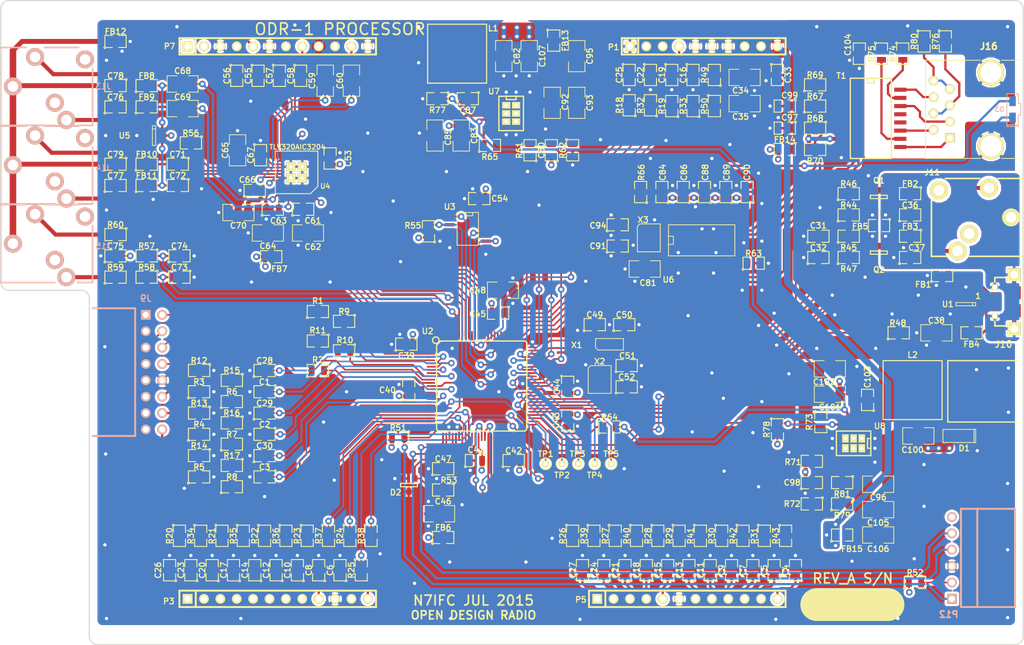
<source format=kicad_pcb>
(kicad_pcb (version 3) (host pcbnew "(2013-03-19 BZR 4004)-stable")
  (title_block (title "ODR-1 PROCESSOR BOARD") (rev A))
  (layers (15 Top.Cu signal) (2 Gnd.Cu signal hide) (1 Pwr.Cu signal hide) (0 Bot.Cu signal) (18 B.Paste user hide) (19 F.Paste user hide) (20 B.SilkS user) (21 F.SilkS user) (22 B.Mask user hide) (23 F.Mask user hide) (28 Edge.Cuts user))
  (net 0 "")
  (net 1 +3.3VD)
  (net 2 +BATT)
  (net 3 /Codec/RX_I+)
  (net 4 /Codec/RX_I-)
  (net 5 /Codec/RX_Q+)
  (net 6 /Codec/RX_Q-)
  (net 7 /Codec/TX_I)
  (net 8 /Codec/TX_Q)
  (net 9 /Processor//MCLR)
  (net 10 /Processor/ICSPCLK)
  (net 11 /Processor/ICSPDAT)
  (net 12 12V_EN)
  (net 13 AMP-BD01)
  (net 14 AMP-BD02)
  (net 15 AMP-BD03)
  (net 16 AMP-BD04)
  (net 17 AMP-BD05)
  (net 18 AMP-BD06)
  (net 19 AMP-BD07)
  (net 20 AMP-BD08)
  (net 21 AMP-BD09)
  (net 22 AMP-BD10)
  (net 23 AMP-BD11)
  (net 24 AMP-BD12)
  (net 25 AMP-BD13)
  (net 26 AMP-BD14)
  (net 27 AMP-BD15)
  (net 28 ATT_S0)
  (net 29 ATT_S1)
  (net 30 AUX_OUT)
  (net 31 BATT_V)
  (net 32 BPF_CS0)
  (net 33 BPF_CS1)
  (net 34 BPF_S0)
  (net 35 BPF_S1)
  (net 36 CODEC_INT1)
  (net 37 CODEC_RST)
  (net 38 COFS-WCLK)
  (net 39 CSCK-BCLK)
  (net 40 CSDI-DOUT)
  (net 41 CSDO-DIN)
  (net 42 GAIN_ENC_A)
  (net 43 GAIN_ENC_B)
  (net 44 GAIN_ENC_D)
  (net 45 GND)
  (net 46 INT3)
  (net 47 KEY_DOT)
  (net 48 KEY_DSH)
  (net 49 LCD_BL_PWM)
  (net 50 LCD_CS)
  (net 51 LCD_D-C)
  (net 52 LCD_MISO)
  (net 53 LCD_MOSI)
  (net 54 LCD_RST)
  (net 55 LCD_SCL)
  (net 56 MISO1)
  (net 57 MISO3)
  (net 58 MISO4)
  (net 59 MOSI1)
  (net 60 MOSI3)
  (net 61 MOSI4)
  (net 62 N-0000010)
  (net 63 N-00000113)
  (net 64 N-00000115)
  (net 65 N-00000116)
  (net 66 N-00000117)
  (net 67 N-00000123)
  (net 68 N-00000124)
  (net 69 N-00000125)
  (net 70 N-00000136)
  (net 71 N-00000137)
  (net 72 N-00000138)
  (net 73 N-00000139)
  (net 74 N-00000140)
  (net 75 N-00000141)
  (net 76 N-00000145)
  (net 77 N-00000146)
  (net 78 N-00000147)
  (net 79 N-00000150)
  (net 80 N-00000151)
  (net 81 N-00000152)
  (net 82 N-00000153)
  (net 83 N-00000154)
  (net 84 N-00000155)
  (net 85 N-00000156)
  (net 86 N-00000159)
  (net 87 N-0000016)
  (net 88 N-00000160)
  (net 89 N-00000161)
  (net 90 N-00000162)
  (net 91 N-00000169)
  (net 92 N-0000017)
  (net 93 N-00000170)
  (net 94 N-00000171)
  (net 95 N-00000172)
  (net 96 N-00000173)
  (net 97 N-00000174)
  (net 98 N-00000175)
  (net 99 N-00000176)
  (net 100 N-00000177)
  (net 101 N-00000178)
  (net 102 N-0000018)
  (net 103 N-00000183)
  (net 104 N-00000184)
  (net 105 N-00000185)
  (net 106 N-00000186)
  (net 107 N-00000187)
  (net 108 N-00000188)
  (net 109 N-00000189)
  (net 110 N-00000190)
  (net 111 N-00000191)
  (net 112 N-00000192)
  (net 113 N-00000193)
  (net 114 N-00000194)
  (net 115 N-00000195)
  (net 116 N-00000196)
  (net 117 N-00000197)
  (net 118 N-00000198)
  (net 119 N-00000199)
  (net 120 N-0000020)
  (net 121 N-00000200)
  (net 122 N-00000201)
  (net 123 N-00000202)
  (net 124 N-00000204)
  (net 125 N-00000205)
  (net 126 N-00000206)
  (net 127 N-00000207)
  (net 128 N-00000208)
  (net 129 N-00000209)
  (net 130 N-00000210)
  (net 131 N-00000215)
  (net 132 N-00000216)
  (net 133 N-00000217)
  (net 134 N-0000022)
  (net 135 N-00000220)
  (net 136 N-00000221)
  (net 137 N-00000222)
  (net 138 N-00000225)
  (net 139 N-00000226)
  (net 140 N-00000228)
  (net 141 N-0000023)
  (net 142 N-00000231)
  (net 143 N-0000025)
  (net 144 N-0000027)
  (net 145 N-0000028)
  (net 146 N-0000029)
  (net 147 N-0000031)
  (net 148 N-0000032)
  (net 149 N-0000033)
  (net 150 N-0000034)
  (net 151 N-0000035)
  (net 152 N-0000047)
  (net 153 N-0000049)
  (net 154 N-000005)
  (net 155 N-0000051)
  (net 156 N-0000052)
  (net 157 N-0000053)
  (net 158 N-0000054)
  (net 159 N-0000055)
  (net 160 N-0000057)
  (net 161 N-0000060)
  (net 162 N-0000063)
  (net 163 N-0000064)
  (net 164 N-0000068)
  (net 165 N-0000069)
  (net 166 N-000007)
  (net 167 N-0000070)
  (net 168 N-0000071)
  (net 169 N-0000073)
  (net 170 N-0000075)
  (net 171 N-000008)
  (net 172 N-0000080)
  (net 173 N-0000088)
  (net 174 N-0000089)
  (net 175 N-000009)
  (net 176 N-0000090)
  (net 177 N-0000091)
  (net 178 N-0000092)
  (net 179 N-0000095)
  (net 180 N-0000096)
  (net 181 N-0000097)
  (net 182 N-0000098)
  (net 183 OSC_TMP)
  (net 184 PS_SYNC)
  (net 185 PTT_OUT)
  (net 186 REFCLKO-MCLK)
  (net 187 RX/TX)
  (net 188 SCK1)
  (net 189 SCK3)
  (net 190 SCK4)
  (net 191 SCL2)
  (net 192 SDA2)
  (net 193 SS1)
  (net 194 SS3)
  (net 195 SS4)
  (net 196 TUNE_ENC_A)
  (net 197 TUNE_ENC_B)
  (net 198 TUNE_ENC_D)
  (net 199 USB_5V)
  (net 200 USB_D+)
  (net 201 USB_D-)
  (net 202 USB_FLAG)
  (net 203 USB_ID)
  (net 204 USB_VBUS)
  (net 205 USB_VBUSON)
  (module USB_MICRO_AB (layer Top.Cu) (at 207.899 97.536 90)
    (fp_text reference J10 (at -6.604 -1.651 180) (layer F.SilkS) (effects (font (size 1.016 1.016) (thickness 0.2032))))
    (fp_text value USB_MICRO_AB hide)
    (pad 1 smd rect (at -1.2954 -2.7432 90) (size 0.381 1.397) (layers Top.Cu F.Paste F.Mask) (net 162 N-0000063))
    (pad 2 smd rect (at -0.6604 -2.7432 90) (size 0.381 1.397) (layers Top.Cu F.Paste F.Mask) (net 201 USB_D-))
    (pad 3 smd rect (at 0 -2.7432 90) (size 0.381 1.397) (layers Top.Cu F.Paste F.Mask) (net 200 USB_D+))
    (pad 4 smd rect (at 0.6604 -2.7432 90) (size 0.381 1.397) (layers Top.Cu F.Paste F.Mask) (net 203 USB_ID))
    (pad 5 smd rect (at 1.2954 -2.7432 90) (size 0.381 1.397) (layers Top.Cu F.Paste F.Mask) (net 172 N-0000080))
    (pad 6 thru_hole rect (at -2.2352 -2.9972 90) (size 0.889 0.889) (drill 0.7112) (layers *.Cu *.Mask F.SilkS) (net 176 N-0000090))
    (pad 7 thru_hole rect (at 2.2352 -2.9972 90) (size 0.889 0.889) (drill 0.7112) (layers *.Cu *.Mask F.SilkS) (net 176 N-0000090))
    (pad 8 thru_hole rect (at -4.191 0 90) (size 2.032 2.032) (drill 1.27) (layers *.Cu *.Mask F.SilkS) (net 176 N-0000090))
    (pad 11 thru_hole rect (at 4.191 0 90) (size 2.032 2.032) (drill 1.27) (layers *.Cu *.Mask F.SilkS) (net 176 N-0000090))
    (pad 9 smd rect (at -1.397 0 90) (size 2.032 2.032) (layers Top.Cu F.Paste F.Mask) (net 176 N-0000090))
    (pad 10 smd rect (at 1.397 0 90) (size 2.032 2.032) (layers Top.Cu F.Paste F.Mask) (net 176 N-0000090))
  )
  (module AUDIO-5 (layer Top.Cu) (at 202.184 84.455 180)
    (fp_text reference J11 (at 6.985 6.985 180) (layer F.SilkS) (effects (font (size 0.889 0.889) (thickness 0.1778))))
    (fp_text value JACK_5P hide)
    (pad 1 thru_hole circle (at -5.2324 0 180) (size 2.794 2.794) (drill 1.651) (layers *.Cu *.Mask F.SilkS) (net 176 N-0000090))
    (pad 2 thru_hole circle (at 3.048 -5.207 180) (size 2.794 2.794) (drill 1.651) (layers *.Cu *.Mask F.SilkS) (net 179 N-0000095))
    (pad 3 thru_hole circle (at 1.27 -2.54 180) (size 2.794 2.794) (drill 1.651) (layers *.Cu *.Mask F.SilkS))
    (pad 4 thru_hole circle (at 5.9436 4.191 180) (size 2.794 2.794) (drill 1.651) (layers *.Cu *.Mask F.SilkS))
    (pad 5 thru_hole circle (at -1.8034 4.572 180) (size 2.794 2.794) (drill 1.651) (layers *.Cu *.Mask F.SilkS) (net 180 N-0000096))
  )
  (module AUDIO-5 (layer Bot.Cu) (at 57.912 64.135)
    (fp_text reference J13 (at 8.763 0) (layer B.SilkS) (effects (font (size 0.889 0.889) (thickness 0.1778)) (justify mirror)))
    (fp_text value JACK_5P hide)
    (pad 1 thru_hole circle (at -5.2324 0) (size 2.794 2.794) (drill 1.651) (layers *.Cu *.Mask B.SilkS) (net 83 N-00000154))
    (pad 2 thru_hole circle (at 3.048 5.207) (size 2.794 2.794) (drill 1.651) (layers *.Cu *.Mask B.SilkS) (net 85 N-00000156))
    (pad 3 thru_hole circle (at 1.27 2.54) (size 2.794 2.794) (drill 1.651) (layers *.Cu *.Mask B.SilkS))
    (pad 4 thru_hole circle (at 5.9436 -4.191) (size 2.794 2.794) (drill 1.651) (layers *.Cu *.Mask B.SilkS))
    (pad 5 thru_hole circle (at -1.8034 -4.572) (size 2.794 2.794) (drill 1.651) (layers *.Cu *.Mask B.SilkS) (net 84 N-00000155))
  )
  (module AUDIO-5 (layer Bot.Cu) (at 57.912 76.327)
    (fp_text reference J14 (at 8.763 0.508) (layer B.SilkS) (effects (font (size 0.889 0.889) (thickness 0.1778)) (justify mirror)))
    (fp_text value JACK_5P hide)
    (pad 1 thru_hole circle (at -5.2324 0) (size 2.794 2.794) (drill 1.651) (layers *.Cu *.Mask B.SilkS) (net 83 N-00000154))
    (pad 2 thru_hole circle (at 3.048 5.207) (size 2.794 2.794) (drill 1.651) (layers *.Cu *.Mask B.SilkS) (net 82 N-00000153))
    (pad 3 thru_hole circle (at 1.27 2.54) (size 2.794 2.794) (drill 1.651) (layers *.Cu *.Mask B.SilkS))
    (pad 4 thru_hole circle (at 5.9436 -4.191) (size 2.794 2.794) (drill 1.651) (layers *.Cu *.Mask B.SilkS))
    (pad 5 thru_hole circle (at -1.8034 -4.572) (size 2.794 2.794) (drill 1.651) (layers *.Cu *.Mask B.SilkS) (net 81 N-00000152))
  )
  (module AUDIO-5 (layer Bot.Cu) (at 57.912 88.519)
    (fp_text reference J15 (at 8.763 0.381) (layer B.SilkS) (effects (font (size 0.889 0.889) (thickness 0.1778)) (justify mirror)))
    (fp_text value JACK_5P hide)
    (pad 1 thru_hole circle (at -5.2324 0) (size 2.794 2.794) (drill 1.651) (layers *.Cu *.Mask B.SilkS) (net 83 N-00000154))
    (pad 2 thru_hole circle (at 3.048 5.207) (size 2.794 2.794) (drill 1.651) (layers *.Cu *.Mask B.SilkS) (net 77 N-00000146))
    (pad 3 thru_hole circle (at 1.27 2.54) (size 2.794 2.794) (drill 1.651) (layers *.Cu *.Mask B.SilkS))
    (pad 4 thru_hole circle (at 5.9436 -4.191) (size 2.794 2.794) (drill 1.651) (layers *.Cu *.Mask B.SilkS))
    (pad 5 thru_hole circle (at -1.8034 -4.572) (size 2.794 2.794) (drill 1.651) (layers *.Cu *.Mask B.SilkS) (net 76 N-00000145))
  )
  (module RJ45-8LP (layer Top.Cu) (at 204.2922 67.691 90)
    (fp_text reference J16 (at 9.779 -0.3302 180) (layer F.SilkS) (effects (font (size 1.016 1.016) (thickness 0.254))))
    (fp_text value RJ45_LP_UNS hide)
    (pad 10 thru_hole circle (at 5.715 0 90) (size 4.064 4.064) (drill 3.251199) (layers *.Cu *.Mask F.SilkS) (net 45 GND))
    (pad 9 thru_hole circle (at -5.715 0 90) (size 4.064 4.064) (drill 3.251199) (layers *.Cu *.Mask F.SilkS) (net 45 GND))
    (pad 1 thru_hole rect (at -4.445 -6.35 90) (size 1.50114 1.50114) (drill 0.899159) (layers *.Cu *.Mask F.SilkS) (net 109 N-00000189))
    (pad 2 thru_hole circle (at -3.175 -8.89 90) (size 1.50114 1.50114) (drill 0.899159) (layers *.Cu *.Mask F.SilkS) (net 107 N-00000187))
    (pad 3 thru_hole circle (at -1.905 -6.35 90) (size 1.50114 1.50114) (drill 0.899159) (layers *.Cu *.Mask F.SilkS) (net 122 N-00000201))
    (pad 4 thru_hole circle (at -0.635 -8.89 90) (size 1.50114 1.50114) (drill 0.899159) (layers *.Cu *.Mask F.SilkS) (net 108 N-00000188))
    (pad 5 thru_hole circle (at 0.635 -6.35 90) (size 1.50114 1.50114) (drill 0.899159) (layers *.Cu *.Mask F.SilkS) (net 108 N-00000188))
    (pad 6 thru_hole circle (at 1.905 -8.89 90) (size 1.50114 1.50114) (drill 0.899159) (layers *.Cu *.Mask F.SilkS) (net 121 N-00000200))
    (pad 7 thru_hole circle (at 3.175 -6.35 90) (size 1.50114 1.50114) (drill 0.899159) (layers *.Cu *.Mask F.SilkS) (net 110 N-00000190))
    (pad 8 thru_hole circle (at 4.445 -8.89 90) (size 1.50114 1.50114) (drill 0.899159) (layers *.Cu *.Mask F.SilkS) (net 110 N-00000190))
  )
  (module TQFP_100_14MM (layer Top.Cu) (at 125.349 110.617 90)
    (fp_text reference U2 (at 8.509 -8.382 180) (layer F.SilkS) (effects (font (size 0.889 0.889) (thickness 0.1778))))
    (fp_text value "DSPIC33EP512MU810-I/PF (14mm)" hide)
    (pad 100 smd rect (at 7.874 -5.9944 90) (size 1.27 0.254) (layers Top.Cu F.Paste F.Mask) (net 37 CODEC_RST))
    (pad 76 smd rect (at 7.874 5.9944 90) (size 1.27 0.254) (layers Top.Cu F.Paste F.Mask) (net 194 SS3))
    (pad 77 smd rect (at 7.874 5.4864 90) (size 1.27 0.254) (layers Top.Cu F.Paste F.Mask) (net 189 SCK3))
    (pad 78 smd rect (at 7.874 5.0038 90) (size 1.27 0.254) (layers Top.Cu F.Paste F.Mask) (net 60 MOSI3))
    (pad 79 smd rect (at 7.874 4.4958 90) (size 1.27 0.254) (layers Top.Cu F.Paste F.Mask) (net 57 MISO3))
    (pad 80 smd rect (at 7.874 3.9878 90) (size 1.27 0.254) (layers Top.Cu F.Paste F.Mask) (net 46 INT3))
    (pad 81 smd rect (at 7.874 3.5052 90) (size 1.27 0.254) (layers Top.Cu F.Paste F.Mask) (net 58 MISO4))
    (pad 82 smd rect (at 7.874 2.9972 90) (size 1.27 0.254) (layers Top.Cu F.Paste F.Mask) (net 195 SS4))
    (pad 83 smd rect (at 7.874 2.4892 90) (size 1.27 0.254) (layers Top.Cu F.Paste F.Mask) (net 190 SCK4))
    (pad 84 smd rect (at 7.874 2.0066 90) (size 1.27 0.254) (layers Top.Cu F.Paste F.Mask) (net 61 MOSI4))
    (pad 85 smd rect (at 7.874 1.4986 90) (size 1.27 0.254) (layers Top.Cu F.Paste F.Mask) (net 64 N-00000115))
    (pad 86 smd rect (at 7.874 0.9906 90) (size 1.27 0.254) (layers Top.Cu F.Paste F.Mask) (net 1 +3.3VD))
    (pad 87 smd rect (at 7.874 0.4826 90) (size 1.27 0.254) (layers Top.Cu F.Paste F.Mask) (net 56 MISO1))
    (pad 88 smd rect (at 7.874 0 90) (size 1.27 0.254) (layers Top.Cu F.Paste F.Mask) (net 59 MOSI1))
    (pad 89 smd rect (at 7.874 -0.508 90) (size 1.27 0.254) (layers Top.Cu F.Paste F.Mask) (net 193 SS1))
    (pad 90 smd rect (at 7.874 -1.016 90) (size 1.27 0.254) (layers Top.Cu F.Paste F.Mask) (net 188 SCK1))
    (pad 91 smd rect (at 7.874 -1.4986 90) (size 1.27 0.254) (layers Top.Cu F.Paste F.Mask) (net 31 BATT_V))
    (pad 92 smd rect (at 7.874 -2.0066 90) (size 1.27 0.254) (layers Top.Cu F.Paste F.Mask) (net 40 CSDI-DOUT))
    (pad 93 smd rect (at 7.874 -2.5146 90) (size 1.27 0.254) (layers Top.Cu F.Paste F.Mask) (net 41 CSDO-DIN))
    (pad 94 smd rect (at 7.874 -2.9972 90) (size 1.27 0.254) (layers Top.Cu F.Paste F.Mask) (net 47 KEY_DOT))
    (pad 95 smd rect (at 7.874 -3.5052 90) (size 1.27 0.254) (layers Top.Cu F.Paste F.Mask) (net 38 COFS-WCLK))
    (pad 96 smd rect (at 7.874 -4.0132 90) (size 1.27 0.254) (layers Top.Cu F.Paste F.Mask) (net 48 KEY_DSH))
    (pad 97 smd rect (at 7.874 -4.4958 90) (size 1.27 0.254) (layers Top.Cu F.Paste F.Mask) (net 39 CSCK-BCLK))
    (pad 98 smd rect (at 7.874 -5.0038 90) (size 1.27 0.254) (layers Top.Cu F.Paste F.Mask) (net 186 REFCLKO-MCLK))
    (pad 99 smd rect (at 7.874 -5.5118 90) (size 1.27 0.254) (layers Top.Cu F.Paste F.Mask) (net 36 CODEC_INT1))
    (pad 75 smd rect (at 5.9944 7.874 90) (size 0.254 1.27) (layers Top.Cu F.Paste F.Mask) (net 45 GND))
    (pad 51 smd rect (at -5.9944 7.874 90) (size 0.254 1.27) (layers Top.Cu F.Paste F.Mask) (net 203 USB_ID))
    (pad 52 smd rect (at -5.4864 7.874 90) (size 0.254 1.27) (layers Top.Cu F.Paste F.Mask) (net 202 USB_FLAG))
    (pad 53 smd rect (at -5.0038 7.874 90) (size 0.254 1.27) (layers Top.Cu F.Paste F.Mask) (net 184 PS_SYNC))
    (pad 54 smd rect (at -4.4958 7.874 90) (size 0.254 1.27) (layers Top.Cu F.Paste F.Mask) (net 204 USB_VBUS))
    (pad 55 smd rect (at -3.9878 7.874 90) (size 0.254 1.27) (layers Top.Cu F.Paste F.Mask) (net 1 +3.3VD))
    (pad 56 smd rect (at -3.5052 7.874 90) (size 0.254 1.27) (layers Top.Cu F.Paste F.Mask) (net 201 USB_D-))
    (pad 57 smd rect (at -2.9972 7.874 90) (size 0.254 1.27) (layers Top.Cu F.Paste F.Mask) (net 200 USB_D+))
    (pad 58 smd rect (at -2.4892 7.874 90) (size 0.254 1.27) (layers Top.Cu F.Paste F.Mask) (net 185 PTT_OUT))
    (pad 59 smd rect (at -2.0066 7.874 90) (size 0.254 1.27) (layers Top.Cu F.Paste F.Mask) (net 30 AUX_OUT))
    (pad 60 smd rect (at -1.4986 7.874 90) (size 0.254 1.27) (layers Top.Cu F.Paste F.Mask) (net 68 N-00000124))
    (pad 61 smd rect (at -0.9906 7.874 90) (size 0.254 1.27) (layers Top.Cu F.Paste F.Mask) (net 67 N-00000123))
    (pad 62 smd rect (at -0.4826 7.874 90) (size 0.254 1.27) (layers Top.Cu F.Paste F.Mask) (net 1 +3.3VD))
    (pad 63 smd rect (at 0 7.874 90) (size 0.254 1.27) (layers Top.Cu F.Paste F.Mask) (net 70 N-00000136))
    (pad 64 smd rect (at 0.508 7.874 90) (size 0.254 1.27) (layers Top.Cu F.Paste F.Mask) (net 71 N-00000137))
    (pad 65 smd rect (at 1.016 7.874 90) (size 0.254 1.27) (layers Top.Cu F.Paste F.Mask) (net 45 GND))
    (pad 66 smd rect (at 1.4986 7.874 90) (size 0.254 1.27) (layers Top.Cu F.Paste F.Mask) (net 65 N-00000116))
    (pad 67 smd rect (at 2.0066 7.874 90) (size 0.254 1.27) (layers Top.Cu F.Paste F.Mask) (net 66 N-00000117))
    (pad 68 smd rect (at 2.5146 7.874 90) (size 0.254 1.27) (layers Top.Cu F.Paste F.Mask) (net 69 N-00000125))
    (pad 69 smd rect (at 2.9972 7.874 90) (size 0.254 1.27) (layers Top.Cu F.Paste F.Mask) (net 12 12V_EN))
    (pad 70 smd rect (at 3.5052 7.874 90) (size 0.254 1.27) (layers Top.Cu F.Paste F.Mask) (net 14 AMP-BD02))
    (pad 71 smd rect (at 4.0132 7.874 90) (size 0.254 1.27) (layers Top.Cu F.Paste F.Mask) (net 13 AMP-BD01))
    (pad 72 smd rect (at 4.4958 7.874 90) (size 0.254 1.27) (layers Top.Cu F.Paste F.Mask) (net 187 RX/TX))
    (pad 73 smd rect (at 5.0038 7.874 90) (size 0.254 1.27) (layers Top.Cu F.Paste F.Mask) (net 74 N-00000140))
    (pad 74 smd rect (at 5.5118 7.874 90) (size 0.254 1.27) (layers Top.Cu F.Paste F.Mask) (net 75 N-00000141))
    (pad 1 smd rect (at 5.9944 -7.874 90) (size 0.254 1.27) (layers Top.Cu F.Paste F.Mask) (net 51 LCD_D-C))
    (pad 2 smd rect (at 5.4864 -7.874 90) (size 0.254 1.27) (layers Top.Cu F.Paste F.Mask) (net 1 +3.3VD))
    (pad 3 smd rect (at 5.0038 -7.874 90) (size 0.254 1.27) (layers Top.Cu F.Paste F.Mask) (net 49 LCD_BL_PWM))
    (pad 4 smd rect (at 4.4958 -7.874 90) (size 0.254 1.27) (layers Top.Cu F.Paste F.Mask) (net 54 LCD_RST))
    (pad 5 smd rect (at 3.9878 -7.874 90) (size 0.254 1.27) (layers Top.Cu F.Paste F.Mask) (net 50 LCD_CS))
    (pad 6 smd rect (at 3.5052 -7.874 90) (size 0.254 1.27) (layers Top.Cu F.Paste F.Mask) (net 43 GAIN_ENC_B))
    (pad 7 smd rect (at 2.9972 -7.874 90) (size 0.254 1.27) (layers Top.Cu F.Paste F.Mask) (net 196 TUNE_ENC_A))
    (pad 8 smd rect (at 2.4892 -7.874 90) (size 0.254 1.27) (layers Top.Cu F.Paste F.Mask) (net 198 TUNE_ENC_D))
    (pad 9 smd rect (at 2.0066 -7.874 90) (size 0.254 1.27) (layers Top.Cu F.Paste F.Mask) (net 197 TUNE_ENC_B))
    (pad 10 smd rect (at 1.4986 -7.874 90) (size 0.254 1.27) (layers Top.Cu F.Paste F.Mask) (net 55 LCD_SCL))
    (pad 11 smd rect (at 0.9906 -7.874 90) (size 0.254 1.27) (layers Top.Cu F.Paste F.Mask) (net 52 LCD_MISO))
    (pad 12 smd rect (at 0.4826 -7.874 90) (size 0.254 1.27) (layers Top.Cu F.Paste F.Mask) (net 53 LCD_MOSI))
    (pad 13 smd rect (at 0 -7.874 90) (size 0.254 1.27) (layers Top.Cu F.Paste F.Mask) (net 9 /Processor//MCLR))
    (pad 14 smd rect (at -0.508 -7.874 90) (size 0.254 1.27) (layers Top.Cu F.Paste F.Mask) (net 44 GAIN_ENC_D))
    (pad 15 smd rect (at -1.016 -7.874 90) (size 0.254 1.27) (layers Top.Cu F.Paste F.Mask) (net 45 GND))
    (pad 16 smd rect (at -1.4986 -7.874 90) (size 0.254 1.27) (layers Top.Cu F.Paste F.Mask) (net 1 +3.3VD))
    (pad 17 smd rect (at -2.0066 -7.874 90) (size 0.254 1.27) (layers Top.Cu F.Paste F.Mask) (net 42 GAIN_ENC_A))
    (pad 18 smd rect (at -2.5146 -7.874 90) (size 0.254 1.27) (layers Top.Cu F.Paste F.Mask) (net 183 OSC_TMP))
    (pad 19 smd rect (at -2.9972 -7.874 90) (size 0.254 1.27) (layers Top.Cu F.Paste F.Mask) (net 15 AMP-BD03))
    (pad 20 smd rect (at -3.5052 -7.874 90) (size 0.254 1.27) (layers Top.Cu F.Paste F.Mask) (net 205 USB_VBUSON))
    (pad 21 smd rect (at -4.0132 -7.874 90) (size 0.254 1.27) (layers Top.Cu F.Paste F.Mask) (net 16 AMP-BD04))
    (pad 22 smd rect (at -4.4958 -7.874 90) (size 0.254 1.27) (layers Top.Cu F.Paste F.Mask) (net 17 AMP-BD05))
    (pad 23 smd rect (at -5.0038 -7.874 90) (size 0.254 1.27) (layers Top.Cu F.Paste F.Mask) (net 18 AMP-BD06))
    (pad 24 smd rect (at -5.5118 -7.874 90) (size 0.254 1.27) (layers Top.Cu F.Paste F.Mask) (net 19 AMP-BD07))
    (pad 25 smd rect (at -5.9944 -7.874 90) (size 0.254 1.27) (layers Top.Cu F.Paste F.Mask) (net 20 AMP-BD08))
    (pad 26 smd rect (at -7.874 -5.9944 90) (size 1.27 0.254) (layers Top.Cu F.Paste F.Mask) (net 10 /Processor/ICSPCLK))
    (pad 27 smd rect (at -7.874 -5.4864 90) (size 1.27 0.254) (layers Top.Cu F.Paste F.Mask) (net 11 /Processor/ICSPDAT))
    (pad 28 smd rect (at -7.874 -5.0038 90) (size 1.27 0.254) (layers Top.Cu F.Paste F.Mask) (net 45 GND))
    (pad 29 smd rect (at -7.874 -4.4958 90) (size 1.27 0.254) (layers Top.Cu F.Paste F.Mask) (net 63 N-00000113))
    (pad 30 smd rect (at -7.874 -3.9878 90) (size 1.27 0.254) (layers Top.Cu F.Paste F.Mask) (net 72 N-00000138))
    (pad 31 smd rect (at -7.874 -3.5052 90) (size 1.27 0.254) (layers Top.Cu F.Paste F.Mask) (net 45 GND))
    (pad 32 smd rect (at -7.874 -2.9972 90) (size 1.27 0.254) (layers Top.Cu F.Paste F.Mask) (net 23 AMP-BD11))
    (pad 33 smd rect (at -7.874 -2.4892 90) (size 1.27 0.254) (layers Top.Cu F.Paste F.Mask) (net 22 AMP-BD10))
    (pad 34 smd rect (at -7.874 -2.0066 90) (size 1.27 0.254) (layers Top.Cu F.Paste F.Mask) (net 21 AMP-BD09))
    (pad 35 smd rect (at -7.874 -1.4986 90) (size 1.27 0.254) (layers Top.Cu F.Paste F.Mask) (net 24 AMP-BD12))
    (pad 36 smd rect (at -7.874 -0.9906 90) (size 1.27 0.254) (layers Top.Cu F.Paste F.Mask) (net 45 GND))
    (pad 37 smd rect (at -7.874 -0.4826 90) (size 1.27 0.254) (layers Top.Cu F.Paste F.Mask) (net 1 +3.3VD))
    (pad 38 smd rect (at -7.874 0 90) (size 1.27 0.254) (layers Top.Cu F.Paste F.Mask) (net 25 AMP-BD13))
    (pad 39 smd rect (at -7.874 0.508 90) (size 1.27 0.254) (layers Top.Cu F.Paste F.Mask) (net 26 AMP-BD14))
    (pad 40 smd rect (at -7.874 1.016 90) (size 1.27 0.254) (layers Top.Cu F.Paste F.Mask) (net 27 AMP-BD15))
    (pad 41 smd rect (at -7.874 1.4986 90) (size 1.27 0.254) (layers Top.Cu F.Paste F.Mask) (net 29 ATT_S1))
    (pad 42 smd rect (at -7.874 2.0066 90) (size 1.27 0.254) (layers Top.Cu F.Paste F.Mask) (net 28 ATT_S0))
    (pad 43 smd rect (at -7.874 2.5146 90) (size 1.27 0.254) (layers Top.Cu F.Paste F.Mask) (net 32 BPF_CS0))
    (pad 44 smd rect (at -7.874 2.9972 90) (size 1.27 0.254) (layers Top.Cu F.Paste F.Mask) (net 35 BPF_S1))
    (pad 45 smd rect (at -7.874 3.5052 90) (size 1.27 0.254) (layers Top.Cu F.Paste F.Mask) (net 45 GND))
    (pad 46 smd rect (at -7.874 4.0132 90) (size 1.27 0.254) (layers Top.Cu F.Paste F.Mask) (net 1 +3.3VD))
    (pad 47 smd rect (at -7.874 4.4958 90) (size 1.27 0.254) (layers Top.Cu F.Paste F.Mask) (net 34 BPF_S0))
    (pad 48 smd rect (at -7.874 5.0038 90) (size 1.27 0.254) (layers Top.Cu F.Paste F.Mask) (net 33 BPF_CS1))
    (pad 49 smd rect (at -7.874 5.5118 90) (size 1.27 0.254) (layers Top.Cu F.Paste F.Mask) (net 192 SDA2))
    (pad 50 smd rect (at -7.874 5.9944 90) (size 1.27 0.254) (layers Top.Cu F.Paste F.Mask) (net 191 SCL2))
  )
  (module SM0805-1 (layer Top.Cu) (at 86.614 116.332 180)
    (fp_text reference R16 (at 0 1.524 180) (layer F.SilkS) (effects (font (size 0.889 0.889) (thickness 0.1778))))
    (fp_text value 10.0K hide)
    (pad 1 smd rect (at -0.9525 0 180) (size 0.889 1.397) (layers Top.Cu F.Paste F.Mask) (net 198 TUNE_ENC_D))
    (pad 2 smd rect (at 0.9525 0 180) (size 0.889 1.397) (layers Top.Cu F.Paste F.Mask) (net 167 N-0000070))
  )
  (module SM0805-1 (layer Top.Cu) (at 86.614 109.728 180)
    (fp_text reference R15 (at 0 1.524 180) (layer F.SilkS) (effects (font (size 0.889 0.889) (thickness 0.1778))))
    (fp_text value 10.0K hide)
    (pad 1 smd rect (at -0.9525 0 180) (size 0.889 1.397) (layers Top.Cu F.Paste F.Mask) (net 43 GAIN_ENC_B))
    (pad 2 smd rect (at 0.9525 0 180) (size 0.889 1.397) (layers Top.Cu F.Paste F.Mask) (net 165 N-0000069))
  )
  (module SM0805-1 (layer Top.Cu) (at 81.534 121.412 180)
    (fp_text reference R14 (at 0 1.524 180) (layer F.SilkS) (effects (font (size 0.889 0.889) (thickness 0.1778))))
    (fp_text value 10.0K hide)
    (pad 1 smd rect (at -0.9525 0 180) (size 0.889 1.397) (layers Top.Cu F.Paste F.Mask) (net 1 +3.3VD))
    (pad 2 smd rect (at 0.9525 0 180) (size 0.889 1.397) (layers Top.Cu F.Paste F.Mask) (net 168 N-0000071))
  )
  (module SM0805-1 (layer Top.Cu) (at 81.534 114.808 180)
    (fp_text reference R13 (at 0 1.524 180) (layer F.SilkS) (effects (font (size 0.889 0.889) (thickness 0.1778))))
    (fp_text value 10.0K hide)
    (pad 1 smd rect (at -0.9525 0 180) (size 0.889 1.397) (layers Top.Cu F.Paste F.Mask) (net 1 +3.3VD))
    (pad 2 smd rect (at 0.9525 0 180) (size 0.889 1.397) (layers Top.Cu F.Paste F.Mask) (net 167 N-0000070))
  )
  (module SM0805-1 (layer Top.Cu) (at 81.534 108.204 180)
    (fp_text reference R12 (at 0 1.524 180) (layer F.SilkS) (effects (font (size 0.889 0.889) (thickness 0.1778))))
    (fp_text value 10.0K hide)
    (pad 1 smd rect (at -0.9525 0 180) (size 0.889 1.397) (layers Top.Cu F.Paste F.Mask) (net 1 +3.3VD))
    (pad 2 smd rect (at 0.9525 0 180) (size 0.889 1.397) (layers Top.Cu F.Paste F.Mask) (net 165 N-0000069))
  )
  (module SM0805-1 (layer Top.Cu) (at 86.614 126.238)
    (fp_text reference R8 (at 0 -1.524) (layer F.SilkS) (effects (font (size 0.889 0.889) (thickness 0.1778))))
    (fp_text value 10.0K hide)
    (pad 1 smd rect (at -0.9525 0) (size 0.889 1.397) (layers Top.Cu F.Paste F.Mask) (net 164 N-0000068))
    (pad 2 smd rect (at 0.9525 0) (size 0.889 1.397) (layers Top.Cu F.Paste F.Mask) (net 42 GAIN_ENC_A))
  )
  (module SM0805-1 (layer Top.Cu) (at 86.614 119.634)
    (fp_text reference R7 (at 0 -1.524) (layer F.SilkS) (effects (font (size 0.889 0.889) (thickness 0.1778))))
    (fp_text value 10.0K hide)
    (pad 1 smd rect (at -0.9525 0) (size 0.889 1.397) (layers Top.Cu F.Paste F.Mask) (net 174 N-0000089))
    (pad 2 smd rect (at 0.9525 0) (size 0.889 1.397) (layers Top.Cu F.Paste F.Mask) (net 197 TUNE_ENC_B))
  )
  (module SM0805-1 (layer Top.Cu) (at 86.614 113.03)
    (fp_text reference R6 (at 0 -1.524) (layer F.SilkS) (effects (font (size 0.889 0.889) (thickness 0.1778))))
    (fp_text value 10.0K hide)
    (pad 1 smd rect (at -0.9525 0) (size 0.889 1.397) (layers Top.Cu F.Paste F.Mask) (net 173 N-0000088))
    (pad 2 smd rect (at 0.9525 0) (size 0.889 1.397) (layers Top.Cu F.Paste F.Mask) (net 196 TUNE_ENC_A))
  )
  (module SM0805-1 (layer Top.Cu) (at 81.534 124.714)
    (fp_text reference R5 (at 0 -1.524) (layer F.SilkS) (effects (font (size 0.889 0.889) (thickness 0.1778))))
    (fp_text value 10.0K hide)
    (pad 1 smd rect (at -0.9525 0) (size 0.889 1.397) (layers Top.Cu F.Paste F.Mask) (net 164 N-0000068))
    (pad 2 smd rect (at 0.9525 0) (size 0.889 1.397) (layers Top.Cu F.Paste F.Mask) (net 1 +3.3VD))
  )
  (module SM0805-1 (layer Top.Cu) (at 81.534 118.11)
    (fp_text reference R4 (at 0 -1.524) (layer F.SilkS) (effects (font (size 0.889 0.889) (thickness 0.1778))))
    (fp_text value 10.0K hide)
    (pad 1 smd rect (at -0.9525 0) (size 0.889 1.397) (layers Top.Cu F.Paste F.Mask) (net 174 N-0000089))
    (pad 2 smd rect (at 0.9525 0) (size 0.889 1.397) (layers Top.Cu F.Paste F.Mask) (net 1 +3.3VD))
  )
  (module SM0805-1 (layer Top.Cu) (at 108.204 133.858 270)
    (fp_text reference R38 (at 0 1.524 270) (layer F.SilkS) (effects (font (size 0.889 0.889) (thickness 0.1778))))
    (fp_text value 22.1 hide)
    (pad 1 smd rect (at -0.9525 0 270) (size 0.889 1.397) (layers Top.Cu F.Paste F.Mask) (net 192 SDA2))
    (pad 2 smd rect (at 0.9525 0 270) (size 0.889 1.397) (layers Top.Cu F.Paste F.Mask) (net 120 N-0000020))
  )
  (module SM0805-1 (layer Top.Cu) (at 106.68 139.192 270)
    (fp_text reference R25 (at 0 1.524 270) (layer F.SilkS) (effects (font (size 0.889 0.889) (thickness 0.1778))))
    (fp_text value 22.1 hide)
    (pad 1 smd rect (at -0.9525 0 270) (size 0.889 1.397) (layers Top.Cu F.Paste F.Mask) (net 191 SCL2))
    (pad 2 smd rect (at 0.9525 0 270) (size 0.889 1.397) (layers Top.Cu F.Paste F.Mask) (net 102 N-0000018))
  )
  (module SM0805-1 (layer Top.Cu) (at 86.614 122.936 180)
    (fp_text reference R17 (at 0 1.524 180) (layer F.SilkS) (effects (font (size 0.889 0.889) (thickness 0.1778))))
    (fp_text value 10.0K hide)
    (pad 1 smd rect (at -0.9525 0 180) (size 0.889 1.397) (layers Top.Cu F.Paste F.Mask) (net 44 GAIN_ENC_D))
    (pad 2 smd rect (at 0.9525 0 180) (size 0.889 1.397) (layers Top.Cu F.Paste F.Mask) (net 168 N-0000071))
  )
  (module SM0805-1 (layer Top.Cu) (at 76.962 139.192 90)
    (fp_text reference C26 (at 0 -1.778 90) (layer F.SilkS) (effects (font (size 0.889 0.889) (thickness 0.1778))))
    (fp_text value 0.01uF hide)
    (pad 1 smd rect (at -0.9525 0 90) (size 0.889 1.397) (layers Top.Cu F.Paste F.Mask) (net 134 N-0000022))
    (pad 2 smd rect (at 0.9525 0 90) (size 0.889 1.397) (layers Top.Cu F.Paste F.Mask) (net 45 GND))
  )
  (module SM0805-1 (layer Top.Cu) (at 80.264 139.192 90)
    (fp_text reference C23 (at 0 -1.524 90) (layer F.SilkS) (effects (font (size 0.889 0.889) (thickness 0.1778))))
    (fp_text value 0.01uF hide)
    (pad 1 smd rect (at -0.9525 0 90) (size 0.889 1.397) (layers Top.Cu F.Paste F.Mask) (net 141 N-0000023))
    (pad 2 smd rect (at 0.9525 0 90) (size 0.889 1.397) (layers Top.Cu F.Paste F.Mask) (net 45 GND))
  )
  (module SM0805-1 (layer Top.Cu) (at 83.566 139.192 90)
    (fp_text reference C20 (at 0 -1.524 90) (layer F.SilkS) (effects (font (size 0.889 0.889) (thickness 0.1778))))
    (fp_text value 0.01uF hide)
    (pad 1 smd rect (at -0.9525 0 90) (size 0.889 1.397) (layers Top.Cu F.Paste F.Mask) (net 92 N-0000017))
    (pad 2 smd rect (at 0.9525 0 90) (size 0.889 1.397) (layers Top.Cu F.Paste F.Mask) (net 45 GND))
  )
  (module SM0805-1 (layer Top.Cu) (at 186.944 85.725 180)
    (fp_text reference FB5 (at 2.921 -0.127 180) (layer F.SilkS) (effects (font (size 0.889 0.889) (thickness 0.1778))))
    (fp_text value MPZ2012S102A hide)
    (pad 1 smd rect (at -0.9525 0 180) (size 0.889 1.397) (layers Top.Cu F.Paste F.Mask) (net 176 N-0000090))
    (pad 2 smd rect (at 0.9525 0 180) (size 0.889 1.397) (layers Top.Cu F.Paste F.Mask) (net 45 GND))
  )
  (module SM0805-1 (layer Top.Cu) (at 182.245 90.678)
    (fp_text reference R47 (at 0 1.778) (layer F.SilkS) (effects (font (size 0.889 0.889) (thickness 0.1778))))
    (fp_text value 1.00K hide)
    (pad 1 smd rect (at -0.9525 0) (size 0.889 1.397) (layers Top.Cu F.Paste F.Mask) (net 185 PTT_OUT))
    (pad 2 smd rect (at 0.9525 0) (size 0.889 1.397) (layers Top.Cu F.Paste F.Mask) (net 177 N-0000091))
  )
  (module SM0805-1 (layer Top.Cu) (at 86.868 139.192 90)
    (fp_text reference C17 (at 0 -1.524 90) (layer F.SilkS) (effects (font (size 0.889 0.889) (thickness 0.1778))))
    (fp_text value 0.01uF hide)
    (pad 1 smd rect (at -0.9525 0 90) (size 0.889 1.397) (layers Top.Cu F.Paste F.Mask) (net 87 N-0000016))
    (pad 2 smd rect (at 0.9525 0 90) (size 0.889 1.397) (layers Top.Cu F.Paste F.Mask) (net 45 GND))
  )
  (module SM0805-1 (layer Top.Cu) (at 90.17 139.192 90)
    (fp_text reference C14 (at 0 -1.524 90) (layer F.SilkS) (effects (font (size 0.889 0.889) (thickness 0.1778))))
    (fp_text value 0.01uF hide)
    (pad 1 smd rect (at -0.9525 0 90) (size 0.889 1.397) (layers Top.Cu F.Paste F.Mask) (net 62 N-0000010))
    (pad 2 smd rect (at 0.9525 0 90) (size 0.889 1.397) (layers Top.Cu F.Paste F.Mask) (net 45 GND))
  )
  (module SM0805-1 (layer Top.Cu) (at 93.472 139.192 90)
    (fp_text reference C12 (at 0 -1.524 90) (layer F.SilkS) (effects (font (size 0.889 0.889) (thickness 0.1778))))
    (fp_text value 0.01uF hide)
    (pad 1 smd rect (at -0.9525 0 90) (size 0.889 1.397) (layers Top.Cu F.Paste F.Mask) (net 175 N-000009))
    (pad 2 smd rect (at 0.9525 0 90) (size 0.889 1.397) (layers Top.Cu F.Paste F.Mask) (net 45 GND))
  )
  (module SM0805-1 (layer Top.Cu) (at 96.774 139.192 90)
    (fp_text reference C10 (at 0 -1.524 90) (layer F.SilkS) (effects (font (size 0.889 0.889) (thickness 0.1778))))
    (fp_text value 0.01uF hide)
    (pad 1 smd rect (at -0.9525 0 90) (size 0.889 1.397) (layers Top.Cu F.Paste F.Mask) (net 171 N-000008))
    (pad 2 smd rect (at 0.9525 0 90) (size 0.889 1.397) (layers Top.Cu F.Paste F.Mask) (net 45 GND))
  )
  (module SM0805-1 (layer Top.Cu) (at 100.076 139.192 90)
    (fp_text reference C8 (at 0 -1.524 90) (layer F.SilkS) (effects (font (size 0.889 0.889) (thickness 0.1778))))
    (fp_text value 0.01uF hide)
    (pad 1 smd rect (at -0.9525 0 90) (size 0.889 1.397) (layers Top.Cu F.Paste F.Mask) (net 166 N-000007))
    (pad 2 smd rect (at 0.9525 0 90) (size 0.889 1.397) (layers Top.Cu F.Paste F.Mask) (net 45 GND))
  )
  (module SM0805-1 (layer Top.Cu) (at 191.77 90.678)
    (fp_text reference C37 (at 1.016 -1.524) (layer F.SilkS) (effects (font (size 0.889 0.889) (thickness 0.1778))))
    (fp_text value 0.01uF hide)
    (pad 1 smd rect (at -0.9525 0) (size 0.889 1.397) (layers Top.Cu F.Paste F.Mask) (net 176 N-0000090))
    (pad 2 smd rect (at 0.9525 0) (size 0.889 1.397) (layers Top.Cu F.Paste F.Mask) (net 179 N-0000095))
  )
  (module SM0805-1 (layer Top.Cu) (at 127.889 99.314 180)
    (fp_text reference C45 (at 3.175 -0.127 180) (layer F.SilkS) (effects (font (size 0.889 0.889) (thickness 0.1778))))
    (fp_text value 0.1uF hide)
    (pad 1 smd rect (at -0.9525 0 180) (size 0.889 1.397) (layers Top.Cu F.Paste F.Mask) (net 45 GND))
    (pad 2 smd rect (at 0.9525 0 180) (size 0.889 1.397) (layers Top.Cu F.Paste F.Mask) (net 1 +3.3VD))
  )
  (module SM0805-1 (layer Top.Cu) (at 119.38 123.444)
    (fp_text reference C47 (at 0 -1.524) (layer F.SilkS) (effects (font (size 0.889 0.889) (thickness 0.1778))))
    (fp_text value 0.1uF hide)
    (pad 1 smd rect (at -0.9525 0) (size 0.889 1.397) (layers Top.Cu F.Paste F.Mask) (net 45 GND))
    (pad 2 smd rect (at 0.9525 0) (size 0.889 1.397) (layers Top.Cu F.Paste F.Mask) (net 72 N-00000138))
  )
  (module SM0805-1 (layer Top.Cu) (at 147.828 110.744)
    (fp_text reference C52 (at 0 -1.524) (layer F.SilkS) (effects (font (size 0.889 0.889) (thickness 0.1778))))
    (fp_text value 6pF hide)
    (pad 1 smd rect (at -0.9525 0) (size 0.889 1.397) (layers Top.Cu F.Paste F.Mask) (net 70 N-00000136))
    (pad 2 smd rect (at 0.9525 0) (size 0.889 1.397) (layers Top.Cu F.Paste F.Mask) (net 45 GND))
  )
  (module SM0805-1 (layer Top.Cu) (at 147.828 107.442)
    (fp_text reference C51 (at 0.127 -1.524) (layer F.SilkS) (effects (font (size 0.889 0.889) (thickness 0.1778))))
    (fp_text value 6pF hide)
    (pad 1 smd rect (at -0.9525 0) (size 0.889 1.397) (layers Top.Cu F.Paste F.Mask) (net 71 N-00000137))
    (pad 2 smd rect (at 0.9525 0) (size 0.889 1.397) (layers Top.Cu F.Paste F.Mask) (net 45 GND))
  )
  (module SM0805-1 (layer Top.Cu) (at 196.723 93.472)
    (fp_text reference FB1 (at -2.921 1.397) (layer F.SilkS) (effects (font (size 0.889 0.889) (thickness 0.1778))))
    (fp_text value MPZ2012S102A hide)
    (pad 1 smd rect (at -0.9525 0) (size 0.889 1.397) (layers Top.Cu F.Paste F.Mask) (net 45 GND))
    (pad 2 smd rect (at 0.9525 0) (size 0.889 1.397) (layers Top.Cu F.Paste F.Mask) (net 172 N-0000080))
  )
  (module SM0805-1 (layer Top.Cu) (at 201.295 102.362 180)
    (fp_text reference FB4 (at 0 -1.778 180) (layer F.SilkS) (effects (font (size 0.889 0.889) (thickness 0.1778))))
    (fp_text value MPZ2012S102A hide)
    (pad 1 smd rect (at -0.9525 0 180) (size 0.889 1.397) (layers Top.Cu F.Paste F.Mask) (net 162 N-0000063))
    (pad 2 smd rect (at 0.9525 0 180) (size 0.889 1.397) (layers Top.Cu F.Paste F.Mask) (net 163 N-0000064))
  )
  (module SM0805-1 (layer Top.Cu) (at 171.196 62.357 270)
    (fp_text reference C33 (at 0 -1.651 270) (layer F.SilkS) (effects (font (size 0.889 0.889) (thickness 0.1778))))
    (fp_text value 0.1uF hide)
    (pad 1 smd rect (at -0.9525 0 270) (size 0.889 1.397) (layers Top.Cu F.Paste F.Mask) (net 2 +BATT))
    (pad 2 smd rect (at 0.9525 0 270) (size 0.889 1.397) (layers Top.Cu F.Paste F.Mask) (net 45 GND))
  )
  (module SM0805-1 (layer Top.Cu) (at 151.511 62.357 270)
    (fp_text reference C22 (at 0 1.524 270) (layer F.SilkS) (effects (font (size 0.889 0.889) (thickness 0.1778))))
    (fp_text value 0.01uF hide)
    (pad 1 smd rect (at -0.9525 0 270) (size 0.889 1.397) (layers Top.Cu F.Paste F.Mask) (net 169 N-0000073))
    (pad 2 smd rect (at 0.9525 0 270) (size 0.889 1.397) (layers Top.Cu F.Paste F.Mask) (net 45 GND))
  )
  (module SM0805-1 (layer Top.Cu) (at 189.992 102.362)
    (fp_text reference R48 (at -0.127 -1.524) (layer F.SilkS) (effects (font (size 0.889 0.889) (thickness 0.1778))))
    (fp_text value 220 hide)
    (pad 1 smd rect (at -0.9525 0) (size 0.889 1.397) (layers Top.Cu F.Paste F.Mask) (net 204 USB_VBUS))
    (pad 2 smd rect (at 0.9525 0) (size 0.889 1.397) (layers Top.Cu F.Paste F.Mask) (net 163 N-0000064))
  )
  (module SM0805-1 (layer Top.Cu) (at 161.417 62.357 90)
    (fp_text reference R49 (at 0 -1.524 90) (layer F.SilkS) (effects (font (size 0.889 0.889) (thickness 0.1778))))
    (fp_text value 13.7K hide)
    (pad 1 smd rect (at -0.9525 0 90) (size 0.889 1.397) (layers Top.Cu F.Paste F.Mask) (net 31 BATT_V))
    (pad 2 smd rect (at 0.9525 0 90) (size 0.889 1.397) (layers Top.Cu F.Paste F.Mask) (net 2 +BATT))
  )
  (module SM0805-1 (layer Top.Cu) (at 148.209 62.357 270)
    (fp_text reference C25 (at 0 1.524 270) (layer F.SilkS) (effects (font (size 0.889 0.889) (thickness 0.1778))))
    (fp_text value 0.01uF hide)
    (pad 1 smd rect (at -0.9525 0 270) (size 0.889 1.397) (layers Top.Cu F.Paste F.Mask) (net 160 N-0000057))
    (pad 2 smd rect (at 0.9525 0 270) (size 0.889 1.397) (layers Top.Cu F.Paste F.Mask) (net 45 GND))
  )
  (module SM0805-1 (layer Top.Cu) (at 148.209 67.056 90)
    (fp_text reference R18 (at 0 -1.524 90) (layer F.SilkS) (effects (font (size 0.889 0.889) (thickness 0.1778))))
    (fp_text value 220 hide)
    (pad 1 smd rect (at -0.9525 0 90) (size 0.889 1.397) (layers Top.Cu F.Paste F.Mask) (net 187 RX/TX))
    (pad 2 smd rect (at 0.9525 0 90) (size 0.889 1.397) (layers Top.Cu F.Paste F.Mask) (net 160 N-0000057))
  )
  (module SM0805-1 (layer Top.Cu) (at 191.77 87.376 180)
    (fp_text reference FB3 (at 0 1.524 180) (layer F.SilkS) (effects (font (size 0.889 0.889) (thickness 0.1778))))
    (fp_text value MPZ2012S102A hide)
    (pad 1 smd rect (at -0.9525 0 180) (size 0.889 1.397) (layers Top.Cu F.Paste F.Mask) (net 179 N-0000095))
    (pad 2 smd rect (at 0.9525 0 180) (size 0.889 1.397) (layers Top.Cu F.Paste F.Mask) (net 178 N-0000092))
  )
  (module SM0805-1 (layer Top.Cu) (at 158.115 62.357 270)
    (fp_text reference C16 (at 0 1.524 270) (layer F.SilkS) (effects (font (size 0.889 0.889) (thickness 0.1778))))
    (fp_text value 0.01uF hide)
    (pad 1 smd rect (at -0.9525 0 270) (size 0.889 1.397) (layers Top.Cu F.Paste F.Mask) (net 161 N-0000060))
    (pad 2 smd rect (at 0.9525 0 270) (size 0.889 1.397) (layers Top.Cu F.Paste F.Mask) (net 45 GND))
  )
  (module SM0805-1 (layer Top.Cu) (at 158.115 67.183 90)
    (fp_text reference R33 (at 0 -1.524 90) (layer F.SilkS) (effects (font (size 0.889 0.889) (thickness 0.1778))))
    (fp_text value 220 hide)
    (pad 1 smd rect (at -0.9525 0 90) (size 0.889 1.397) (layers Top.Cu F.Paste F.Mask) (net 12 12V_EN))
    (pad 2 smd rect (at 0.9525 0 90) (size 0.889 1.397) (layers Top.Cu F.Paste F.Mask) (net 161 N-0000060))
  )
  (module SM0805-1 (layer Top.Cu) (at 154.813 67.183 90)
    (fp_text reference R19 (at 0 -1.524 90) (layer F.SilkS) (effects (font (size 0.889 0.889) (thickness 0.1778))))
    (fp_text value 220 hide)
    (pad 1 smd rect (at -0.9525 0 90) (size 0.889 1.397) (layers Top.Cu F.Paste F.Mask) (net 14 AMP-BD02))
    (pad 2 smd rect (at 0.9525 0 90) (size 0.889 1.397) (layers Top.Cu F.Paste F.Mask) (net 170 N-0000075))
  )
  (module SM0805-1 (layer Top.Cu) (at 151.511 67.056 90)
    (fp_text reference R32 (at 0 -1.524 90) (layer F.SilkS) (effects (font (size 0.889 0.889) (thickness 0.1778))))
    (fp_text value 220 hide)
    (pad 1 smd rect (at -0.9525 0 90) (size 0.889 1.397) (layers Top.Cu F.Paste F.Mask) (net 13 AMP-BD01))
    (pad 2 smd rect (at 0.9525 0 90) (size 0.889 1.397) (layers Top.Cu F.Paste F.Mask) (net 169 N-0000073))
  )
  (module SM0805-1 (layer Top.Cu) (at 154.813 62.357 270)
    (fp_text reference C19 (at 0 1.524 270) (layer F.SilkS) (effects (font (size 0.889 0.889) (thickness 0.1778))))
    (fp_text value 0.01uF hide)
    (pad 1 smd rect (at -0.9525 0 270) (size 0.889 1.397) (layers Top.Cu F.Paste F.Mask) (net 170 N-0000075))
    (pad 2 smd rect (at 0.9525 0 270) (size 0.889 1.397) (layers Top.Cu F.Paste F.Mask) (net 45 GND))
  )
  (module SM0805-1 (layer Top.Cu) (at 161.417 67.183 270)
    (fp_text reference R50 (at 0 1.524 270) (layer F.SilkS) (effects (font (size 0.889 0.889) (thickness 0.1778))))
    (fp_text value 1.91K hide)
    (pad 1 smd rect (at -0.9525 0 270) (size 0.889 1.397) (layers Top.Cu F.Paste F.Mask) (net 31 BATT_V))
    (pad 2 smd rect (at 0.9525 0 270) (size 0.889 1.397) (layers Top.Cu F.Paste F.Mask) (net 45 GND))
  )
  (module SM0805-1 (layer Top.Cu) (at 104.013 100.584 180)
    (fp_text reference R9 (at 0 1.524 180) (layer F.SilkS) (effects (font (size 0.889 0.889) (thickness 0.1778))))
    (fp_text value 22.1 hide)
    (pad 1 smd rect (at -0.9525 0 180) (size 0.889 1.397) (layers Top.Cu F.Paste F.Mask) (net 49 LCD_BL_PWM))
    (pad 2 smd rect (at 0.9525 0 180) (size 0.889 1.397) (layers Top.Cu F.Paste F.Mask) (net 155 N-0000051))
  )
  (module SM0805-1 (layer Top.Cu) (at 99.949 99.06)
    (fp_text reference R1 (at 0 -1.651) (layer F.SilkS) (effects (font (size 0.889 0.889) (thickness 0.1778))))
    (fp_text value 22.1 hide)
    (pad 1 smd rect (at -0.9525 0) (size 0.889 1.397) (layers Top.Cu F.Paste F.Mask) (net 153 N-0000049))
    (pad 2 smd rect (at 0.9525 0) (size 0.889 1.397) (layers Top.Cu F.Paste F.Mask) (net 51 LCD_D-C))
  )
  (module SM0805-1 (layer Top.Cu) (at 99.949 108.204)
    (fp_text reference R2 (at 0 -1.651) (layer F.SilkS) (effects (font (size 0.889 0.889) (thickness 0.1778))))
    (fp_text value 22.1 hide)
    (pad 1 smd rect (at -0.9525 0) (size 0.889 1.397) (layers Top.Cu F.Paste F.Mask) (net 152 N-0000047))
    (pad 2 smd rect (at 0.9525 0) (size 0.889 1.397) (layers Top.Cu F.Paste F.Mask) (net 53 LCD_MOSI))
  )
  (module SM0805-1 (layer Top.Cu) (at 172.466 133.858 270)
    (fp_text reference R43 (at 0 1.524 270) (layer F.SilkS) (effects (font (size 0.889 0.889) (thickness 0.1778))))
    (fp_text value 220 hide)
    (pad 1 smd rect (at -0.9525 0 270) (size 0.889 1.397) (layers Top.Cu F.Paste F.Mask) (net 33 BPF_CS1))
    (pad 2 smd rect (at 0.9525 0 270) (size 0.889 1.397) (layers Top.Cu F.Paste F.Mask) (net 159 N-0000055))
  )
  (module SM0805-1 (layer Top.Cu) (at 169.164 133.858 270)
    (fp_text reference R31 (at 0 1.524 270) (layer F.SilkS) (effects (font (size 0.889 0.889) (thickness 0.1778))))
    (fp_text value 220 hide)
    (pad 1 smd rect (at -0.9525 0 270) (size 0.889 1.397) (layers Top.Cu F.Paste F.Mask) (net 34 BPF_S0))
    (pad 2 smd rect (at 0.9525 0 270) (size 0.889 1.397) (layers Top.Cu F.Paste F.Mask) (net 145 N-0000028))
  )
  (module SM0805-1 (layer Top.Cu) (at 165.862 133.858 270)
    (fp_text reference R42 (at 0 1.524 270) (layer F.SilkS) (effects (font (size 0.889 0.889) (thickness 0.1778))))
    (fp_text value 220 hide)
    (pad 1 smd rect (at -0.9525 0 270) (size 0.889 1.397) (layers Top.Cu F.Paste F.Mask) (net 35 BPF_S1))
    (pad 2 smd rect (at 0.9525 0 270) (size 0.889 1.397) (layers Top.Cu F.Paste F.Mask) (net 146 N-0000029))
  )
  (module SM0805-1 (layer Top.Cu) (at 162.56 133.858 270)
    (fp_text reference R30 (at 0 1.524 270) (layer F.SilkS) (effects (font (size 0.889 0.889) (thickness 0.1778))))
    (fp_text value 220 hide)
    (pad 1 smd rect (at -0.9525 0 270) (size 0.889 1.397) (layers Top.Cu F.Paste F.Mask) (net 32 BPF_CS0))
    (pad 2 smd rect (at 0.9525 0 270) (size 0.889 1.397) (layers Top.Cu F.Paste F.Mask) (net 158 N-0000054))
  )
  (module SM0805-1 (layer Top.Cu) (at 159.258 133.858 270)
    (fp_text reference R41 (at 0 1.524 270) (layer F.SilkS) (effects (font (size 0.889 0.889) (thickness 0.1778))))
    (fp_text value 220 hide)
    (pad 1 smd rect (at -0.9525 0 270) (size 0.889 1.397) (layers Top.Cu F.Paste F.Mask) (net 28 ATT_S0))
    (pad 2 smd rect (at 0.9525 0 270) (size 0.889 1.397) (layers Top.Cu F.Paste F.Mask) (net 147 N-0000031))
  )
  (module SM0805-1 (layer Top.Cu) (at 155.956 133.858 270)
    (fp_text reference R29 (at 0 1.524 270) (layer F.SilkS) (effects (font (size 0.889 0.889) (thickness 0.1778))))
    (fp_text value 220 hide)
    (pad 1 smd rect (at -0.9525 0 270) (size 0.889 1.397) (layers Top.Cu F.Paste F.Mask) (net 29 ATT_S1))
    (pad 2 smd rect (at 0.9525 0 270) (size 0.889 1.397) (layers Top.Cu F.Paste F.Mask) (net 148 N-0000032))
  )
  (module SM0805-1 (layer Top.Cu) (at 152.654 133.858 270)
    (fp_text reference R28 (at 0 1.524 270) (layer F.SilkS) (effects (font (size 0.889 0.889) (thickness 0.1778))))
    (fp_text value 220 hide)
    (pad 1 smd rect (at -0.9525 0 270) (size 0.889 1.397) (layers Top.Cu F.Paste F.Mask) (net 27 AMP-BD15))
    (pad 2 smd rect (at 0.9525 0 270) (size 0.889 1.397) (layers Top.Cu F.Paste F.Mask) (net 149 N-0000033))
  )
  (module SM0805-1 (layer Top.Cu) (at 149.352 133.858 270)
    (fp_text reference R40 (at 0 1.524 270) (layer F.SilkS) (effects (font (size 0.889 0.889) (thickness 0.1778))))
    (fp_text value 220 hide)
    (pad 1 smd rect (at -0.9525 0 270) (size 0.889 1.397) (layers Top.Cu F.Paste F.Mask) (net 26 AMP-BD14))
    (pad 2 smd rect (at 0.9525 0 270) (size 0.889 1.397) (layers Top.Cu F.Paste F.Mask) (net 150 N-0000034))
  )
  (module SM0805-1 (layer Top.Cu) (at 182.245 80.772)
    (fp_text reference R46 (at 0 -1.524) (layer F.SilkS) (effects (font (size 0.889 0.889) (thickness 0.1778))))
    (fp_text value 1.00K hide)
    (pad 1 smd rect (at -0.9525 0) (size 0.889 1.397) (layers Top.Cu F.Paste F.Mask) (net 30 AUX_OUT))
    (pad 2 smd rect (at 0.9525 0) (size 0.889 1.397) (layers Top.Cu F.Paste F.Mask) (net 182 N-0000098))
  )
  (module SM0805-1 (layer Top.Cu) (at 103.378 139.192 90)
    (fp_text reference C6 (at 0 -1.524 90) (layer F.SilkS) (effects (font (size 0.889 0.889) (thickness 0.1778))))
    (fp_text value 0.01uF hide)
    (pad 1 smd rect (at -0.9525 0 90) (size 0.889 1.397) (layers Top.Cu F.Paste F.Mask) (net 154 N-000005))
    (pad 2 smd rect (at 0.9525 0 90) (size 0.889 1.397) (layers Top.Cu F.Paste F.Mask) (net 45 GND))
  )
  (module SM0805-1 (layer Top.Cu) (at 177.546 87.376)
    (fp_text reference C31 (at 0 -1.651) (layer F.SilkS) (effects (font (size 0.889 0.889) (thickness 0.1778))))
    (fp_text value 1000pF hide)
    (pad 1 smd rect (at -0.9525 0) (size 0.889 1.397) (layers Top.Cu F.Paste F.Mask) (net 45 GND))
    (pad 2 smd rect (at 0.9525 0) (size 0.889 1.397) (layers Top.Cu F.Paste F.Mask) (net 30 AUX_OUT))
  )
  (module SM0805-1 (layer Top.Cu) (at 146.05 133.858 270)
    (fp_text reference R27 (at 0 1.524 270) (layer F.SilkS) (effects (font (size 0.889 0.889) (thickness 0.1778))))
    (fp_text value 220 hide)
    (pad 1 smd rect (at -0.9525 0 270) (size 0.889 1.397) (layers Top.Cu F.Paste F.Mask) (net 25 AMP-BD13))
    (pad 2 smd rect (at 0.9525 0 270) (size 0.889 1.397) (layers Top.Cu F.Paste F.Mask) (net 151 N-0000035))
  )
  (module SM0805-1 (layer Top.Cu) (at 81.534 111.506)
    (fp_text reference R3 (at 0 -1.524) (layer F.SilkS) (effects (font (size 0.889 0.889) (thickness 0.1778))))
    (fp_text value 10.0K hide)
    (pad 1 smd rect (at -0.9525 0) (size 0.889 1.397) (layers Top.Cu F.Paste F.Mask) (net 173 N-0000088))
    (pad 2 smd rect (at 0.9525 0) (size 0.889 1.397) (layers Top.Cu F.Paste F.Mask) (net 1 +3.3VD))
  )
  (module SM0805-1 (layer Top.Cu) (at 142.748 133.858 270)
    (fp_text reference R39 (at 0 1.524 270) (layer F.SilkS) (effects (font (size 0.889 0.889) (thickness 0.1778))))
    (fp_text value 220 hide)
    (pad 1 smd rect (at -0.9525 0 270) (size 0.889 1.397) (layers Top.Cu F.Paste F.Mask) (net 24 AMP-BD12))
    (pad 2 smd rect (at 0.9525 0 270) (size 0.889 1.397) (layers Top.Cu F.Paste F.Mask) (net 156 N-0000052))
  )
  (module SM0805-1 (layer Top.Cu) (at 91.694 108.204)
    (fp_text reference C28 (at 0 -1.524) (layer F.SilkS) (effects (font (size 0.889 0.889) (thickness 0.1778))))
    (fp_text value 0.01uF hide)
    (pad 1 smd rect (at -0.9525 0) (size 0.889 1.397) (layers Top.Cu F.Paste F.Mask) (net 45 GND))
    (pad 2 smd rect (at 0.9525 0) (size 0.889 1.397) (layers Top.Cu F.Paste F.Mask) (net 43 GAIN_ENC_B))
  )
  (module SM0805-1 (layer Top.Cu) (at 91.694 114.808)
    (fp_text reference C29 (at 0 -1.524) (layer F.SilkS) (effects (font (size 0.889 0.889) (thickness 0.1778))))
    (fp_text value 0.01uF hide)
    (pad 1 smd rect (at -0.9525 0) (size 0.889 1.397) (layers Top.Cu F.Paste F.Mask) (net 45 GND))
    (pad 2 smd rect (at 0.9525 0) (size 0.889 1.397) (layers Top.Cu F.Paste F.Mask) (net 198 TUNE_ENC_D))
  )
  (module SM0805-1 (layer Top.Cu) (at 139.446 133.858 270)
    (fp_text reference R26 (at 0 1.524 270) (layer F.SilkS) (effects (font (size 0.889 0.889) (thickness 0.1778))))
    (fp_text value 220 hide)
    (pad 1 smd rect (at -0.9525 0 270) (size 0.889 1.397) (layers Top.Cu F.Paste F.Mask) (net 23 AMP-BD11))
    (pad 2 smd rect (at 0.9525 0 270) (size 0.889 1.397) (layers Top.Cu F.Paste F.Mask) (net 157 N-0000053))
  )
  (module SM0805-1 (layer Top.Cu) (at 91.694 124.714 180)
    (fp_text reference C3 (at 0 1.524 180) (layer F.SilkS) (effects (font (size 0.889 0.889) (thickness 0.1778))))
    (fp_text value 0.01uF hide)
    (pad 1 smd rect (at -0.9525 0 180) (size 0.889 1.397) (layers Top.Cu F.Paste F.Mask) (net 42 GAIN_ENC_A))
    (pad 2 smd rect (at 0.9525 0 180) (size 0.889 1.397) (layers Top.Cu F.Paste F.Mask) (net 45 GND))
  )
  (module SM0805-1 (layer Top.Cu) (at 91.694 118.11 180)
    (fp_text reference C2 (at 0 1.524 180) (layer F.SilkS) (effects (font (size 0.889 0.889) (thickness 0.1778))))
    (fp_text value 0.01uF hide)
    (pad 1 smd rect (at -0.9525 0 180) (size 0.889 1.397) (layers Top.Cu F.Paste F.Mask) (net 197 TUNE_ENC_B))
    (pad 2 smd rect (at 0.9525 0 180) (size 0.889 1.397) (layers Top.Cu F.Paste F.Mask) (net 45 GND))
  )
  (module SM0805-1 (layer Top.Cu) (at 91.694 111.506 180)
    (fp_text reference C1 (at 0 1.524 180) (layer F.SilkS) (effects (font (size 0.889 0.889) (thickness 0.1778))))
    (fp_text value 0.01uF hide)
    (pad 1 smd rect (at -0.9525 0 180) (size 0.889 1.397) (layers Top.Cu F.Paste F.Mask) (net 196 TUNE_ENC_A))
    (pad 2 smd rect (at 0.9525 0 180) (size 0.889 1.397) (layers Top.Cu F.Paste F.Mask) (net 45 GND))
  )
  (module SM0805-1 (layer Top.Cu) (at 173.99 139.192 90)
    (fp_text reference C4 (at 0 -1.524 90) (layer F.SilkS) (effects (font (size 0.889 0.889) (thickness 0.1778))))
    (fp_text value 0.01uF hide)
    (pad 1 smd rect (at -0.9525 0 90) (size 0.889 1.397) (layers Top.Cu F.Paste F.Mask) (net 159 N-0000055))
    (pad 2 smd rect (at 0.9525 0 90) (size 0.889 1.397) (layers Top.Cu F.Paste F.Mask) (net 45 GND))
  )
  (module SM0805-1 (layer Top.Cu) (at 91.694 121.412)
    (fp_text reference C30 (at 0 -1.524) (layer F.SilkS) (effects (font (size 0.889 0.889) (thickness 0.1778))))
    (fp_text value 0.01uF hide)
    (pad 1 smd rect (at -0.9525 0) (size 0.889 1.397) (layers Top.Cu F.Paste F.Mask) (net 45 GND))
    (pad 2 smd rect (at 0.9525 0) (size 0.889 1.397) (layers Top.Cu F.Paste F.Mask) (net 44 GAIN_ENC_D))
  )
  (module SM0805-1 (layer Top.Cu) (at 182.245 84.074)
    (fp_text reference R44 (at 0 -1.524) (layer F.SilkS) (effects (font (size 0.889 0.889) (thickness 0.1778))))
    (fp_text value 10.0K hide)
    (pad 1 smd rect (at -0.9525 0) (size 0.889 1.397) (layers Top.Cu F.Paste F.Mask) (net 30 AUX_OUT))
    (pad 2 smd rect (at 0.9525 0) (size 0.889 1.397) (layers Top.Cu F.Paste F.Mask) (net 45 GND))
  )
  (module SM0805-1 (layer Top.Cu) (at 104.902 133.858 270)
    (fp_text reference R24 (at 0 1.524 270) (layer F.SilkS) (effects (font (size 0.889 0.889) (thickness 0.1778))))
    (fp_text value 220 hide)
    (pad 1 smd rect (at -0.9525 0 270) (size 0.889 1.397) (layers Top.Cu F.Paste F.Mask) (net 22 AMP-BD10))
    (pad 2 smd rect (at 0.9525 0 270) (size 0.889 1.397) (layers Top.Cu F.Paste F.Mask) (net 154 N-000005))
  )
  (module SM0805-1 (layer Top.Cu) (at 101.6 133.858 270)
    (fp_text reference R37 (at 0 1.524 270) (layer F.SilkS) (effects (font (size 0.889 0.889) (thickness 0.1778))))
    (fp_text value 220 hide)
    (pad 1 smd rect (at -0.9525 0 270) (size 0.889 1.397) (layers Top.Cu F.Paste F.Mask) (net 21 AMP-BD09))
    (pad 2 smd rect (at 0.9525 0 270) (size 0.889 1.397) (layers Top.Cu F.Paste F.Mask) (net 166 N-000007))
  )
  (module SM0805-1 (layer Top.Cu) (at 182.245 87.376)
    (fp_text reference R45 (at 0 1.778) (layer F.SilkS) (effects (font (size 0.889 0.889) (thickness 0.1778))))
    (fp_text value 10.0K hide)
    (pad 1 smd rect (at -0.9525 0) (size 0.889 1.397) (layers Top.Cu F.Paste F.Mask) (net 185 PTT_OUT))
    (pad 2 smd rect (at 0.9525 0) (size 0.889 1.397) (layers Top.Cu F.Paste F.Mask) (net 45 GND))
  )
  (module SM0805-1 (layer Top.Cu) (at 98.298 133.858 270)
    (fp_text reference R23 (at 0 1.524 270) (layer F.SilkS) (effects (font (size 0.889 0.889) (thickness 0.1778))))
    (fp_text value 220 hide)
    (pad 1 smd rect (at -0.9525 0 270) (size 0.889 1.397) (layers Top.Cu F.Paste F.Mask) (net 20 AMP-BD08))
    (pad 2 smd rect (at 0.9525 0 270) (size 0.889 1.397) (layers Top.Cu F.Paste F.Mask) (net 171 N-000008))
  )
  (module SM0805-1 (layer Top.Cu) (at 94.996 133.858 270)
    (fp_text reference R36 (at 0 1.524 270) (layer F.SilkS) (effects (font (size 0.889 0.889) (thickness 0.1778))))
    (fp_text value 220 hide)
    (pad 1 smd rect (at -0.9525 0 270) (size 0.889 1.397) (layers Top.Cu F.Paste F.Mask) (net 19 AMP-BD07))
    (pad 2 smd rect (at 0.9525 0 270) (size 0.889 1.397) (layers Top.Cu F.Paste F.Mask) (net 175 N-000009))
  )
  (module SM0805-1 (layer Top.Cu) (at 91.694 133.858 270)
    (fp_text reference R22 (at 0 1.524 270) (layer F.SilkS) (effects (font (size 0.889 0.889) (thickness 0.1778))))
    (fp_text value 220 hide)
    (pad 1 smd rect (at -0.9525 0 270) (size 0.889 1.397) (layers Top.Cu F.Paste F.Mask) (net 18 AMP-BD06))
    (pad 2 smd rect (at 0.9525 0 270) (size 0.889 1.397) (layers Top.Cu F.Paste F.Mask) (net 62 N-0000010))
  )
  (module SM0805-1 (layer Top.Cu) (at 88.392 133.858 270)
    (fp_text reference R35 (at 0 1.524 270) (layer F.SilkS) (effects (font (size 0.889 0.889) (thickness 0.1778))))
    (fp_text value 220 hide)
    (pad 1 smd rect (at -0.9525 0 270) (size 0.889 1.397) (layers Top.Cu F.Paste F.Mask) (net 17 AMP-BD05))
    (pad 2 smd rect (at 0.9525 0 270) (size 0.889 1.397) (layers Top.Cu F.Paste F.Mask) (net 87 N-0000016))
  )
  (module SM0805-1 (layer Top.Cu) (at 85.09 133.858 270)
    (fp_text reference R21 (at 0 1.524 270) (layer F.SilkS) (effects (font (size 0.889 0.889) (thickness 0.1778))))
    (fp_text value 220 hide)
    (pad 1 smd rect (at -0.9525 0 270) (size 0.889 1.397) (layers Top.Cu F.Paste F.Mask) (net 16 AMP-BD04))
    (pad 2 smd rect (at 0.9525 0 270) (size 0.889 1.397) (layers Top.Cu F.Paste F.Mask) (net 92 N-0000017))
  )
  (module SM0805-1 (layer Top.Cu) (at 81.788 133.858 270)
    (fp_text reference R34 (at 0 1.524 270) (layer F.SilkS) (effects (font (size 0.889 0.889) (thickness 0.1778))))
    (fp_text value 220 hide)
    (pad 1 smd rect (at -0.9525 0 270) (size 0.889 1.397) (layers Top.Cu F.Paste F.Mask) (net 15 AMP-BD03))
    (pad 2 smd rect (at 0.9525 0 270) (size 0.889 1.397) (layers Top.Cu F.Paste F.Mask) (net 141 N-0000023))
  )
  (module SM0805-1 (layer Top.Cu) (at 78.486 133.858 270)
    (fp_text reference R20 (at 0 1.524 270) (layer F.SilkS) (effects (font (size 0.889 0.889) (thickness 0.1778))))
    (fp_text value 220 hide)
    (pad 1 smd rect (at -0.9525 0 270) (size 0.889 1.397) (layers Top.Cu F.Paste F.Mask) (net 183 OSC_TMP))
    (pad 2 smd rect (at 0.9525 0 270) (size 0.889 1.397) (layers Top.Cu F.Paste F.Mask) (net 134 N-0000022))
  )
  (module SM0805-1 (layer Top.Cu) (at 140.97 139.192 90)
    (fp_text reference C27 (at 0 -1.524 90) (layer F.SilkS) (effects (font (size 0.889 0.889) (thickness 0.1778))))
    (fp_text value 0.01uF hide)
    (pad 1 smd rect (at -0.9525 0 90) (size 0.889 1.397) (layers Top.Cu F.Paste F.Mask) (net 157 N-0000053))
    (pad 2 smd rect (at 0.9525 0 90) (size 0.889 1.397) (layers Top.Cu F.Paste F.Mask) (net 45 GND))
  )
  (module SM0805-1 (layer Top.Cu) (at 138.684 115.951 90)
    (fp_text reference C43 (at 0 -1.778 90) (layer F.SilkS) (effects (font (size 0.889 0.889) (thickness 0.1778))))
    (fp_text value 0.1uF hide)
    (pad 1 smd rect (at -0.9525 0 90) (size 0.889 1.397) (layers Top.Cu F.Paste F.Mask) (net 45 GND))
    (pad 2 smd rect (at 0.9525 0 90) (size 0.889 1.397) (layers Top.Cu F.Paste F.Mask) (net 1 +3.3VD))
  )
  (module SM0805-1 (layer Top.Cu) (at 104.013 105.156 180)
    (fp_text reference R10 (at -0.127 1.651 180) (layer F.SilkS) (effects (font (size 0.889 0.889) (thickness 0.1778))))
    (fp_text value 22.1 hide)
    (pad 1 smd rect (at -0.9525 0 180) (size 0.889 1.397) (layers Top.Cu F.Paste F.Mask) (net 55 LCD_SCL))
    (pad 2 smd rect (at 0.9525 0 180) (size 0.889 1.397) (layers Top.Cu F.Paste F.Mask) (net 143 N-0000025))
  )
  (module SM0805-1 (layer Top.Cu) (at 144.272 139.192 90)
    (fp_text reference C24 (at 0 -1.524 90) (layer F.SilkS) (effects (font (size 0.889 0.889) (thickness 0.1778))))
    (fp_text value 0.01uF hide)
    (pad 1 smd rect (at -0.9525 0 90) (size 0.889 1.397) (layers Top.Cu F.Paste F.Mask) (net 156 N-0000052))
    (pad 2 smd rect (at 0.9525 0 90) (size 0.889 1.397) (layers Top.Cu F.Paste F.Mask) (net 45 GND))
  )
  (module SM0805-1 (layer Top.Cu) (at 147.574 139.192 90)
    (fp_text reference C21 (at 0 -1.524 90) (layer F.SilkS) (effects (font (size 0.889 0.889) (thickness 0.1778))))
    (fp_text value 0.01uF hide)
    (pad 1 smd rect (at -0.9525 0 90) (size 0.889 1.397) (layers Top.Cu F.Paste F.Mask) (net 151 N-0000035))
    (pad 2 smd rect (at 0.9525 0 90) (size 0.889 1.397) (layers Top.Cu F.Paste F.Mask) (net 45 GND))
  )
  (module SM0805-1 (layer Top.Cu) (at 191.77 80.772 180)
    (fp_text reference FB2 (at 0 1.524 180) (layer F.SilkS) (effects (font (size 0.889 0.889) (thickness 0.1778))))
    (fp_text value MPZ2012S102A hide)
    (pad 1 smd rect (at -0.9525 0 180) (size 0.889 1.397) (layers Top.Cu F.Paste F.Mask) (net 180 N-0000096))
    (pad 2 smd rect (at 0.9525 0 180) (size 0.889 1.397) (layers Top.Cu F.Paste F.Mask) (net 181 N-0000097))
  )
  (module SM0805-1 (layer Top.Cu) (at 191.77 84.074)
    (fp_text reference C36 (at 0 -1.524) (layer F.SilkS) (effects (font (size 0.889 0.889) (thickness 0.1778))))
    (fp_text value 0.01uF hide)
    (pad 1 smd rect (at -0.9525 0) (size 0.889 1.397) (layers Top.Cu F.Paste F.Mask) (net 176 N-0000090))
    (pad 2 smd rect (at 0.9525 0) (size 0.889 1.397) (layers Top.Cu F.Paste F.Mask) (net 180 N-0000096))
  )
  (module SM0805-1 (layer Top.Cu) (at 150.876 139.192 90)
    (fp_text reference C18 (at 0 -1.524 90) (layer F.SilkS) (effects (font (size 0.889 0.889) (thickness 0.1778))))
    (fp_text value 0.01uF hide)
    (pad 1 smd rect (at -0.9525 0 90) (size 0.889 1.397) (layers Top.Cu F.Paste F.Mask) (net 150 N-0000034))
    (pad 2 smd rect (at 0.9525 0 90) (size 0.889 1.397) (layers Top.Cu F.Paste F.Mask) (net 45 GND))
  )
  (module SM0805-1 (layer Top.Cu) (at 154.178 139.192 90)
    (fp_text reference C15 (at 0 -1.524 90) (layer F.SilkS) (effects (font (size 0.889 0.889) (thickness 0.1778))))
    (fp_text value 0.01uF hide)
    (pad 1 smd rect (at -0.9525 0 90) (size 0.889 1.397) (layers Top.Cu F.Paste F.Mask) (net 149 N-0000033))
    (pad 2 smd rect (at 0.9525 0 90) (size 0.889 1.397) (layers Top.Cu F.Paste F.Mask) (net 45 GND))
  )
  (module SM0805-1 (layer Top.Cu) (at 157.48 139.192 90)
    (fp_text reference C13 (at 0 -1.524 90) (layer F.SilkS) (effects (font (size 0.889 0.889) (thickness 0.1778))))
    (fp_text value 0.01uF hide)
    (pad 1 smd rect (at -0.9525 0 90) (size 0.889 1.397) (layers Top.Cu F.Paste F.Mask) (net 148 N-0000032))
    (pad 2 smd rect (at 0.9525 0 90) (size 0.889 1.397) (layers Top.Cu F.Paste F.Mask) (net 45 GND))
  )
  (module SM0805-1 (layer Top.Cu) (at 160.782 139.192 90)
    (fp_text reference C11 (at 0 -1.524 90) (layer F.SilkS) (effects (font (size 0.889 0.889) (thickness 0.1778))))
    (fp_text value 0.01uF hide)
    (pad 1 smd rect (at -0.9525 0 90) (size 0.889 1.397) (layers Top.Cu F.Paste F.Mask) (net 147 N-0000031))
    (pad 2 smd rect (at 0.9525 0 90) (size 0.889 1.397) (layers Top.Cu F.Paste F.Mask) (net 45 GND))
  )
  (module SM0805-1 (layer Top.Cu) (at 164.084 139.192 90)
    (fp_text reference C9 (at 0 -1.524 90) (layer F.SilkS) (effects (font (size 0.889 0.889) (thickness 0.1778))))
    (fp_text value 0.01uF hide)
    (pad 1 smd rect (at -0.9525 0 90) (size 0.889 1.397) (layers Top.Cu F.Paste F.Mask) (net 158 N-0000054))
    (pad 2 smd rect (at 0.9525 0 90) (size 0.889 1.397) (layers Top.Cu F.Paste F.Mask) (net 45 GND))
  )
  (module SM0805-1 (layer Top.Cu) (at 167.386 139.192 90)
    (fp_text reference C7 (at 0 -1.524 90) (layer F.SilkS) (effects (font (size 0.889 0.889) (thickness 0.1778))))
    (fp_text value 0.01uF hide)
    (pad 1 smd rect (at -0.9525 0 90) (size 0.889 1.397) (layers Top.Cu F.Paste F.Mask) (net 146 N-0000029))
    (pad 2 smd rect (at 0.9525 0 90) (size 0.889 1.397) (layers Top.Cu F.Paste F.Mask) (net 45 GND))
  )
  (module SM0805-1 (layer Top.Cu) (at 170.688 139.192 90)
    (fp_text reference C5 (at 0 -1.524 90) (layer F.SilkS) (effects (font (size 0.889 0.889) (thickness 0.1778))))
    (fp_text value 0.01uF hide)
    (pad 1 smd rect (at -0.9525 0 90) (size 0.889 1.397) (layers Top.Cu F.Paste F.Mask) (net 145 N-0000028))
    (pad 2 smd rect (at 0.9525 0 90) (size 0.889 1.397) (layers Top.Cu F.Paste F.Mask) (net 45 GND))
  )
  (module SM0805-1 (layer Top.Cu) (at 99.949 103.632 180)
    (fp_text reference R11 (at 0 1.651 180) (layer F.SilkS) (effects (font (size 0.889 0.889) (thickness 0.1778))))
    (fp_text value 22.1 hide)
    (pad 1 smd rect (at -0.9525 0 180) (size 0.889 1.397) (layers Top.Cu F.Paste F.Mask) (net 50 LCD_CS))
    (pad 2 smd rect (at 0.9525 0 180) (size 0.889 1.397) (layers Top.Cu F.Paste F.Mask) (net 144 N-0000027))
  )
  (module SM0805-1 (layer Top.Cu) (at 177.546 90.678)
    (fp_text reference C32 (at 0 -1.524) (layer F.SilkS) (effects (font (size 0.889 0.889) (thickness 0.1778))))
    (fp_text value 1000pF hide)
    (pad 1 smd rect (at -0.9525 0) (size 0.889 1.397) (layers Top.Cu F.Paste F.Mask) (net 45 GND))
    (pad 2 smd rect (at 0.9525 0) (size 0.889 1.397) (layers Top.Cu F.Paste F.Mask) (net 185 PTT_OUT))
  )
  (module SM0805-1 (layer Top.Cu) (at 126.619 73.279)
    (fp_text reference R65 (at 0 1.778) (layer F.SilkS) (effects (font (size 0.889 0.889) (thickness 0.1778))))
    (fp_text value 40.2K hide)
    (pad 1 smd rect (at -0.9525 0) (size 0.889 1.397) (layers Top.Cu F.Paste F.Mask) (net 112 N-00000192))
    (pad 2 smd rect (at 0.9525 0) (size 0.889 1.397) (layers Top.Cu F.Paste F.Mask) (net 45 GND))
  )
  (module SM0805-1 (layer Top.Cu) (at 172.339 73.914 180)
    (fp_text reference FB14 (at 0 1.524 180) (layer F.SilkS) (effects (font (size 0.889 0.889) (thickness 0.1778))))
    (fp_text value MMZ2012R102A hide)
    (pad 1 smd rect (at -0.9525 0 180) (size 0.889 1.397) (layers Top.Cu F.Paste F.Mask) (net 131 N-00000215))
    (pad 2 smd rect (at 0.9525 0 180) (size 0.889 1.397) (layers Top.Cu F.Paste F.Mask) (net 1 +3.3VD))
  )
  (module SM0805-1 (layer Top.Cu) (at 153.289 80.518 90)
    (fp_text reference C84 (at 3.048 0.127 90) (layer F.SilkS) (effects (font (size 0.889 0.889) (thickness 0.1778))))
    (fp_text value 0.1uF hide)
    (pad 1 smd rect (at -0.9525 0 90) (size 0.889 1.397) (layers Top.Cu F.Paste F.Mask) (net 1 +3.3VD))
    (pad 2 smd rect (at 0.9525 0 90) (size 0.889 1.397) (layers Top.Cu F.Paste F.Mask) (net 45 GND))
  )
  (module SM0805-1 (layer Top.Cu) (at 156.591 80.518 90)
    (fp_text reference C86 (at 3.048 0.127 90) (layer F.SilkS) (effects (font (size 0.889 0.889) (thickness 0.1778))))
    (fp_text value 0.1uF hide)
    (pad 1 smd rect (at -0.9525 0 90) (size 0.889 1.397) (layers Top.Cu F.Paste F.Mask) (net 1 +3.3VD))
    (pad 2 smd rect (at 0.9525 0 90) (size 0.889 1.397) (layers Top.Cu F.Paste F.Mask) (net 45 GND))
  )
  (module SM0805-1 (layer Top.Cu) (at 159.893 80.518 90)
    (fp_text reference C88 (at 3.048 0.127 90) (layer F.SilkS) (effects (font (size 0.889 0.889) (thickness 0.1778))))
    (fp_text value 0.1uF hide)
    (pad 1 smd rect (at -0.9525 0 90) (size 0.889 1.397) (layers Top.Cu F.Paste F.Mask) (net 1 +3.3VD))
    (pad 2 smd rect (at 0.9525 0 90) (size 0.889 1.397) (layers Top.Cu F.Paste F.Mask) (net 45 GND))
  )
  (module SM0805-1 (layer Top.Cu) (at 146.431 88.9)
    (fp_text reference C91 (at -3.048 0) (layer F.SilkS) (effects (font (size 0.889 0.889) (thickness 0.1778))))
    (fp_text value 6pF hide)
    (pad 1 smd rect (at -0.9525 0) (size 0.889 1.397) (layers Top.Cu F.Paste F.Mask) (net 45 GND))
    (pad 2 smd rect (at 0.9525 0) (size 0.889 1.397) (layers Top.Cu F.Paste F.Mask) (net 106 N-00000186))
  )
  (module SM0805-1 (layer Top.Cu) (at 163.195 80.518 90)
    (fp_text reference C89 (at 3.048 0.127 90) (layer F.SilkS) (effects (font (size 0.889 0.889) (thickness 0.1778))))
    (fp_text value 0.1uF hide)
    (pad 1 smd rect (at -0.9525 0 90) (size 0.889 1.397) (layers Top.Cu F.Paste F.Mask) (net 1 +3.3VD))
    (pad 2 smd rect (at 0.9525 0 90) (size 0.889 1.397) (layers Top.Cu F.Paste F.Mask) (net 45 GND))
  )
  (module SM0805-1 (layer Top.Cu) (at 166.497 80.518 90)
    (fp_text reference C90 (at 3.048 0 90) (layer F.SilkS) (effects (font (size 0.889 0.889) (thickness 0.1778))))
    (fp_text value 0.1uF hide)
    (pad 1 smd rect (at -0.9525 0 90) (size 0.889 1.397) (layers Top.Cu F.Paste F.Mask) (net 1 +3.3VD))
    (pad 2 smd rect (at 0.9525 0 90) (size 0.889 1.397) (layers Top.Cu F.Paste F.Mask) (net 45 GND))
  )
  (module SM0805-1 (layer Top.Cu) (at 146.431 85.598)
    (fp_text reference C94 (at -3.048 0.127) (layer F.SilkS) (effects (font (size 0.889 0.889) (thickness 0.1778))))
    (fp_text value 6pF hide)
    (pad 1 smd rect (at -0.9525 0) (size 0.889 1.397) (layers Top.Cu F.Paste F.Mask) (net 45 GND))
    (pad 2 smd rect (at 0.9525 0) (size 0.889 1.397) (layers Top.Cu F.Paste F.Mask) (net 115 N-00000195))
  )
  (module SM0805-1 (layer Top.Cu) (at 149.987 80.518 90)
    (fp_text reference R66 (at 3.048 0.127 90) (layer F.SilkS) (effects (font (size 0.889 0.889) (thickness 0.1778))))
    (fp_text value 270 hide)
    (pad 1 smd rect (at -0.9525 0 90) (size 0.889 1.397) (layers Top.Cu F.Paste F.Mask) (net 118 N-00000198))
    (pad 2 smd rect (at 0.9525 0 90) (size 0.889 1.397) (layers Top.Cu F.Paste F.Mask) (net 105 N-00000185))
  )
  (module SM0805-1 (layer Top.Cu) (at 68.58 90.424)
    (fp_text reference C75 (at 0 -1.524) (layer F.SilkS) (effects (font (size 0.889 0.889) (thickness 0.1778))))
    (fp_text value 0.01uF hide)
    (pad 1 smd rect (at -0.9525 0) (size 0.889 1.397) (layers Top.Cu F.Paste F.Mask) (net 45 GND))
    (pad 2 smd rect (at 0.9525 0) (size 0.889 1.397) (layers Top.Cu F.Paste F.Mask) (net 1 +3.3VD))
  )
  (module SM0805-1 (layer Top.Cu) (at 183.896 59.055 90)
    (fp_text reference C104 (at 1.397 -1.778 90) (layer F.SilkS) (effects (font (size 0.889 0.889) (thickness 0.1778))))
    (fp_text value 1000pF hide)
    (pad 1 smd rect (at -0.9525 0 90) (size 0.889 1.397) (layers Top.Cu F.Paste F.Mask) (net 45 GND))
    (pad 2 smd rect (at 0.9525 0 90) (size 0.889 1.397) (layers Top.Cu F.Paste F.Mask) (net 139 N-00000226))
  )
  (module SM0805-1 (layer Top.Cu) (at 197.231 57.15 270)
    (fp_text reference R76 (at 0 1.524 270) (layer F.SilkS) (effects (font (size 0.889 0.889) (thickness 0.1778))))
    (fp_text value 75.0 hide)
    (pad 1 smd rect (at -0.9525 0 270) (size 0.889 1.397) (layers Top.Cu F.Paste F.Mask) (net 139 N-00000226))
    (pad 2 smd rect (at 0.9525 0 270) (size 0.889 1.397) (layers Top.Cu F.Paste F.Mask) (net 108 N-00000188))
  )
  (module SM0805-1 (layer Top.Cu) (at 193.929 57.15 270)
    (fp_text reference R80 (at 0 1.524 270) (layer F.SilkS) (effects (font (size 0.889 0.889) (thickness 0.1778))))
    (fp_text value 75.0 hide)
    (pad 1 smd rect (at -0.9525 0 270) (size 0.889 1.397) (layers Top.Cu F.Paste F.Mask) (net 139 N-00000226))
    (pad 2 smd rect (at 0.9525 0 270) (size 0.889 1.397) (layers Top.Cu F.Paste F.Mask) (net 110 N-00000190))
  )
  (module SM0805-1 (layer Top.Cu) (at 187.325 59.055 270)
    (fp_text reference R75 (at 0 1.524 270) (layer F.SilkS) (effects (font (size 0.889 0.889) (thickness 0.1778))))
    (fp_text value 75.0 hide)
    (pad 1 smd rect (at -0.9525 0 270) (size 0.889 1.397) (layers Top.Cu F.Paste F.Mask) (net 139 N-00000226))
    (pad 2 smd rect (at 0.9525 0 270) (size 0.889 1.397) (layers Top.Cu F.Paste F.Mask) (net 116 N-00000196))
  )
  (module SM0805-1 (layer Top.Cu) (at 190.627 59.055 270)
    (fp_text reference R74 (at 0 1.524 270) (layer F.SilkS) (effects (font (size 0.889 0.889) (thickness 0.1778))))
    (fp_text value 75.0 hide)
    (pad 1 smd rect (at -0.9525 0 270) (size 0.889 1.397) (layers Top.Cu F.Paste F.Mask) (net 139 N-00000226))
    (pad 2 smd rect (at 0.9525 0 270) (size 0.889 1.397) (layers Top.Cu F.Paste F.Mask) (net 138 N-00000225))
  )
  (module SM0805-1 (layer Top.Cu) (at 172.339 70.612 180)
    (fp_text reference C97 (at -0.762 1.651 180) (layer F.SilkS) (effects (font (size 0.889 0.889) (thickness 0.1778))))
    (fp_text value 0.1uF hide)
    (pad 1 smd rect (at -0.9525 0 180) (size 0.889 1.397) (layers Top.Cu F.Paste F.Mask) (net 131 N-00000215))
    (pad 2 smd rect (at 0.9525 0 180) (size 0.889 1.397) (layers Top.Cu F.Paste F.Mask) (net 45 GND))
  )
  (module SM0805-1 (layer Top.Cu) (at 177.038 63.881)
    (fp_text reference R69 (at 0 -1.524) (layer F.SilkS) (effects (font (size 0.889 0.889) (thickness 0.1778))))
    (fp_text value 49.9 hide)
    (pad 1 smd rect (at -0.9525 0) (size 0.889 1.397) (layers Top.Cu F.Paste F.Mask) (net 132 N-00000216))
    (pad 2 smd rect (at 0.9525 0) (size 0.889 1.397) (layers Top.Cu F.Paste F.Mask) (net 135 N-00000220))
  )
  (module SM0805-1 (layer Top.Cu) (at 177.038 67.183)
    (fp_text reference R67 (at 0 -1.524) (layer F.SilkS) (effects (font (size 0.889 0.889) (thickness 0.1778))))
    (fp_text value 49.9 hide)
    (pad 1 smd rect (at -0.9525 0) (size 0.889 1.397) (layers Top.Cu F.Paste F.Mask) (net 132 N-00000216))
    (pad 2 smd rect (at 0.9525 0) (size 0.889 1.397) (layers Top.Cu F.Paste F.Mask) (net 136 N-00000221))
  )
  (module SM0805-1 (layer Top.Cu) (at 177.038 73.914 180)
    (fp_text reference R70 (at 0 -1.778 180) (layer F.SilkS) (effects (font (size 0.889 0.889) (thickness 0.1778))))
    (fp_text value 49.9 hide)
    (pad 1 smd rect (at -0.9525 0 180) (size 0.889 1.397) (layers Top.Cu F.Paste F.Mask) (net 137 N-00000222))
    (pad 2 smd rect (at 0.9525 0 180) (size 0.889 1.397) (layers Top.Cu F.Paste F.Mask) (net 131 N-00000215))
  )
  (module SM0805-1 (layer Top.Cu) (at 172.339 67.183 180)
    (fp_text reference C99 (at -0.762 1.651 180) (layer F.SilkS) (effects (font (size 0.889 0.889) (thickness 0.1778))))
    (fp_text value 0.1uF hide)
    (pad 1 smd rect (at -0.9525 0 180) (size 0.889 1.397) (layers Top.Cu F.Paste F.Mask) (net 132 N-00000216))
    (pad 2 smd rect (at 0.9525 0 180) (size 0.889 1.397) (layers Top.Cu F.Paste F.Mask) (net 45 GND))
  )
  (module SM0805-1 (layer Top.Cu) (at 177.038 70.612 180)
    (fp_text reference R68 (at 0 1.524 180) (layer F.SilkS) (effects (font (size 0.889 0.889) (thickness 0.1778))))
    (fp_text value 49.9 hide)
    (pad 1 smd rect (at -0.9525 0 180) (size 0.889 1.397) (layers Top.Cu F.Paste F.Mask) (net 133 N-00000217))
    (pad 2 smd rect (at 0.9525 0 180) (size 0.889 1.397) (layers Top.Cu F.Paste F.Mask) (net 131 N-00000215))
  )
  (module SM0805-1 (layer Top.Cu) (at 117.094 86.614 90)
    (fp_text reference R55 (at 0.889 -2.413 180) (layer F.SilkS) (effects (font (size 0.889 0.889) (thickness 0.1778))))
    (fp_text value 10.0K hide)
    (pad 1 smd rect (at -0.9525 0 90) (size 0.889 1.397) (layers Top.Cu F.Paste F.Mask) (net 1 +3.3VD))
    (pad 2 smd rect (at 0.9525 0 90) (size 0.889 1.397) (layers Top.Cu F.Paste F.Mask) (net 58 MISO4))
  )
  (module SM0805-1 (layer Top.Cu) (at 119.38 134.112)
    (fp_text reference FB6 (at 0 -1.524) (layer F.SilkS) (effects (font (size 0.889 0.889) (thickness 0.1778))))
    (fp_text value MPZ2012S102A hide)
    (pad 1 smd rect (at -0.9525 0) (size 0.889 1.397) (layers Top.Cu F.Paste F.Mask) (net 1 +3.3VD))
    (pad 2 smd rect (at 0.9525 0) (size 0.889 1.397) (layers Top.Cu F.Paste F.Mask) (net 72 N-00000138))
  )
  (module SM0805-1 (layer Top.Cu) (at 167.513 91.567)
    (fp_text reference R63 (at 0 -1.524) (layer F.SilkS) (effects (font (size 0.889 0.889) (thickness 0.1778))))
    (fp_text value 2.32K hide)
    (pad 1 smd rect (at -0.9525 0) (size 0.889 1.397) (layers Top.Cu F.Paste F.Mask) (net 117 N-00000197))
    (pad 2 smd rect (at 0.9525 0) (size 0.889 1.397) (layers Top.Cu F.Paste F.Mask) (net 45 GND))
  )
  (module SM0805-1 (layer Top.Cu) (at 181.229 125.603 180)
    (fp_text reference R81 (at 0 -1.778 180) (layer F.SilkS) (effects (font (size 0.889 0.889) (thickness 0.1778))))
    (fp_text value 100K hide)
    (pad 1 smd rect (at -0.9525 0 180) (size 0.889 1.397) (layers Top.Cu F.Paste F.Mask) (net 114 N-00000194))
    (pad 2 smd rect (at 0.9525 0 180) (size 0.889 1.397) (layers Top.Cu F.Paste F.Mask) (net 45 GND))
  )
  (module SM0805-1 (layer Top.Cu) (at 181.229 128.905)
    (fp_text reference R79 (at 0 1.778) (layer F.SilkS) (effects (font (size 0.889 0.889) (thickness 0.1778))))
    (fp_text value 1.00K hide)
    (pad 1 smd rect (at -0.9525 0) (size 0.889 1.397) (layers Top.Cu F.Paste F.Mask) (net 205 USB_VBUSON))
    (pad 2 smd rect (at 0.9525 0) (size 0.889 1.397) (layers Top.Cu F.Paste F.Mask) (net 114 N-00000194))
  )
  (module SM0805-1 (layer Top.Cu) (at 171.196 117.348 270)
    (fp_text reference R78 (at 0 1.651 270) (layer F.SilkS) (effects (font (size 0.889 0.889) (thickness 0.1778))))
    (fp_text value 10.0K hide)
    (pad 1 smd rect (at -0.9525 0 270) (size 0.889 1.397) (layers Top.Cu F.Paste F.Mask) (net 202 USB_FLAG))
    (pad 2 smd rect (at 0.9525 0 270) (size 0.889 1.397) (layers Top.Cu F.Paste F.Mask) (net 1 +3.3VD))
  )
  (module SM0805-1 (layer Top.Cu) (at 181.229 133.731)
    (fp_text reference FB15 (at 1.524 2.159) (layer F.SilkS) (effects (font (size 0.889 0.889) (thickness 0.1778))))
    (fp_text value MPZ2012S102A hide)
    (pad 1 smd rect (at -0.9525 0) (size 0.889 1.397) (layers Top.Cu F.Paste F.Mask) (net 2 +BATT))
    (pad 2 smd rect (at 0.9525 0) (size 0.889 1.397) (layers Top.Cu F.Paste F.Mask) (net 129 N-00000209))
  )
  (module SM0805-1 (layer Top.Cu) (at 136.525 57.023 270)
    (fp_text reference FB13 (at 0 -1.778 270) (layer F.SilkS) (effects (font (size 0.889 0.889) (thickness 0.1778))))
    (fp_text value MPZ2012S102A hide)
    (pad 1 smd rect (at -0.9525 0 270) (size 0.889 1.397) (layers Top.Cu F.Paste F.Mask) (net 2 +BATT))
    (pad 2 smd rect (at 0.9525 0 270) (size 0.889 1.397) (layers Top.Cu F.Paste F.Mask) (net 113 N-00000193))
  )
  (module SM0805-1 (layer Top.Cu) (at 118.491 66.04 180)
    (fp_text reference R77 (at 0 -1.778 180) (layer F.SilkS) (effects (font (size 0.889 0.889) (thickness 0.1778))))
    (fp_text value 1.00K hide)
    (pad 1 smd rect (at -0.9525 0 180) (size 0.889 1.397) (layers Top.Cu F.Paste F.Mask) (net 126 N-00000206))
    (pad 2 smd rect (at 0.9525 0 180) (size 0.889 1.397) (layers Top.Cu F.Paste F.Mask) (net 45 GND))
  )
  (module SM0805-1 (layer Top.Cu) (at 145.161 116.967)
    (fp_text reference R64 (at 0 -1.524) (layer F.SilkS) (effects (font (size 0.889 0.889) (thickness 0.1778))))
    (fp_text value 22.1 hide)
    (pad 1 smd rect (at -0.9525 0) (size 0.889 1.397) (layers Top.Cu F.Paste F.Mask) (net 184 PS_SYNC))
    (pad 2 smd rect (at 0.9525 0) (size 0.889 1.397) (layers Top.Cu F.Paste F.Mask) (net 126 N-00000206))
  )
  (module SM0805-1 (layer Top.Cu) (at 176.53 125.603)
    (fp_text reference C98 (at -3.048 0) (layer F.SilkS) (effects (font (size 0.889 0.889) (thickness 0.1778))))
    (fp_text value 15pF hide)
    (pad 1 smd rect (at -0.9525 0) (size 0.889 1.397) (layers Top.Cu F.Paste F.Mask) (net 199 USB_5V))
    (pad 2 smd rect (at 0.9525 0) (size 0.889 1.397) (layers Top.Cu F.Paste F.Mask) (net 124 N-00000204))
  )
  (module SM0805-1 (layer Top.Cu) (at 176.53 122.301)
    (fp_text reference R71 (at -2.921 0.127) (layer F.SilkS) (effects (font (size 0.889 0.889) (thickness 0.1778))))
    (fp_text value 1M hide)
    (pad 1 smd rect (at -0.9525 0) (size 0.889 1.397) (layers Top.Cu F.Paste F.Mask) (net 199 USB_5V))
    (pad 2 smd rect (at 0.9525 0) (size 0.889 1.397) (layers Top.Cu F.Paste F.Mask) (net 124 N-00000204))
  )
  (module SM0805-1 (layer Top.Cu) (at 185.166 112.776 90)
    (fp_text reference C103 (at 3.556 0 90) (layer F.SilkS) (effects (font (size 0.889 0.889) (thickness 0.1778))))
    (fp_text value 0.47uF hide)
    (pad 1 smd rect (at -0.9525 0 90) (size 0.889 1.397) (layers Top.Cu F.Paste F.Mask) (net 140 N-00000228))
    (pad 2 smd rect (at 0.9525 0 90) (size 0.889 1.397) (layers Top.Cu F.Paste F.Mask) (net 130 N-00000210))
  )
  (module SM0805-1 (layer Top.Cu) (at 177.927 116.205 270)
    (fp_text reference R73 (at 0 1.778 270) (layer F.SilkS) (effects (font (size 0.889 0.889) (thickness 0.1778))))
    (fp_text value 40.2K hide)
    (pad 1 smd rect (at -0.9525 0 270) (size 0.889 1.397) (layers Top.Cu F.Paste F.Mask) (net 128 N-00000208))
    (pad 2 smd rect (at 0.9525 0 270) (size 0.889 1.397) (layers Top.Cu F.Paste F.Mask) (net 45 GND))
  )
  (module SM0805-1 (layer Top.Cu) (at 136.144 74.041 90)
    (fp_text reference C80 (at 0 -1.524 90) (layer F.SilkS) (effects (font (size 0.889 0.889) (thickness 0.1778))))
    (fp_text value 15pF hide)
    (pad 1 smd rect (at -0.9525 0 90) (size 0.889 1.397) (layers Top.Cu F.Paste F.Mask) (net 1 +3.3VD))
    (pad 2 smd rect (at 0.9525 0 90) (size 0.889 1.397) (layers Top.Cu F.Paste F.Mask) (net 127 N-00000207))
  )
  (module SM0805-1 (layer Top.Cu) (at 132.842 74.041 90)
    (fp_text reference R61 (at 0 -1.651 90) (layer F.SilkS) (effects (font (size 0.889 0.889) (thickness 0.1778))))
    (fp_text value 1M hide)
    (pad 1 smd rect (at -0.9525 0 90) (size 0.889 1.397) (layers Top.Cu F.Paste F.Mask) (net 1 +3.3VD))
    (pad 2 smd rect (at 0.9525 0 90) (size 0.889 1.397) (layers Top.Cu F.Paste F.Mask) (net 127 N-00000207))
  )
  (module SM0805-1 (layer Top.Cu) (at 139.446 74.041 270)
    (fp_text reference R62 (at 0 1.524 270) (layer F.SilkS) (effects (font (size 0.889 0.889) (thickness 0.1778))))
    (fp_text value 432K hide)
    (pad 1 smd rect (at -0.9525 0 270) (size 0.889 1.397) (layers Top.Cu F.Paste F.Mask) (net 127 N-00000207))
    (pad 2 smd rect (at 0.9525 0 270) (size 0.889 1.397) (layers Top.Cu F.Paste F.Mask) (net 45 GND))
  )
  (module SM0805-1 (layer Top.Cu) (at 123.19 66.04 180)
    (fp_text reference C87 (at 0 -1.778 180) (layer F.SilkS) (effects (font (size 0.889 0.889) (thickness 0.1778))))
    (fp_text value 0.47uF hide)
    (pad 1 smd rect (at -0.9525 0 180) (size 0.889 1.397) (layers Top.Cu F.Paste F.Mask) (net 142 N-00000231))
    (pad 2 smd rect (at 0.9525 0 180) (size 0.889 1.397) (layers Top.Cu F.Paste F.Mask) (net 111 N-00000191))
  )
  (module SM0805-1 (layer Top.Cu) (at 176.53 128.905 180)
    (fp_text reference R72 (at 3.048 0 180) (layer F.SilkS) (effects (font (size 0.889 0.889) (thickness 0.1778))))
    (fp_text value 249K hide)
    (pad 1 smd rect (at -0.9525 0 180) (size 0.889 1.397) (layers Top.Cu F.Paste F.Mask) (net 124 N-00000204))
    (pad 2 smd rect (at 0.9525 0 180) (size 0.889 1.397) (layers Top.Cu F.Paste F.Mask) (net 45 GND))
  )
  (module SM0805-1 (layer Top.Cu) (at 90.17 80.264)
    (fp_text reference C66 (at -1.143 -1.651) (layer F.SilkS) (effects (font (size 0.889 0.889) (thickness 0.1778))))
    (fp_text value 0.1uF hide)
    (pad 1 smd rect (at -0.9525 0) (size 0.889 1.397) (layers Top.Cu F.Paste F.Mask) (net 45 GND))
    (pad 2 smd rect (at 0.9525 0) (size 0.889 1.397) (layers Top.Cu F.Paste F.Mask) (net 93 N-00000170))
  )
  (module SM0805-1 (layer Top.Cu) (at 97.663 83.185)
    (fp_text reference C61 (at 1.524 1.778) (layer F.SilkS) (effects (font (size 0.889 0.889) (thickness 0.1778))))
    (fp_text value 0.1uF hide)
    (pad 1 smd rect (at -0.9525 0) (size 0.889 1.397) (layers Top.Cu F.Paste F.Mask) (net 45 GND))
    (pad 2 smd rect (at 0.9525 0) (size 0.889 1.397) (layers Top.Cu F.Paste F.Mask) (net 96 N-00000173))
  )
  (module SM0805-1 (layer Top.Cu) (at 124.968 81.534 180)
    (fp_text reference C54 (at -3.175 0 180) (layer F.SilkS) (effects (font (size 0.889 0.889) (thickness 0.1778))))
    (fp_text value 0.1uF hide)
    (pad 1 smd rect (at -0.9525 0 180) (size 0.889 1.397) (layers Top.Cu F.Paste F.Mask) (net 1 +3.3VD))
    (pad 2 smd rect (at 0.9525 0 180) (size 0.889 1.397) (layers Top.Cu F.Paste F.Mask) (net 45 GND))
  )
  (module SM0805-1 (layer Top.Cu) (at 92.964 83.185)
    (fp_text reference C63 (at 0.889 1.778) (layer F.SilkS) (effects (font (size 0.889 0.889) (thickness 0.1778))))
    (fp_text value 0.1uF hide)
    (pad 1 smd rect (at -0.9525 0) (size 0.889 1.397) (layers Top.Cu F.Paste F.Mask) (net 45 GND))
    (pad 2 smd rect (at 0.9525 0) (size 0.889 1.397) (layers Top.Cu F.Paste F.Mask) (net 97 N-00000174))
  )
  (module SM0805-1 (layer Top.Cu) (at 78.232 76.2 180)
    (fp_text reference C71 (at 0 1.524 180) (layer F.SilkS) (effects (font (size 0.889 0.889) (thickness 0.1778))))
    (fp_text value 0.1uF hide)
    (pad 1 smd rect (at -0.9525 0 180) (size 0.889 1.397) (layers Top.Cu F.Paste F.Mask) (net 80 N-00000151))
    (pad 2 smd rect (at 0.9525 0 180) (size 0.889 1.397) (layers Top.Cu F.Paste F.Mask) (net 86 N-00000159))
  )
  (module SM0805-1 (layer Top.Cu) (at 78.232 79.502 180)
    (fp_text reference C72 (at 0 1.524 180) (layer F.SilkS) (effects (font (size 0.889 0.889) (thickness 0.1778))))
    (fp_text value 0.1uF hide)
    (pad 1 smd rect (at -0.9525 0 180) (size 0.889 1.397) (layers Top.Cu F.Paste F.Mask) (net 94 N-00000171))
    (pad 2 smd rect (at 0.9525 0 180) (size 0.889 1.397) (layers Top.Cu F.Paste F.Mask) (net 88 N-00000160))
  )
  (module SM0805-1 (layer Top.Cu) (at 119.38 126.746 180)
    (fp_text reference R53 (at -0.889 1.524 180) (layer F.SilkS) (effects (font (size 0.889 0.889) (thickness 0.1778))))
    (fp_text value 220 hide)
    (pad 1 smd rect (at -0.9525 0 180) (size 0.889 1.397) (layers Top.Cu F.Paste F.Mask) (net 72 N-00000138))
    (pad 2 smd rect (at 0.9525 0 180) (size 0.889 1.397) (layers Top.Cu F.Paste F.Mask) (net 63 N-00000113))
  )
  (module SM0805-1 (layer Top.Cu) (at 113.665 104.1146)
    (fp_text reference C39 (at 0 1.8034) (layer F.SilkS) (effects (font (size 0.889 0.889) (thickness 0.1778))))
    (fp_text value 0.1uF hide)
    (pad 1 smd rect (at -0.9525 0) (size 0.889 1.397) (layers Top.Cu F.Paste F.Mask) (net 45 GND))
    (pad 2 smd rect (at 0.9525 0) (size 0.889 1.397) (layers Top.Cu F.Paste F.Mask) (net 1 +3.3VD))
  )
  (module SM0805-1 (layer Top.Cu) (at 112.395 118.618 180)
    (fp_text reference R51 (at 0 1.524 180) (layer F.SilkS) (effects (font (size 0.889 0.889) (thickness 0.1778))))
    (fp_text value 4.75K hide)
    (pad 1 smd rect (at -0.9525 0 180) (size 0.889 1.397) (layers Top.Cu F.Paste F.Mask) (net 9 /Processor//MCLR))
    (pad 2 smd rect (at 0.9525 0 180) (size 0.889 1.397) (layers Top.Cu F.Paste F.Mask) (net 1 +3.3VD))
  )
  (module SM0805-1 (layer Top.Cu) (at 192.532 141.097)
    (fp_text reference R52 (at 0 -1.524) (layer F.SilkS) (effects (font (size 0.889 0.889) (thickness 0.1778))))
    (fp_text value 100 hide)
    (pad 1 smd rect (at -0.9525 0) (size 0.889 1.397) (layers Top.Cu F.Paste F.Mask) (net 1 +3.3VD))
    (pad 2 smd rect (at 0.9525 0) (size 0.889 1.397) (layers Top.Cu F.Paste F.Mask) (net 73 N-00000139))
  )
  (module SM0805-1 (layer Top.Cu) (at 142.875 101.092)
    (fp_text reference C49 (at 0 -1.524) (layer F.SilkS) (effects (font (size 0.889 0.889) (thickness 0.1778))))
    (fp_text value 15pF hide)
    (pad 1 smd rect (at -0.9525 0) (size 0.889 1.397) (layers Top.Cu F.Paste F.Mask) (net 75 N-00000141))
    (pad 2 smd rect (at 0.9525 0) (size 0.889 1.397) (layers Top.Cu F.Paste F.Mask) (net 45 GND))
  )
  (module SM0805-1 (layer Top.Cu) (at 147.447 101.092)
    (fp_text reference C50 (at 0 -1.524) (layer F.SilkS) (effects (font (size 0.889 0.889) (thickness 0.1778))))
    (fp_text value 15pF hide)
    (pad 1 smd rect (at -0.9525 0) (size 0.889 1.397) (layers Top.Cu F.Paste F.Mask) (net 74 N-00000140))
    (pad 2 smd rect (at 0.9525 0) (size 0.889 1.397) (layers Top.Cu F.Paste F.Mask) (net 45 GND))
  )
  (module SM0805-1 (layer Top.Cu) (at 138.684 110.744 270)
    (fp_text reference C44 (at 0 1.651 270) (layer F.SilkS) (effects (font (size 0.889 0.889) (thickness 0.1778))))
    (fp_text value 0.1uF hide)
    (pad 1 smd rect (at -0.9525 0 270) (size 0.889 1.397) (layers Top.Cu F.Paste F.Mask) (net 45 GND))
    (pad 2 smd rect (at 0.9525 0 270) (size 0.889 1.397) (layers Top.Cu F.Paste F.Mask) (net 1 +3.3VD))
  )
  (module SM0805-1 (layer Top.Cu) (at 114.046 111.252 270)
    (fp_text reference C40 (at 0 3.302 360) (layer F.SilkS) (effects (font (size 0.889 0.889) (thickness 0.1778))))
    (fp_text value 0.1uF hide)
    (pad 1 smd rect (at -0.9525 0 270) (size 0.889 1.397) (layers Top.Cu F.Paste F.Mask) (net 45 GND))
    (pad 2 smd rect (at 0.9525 0 270) (size 0.889 1.397) (layers Top.Cu F.Paste F.Mask) (net 1 +3.3VD))
  )
  (module SM0805-1 (layer Top.Cu) (at 124.46 122.174)
    (fp_text reference C41 (at 0 -1.651) (layer F.SilkS) (effects (font (size 0.889 0.889) (thickness 0.1778))))
    (fp_text value 0.1uF hide)
    (pad 1 smd rect (at -0.9525 0) (size 0.889 1.397) (layers Top.Cu F.Paste F.Mask) (net 45 GND))
    (pad 2 smd rect (at 0.9525 0) (size 0.889 1.397) (layers Top.Cu F.Paste F.Mask) (net 1 +3.3VD))
  )
  (module SM0805-1 (layer Top.Cu) (at 130.302 122.174)
    (fp_text reference C42 (at 0 -1.524) (layer F.SilkS) (effects (font (size 0.889 0.889) (thickness 0.1778))))
    (fp_text value 0.1uF hide)
    (pad 1 smd rect (at -0.9525 0) (size 0.889 1.397) (layers Top.Cu F.Paste F.Mask) (net 45 GND))
    (pad 2 smd rect (at 0.9525 0) (size 0.889 1.397) (layers Top.Cu F.Paste F.Mask) (net 1 +3.3VD))
  )
  (module SM0805-1 (layer Top.Cu) (at 80.264 72.898 180)
    (fp_text reference R56 (at 0 1.524 180) (layer F.SilkS) (effects (font (size 0.889 0.889) (thickness 0.1778))))
    (fp_text value 2.70K hide)
    (pad 1 smd rect (at -0.9525 0 180) (size 0.889 1.397) (layers Top.Cu F.Paste F.Mask) (net 95 N-00000172))
    (pad 2 smd rect (at 0.9525 0 180) (size 0.889 1.397) (layers Top.Cu F.Paste F.Mask) (net 88 N-00000160))
  )
  (module SM0805-1 (layer Top.Cu) (at 68.58 93.726)
    (fp_text reference R59 (at 0 -1.524) (layer F.SilkS) (effects (font (size 0.889 0.889) (thickness 0.1778))))
    (fp_text value 10.0K hide)
    (pad 1 smd rect (at -0.9525 0) (size 0.889 1.397) (layers Top.Cu F.Paste F.Mask) (net 77 N-00000146))
    (pad 2 smd rect (at 0.9525 0) (size 0.889 1.397) (layers Top.Cu F.Paste F.Mask) (net 1 +3.3VD))
  )
  (module SM0805-1 (layer Top.Cu) (at 68.58 87.122 180)
    (fp_text reference R60 (at 0 1.524 180) (layer F.SilkS) (effects (font (size 0.889 0.889) (thickness 0.1778))))
    (fp_text value 10.0K hide)
    (pad 1 smd rect (at -0.9525 0 180) (size 0.889 1.397) (layers Top.Cu F.Paste F.Mask) (net 1 +3.3VD))
    (pad 2 smd rect (at 0.9525 0 180) (size 0.889 1.397) (layers Top.Cu F.Paste F.Mask) (net 76 N-00000145))
  )
  (module SM0805-1 (layer Top.Cu) (at 73.406 93.726 180)
    (fp_text reference R58 (at 0 1.524 180) (layer F.SilkS) (effects (font (size 0.889 0.889) (thickness 0.1778))))
    (fp_text value 10.0K hide)
    (pad 1 smd rect (at -0.9525 0 180) (size 0.889 1.397) (layers Top.Cu F.Paste F.Mask) (net 48 KEY_DSH))
    (pad 2 smd rect (at 0.9525 0 180) (size 0.889 1.397) (layers Top.Cu F.Paste F.Mask) (net 77 N-00000146))
  )
  (module SM0805-1 (layer Top.Cu) (at 73.406 90.424 180)
    (fp_text reference R57 (at 0 1.524 180) (layer F.SilkS) (effects (font (size 0.889 0.889) (thickness 0.1778))))
    (fp_text value 10.0K hide)
    (pad 1 smd rect (at -0.9525 0 180) (size 0.889 1.397) (layers Top.Cu F.Paste F.Mask) (net 47 KEY_DOT))
    (pad 2 smd rect (at 0.9525 0 180) (size 0.889 1.397) (layers Top.Cu F.Paste F.Mask) (net 76 N-00000145))
  )
  (module SM0805-1 (layer Top.Cu) (at 68.58 57.15)
    (fp_text reference FB12 (at 0 -1.524) (layer F.SilkS) (effects (font (size 0.889 0.889) (thickness 0.1778))))
    (fp_text value MPZ2012S102A hide)
    (pad 1 smd rect (at -0.9525 0) (size 0.889 1.397) (layers Top.Cu F.Paste F.Mask) (net 83 N-00000154))
    (pad 2 smd rect (at 0.9525 0) (size 0.889 1.397) (layers Top.Cu F.Paste F.Mask) (net 45 GND))
  )
  (module SM0805-1 (layer Top.Cu) (at 78.486 93.726 180)
    (fp_text reference C73 (at 0 1.524 180) (layer F.SilkS) (effects (font (size 0.889 0.889) (thickness 0.1778))))
    (fp_text value 0.01uF hide)
    (pad 1 smd rect (at -0.9525 0 180) (size 0.889 1.397) (layers Top.Cu F.Paste F.Mask) (net 45 GND))
    (pad 2 smd rect (at 0.9525 0 180) (size 0.889 1.397) (layers Top.Cu F.Paste F.Mask) (net 48 KEY_DSH))
  )
  (module SM0805-1 (layer Top.Cu) (at 78.486 90.424)
    (fp_text reference C74 (at 0 -1.524) (layer F.SilkS) (effects (font (size 0.889 0.889) (thickness 0.1778))))
    (fp_text value 0.01uF hide)
    (pad 1 smd rect (at -0.9525 0) (size 0.889 1.397) (layers Top.Cu F.Paste F.Mask) (net 47 KEY_DOT))
    (pad 2 smd rect (at 0.9525 0) (size 0.889 1.397) (layers Top.Cu F.Paste F.Mask) (net 45 GND))
  )
  (module SM0805-1 (layer Top.Cu) (at 68.58 79.502)
    (fp_text reference C77 (at 0 -1.524) (layer F.SilkS) (effects (font (size 0.889 0.889) (thickness 0.1778))))
    (fp_text value 1000pF hide)
    (pad 1 smd rect (at -0.9525 0) (size 0.889 1.397) (layers Top.Cu F.Paste F.Mask) (net 83 N-00000154))
    (pad 2 smd rect (at 0.9525 0) (size 0.889 1.397) (layers Top.Cu F.Paste F.Mask) (net 82 N-00000153))
  )
  (module SM0805-1 (layer Top.Cu) (at 68.58 76.2 180)
    (fp_text reference C79 (at 0 1.524 180) (layer F.SilkS) (effects (font (size 0.889 0.889) (thickness 0.1778))))
    (fp_text value 1000pF hide)
    (pad 1 smd rect (at -0.9525 0 180) (size 0.889 1.397) (layers Top.Cu F.Paste F.Mask) (net 81 N-00000152))
    (pad 2 smd rect (at 0.9525 0 180) (size 0.889 1.397) (layers Top.Cu F.Paste F.Mask) (net 83 N-00000154))
  )
  (module SM0805-1 (layer Top.Cu) (at 68.58 67.31)
    (fp_text reference C76 (at 0 -1.524) (layer F.SilkS) (effects (font (size 0.889 0.889) (thickness 0.1778))))
    (fp_text value 1000pF hide)
    (pad 1 smd rect (at -0.9525 0) (size 0.889 1.397) (layers Top.Cu F.Paste F.Mask) (net 83 N-00000154))
    (pad 2 smd rect (at 0.9525 0) (size 0.889 1.397) (layers Top.Cu F.Paste F.Mask) (net 85 N-00000156))
  )
  (module SM0805-1 (layer Top.Cu) (at 68.58 64.008 180)
    (fp_text reference C78 (at 0 1.524 180) (layer F.SilkS) (effects (font (size 0.889 0.889) (thickness 0.1778))))
    (fp_text value 1000pF hide)
    (pad 1 smd rect (at -0.9525 0 180) (size 0.889 1.397) (layers Top.Cu F.Paste F.Mask) (net 84 N-00000155))
    (pad 2 smd rect (at 0.9525 0 180) (size 0.889 1.397) (layers Top.Cu F.Paste F.Mask) (net 83 N-00000154))
  )
  (module SM0805-1 (layer Top.Cu) (at 73.406 67.31)
    (fp_text reference FB9 (at 0 -1.524) (layer F.SilkS) (effects (font (size 0.889 0.889) (thickness 0.1778))))
    (fp_text value MMZ2012R102A hide)
    (pad 1 smd rect (at -0.9525 0) (size 0.889 1.397) (layers Top.Cu F.Paste F.Mask) (net 85 N-00000156))
    (pad 2 smd rect (at 0.9525 0) (size 0.889 1.397) (layers Top.Cu F.Paste F.Mask) (net 89 N-00000161))
  )
  (module SM0805-1 (layer Top.Cu) (at 92.71 90.551)
    (fp_text reference FB7 (at 1.27 1.905) (layer F.SilkS) (effects (font (size 0.889 0.889) (thickness 0.1778))))
    (fp_text value MPZ2012S102A hide)
    (pad 1 smd rect (at -0.9525 0) (size 0.889 1.397) (layers Top.Cu F.Paste F.Mask) (net 1 +3.3VD))
    (pad 2 smd rect (at 0.9525 0) (size 0.889 1.397) (layers Top.Cu F.Paste F.Mask) (net 97 N-00000174))
  )
  (module SM0805-1 (layer Top.Cu) (at 91.059 74.803 270)
    (fp_text reference C67 (at 0 1.524 270) (layer F.SilkS) (effects (font (size 0.889 0.889) (thickness 0.1778))))
    (fp_text value 0.1uF hide)
    (pad 1 smd rect (at -0.9525 0 270) (size 0.889 1.397) (layers Top.Cu F.Paste F.Mask) (net 45 GND))
    (pad 2 smd rect (at 0.9525 0 270) (size 0.889 1.397) (layers Top.Cu F.Paste F.Mask) (net 91 N-00000169))
  )
  (module SM0805-1 (layer Top.Cu) (at 97.282 62.484 270)
    (fp_text reference C58 (at 0 1.524 270) (layer F.SilkS) (effects (font (size 0.889 0.889) (thickness 0.1778))))
    (fp_text value 0.22uF hide)
    (pad 1 smd rect (at -0.9525 0 270) (size 0.889 1.397) (layers Top.Cu F.Paste F.Mask) (net 6 /Codec/RX_Q-))
    (pad 2 smd rect (at 0.9525 0 270) (size 0.889 1.397) (layers Top.Cu F.Paste F.Mask) (net 101 N-00000178))
  )
  (module SM0805-1 (layer Top.Cu) (at 93.98 62.484 270)
    (fp_text reference C57 (at 0 1.524 270) (layer F.SilkS) (effects (font (size 0.889 0.889) (thickness 0.1778))))
    (fp_text value 0.22uF hide)
    (pad 1 smd rect (at -0.9525 0 270) (size 0.889 1.397) (layers Top.Cu F.Paste F.Mask) (net 5 /Codec/RX_Q+))
    (pad 2 smd rect (at 0.9525 0 270) (size 0.889 1.397) (layers Top.Cu F.Paste F.Mask) (net 98 N-00000175))
  )
  (module SM0805-1 (layer Top.Cu) (at 90.678 62.484 270)
    (fp_text reference C55 (at 0 1.524 270) (layer F.SilkS) (effects (font (size 0.889 0.889) (thickness 0.1778))))
    (fp_text value 0.22uF hide)
    (pad 1 smd rect (at -0.9525 0 270) (size 0.889 1.397) (layers Top.Cu F.Paste F.Mask) (net 3 /Codec/RX_I+))
    (pad 2 smd rect (at 0.9525 0 270) (size 0.889 1.397) (layers Top.Cu F.Paste F.Mask) (net 100 N-00000177))
  )
  (module SM0805-1 (layer Top.Cu) (at 87.376 62.484 270)
    (fp_text reference C56 (at 0 1.524 270) (layer F.SilkS) (effects (font (size 0.889 0.889) (thickness 0.1778))))
    (fp_text value 0.22uF hide)
    (pad 1 smd rect (at -0.9525 0 270) (size 0.889 1.397) (layers Top.Cu F.Paste F.Mask) (net 4 /Codec/RX_I-))
    (pad 2 smd rect (at 0.9525 0 270) (size 0.889 1.397) (layers Top.Cu F.Paste F.Mask) (net 99 N-00000176))
  )
  (module SM0805-1 (layer Top.Cu) (at 73.406 76.2)
    (fp_text reference FB10 (at 0 -1.524) (layer F.SilkS) (effects (font (size 0.889 0.889) (thickness 0.1778))))
    (fp_text value MMZ2012R102A hide)
    (pad 1 smd rect (at -0.9525 0) (size 0.889 1.397) (layers Top.Cu F.Paste F.Mask) (net 81 N-00000152))
    (pad 2 smd rect (at 0.9525 0) (size 0.889 1.397) (layers Top.Cu F.Paste F.Mask) (net 86 N-00000159))
  )
  (module SM0805-1 (layer Top.Cu) (at 101.854 75.311 270)
    (fp_text reference C53 (at 0 -2.794 270) (layer F.SilkS) (effects (font (size 0.889 0.889) (thickness 0.1778))))
    (fp_text value 0.1uF hide)
    (pad 1 smd rect (at -0.9525 0 270) (size 0.889 1.397) (layers Top.Cu F.Paste F.Mask) (net 45 GND))
    (pad 2 smd rect (at 0.9525 0 270) (size 0.889 1.397) (layers Top.Cu F.Paste F.Mask) (net 1 +3.3VD))
  )
  (module SM0805-1 (layer Top.Cu) (at 73.406 64.008)
    (fp_text reference FB8 (at 0 -1.524) (layer F.SilkS) (effects (font (size 0.889 0.889) (thickness 0.1778))))
    (fp_text value MMZ2012R102A hide)
    (pad 1 smd rect (at -0.9525 0) (size 0.889 1.397) (layers Top.Cu F.Paste F.Mask) (net 84 N-00000155))
    (pad 2 smd rect (at 0.9525 0) (size 0.889 1.397) (layers Top.Cu F.Paste F.Mask) (net 90 N-00000162))
  )
  (module SM0805-1 (layer Top.Cu) (at 73.406 79.502)
    (fp_text reference FB11 (at 0 -1.524) (layer F.SilkS) (effects (font (size 0.889 0.889) (thickness 0.1778))))
    (fp_text value MMZ2012R102A hide)
    (pad 1 smd rect (at -0.9525 0) (size 0.889 1.397) (layers Top.Cu F.Paste F.Mask) (net 82 N-00000153))
    (pad 2 smd rect (at 0.9525 0) (size 0.889 1.397) (layers Top.Cu F.Paste F.Mask) (net 88 N-00000160))
  )
  (module SSOP28-1 (layer Top.Cu) (at 159.385 88.011)
    (fp_text reference U6 (at -5.08 6.096) (layer F.SilkS) (effects (font (size 0.889 0.889) (thickness 0.1778))))
    (fp_text value ENC28J60-I/SS hide)
    (pad 1 smd rect (at -4.191 3.556) (size 0.4064 1.524) (layers Top.Cu F.Paste F.Mask) (net 119 N-00000199))
    (pad 2 smd rect (at -3.556 3.556) (size 0.4064 1.524) (layers Top.Cu F.Paste F.Mask) (net 45 GND))
    (pad 3 smd rect (at -2.8956 3.556) (size 0.4064 1.524) (layers Top.Cu F.Paste F.Mask))
    (pad 4 smd rect (at -2.2352 3.556) (size 0.4064 1.524) (layers Top.Cu F.Paste F.Mask) (net 46 INT3))
    (pad 5 smd rect (at -1.6002 3.556) (size 0.4064 1.524) (layers Top.Cu F.Paste F.Mask))
    (pad 6 smd rect (at -0.9398 3.556) (size 0.4064 1.524) (layers Top.Cu F.Paste F.Mask) (net 57 MISO3))
    (pad 7 smd rect (at -0.2794 3.556) (size 0.4064 1.524) (layers Top.Cu F.Paste F.Mask) (net 60 MOSI3))
    (pad 8 smd rect (at 0.3556 3.556) (size 0.4064 1.524) (layers Top.Cu F.Paste F.Mask) (net 189 SCK3))
    (pad 9 smd rect (at 1.016 3.556) (size 0.4064 1.524) (layers Top.Cu F.Paste F.Mask) (net 194 SS3))
    (pad 10 smd rect (at 1.651 3.556) (size 0.4064 1.524) (layers Top.Cu F.Paste F.Mask))
    (pad 11 smd rect (at 2.3114 3.556) (size 0.4064 1.524) (layers Top.Cu F.Paste F.Mask) (net 45 GND))
    (pad 12 smd rect (at 2.9718 3.556) (size 0.4064 1.524) (layers Top.Cu F.Paste F.Mask) (net 135 N-00000220))
    (pad 13 smd rect (at 3.6068 3.556) (size 0.4064 1.524) (layers Top.Cu F.Paste F.Mask) (net 136 N-00000221))
    (pad 14 smd rect (at 4.2672 3.556) (size 0.4064 1.524) (layers Top.Cu F.Paste F.Mask) (net 117 N-00000197))
    (pad 15 smd rect (at 4.2672 -3.556) (size 0.4064 1.524) (layers Top.Cu F.Paste F.Mask) (net 1 +3.3VD))
    (pad 16 smd rect (at 3.6068 -3.556) (size 0.4064 1.524) (layers Top.Cu F.Paste F.Mask) (net 133 N-00000217))
    (pad 17 smd rect (at 2.9972 -3.556) (size 0.4064 1.524) (layers Top.Cu F.Paste F.Mask) (net 137 N-00000222))
    (pad 18 smd rect (at 2.3114 -3.556) (size 0.4064 1.524) (layers Top.Cu F.Paste F.Mask) (net 45 GND))
    (pad 19 smd rect (at 1.651 -3.556) (size 0.4064 1.524) (layers Top.Cu F.Paste F.Mask) (net 1 +3.3VD))
    (pad 20 smd rect (at 1.016 -3.556) (size 0.4064 1.524) (layers Top.Cu F.Paste F.Mask) (net 1 +3.3VD))
    (pad 21 smd rect (at 0.3556 -3.556) (size 0.4064 1.524) (layers Top.Cu F.Paste F.Mask) (net 45 GND))
    (pad 22 smd rect (at -0.2794 -3.556) (size 0.4064 1.524) (layers Top.Cu F.Paste F.Mask) (net 45 GND))
    (pad 23 smd rect (at -0.9398 -3.556) (size 0.4064 1.524) (layers Top.Cu F.Paste F.Mask) (net 106 N-00000186))
    (pad 24 smd rect (at -1.6002 -3.556) (size 0.4064 1.524) (layers Top.Cu F.Paste F.Mask) (net 115 N-00000195))
    (pad 25 smd rect (at -2.2352 -3.556) (size 0.4064 1.524) (layers Top.Cu F.Paste F.Mask) (net 1 +3.3VD))
    (pad 26 smd rect (at -2.8956 -3.556) (size 0.4064 1.524) (layers Top.Cu F.Paste F.Mask) (net 118 N-00000198))
    (pad 27 smd rect (at -3.556 -3.556) (size 0.4064 1.524) (layers Top.Cu F.Paste F.Mask))
    (pad 28 smd rect (at -4.191 -3.556) (size 0.4064 1.524) (layers Top.Cu F.Paste F.Mask) (net 1 +3.3VD))
  )
  (module XFMR_ETH16 (layer Top.Cu) (at 185.674 69.088 270)
    (fp_text reference T1 (at -6.604 4.572 360) (layer F.SilkS) (effects (font (size 0.889 0.889) (thickness 0.1778))))
    (fp_text value TRANSFO_ETHER hide)
    (pad 1 smd rect (at -4.445 4.572 270) (size 0.635 1.905) (layers Top.Cu F.Paste F.Mask) (net 135 N-00000220))
    (pad 2 smd rect (at -3.175 4.572 270) (size 0.635 1.905) (layers Top.Cu F.Paste F.Mask))
    (pad 3 smd rect (at -1.905 4.572 270) (size 0.635 1.905) (layers Top.Cu F.Paste F.Mask) (net 136 N-00000221))
    (pad 4 smd rect (at -0.635 4.572 270) (size 0.635 1.905) (layers Top.Cu F.Paste F.Mask))
    (pad 5 smd rect (at 0.635 4.572 270) (size 0.635 1.905) (layers Top.Cu F.Paste F.Mask))
    (pad 6 smd rect (at 1.905 4.572 270) (size 0.635 1.905) (layers Top.Cu F.Paste F.Mask) (net 133 N-00000217))
    (pad 7 smd rect (at 3.175 4.572 270) (size 0.635 1.905) (layers Top.Cu F.Paste F.Mask) (net 131 N-00000215))
    (pad 8 smd rect (at 4.445 4.572 270) (size 0.635 1.905) (layers Top.Cu F.Paste F.Mask) (net 137 N-00000222))
    (pad 9 smd rect (at 4.445 -4.572 270) (size 0.635 1.905) (layers Top.Cu F.Paste F.Mask) (net 109 N-00000189))
    (pad 10 smd rect (at 3.175 -4.572 270) (size 0.635 1.905) (layers Top.Cu F.Paste F.Mask) (net 116 N-00000196))
    (pad 11 smd rect (at 1.905 -4.572 270) (size 0.635 1.905) (layers Top.Cu F.Paste F.Mask) (net 107 N-00000187))
    (pad 12 smd rect (at 0.635 -4.572 270) (size 0.635 1.905) (layers Top.Cu F.Paste F.Mask))
    (pad 13 smd rect (at -0.635 -4.572 270) (size 0.635 1.905) (layers Top.Cu F.Paste F.Mask))
    (pad 14 smd rect (at -1.905 -4.572 270) (size 0.635 1.905) (layers Top.Cu F.Paste F.Mask) (net 122 N-00000201))
    (pad 15 smd rect (at -3.175 -4.572 270) (size 0.635 1.905) (layers Top.Cu F.Paste F.Mask) (net 138 N-00000225))
    (pad 16 smd rect (at -4.445 -4.572 270) (size 0.635 1.905) (layers Top.Cu F.Paste F.Mask) (net 121 N-00000200))
  )
  (module CRYSTAL_4L (layer Top.Cu) (at 145.161 104.14)
    (fp_text reference X1 (at -5.08 0.127) (layer F.SilkS) (effects (font (size 0.889 0.889) (thickness 0.1778))))
    (fp_text value "32.768 KHz" hide)
    (pad 1 smd rect (at -3.175 0.5842) (size 1.27 0.635) (layers Top.Cu F.Paste F.Mask) (net 74 N-00000140))
    (pad 2 smd rect (at 3.175 0.5842) (size 1.27 0.635) (layers Top.Cu F.Paste F.Mask))
    (pad 3 smd rect (at 3.175 -0.5842) (size 1.27 0.635) (layers Top.Cu F.Paste F.Mask))
    (pad 4 smd rect (at -3.175 -0.5842) (size 1.27 0.635) (layers Top.Cu F.Paste F.Mask) (net 75 N-00000141))
  )
  (module CRYSTAL_4 (layer Top.Cu) (at 143.637 109.601 270)
    (fp_text reference X2 (at -2.794 0 360) (layer F.SilkS) (effects (font (size 0.889 0.889) (thickness 0.1778))))
    (fp_text value "12.000 MHz" hide)
    (pad 1 smd rect (at -1.143 0.889 270) (size 1.27 1.016) (layers Top.Cu F.Paste F.Mask) (net 71 N-00000137))
    (pad 2 smd rect (at 1.143 0.889 270) (size 1.27 1.016) (layers Top.Cu F.Paste F.Mask) (net 45 GND))
    (pad 3 smd rect (at 1.143 -0.889 270) (size 1.27 1.016) (layers Top.Cu F.Paste F.Mask) (net 70 N-00000136))
    (pad 4 smd rect (at -1.143 -0.889 270) (size 1.27 1.016) (layers Top.Cu F.Paste F.Mask) (net 45 GND))
  )
  (module CRYSTAL_4 (layer Top.Cu) (at 151.257 87.63 270)
    (fp_text reference X3 (at -2.794 0.889 360) (layer F.SilkS) (effects (font (size 0.889 0.889) (thickness 0.1778))))
    (fp_text value 25MHz hide)
    (pad 1 smd rect (at -1.143 0.889 270) (size 1.27 1.016) (layers Top.Cu F.Paste F.Mask) (net 115 N-00000195))
    (pad 2 smd rect (at 1.143 0.889 270) (size 1.27 1.016) (layers Top.Cu F.Paste F.Mask) (net 45 GND))
    (pad 3 smd rect (at 1.143 -0.889 270) (size 1.27 1.016) (layers Top.Cu F.Paste F.Mask) (net 106 N-00000186))
    (pad 4 smd rect (at -1.143 -0.889 270) (size 1.27 1.016) (layers Top.Cu F.Paste F.Mask) (net 45 GND))
  )
  (module VQFN32 (layer Top.Cu) (at 96.647 77.47 180)
    (fp_text reference U4 (at -4.445 -2.1336 180) (layer F.SilkS) (effects (font (size 0.762 0.762) (thickness 0.1524))))
    (fp_text value TLV320AIC3204 (at -0.127 3.937 180) (layer F.SilkS) (effects (font (size 0.762 0.762) (thickness 0.1524))))
    (pad 31 smd oval (at -1.24968 -2.49936 180) (size 0.254 1.016) (layers Top.Cu F.Paste F.Mask) (net 37 CODEC_RST))
    (pad 30 smd oval (at -0.7493 -2.49936 180) (size 0.254 1.016) (layers Top.Cu F.Paste F.Mask) (net 1 +3.3VD))
    (pad 29 smd oval (at -0.24892 -2.49936 180) (size 0.254 1.016) (layers Top.Cu F.Paste F.Mask) (net 96 N-00000173))
    (pad 32 smd oval (at -1.75006 -2.49936 180) (size 0.254 1.016) (layers Top.Cu F.Paste F.Mask) (net 36 CODEC_INT1))
    (pad 1 smd oval (at -2.49936 -1.75006 270) (size 0.254 1.016) (layers Top.Cu F.Paste F.Mask) (net 186 REFCLKO-MCLK))
    (pad 2 smd oval (at -2.49936 -1.24968 270) (size 0.254 1.016) (layers Top.Cu F.Paste F.Mask) (net 39 CSCK-BCLK))
    (pad 3 smd oval (at -2.49936 -0.7493 270) (size 0.254 1.016) (layers Top.Cu F.Paste F.Mask) (net 38 COFS-WCLK))
    (pad 4 smd oval (at -2.49936 -0.24892 270) (size 0.254 1.016) (layers Top.Cu F.Paste F.Mask) (net 41 CSDO-DIN))
    (pad 5 smd oval (at -2.49936 0.24892 270) (size 0.254 1.016) (layers Top.Cu F.Paste F.Mask) (net 40 CSDI-DOUT))
    (pad 6 smd oval (at -2.49936 0.7493 270) (size 0.254 1.016) (layers Top.Cu F.Paste F.Mask) (net 1 +3.3VD))
    (pad 7 smd oval (at -2.49936 1.24968 270) (size 0.254 1.016) (layers Top.Cu F.Paste F.Mask) (net 45 GND))
    (pad 8 smd oval (at -2.49936 1.75006 270) (size 0.254 1.016) (layers Top.Cu F.Paste F.Mask) (net 188 SCK1))
    (pad 16 smd oval (at 1.75006 2.49936 180) (size 0.254 1.016) (layers Top.Cu F.Paste F.Mask) (net 99 N-00000176))
    (pad 9 smd oval (at -1.75006 2.49936 180) (size 0.254 1.016) (layers Top.Cu F.Paste F.Mask) (net 193 SS1))
    (pad 10 smd oval (at -1.24968 2.49936 180) (size 0.254 1.016) (layers Top.Cu F.Paste F.Mask) (net 59 MOSI1))
    (pad 11 smd oval (at -0.7493 2.49936 180) (size 0.254 1.016) (layers Top.Cu F.Paste F.Mask) (net 56 MISO1))
    (pad 12 smd oval (at -0.24892 2.49936 180) (size 0.254 1.016) (layers Top.Cu F.Paste F.Mask) (net 1 +3.3VD))
    (pad 13 smd oval (at 0.24892 2.49936 180) (size 0.254 1.016) (layers Top.Cu F.Paste F.Mask) (net 101 N-00000178))
    (pad 14 smd oval (at 0.7493 2.49936 180) (size 0.254 1.016) (layers Top.Cu F.Paste F.Mask) (net 98 N-00000175))
    (pad 15 smd oval (at 1.24968 2.49936 180) (size 0.254 1.016) (layers Top.Cu F.Paste F.Mask) (net 100 N-00000177))
    (pad 17 smd oval (at 2.49936 1.75006 270) (size 0.254 1.016) (layers Top.Cu F.Paste F.Mask) (net 45 GND))
    (pad 18 smd oval (at 2.49936 1.24968 270) (size 0.254 1.016) (layers Top.Cu F.Paste F.Mask) (net 91 N-00000169))
    (pad 19 smd oval (at 2.49936 0.7493 270) (size 0.254 1.016) (layers Top.Cu F.Paste F.Mask) (net 95 N-00000172))
    (pad 20 smd oval (at 2.49936 0.24892 270) (size 0.254 1.016) (layers Top.Cu F.Paste F.Mask) (net 80 N-00000151))
    (pad 21 smd oval (at 2.49936 -0.24892 270) (size 0.254 1.016) (layers Top.Cu F.Paste F.Mask) (net 94 N-00000171))
    (pad 22 smd oval (at 2.49936 -0.7493 270) (size 0.254 1.016) (layers Top.Cu F.Paste F.Mask) (net 104 N-00000184))
    (pad 23 smd oval (at 2.49936 -1.24968 270) (size 0.254 1.016) (layers Top.Cu F.Paste F.Mask) (net 103 N-00000183))
    (pad 24 smd oval (at 2.49936 -1.75006 270) (size 0.254 1.016) (layers Top.Cu F.Paste F.Mask) (net 93 N-00000170))
    (pad 25 smd oval (at 1.75006 -2.49936 180) (size 0.254 1.016) (layers Top.Cu F.Paste F.Mask) (net 78 N-00000147))
    (pad 26 smd oval (at 1.24968 -2.49936 180) (size 0.254 1.016) (layers Top.Cu F.Paste F.Mask) (net 97 N-00000174))
    (pad 27 smd oval (at 0.7493 -2.49936 180) (size 0.254 1.016) (layers Top.Cu F.Paste F.Mask) (net 79 N-00000150))
    (pad 28 smd oval (at 0.24892 -2.49936 180) (size 0.254 1.016) (layers Top.Cu F.Paste F.Mask) (net 45 GND))
    (pad 33 thru_hole rect (at -0.889 -0.889 180) (size 1.397 1.397) (drill 0.508) (layers *.Cu *.Mask F.Paste F.SilkS) (net 45 GND))
    (pad 33 thru_hole rect (at 0.889 -0.889 180) (size 1.397 1.397) (drill 0.508) (layers *.Cu *.Mask F.Paste F.SilkS) (net 45 GND))
    (pad 33 thru_hole rect (at -0.889 0.889 180) (size 1.397 1.397) (drill 0.508) (layers *.Cu *.Mask F.Paste F.SilkS) (net 45 GND))
    (pad 33 thru_hole rect (at 0.889 0.889 180) (size 1.397 1.397) (drill 0.508) (layers *.Cu *.Mask F.Paste F.SilkS) (net 45 GND))
  )
  (module SO8N-1 (layer Top.Cu) (at 123.19 86.233 270)
    (fp_text reference U3 (at -3.429 2.794 360) (layer F.SilkS) (effects (font (size 0.889 0.889) (thickness 0.1778))))
    (fp_text value M95256 hide)
    (pad 8 smd rect (at -1.905 -2.794 270) (size 0.508 1.524) (layers Top.Cu F.Paste F.Mask) (net 1 +3.3VD))
    (pad 7 smd rect (at -0.635 -2.794 270) (size 0.508 1.524) (layers Top.Cu F.Paste F.Mask) (net 1 +3.3VD))
    (pad 6 smd rect (at 0.635 -2.794 270) (size 0.508 1.524) (layers Top.Cu F.Paste F.Mask) (net 190 SCK4))
    (pad 5 smd rect (at 1.905 -2.794 270) (size 0.508 1.524) (layers Top.Cu F.Paste F.Mask) (net 61 MOSI4))
    (pad 4 smd rect (at 1.905 2.794 270) (size 0.508 1.524) (layers Top.Cu F.Paste F.Mask) (net 45 GND))
    (pad 3 smd rect (at 0.635 2.794 270) (size 0.508 1.524) (layers Top.Cu F.Paste F.Mask) (net 1 +3.3VD))
    (pad 2 smd rect (at -0.635 2.794 270) (size 0.508 1.524) (layers Top.Cu F.Paste F.Mask) (net 58 MISO4))
    (pad 1 smd rect (at -1.905 2.794 270) (size 0.508 1.524) (layers Top.Cu F.Paste F.Mask) (net 195 SS4))
  )
  (module SM_LED_RA (layer Bot.Cu) (at 207.645 67.691 270)
    (fp_text reference D3 (at 0 2.032 360) (layer B.SilkS) (effects (font (size 0.762 0.762) (thickness 0.127)) (justify mirror)))
    (fp_text value GRN hide)
    (pad 1 smd rect (at -1.27 0 270) (size 1.524 1.016) (layers Bot.Cu B.Paste B.Mask) (net 105 N-00000185))
    (pad 2 smd rect (at 1.27 0 270) (size 1.524 1.016) (layers Bot.Cu B.Paste B.Mask) (net 45 GND))
  )
  (module SOD123F (layer Top.Cu) (at 199.263 118.364)
    (fp_text reference D1 (at 0.889 1.905) (layer F.SilkS) (effects (font (size 0.889 0.889) (thickness 0.1778))))
    (fp_text value 1A_30V_SCH hide)
    (pad 1 smd rect (at -1.4478 0) (size 1.27 1.27) (layers Top.Cu F.Paste F.Mask) (net 199 USB_5V))
    (pad 2 smd rect (at 1.4478 0) (size 1.27 1.27) (layers Top.Cu F.Paste F.Mask) (net 163 N-0000064))
  )
  (module SM2233 (layer Top.Cu) (at 121.539 59.055 270)
    (fp_text reference L1 (at -3.937 -5.588 360) (layer F.SilkS) (effects (font (size 0.889 0.889) (thickness 0.1778))))
    (fp_text value 10uH hide)
    (pad 2 smd rect (at 2.794 0 270) (size 2.667 8.255) (layers Top.Cu F.Paste F.Mask) (net 142 N-00000231))
    (pad 1 smd rect (at -2.794 0 270) (size 2.667 8.255) (layers Top.Cu F.Paste F.Mask) (net 1 +3.3VD))
  )
  (module SM2233 (layer Top.Cu) (at 192.151 111.252 180)
    (fp_text reference L2 (at 0 5.461 180) (layer F.SilkS) (effects (font (size 0.889 0.889) (thickness 0.1778))))
    (fp_text value 22uH hide)
    (pad 2 smd rect (at 2.794 0 180) (size 2.667 8.255) (layers Top.Cu F.Paste F.Mask) (net 140 N-00000228))
    (pad 1 smd rect (at -2.794 0 180) (size 2.667 8.255) (layers Top.Cu F.Paste F.Mask) (net 199 USB_5V))
  )
  (module SOT23-1 (layer Top.Cu) (at 186.944 89.916)
    (fp_text reference Q2 (at 0 2.667) (layer F.SilkS) (effects (font (size 0.889 0.889) (thickness 0.1778))))
    (fp_text value IRLML2060TRPBF hide)
    (pad 3 smd rect (at 0 -1.016) (size 0.762 1.016) (layers Top.Cu F.Paste F.Mask) (net 178 N-0000092))
    (pad 2 smd rect (at 0.9525 1.016) (size 0.762 1.016) (layers Top.Cu F.Paste F.Mask) (net 176 N-0000090))
    (pad 1 smd rect (at -0.9525 1.016) (size 0.762 1.016) (layers Top.Cu F.Paste F.Mask) (net 177 N-0000091))
  )
  (module SOT23-1 (layer Top.Cu) (at 186.944 81.28)
    (fp_text reference Q1 (at 0 -2.54) (layer F.SilkS) (effects (font (size 0.889 0.889) (thickness 0.1778))))
    (fp_text value IRLML2060TRPBF hide)
    (pad 3 smd rect (at 0 -1.016) (size 0.762 1.016) (layers Top.Cu F.Paste F.Mask) (net 181 N-0000097))
    (pad 2 smd rect (at 0.9525 1.016) (size 0.762 1.016) (layers Top.Cu F.Paste F.Mask) (net 176 N-0000090))
    (pad 1 smd rect (at -0.9525 1.016) (size 0.762 1.016) (layers Top.Cu F.Paste F.Mask) (net 182 N-0000098))
  )
  (module SOT23-1 (layer Top.Cu) (at 114.046 125.984 180)
    (fp_text reference D2 (at 2.032 -1.143 180) (layer F.SilkS) (effects (font (size 0.889 0.889) (thickness 0.1778))))
    (fp_text value LM4040C25 hide)
    (pad 3 smd rect (at 0 -1.016 180) (size 0.762 1.016) (layers Top.Cu F.Paste F.Mask) (net 45 GND))
    (pad 2 smd rect (at 0.9525 1.016 180) (size 0.762 1.016) (layers Top.Cu F.Paste F.Mask) (net 45 GND))
    (pad 1 smd rect (at -0.9525 1.016 180) (size 0.762 1.016) (layers Top.Cu F.Paste F.Mask) (net 63 N-00000113))
  )
  (module SM1206-1 (layer Top.Cu) (at 140.081 59.436 270)
    (fp_text reference C95 (at 0 -2.032 270) (layer F.SilkS) (effects (font (size 0.889 0.889) (thickness 0.1778))))
    (fp_text value 4.7uF hide)
    (pad 1 smd rect (at -1.524 0 270) (size 1.27 2.032) (layers Top.Cu F.Paste F.Mask) (net 113 N-00000193))
    (pad 2 smd rect (at 1.524 0 270) (size 1.27 2.032) (layers Top.Cu F.Paste F.Mask) (net 45 GND))
  )
  (module SM1206-1 (layer Top.Cu) (at 118.745 130.429)
    (fp_text reference C46 (at 0.635 -1.905) (layer F.SilkS) (effects (font (size 0.889 0.889) (thickness 0.1778))))
    (fp_text value 10uF hide)
    (pad 1 smd rect (at -1.524 0) (size 1.27 2.032) (layers Top.Cu F.Paste F.Mask) (net 45 GND))
    (pad 2 smd rect (at 1.524 0) (size 1.27 2.032) (layers Top.Cu F.Paste F.Mask) (net 72 N-00000138))
  )
  (module SM1206-1 (layer Top.Cu) (at 150.622 92.456 180)
    (fp_text reference C81 (at -0.508 -2.159 180) (layer F.SilkS) (effects (font (size 0.889 0.889) (thickness 0.1778))))
    (fp_text value 4.7uF hide)
    (pad 1 smd rect (at -1.524 0 180) (size 1.27 2.032) (layers Top.Cu F.Paste F.Mask) (net 119 N-00000199))
    (pad 2 smd rect (at 1.524 0 180) (size 1.27 2.032) (layers Top.Cu F.Paste F.Mask) (net 45 GND))
  )
  (module SM1206-1 (layer Top.Cu) (at 193.04 118.364 180)
    (fp_text reference C100 (at 0.889 -2.159 180) (layer F.SilkS) (effects (font (size 0.889 0.889) (thickness 0.1778))))
    (fp_text value 22uF hide)
    (pad 1 smd rect (at -1.524 0 180) (size 1.27 2.032) (layers Top.Cu F.Paste F.Mask) (net 199 USB_5V))
    (pad 2 smd rect (at 1.524 0 180) (size 1.27 2.032) (layers Top.Cu F.Paste F.Mask) (net 45 GND))
  )
  (module SM1206-1 (layer Top.Cu) (at 179.324 111.887 180)
    (fp_text reference C101 (at 0 -2.032 180) (layer F.SilkS) (effects (font (size 0.889 0.889) (thickness 0.1778))))
    (fp_text value 4.7uF hide)
    (pad 1 smd rect (at -1.524 0 180) (size 1.27 2.032) (layers Top.Cu F.Paste F.Mask) (net 199 USB_5V))
    (pad 2 smd rect (at 1.524 0 180) (size 1.27 2.032) (layers Top.Cu F.Paste F.Mask) (net 45 GND))
  )
  (module SM1206-1 (layer Top.Cu) (at 186.817 129.794)
    (fp_text reference C105 (at 0 2.032) (layer F.SilkS) (effects (font (size 0.889 0.889) (thickness 0.1778))))
    (fp_text value 4.7uF hide)
    (pad 1 smd rect (at -1.524 0) (size 1.27 2.032) (layers Top.Cu F.Paste F.Mask) (net 129 N-00000209))
    (pad 2 smd rect (at 1.524 0) (size 1.27 2.032) (layers Top.Cu F.Paste F.Mask) (net 45 GND))
  )
  (module SM1206-1 (layer Top.Cu) (at 186.817 133.731)
    (fp_text reference C106 (at 0 2.159) (layer F.SilkS) (effects (font (size 0.889 0.889) (thickness 0.1778))))
    (fp_text value 4.7uF hide)
    (pad 1 smd rect (at -1.524 0) (size 1.27 2.032) (layers Top.Cu F.Paste F.Mask) (net 129 N-00000209))
    (pad 2 smd rect (at 1.524 0) (size 1.27 2.032) (layers Top.Cu F.Paste F.Mask) (net 45 GND))
  )
  (module SM1206-1 (layer Top.Cu) (at 195.834 102.362)
    (fp_text reference C38 (at 0 -1.905) (layer F.SilkS) (effects (font (size 0.889 0.889) (thickness 0.1778))))
    (fp_text value 4.7uF hide)
    (pad 1 smd rect (at -1.524 0) (size 1.27 2.032) (layers Top.Cu F.Paste F.Mask) (net 45 GND))
    (pad 2 smd rect (at 1.524 0) (size 1.27 2.032) (layers Top.Cu F.Paste F.Mask) (net 163 N-0000064))
  )
  (module SM1206-1 (layer Top.Cu) (at 179.324 107.95 180)
    (fp_text reference C102 (at 0.889 -2.032 180) (layer F.SilkS) (effects (font (size 0.889 0.889) (thickness 0.1778))))
    (fp_text value 2.2uF hide)
    (pad 1 smd rect (at -1.524 0 180) (size 1.27 2.032) (layers Top.Cu F.Paste F.Mask) (net 123 N-00000202))
    (pad 2 smd rect (at 1.524 0 180) (size 1.27 2.032) (layers Top.Cu F.Paste F.Mask) (net 45 GND))
  )
  (module SM1206-1 (layer Top.Cu) (at 166.116 62.738)
    (fp_text reference C34 (at -0.635 2.032) (layer F.SilkS) (effects (font (size 0.889 0.889) (thickness 0.1778))))
    (fp_text value 4.7uF hide)
    (pad 1 smd rect (at -1.524 0) (size 1.27 2.032) (layers Top.Cu F.Paste F.Mask) (net 2 +BATT))
    (pad 2 smd rect (at 1.524 0) (size 1.27 2.032) (layers Top.Cu F.Paste F.Mask) (net 45 GND))
  )
  (module SM1206-1 (layer Top.Cu) (at 166.116 66.802)
    (fp_text reference C35 (at -0.635 2.032) (layer F.SilkS) (effects (font (size 0.889 0.889) (thickness 0.1778))))
    (fp_text value 1uF hide)
    (pad 1 smd rect (at -1.524 0) (size 1.27 2.032) (layers Top.Cu F.Paste F.Mask) (net 31 BATT_V))
    (pad 2 smd rect (at 1.524 0) (size 1.27 2.032) (layers Top.Cu F.Paste F.Mask) (net 45 GND))
  )
  (module SM1206-1 (layer Top.Cu) (at 140.081 66.675 90)
    (fp_text reference C93 (at 0 2.032 90) (layer F.SilkS) (effects (font (size 0.889 0.889) (thickness 0.1778))))
    (fp_text value 4.7uF hide)
    (pad 1 smd rect (at -1.524 0 90) (size 1.27 2.032) (layers Top.Cu F.Paste F.Mask) (net 113 N-00000193))
    (pad 2 smd rect (at 1.524 0 90) (size 1.27 2.032) (layers Top.Cu F.Paste F.Mask) (net 45 GND))
  )
  (module SM1206-1 (layer Top.Cu) (at 136.271 66.675 90)
    (fp_text reference C92 (at 0.127 2.032 90) (layer F.SilkS) (effects (font (size 0.889 0.889) (thickness 0.1778))))
    (fp_text value 1uF hide)
    (pad 1 smd rect (at -1.524 0 90) (size 1.27 2.032) (layers Top.Cu F.Paste F.Mask) (net 113 N-00000193))
    (pad 2 smd rect (at 1.524 0 90) (size 1.27 2.032) (layers Top.Cu F.Paste F.Mask) (net 45 GND))
  )
  (module SM1206-1 (layer Top.Cu) (at 122.174 71.755 270)
    (fp_text reference C83 (at 0 -2.032 270) (layer F.SilkS) (effects (font (size 0.889 0.889) (thickness 0.1778))))
    (fp_text value 4.7uF hide)
    (pad 1 smd rect (at -1.524 0 270) (size 1.27 2.032) (layers Top.Cu F.Paste F.Mask) (net 1 +3.3VD))
    (pad 2 smd rect (at 1.524 0 270) (size 1.27 2.032) (layers Top.Cu F.Paste F.Mask) (net 45 GND))
  )
  (module SM1206-1 (layer Top.Cu) (at 128.778 59.436 270)
    (fp_text reference C82 (at 0 -2.032 270) (layer F.SilkS) (effects (font (size 0.889 0.889) (thickness 0.1778))))
    (fp_text value 47uF hide)
    (pad 1 smd rect (at -1.524 0 270) (size 1.27 2.032) (layers Top.Cu F.Paste F.Mask) (net 1 +3.3VD))
    (pad 2 smd rect (at 1.524 0 270) (size 1.27 2.032) (layers Top.Cu F.Paste F.Mask) (net 45 GND))
  )
  (module SM1206-1 (layer Top.Cu) (at 105.156 63.246 270)
    (fp_text reference C60 (at 0 1.778 270) (layer F.SilkS) (effects (font (size 0.889 0.889) (thickness 0.1778))))
    (fp_text value 1uF hide)
    (pad 1 smd rect (at -1.524 0 270) (size 1.27 2.032) (layers Top.Cu F.Paste F.Mask) (net 8 /Codec/TX_Q))
    (pad 2 smd rect (at 1.524 0 270) (size 1.27 2.032) (layers Top.Cu F.Paste F.Mask) (net 103 N-00000183))
  )
  (module SM1206-1 (layer Top.Cu) (at 101.092 63.246 270)
    (fp_text reference C59 (at 0 2.032 270) (layer F.SilkS) (effects (font (size 0.889 0.889) (thickness 0.1778))))
    (fp_text value 1uF hide)
    (pad 1 smd rect (at -1.524 0 270) (size 1.27 2.032) (layers Top.Cu F.Paste F.Mask) (net 7 /Codec/TX_I))
    (pad 2 smd rect (at 1.524 0 270) (size 1.27 2.032) (layers Top.Cu F.Paste F.Mask) (net 104 N-00000184))
  )
  (module SM1206-1 (layer Top.Cu) (at 98.425 86.868)
    (fp_text reference C62 (at 0.762 2.159) (layer F.SilkS) (effects (font (size 0.889 0.889) (thickness 0.1778))))
    (fp_text value 10uF hide)
    (pad 1 smd rect (at -1.524 0) (size 1.27 2.032) (layers Top.Cu F.Paste F.Mask) (net 45 GND))
    (pad 2 smd rect (at 1.524 0) (size 1.27 2.032) (layers Top.Cu F.Paste F.Mask) (net 96 N-00000173))
  )
  (module SM1206-1 (layer Top.Cu) (at 92.202 86.868)
    (fp_text reference C64 (at 0 2.032) (layer F.SilkS) (effects (font (size 0.889 0.889) (thickness 0.1778))))
    (fp_text value 22uF hide)
    (pad 1 smd rect (at -1.524 0) (size 1.27 2.032) (layers Top.Cu F.Paste F.Mask) (net 45 GND))
    (pad 2 smd rect (at 1.524 0) (size 1.27 2.032) (layers Top.Cu F.Paste F.Mask) (net 97 N-00000174))
  )
  (module SM1206-1 (layer Top.Cu) (at 87.503 74.041 270)
    (fp_text reference C65 (at 0 1.905 270) (layer F.SilkS) (effects (font (size 0.889 0.889) (thickness 0.1778))))
    (fp_text value 10uF hide)
    (pad 1 smd rect (at -1.524 0 270) (size 1.27 2.032) (layers Top.Cu F.Paste F.Mask) (net 45 GND))
    (pad 2 smd rect (at 1.524 0 270) (size 1.27 2.032) (layers Top.Cu F.Paste F.Mask) (net 91 N-00000169))
  )
  (module SM1206-1 (layer Top.Cu) (at 78.994 67.564 180)
    (fp_text reference C69 (at 0 1.778 180) (layer F.SilkS) (effects (font (size 0.889 0.889) (thickness 0.1778))))
    (fp_text value 47uF hide)
    (pad 1 smd rect (at -1.524 0 180) (size 1.27 2.032) (layers Top.Cu F.Paste F.Mask) (net 79 N-00000150))
    (pad 2 smd rect (at 1.524 0 180) (size 1.27 2.032) (layers Top.Cu F.Paste F.Mask) (net 89 N-00000161))
  )
  (module SM1206-1 (layer Top.Cu) (at 78.994 63.754 180)
    (fp_text reference C68 (at 0 2.032 180) (layer F.SilkS) (effects (font (size 0.889 0.889) (thickness 0.1778))))
    (fp_text value 47uF hide)
    (pad 1 smd rect (at -1.524 0 180) (size 1.27 2.032) (layers Top.Cu F.Paste F.Mask) (net 78 N-00000147))
    (pad 2 smd rect (at 1.524 0 180) (size 1.27 2.032) (layers Top.Cu F.Paste F.Mask) (net 90 N-00000162))
  )
  (module SM1206-1 (layer Top.Cu) (at 186.817 125.857)
    (fp_text reference C96 (at 0 2.032) (layer F.SilkS) (effects (font (size 0.889 0.889) (thickness 0.1778))))
    (fp_text value 1uF hide)
    (pad 1 smd rect (at -1.524 0) (size 1.27 2.032) (layers Top.Cu F.Paste F.Mask) (net 129 N-00000209))
    (pad 2 smd rect (at 1.524 0) (size 1.27 2.032) (layers Top.Cu F.Paste F.Mask) (net 45 GND))
  )
  (module SM1206-1 (layer Top.Cu) (at 87.63 83.693)
    (fp_text reference C70 (at 0 2.032) (layer F.SilkS) (effects (font (size 0.889 0.889) (thickness 0.1778))))
    (fp_text value 22uF hide)
    (pad 1 smd rect (at -1.524 0) (size 1.27 2.032) (layers Top.Cu F.Paste F.Mask) (net 45 GND))
    (pad 2 smd rect (at 1.524 0) (size 1.27 2.032) (layers Top.Cu F.Paste F.Mask) (net 93 N-00000170))
  )
  (module SM1206-1 (layer Top.Cu) (at 118.11 71.755 270)
    (fp_text reference C85 (at 0.254 -2.032 270) (layer F.SilkS) (effects (font (size 0.889 0.889) (thickness 0.1778))))
    (fp_text value 2.2uF hide)
    (pad 1 smd rect (at -1.524 0 270) (size 1.27 2.032) (layers Top.Cu F.Paste F.Mask) (net 125 N-00000205))
    (pad 2 smd rect (at 1.524 0 270) (size 1.27 2.032) (layers Top.Cu F.Paste F.Mask) (net 45 GND))
  )
  (module TP_TH (layer Top.Cu) (at 140.335 122.682)
    (fp_text reference TP3 (at -0.127 -1.524) (layer F.SilkS) (effects (font (size 0.889 0.889) (thickness 0.1778))))
    (fp_text value TP_1 hide)
    (pad 1 thru_hole circle (at 0 0) (size 1.016 1.016) (drill 0.508) (layers *.Cu *.Mask F.SilkS) (net 65 N-00000116))
  )
  (module TP_TH (layer Top.Cu) (at 142.875 122.682)
    (fp_text reference TP4 (at 0 1.778) (layer F.SilkS) (effects (font (size 0.889 0.889) (thickness 0.1778))))
    (fp_text value TP_1 hide)
    (pad 1 thru_hole circle (at 0 0) (size 1.016 1.016) (drill 0.508) (layers *.Cu *.Mask F.SilkS) (net 66 N-00000117))
  )
  (module TP_TH (layer Top.Cu) (at 135.255 122.682)
    (fp_text reference TP1 (at 0 -1.524) (layer F.SilkS) (effects (font (size 0.889 0.889) (thickness 0.1778))))
    (fp_text value TP_1 hide)
    (pad 1 thru_hole circle (at 0 0) (size 1.016 1.016) (drill 0.508) (layers *.Cu *.Mask F.SilkS) (net 68 N-00000124))
  )
  (module TP_TH (layer Top.Cu) (at 137.795 122.682)
    (fp_text reference TP2 (at 0 1.778) (layer F.SilkS) (effects (font (size 0.889 0.889) (thickness 0.1778))))
    (fp_text value TP_1 hide)
    (pad 1 thru_hole circle (at 0 0) (size 1.016 1.016) (drill 0.508) (layers *.Cu *.Mask F.SilkS) (net 67 N-00000123))
  )
  (module TP_TH (layer Top.Cu) (at 145.415 122.682)
    (fp_text reference TP5 (at 0 -1.524) (layer F.SilkS) (effects (font (size 0.889 0.889) (thickness 0.1778))))
    (fp_text value TP_1 hide)
    (pad 1 thru_hole circle (at 0 0) (size 1.016 1.016) (drill 0.508) (layers *.Cu *.Mask F.SilkS) (net 69 N-00000125))
  )
  (module SOT23-6L (layer Top.Cu) (at 74.549 71.755 270)
    (fp_text reference U5 (at 0 4.572 360) (layer F.SilkS) (effects (font (size 0.889 0.889) (thickness 0.1778))))
    (fp_text value TVS_ARRAY_4CH hide)
    (pad 6 smd rect (at -0.9398 -1.27 270) (size 0.5588 1.27) (layers Top.Cu F.Paste F.Mask) (net 90 N-00000162))
    (pad 5 smd rect (at 0 -1.27 270) (size 0.5588 1.27) (layers Top.Cu F.Paste F.Mask) (net 1 +3.3VD))
    (pad 4 smd rect (at 0.9398 -1.27 270) (size 0.5588 1.27) (layers Top.Cu F.Paste F.Mask) (net 88 N-00000160))
    (pad 3 smd rect (at 0.9398 1.27 270) (size 0.5588 1.27) (layers Top.Cu F.Paste F.Mask) (net 86 N-00000159))
    (pad 2 smd rect (at 0 1.27 270) (size 0.5588 1.27) (layers Top.Cu F.Paste F.Mask) (net 45 GND))
    (pad 1 smd rect (at -0.9398 1.27 270) (size 0.5588 1.27) (layers Top.Cu F.Paste F.Mask) (net 89 N-00000161))
  )
  (module SOT23-6L (layer Top.Cu) (at 200.406 97.917 180)
    (fp_text reference U1 (at 2.794 0 180) (layer F.SilkS) (effects (font (size 0.889 0.889) (thickness 0.1778))))
    (fp_text value TVS_ARRAY_4CH hide)
    (pad 6 smd rect (at -0.9398 -1.27 180) (size 0.5588 1.27) (layers Top.Cu F.Paste F.Mask) (net 201 USB_D-))
    (pad 5 smd rect (at 0 -1.27 180) (size 0.5588 1.27) (layers Top.Cu F.Paste F.Mask) (net 163 N-0000064))
    (pad 4 smd rect (at 0.9398 -1.27 180) (size 0.5588 1.27) (layers Top.Cu F.Paste F.Mask))
    (pad 3 smd rect (at 0.9398 1.27 180) (size 0.5588 1.27) (layers Top.Cu F.Paste F.Mask) (net 203 USB_ID))
    (pad 2 smd rect (at 0 1.27 180) (size 0.5588 1.27) (layers Top.Cu F.Paste F.Mask) (net 45 GND))
    (pad 1 smd rect (at -0.9398 1.27 180) (size 0.5588 1.27) (layers Top.Cu F.Paste F.Mask) (net 200 USB_D+))
  )
  (module SM1206-1 (layer Top.Cu) (at 132.715 59.436 270)
    (fp_text reference C107 (at 0 -2.032 270) (layer F.SilkS) (effects (font (size 0.889 0.889) (thickness 0.1778))))
    (fp_text value 47uF hide)
    (pad 1 smd rect (at -1.524 0 270) (size 1.27 2.032) (layers Top.Cu F.Paste F.Mask) (net 1 +3.3VD))
    (pad 2 smd rect (at 1.524 0 270) (size 1.27 2.032) (layers Top.Cu F.Paste F.Mask) (net 45 GND))
  )
  (module PWRPAD16 (layer Top.Cu) (at 183.007 119.507 180)
    (fp_text reference U8 (at -4.064 2.667 180) (layer F.SilkS) (effects (font (size 0.889 0.889) (thickness 0.1778))))
    (fp_text value LM43600 hide)
    (pad 16 smd rect (at -2.286 -2.921 180) (size 0.381 1.27) (layers Top.Cu F.Paste F.Mask) (net 45 GND))
    (pad 14 smd rect (at -0.9652 -2.921 180) (size 0.381 1.27) (layers Top.Cu F.Paste F.Mask) (net 129 N-00000209))
    (pad 13 smd rect (at -0.3302 -2.921 180) (size 0.381 1.27) (layers Top.Cu F.Paste F.Mask) (net 129 N-00000209))
    (pad 12 smd rect (at 0.3302 -2.921 180) (size 0.381 1.27) (layers Top.Cu F.Paste F.Mask) (net 114 N-00000194))
    (pad 11 smd rect (at 0.9652 -2.921 180) (size 0.381 1.27) (layers Top.Cu F.Paste F.Mask))
    (pad 10 smd rect (at 1.6256 -2.921 180) (size 0.381 1.27) (layers Top.Cu F.Paste F.Mask) (net 45 GND))
    (pad 9 smd rect (at 2.286 -2.921 180) (size 0.381 1.27) (layers Top.Cu F.Paste F.Mask) (net 124 N-00000204))
    (pad 8 smd rect (at 2.286 2.921 180) (size 0.381 1.27) (layers Top.Cu F.Paste F.Mask) (net 202 USB_FLAG))
    (pad 7 smd rect (at 1.6256 2.921 180) (size 0.381 1.27) (layers Top.Cu F.Paste F.Mask) (net 128 N-00000208))
    (pad 6 smd rect (at 0.9652 2.921 180) (size 0.381 1.27) (layers Top.Cu F.Paste F.Mask) (net 126 N-00000206))
    (pad 5 smd rect (at 0.3302 2.921 180) (size 0.381 1.27) (layers Top.Cu F.Paste F.Mask) (net 199 USB_5V))
    (pad 4 smd rect (at -0.3302 2.921 180) (size 0.381 1.27) (layers Top.Cu F.Paste F.Mask) (net 123 N-00000202))
    (pad 3 smd rect (at -0.9652 2.921 180) (size 0.381 1.27) (layers Top.Cu F.Paste F.Mask) (net 130 N-00000210))
    (pad 2 smd rect (at -1.6256 2.921 180) (size 0.381 1.27) (layers Top.Cu F.Paste F.Mask) (net 140 N-00000228))
    (pad 1 smd rect (at -2.286 2.921 180) (size 0.381 1.27) (layers Top.Cu F.Paste F.Mask) (net 140 N-00000228))
    (pad 15 smd rect (at -1.6256 -2.921 180) (size 0.381 1.27) (layers Top.Cu F.Paste F.Mask) (net 45 GND))
    (pad 17 thru_hole rect (at 0 -0.762 180) (size 1.016 1.27) (drill 0.508) (layers *.Cu *.Mask F.Paste F.SilkS) (net 45 GND))
    (pad 17 thru_hole rect (at 1.27 -0.762 180) (size 1.016 1.27) (drill 0.508) (layers *.Cu *.Mask F.Paste F.SilkS) (net 45 GND))
    (pad 17 thru_hole rect (at -1.27 -0.762 180) (size 1.016 1.27) (drill 0.508) (layers *.Cu *.Mask F.Paste F.SilkS) (net 45 GND))
    (pad 17 thru_hole rect (at 0 0.762 180) (size 1.016 1.27) (drill 0.508) (layers *.Cu *.Mask F.Paste F.SilkS) (net 45 GND))
    (pad 17 thru_hole rect (at 1.27 0.762 180) (size 1.016 1.27) (drill 0.508) (layers *.Cu *.Mask F.Paste F.SilkS) (net 45 GND))
    (pad 17 thru_hole rect (at -1.27 0.762 180) (size 1.016 1.27) (drill 0.508) (layers *.Cu *.Mask F.Paste F.SilkS) (net 45 GND))
  )
  (module PWRPAD16 (layer Top.Cu) (at 129.921 68.326 270)
    (fp_text reference U7 (at -3.429 2.667 360) (layer F.SilkS) (effects (font (size 0.889 0.889) (thickness 0.1778))))
    (fp_text value LM43601 hide)
    (pad 16 smd rect (at -2.286 -2.921 270) (size 0.381 1.27) (layers Top.Cu F.Paste F.Mask) (net 45 GND))
    (pad 14 smd rect (at -0.9652 -2.921 270) (size 0.381 1.27) (layers Top.Cu F.Paste F.Mask) (net 113 N-00000193))
    (pad 13 smd rect (at -0.3302 -2.921 270) (size 0.381 1.27) (layers Top.Cu F.Paste F.Mask) (net 113 N-00000193))
    (pad 12 smd rect (at 0.3302 -2.921 270) (size 0.381 1.27) (layers Top.Cu F.Paste F.Mask) (net 113 N-00000193))
    (pad 11 smd rect (at 0.9652 -2.921 270) (size 0.381 1.27) (layers Top.Cu F.Paste F.Mask))
    (pad 10 smd rect (at 1.6256 -2.921 270) (size 0.381 1.27) (layers Top.Cu F.Paste F.Mask) (net 45 GND))
    (pad 9 smd rect (at 2.286 -2.921 270) (size 0.381 1.27) (layers Top.Cu F.Paste F.Mask) (net 127 N-00000207))
    (pad 8 smd rect (at 2.286 2.921 270) (size 0.381 1.27) (layers Top.Cu F.Paste F.Mask))
    (pad 7 smd rect (at 1.6256 2.921 270) (size 0.381 1.27) (layers Top.Cu F.Paste F.Mask) (net 112 N-00000192))
    (pad 6 smd rect (at 0.9652 2.921 270) (size 0.381 1.27) (layers Top.Cu F.Paste F.Mask) (net 126 N-00000206))
    (pad 5 smd rect (at 0.3302 2.921 270) (size 0.381 1.27) (layers Top.Cu F.Paste F.Mask) (net 1 +3.3VD))
    (pad 4 smd rect (at -0.3302 2.921 270) (size 0.381 1.27) (layers Top.Cu F.Paste F.Mask) (net 125 N-00000205))
    (pad 3 smd rect (at -0.9652 2.921 270) (size 0.381 1.27) (layers Top.Cu F.Paste F.Mask) (net 111 N-00000191))
    (pad 2 smd rect (at -1.6256 2.921 270) (size 0.381 1.27) (layers Top.Cu F.Paste F.Mask) (net 142 N-00000231))
    (pad 1 smd rect (at -2.286 2.921 270) (size 0.381 1.27) (layers Top.Cu F.Paste F.Mask) (net 142 N-00000231))
    (pad 15 smd rect (at -1.6256 -2.921 270) (size 0.381 1.27) (layers Top.Cu F.Paste F.Mask) (net 45 GND))
    (pad 17 thru_hole rect (at 0 -0.762 270) (size 1.016 1.27) (drill 0.508) (layers *.Cu *.Mask F.Paste F.SilkS) (net 45 GND))
    (pad 17 thru_hole rect (at 1.27 -0.762 270) (size 1.016 1.27) (drill 0.508) (layers *.Cu *.Mask F.Paste F.SilkS) (net 45 GND))
    (pad 17 thru_hole rect (at -1.27 -0.762 270) (size 1.016 1.27) (drill 0.508) (layers *.Cu *.Mask F.Paste F.SilkS) (net 45 GND))
    (pad 17 thru_hole rect (at 0 0.762 270) (size 1.016 1.27) (drill 0.508) (layers *.Cu *.Mask F.Paste F.SilkS) (net 45 GND))
    (pad 17 thru_hole rect (at 1.27 0.762 270) (size 1.016 1.27) (drill 0.508) (layers *.Cu *.Mask F.Paste F.SilkS) (net 45 GND))
    (pad 17 thru_hole rect (at -1.27 0.762 270) (size 1.016 1.27) (drill 0.508) (layers *.Cu *.Mask F.Paste F.SilkS) (net 45 GND))
  )
  (module SM1206-1 (layer Top.Cu) (at 128.651 95.758 180)
    (fp_text reference C48 (at 3.937 0 180) (layer F.SilkS) (effects (font (size 0.889 0.889) (thickness 0.1778))))
    (fp_text value 10uF hide)
    (pad 1 smd rect (at -1.524 0 180) (size 1.27 2.032) (layers Top.Cu F.Paste F.Mask) (net 45 GND))
    (pad 2 smd rect (at 1.524 0 180) (size 1.27 2.032) (layers Top.Cu F.Paste F.Mask) (net 64 N-00000115))
  )
  (module ViaGND40 (layer Top.Cu) (at 206.883 54.864)
    (fp_text reference x hide)
    (fp_text value x hide)
    (pad 1 thru_hole circle (at 0 0) (size 1.016 1.016) (drill 0.508) (layers *.Cu) (net 45 GND))
  )
  (module ViaGND40 (layer Top.Cu) (at 191.389 54.737)
    (fp_text reference x hide)
    (fp_text value x hide)
    (pad 1 thru_hole circle (at 0 0) (size 1.016 1.016) (drill 0.508) (layers *.Cu) (net 45 GND))
  )
  (module ViaGND40 (layer Top.Cu) (at 177.292 54.864)
    (fp_text reference x hide)
    (fp_text value x hide)
    (pad 1 thru_hole circle (at 0 0) (size 1.016 1.016) (drill 0.508) (layers *.Cu) (net 45 GND))
  )
  (module ViaGND40 (layer Top.Cu) (at 181.102 75.184)
    (fp_text reference x hide)
    (fp_text value x hide)
    (pad 1 thru_hole circle (at 0 0) (size 1.016 1.016) (drill 0.508) (layers *.Cu) (net 45 GND))
  )
  (module ViaGND40 (layer Top.Cu) (at 207.01 107.823)
    (fp_text reference x hide)
    (fp_text value x hide)
    (pad 1 thru_hole circle (at 0 0) (size 1.016 1.016) (drill 0.508) (layers *.Cu) (net 45 GND))
  )
  (module ViaGND40 (layer Top.Cu) (at 207.01 114.681)
    (fp_text reference x hide)
    (fp_text value x hide)
    (pad 1 thru_hole circle (at 0 0) (size 1.016 1.016) (drill 0.508) (layers *.Cu) (net 45 GND))
  )
  (module ViaGND40 (layer Top.Cu) (at 206.883 125.73)
    (fp_text reference x hide)
    (fp_text value x hide)
    (pad 1 thru_hole circle (at 0 0) (size 1.016 1.016) (drill 0.508) (layers *.Cu) (net 45 GND))
  )
  (module ViaGND40 (layer Top.Cu) (at 206.883 146.558)
    (fp_text reference x hide)
    (fp_text value x hide)
    (pad 1 thru_hole circle (at 0 0) (size 1.016 1.016) (drill 0.508) (layers *.Cu) (net 45 GND))
  )
  (module ViaGND40 (layer Top.Cu) (at 189.865 146.685)
    (fp_text reference x hide)
    (fp_text value x hide)
    (pad 1 thru_hole circle (at 0 0) (size 1.016 1.016) (drill 0.508) (layers *.Cu) (net 45 GND))
  )
  (module ViaGND40 (layer Top.Cu) (at 170.942 146.812)
    (fp_text reference x hide)
    (fp_text value x hide)
    (pad 1 thru_hole circle (at 0 0) (size 1.016 1.016) (drill 0.508) (layers *.Cu) (net 45 GND))
  )
  (module ViaGND40 (layer Top.Cu) (at 140.589 146.812)
    (fp_text reference x hide)
    (fp_text value x hide)
    (pad 1 thru_hole circle (at 0 0) (size 1.016 1.016) (drill 0.508) (layers *.Cu) (net 45 GND))
  )
  (module ViaGND40 (layer Top.Cu) (at 114.935 141.224)
    (fp_text reference x hide)
    (fp_text value x hide)
    (pad 1 thru_hole circle (at 0 0) (size 1.016 1.016) (drill 0.508) (layers *.Cu) (net 45 GND))
  )
  (module ViaGND40 (layer Top.Cu) (at 88.011 146.685)
    (fp_text reference x hide)
    (fp_text value x hide)
    (pad 1 thru_hole circle (at 0 0) (size 1.016 1.016) (drill 0.508) (layers *.Cu) (net 45 GND))
  )
  (module ViaGND40 (layer Top.Cu) (at 67.183 146.685)
    (fp_text reference x hide)
    (fp_text value x hide)
    (pad 1 thru_hole circle (at 0 0) (size 1.016 1.016) (drill 0.508) (layers *.Cu) (net 45 GND))
  )
  (module ViaGND40 (layer Top.Cu) (at 66.929 135.255)
    (fp_text reference x hide)
    (fp_text value x hide)
    (pad 1 thru_hole circle (at 0 0) (size 1.016 1.016) (drill 0.508) (layers *.Cu) (net 45 GND))
  )
  (module ViaGND40 (layer Top.Cu) (at 67.056 121.158)
    (fp_text reference x hide)
    (fp_text value x hide)
    (pad 1 thru_hole circle (at 0 0) (size 1.016 1.016) (drill 0.508) (layers *.Cu) (net 45 GND))
  )
  (module ViaGND40 (layer Top.Cu) (at 67.183 83.312)
    (fp_text reference x hide)
    (fp_text value x hide)
    (pad 1 thru_hole circle (at 0 0) (size 1.016 1.016) (drill 0.508) (layers *.Cu) (net 45 GND))
  )
  (module ViaGND40 (layer Top.Cu) (at 67.056 71.755)
    (fp_text reference x hide)
    (fp_text value x hide)
    (pad 1 thru_hole circle (at 0 0) (size 1.016 1.016) (drill 0.508) (layers *.Cu) (net 45 GND))
  )
  (module ViaGND40 (layer Top.Cu) (at 67.183 60.071)
    (fp_text reference x hide)
    (fp_text value x hide)
    (pad 1 thru_hole circle (at 0 0) (size 1.016 1.016) (drill 0.508) (layers *.Cu) (net 45 GND))
  )
  (module ViaGND40 (layer Top.Cu) (at 78.105 54.864)
    (fp_text reference x hide)
    (fp_text value x hide)
    (pad 1 thru_hole circle (at 0 0) (size 1.016 1.016) (drill 0.508) (layers *.Cu) (net 45 GND))
  )
  (module ViaGND40 (layer Top.Cu) (at 168.783 113.03)
    (fp_text reference x hide)
    (fp_text value x hide)
    (pad 1 thru_hole circle (at 0 0) (size 1.016 1.016) (drill 0.508) (layers *.Cu) (net 45 GND))
  )
  (module ViaGND40 (layer Top.Cu) (at 172.974 108.712)
    (fp_text reference x hide)
    (fp_text value x hide)
    (pad 1 thru_hole circle (at 0 0) (size 1.016 1.016) (drill 0.508) (layers *.Cu) (net 45 GND))
  )
  (module ViaGND40 (layer Top.Cu) (at 168.275 101.219)
    (fp_text reference x hide)
    (fp_text value x hide)
    (pad 1 thru_hole circle (at 0 0) (size 1.016 1.016) (drill 0.508) (layers *.Cu) (net 45 GND))
  )
  (module ViaGND40 (layer Top.Cu) (at 183.515 107.569)
    (fp_text reference x hide)
    (fp_text value x hide)
    (pad 1 thru_hole circle (at 0 0) (size 1.016 1.016) (drill 0.508) (layers *.Cu) (net 45 GND))
  )
  (module ViaGND40 (layer Top.Cu) (at 177.292 104.775)
    (fp_text reference x hide)
    (fp_text value x hide)
    (pad 1 thru_hole circle (at 0 0) (size 1.016 1.016) (drill 0.508) (layers *.Cu) (net 45 GND))
  )
  (module ViaGND40 (layer Top.Cu) (at 170.688 99.314)
    (fp_text reference x hide)
    (fp_text value x hide)
    (pad 1 thru_hole circle (at 0 0) (size 1.016 1.016) (drill 0.508) (layers *.Cu) (net 45 GND))
  )
  (module ViaGND40 (layer Top.Cu) (at 168.783 95.758)
    (fp_text reference x hide)
    (fp_text value x hide)
    (pad 1 thru_hole circle (at 0 0) (size 1.016 1.016) (drill 0.508) (layers *.Cu) (net 45 GND))
  )
  (module ViaGND40 (layer Top.Cu) (at 165.735 95.758)
    (fp_text reference x hide)
    (fp_text value x hide)
    (pad 1 thru_hole circle (at 0 0) (size 1.016 1.016) (drill 0.508) (layers *.Cu) (net 45 GND))
  )
  (module ViaGND40 (layer Top.Cu) (at 165.989 88.392)
    (fp_text reference x hide)
    (fp_text value x hide)
    (pad 1 thru_hole circle (at 0 0) (size 1.016 1.016) (drill 0.508) (layers *.Cu) (net 45 GND))
  )
  (module ViaGND40 (layer Top.Cu) (at 168.783 88.138)
    (fp_text reference x hide)
    (fp_text value x hide)
    (pad 1 thru_hole circle (at 0 0) (size 1.016 1.016) (drill 0.508) (layers *.Cu) (net 45 GND))
  )
  (module ViaGND40 (layer Top.Cu) (at 168.783 82.296)
    (fp_text reference x hide)
    (fp_text value x hide)
    (pad 1 thru_hole circle (at 0 0) (size 1.016 1.016) (drill 0.508) (layers *.Cu) (net 45 GND))
  )
  (module ViaGND40 (layer Top.Cu) (at 168.275 77.597)
    (fp_text reference x hide)
    (fp_text value x hide)
    (pad 1 thru_hole circle (at 0 0) (size 1.016 1.016) (drill 0.508) (layers *.Cu) (net 45 GND))
  )
  (module ViaGND40 (layer Top.Cu) (at 163.83 73.152)
    (fp_text reference x hide)
    (fp_text value x hide)
    (pad 1 thru_hole circle (at 0 0) (size 1.016 1.016) (drill 0.508) (layers *.Cu) (net 45 GND))
  )
  (module ViaGND40 (layer Top.Cu) (at 161.036 75.311)
    (fp_text reference x hide)
    (fp_text value x hide)
    (pad 1 thru_hole circle (at 0 0) (size 1.016 1.016) (drill 0.508) (layers *.Cu) (net 45 GND))
  )
  (module ViaGND40 (layer Top.Cu) (at 151.511 75.311)
    (fp_text reference x hide)
    (fp_text value x hide)
    (pad 1 thru_hole circle (at 0 0) (size 1.016 1.016) (drill 0.508) (layers *.Cu) (net 45 GND))
  )
  (module ViaGND40 (layer Top.Cu) (at 153.924 72.517)
    (fp_text reference x hide)
    (fp_text value x hide)
    (pad 1 thru_hole circle (at 0 0) (size 1.016 1.016) (drill 0.508) (layers *.Cu) (net 45 GND))
  )
  (module ViaGND40 (layer Top.Cu) (at 143.764 72.39)
    (fp_text reference x hide)
    (fp_text value x hide)
    (pad 1 thru_hole circle (at 0 0) (size 1.016 1.016) (drill 0.508) (layers *.Cu) (net 45 GND))
  )
  (module ViaGND40 (layer Top.Cu) (at 135.255 70.739)
    (fp_text reference x hide)
    (fp_text value x hide)
    (pad 1 thru_hole circle (at 0 0) (size 1.016 1.016) (drill 0.508) (layers *.Cu) (net 45 GND))
  )
  (module ViaGND40 (layer Top.Cu) (at 132.461 77.343)
    (fp_text reference x hide)
    (fp_text value x hide)
    (pad 1 thru_hole circle (at 0 0) (size 1.016 1.016) (drill 0.508) (layers *.Cu) (net 45 GND))
  )
  (module ViaGND40 (layer Top.Cu) (at 119.888 77.343)
    (fp_text reference x hide)
    (fp_text value x hide)
    (pad 1 thru_hole circle (at 0 0) (size 1.016 1.016) (drill 0.508) (layers *.Cu) (net 45 GND))
  )
  (module ViaGND40 (layer Top.Cu) (at 115.697 71.374)
    (fp_text reference x hide)
    (fp_text value x hide)
    (pad 1 thru_hole circle (at 0 0) (size 1.016 1.016) (drill 0.508) (layers *.Cu) (net 45 GND))
  )
  (module ViaGND40 (layer Top.Cu) (at 115.57 54.864)
    (fp_text reference x hide)
    (fp_text value x hide)
    (pad 1 thru_hole circle (at 0 0) (size 1.016 1.016) (drill 0.508) (layers *.Cu) (net 45 GND))
  )
  (module ViaGND40 (layer Top.Cu) (at 101.854 94.488)
    (fp_text reference x hide)
    (fp_text value x hide)
    (pad 1 thru_hole circle (at 0 0) (size 1.016 1.016) (drill 0.508) (layers *.Cu) (net 45 GND))
  )
  (module ViaGND40 (layer Top.Cu) (at 89.662 94.488)
    (fp_text reference x hide)
    (fp_text value x hide)
    (pad 1 thru_hole circle (at 0 0) (size 1.016 1.016) (drill 0.508) (layers *.Cu) (net 45 GND))
  )
  (module ViaGND40 (layer Top.Cu) (at 125.984 90.17)
    (fp_text reference x hide)
    (fp_text value x hide)
    (pad 1 thru_hole circle (at 0 0) (size 1.016 1.016) (drill 0.508) (layers *.Cu) (net 45 GND))
  )
  (module ViaGND40 (layer Top.Cu) (at 141.478 94.361)
    (fp_text reference x hide)
    (fp_text value x hide)
    (pad 1 thru_hole circle (at 0 0) (size 1.016 1.016) (drill 0.508) (layers *.Cu) (net 45 GND))
  )
  (module ViaGND40 (layer Top.Cu) (at 134.239 82.55)
    (fp_text reference x hide)
    (fp_text value x hide)
    (pad 1 thru_hole circle (at 0 0) (size 1.016 1.016) (drill 0.508) (layers *.Cu) (net 45 GND))
  )
  (module ViaGND40 (layer Top.Cu) (at 161.036 108.585)
    (fp_text reference x hide)
    (fp_text value x hide)
    (pad 1 thru_hole circle (at 0 0) (size 1.016 1.016) (drill 0.508) (layers *.Cu) (net 45 GND))
  )
  (module ViaGND40 (layer Top.Cu) (at 157.988 117.729)
    (fp_text reference x hide)
    (fp_text value x hide)
    (pad 1 thru_hole circle (at 0 0) (size 1.016 1.016) (drill 0.508) (layers *.Cu) (net 45 GND))
  )
  (module ViaGND40 (layer Top.Cu) (at 167.386 117.856)
    (fp_text reference x hide)
    (fp_text value x hide)
    (pad 1 thru_hole circle (at 0 0) (size 1.016 1.016) (drill 0.508) (layers *.Cu) (net 45 GND))
  )
  (module ViaGND40 (layer Top.Cu) (at 162.941 123.825)
    (fp_text reference x hide)
    (fp_text value x hide)
    (pad 1 thru_hole circle (at 0 0) (size 1.016 1.016) (drill 0.508) (layers *.Cu) (net 45 GND))
  )
  (module ViaGND40 (layer Top.Cu) (at 120.396 137.922)
    (fp_text reference x hide)
    (fp_text value x hide)
    (pad 1 thru_hole circle (at 0 0) (size 1.016 1.016) (drill 0.508) (layers *.Cu) (net 45 GND))
  )
  (module ViaGND40 (layer Top.Cu) (at 132.207 137.922)
    (fp_text reference x hide)
    (fp_text value x hide)
    (pad 1 thru_hole circle (at 0 0) (size 1.016 1.016) (drill 0.508) (layers *.Cu) (net 45 GND))
  )
  (module ViaGND40 (layer Top.Cu) (at 192.405 137.414)
    (fp_text reference x hide)
    (fp_text value x hide)
    (pad 1 thru_hole circle (at 0 0) (size 1.016 1.016) (drill 0.508) (layers *.Cu) (net 45 GND))
  )
  (module ViaGND40 (layer Top.Cu) (at 182.753 137.795)
    (fp_text reference x hide)
    (fp_text value x hide)
    (pad 1 thru_hole circle (at 0 0) (size 1.016 1.016) (drill 0.508) (layers *.Cu) (net 45 GND))
  )
  (module ViaGND40 (layer Top.Cu) (at 193.929 122.809)
    (fp_text reference x hide)
    (fp_text value x hide)
    (pad 1 thru_hole circle (at 0 0) (size 1.016 1.016) (drill 0.508) (layers *.Cu) (net 45 GND))
  )
  (module ViaGND40 (layer Top.Cu) (at 186.436 104.775)
    (fp_text reference x hide)
    (fp_text value x hide)
    (pad 1 thru_hole circle (at 0 0) (size 1.016 1.016) (drill 0.508) (layers *.Cu) (net 45 GND))
  )
  (module ViaGND40 (layer Top.Cu) (at 180.086 99.568)
    (fp_text reference x hide)
    (fp_text value x hide)
    (pad 1 thru_hole circle (at 0 0) (size 1.016 1.016) (drill 0.508) (layers *.Cu) (net 45 GND))
  )
  (module ViaGND40 (layer Top.Cu) (at 184.785 93.726)
    (fp_text reference x hide)
    (fp_text value x hide)
    (pad 1 thru_hole circle (at 0 0) (size 1.016 1.016) (drill 0.508) (layers *.Cu) (net 45 GND))
  )
  (module ViaGND40 (layer Top.Cu) (at 177.8 82.931)
    (fp_text reference x hide)
    (fp_text value x hide)
    (pad 1 thru_hole circle (at 0 0) (size 1.016 1.016) (drill 0.508) (layers *.Cu) (net 45 GND))
  )
  (module ViaGND40 (layer Top.Cu) (at 185.293 77.978)
    (fp_text reference x hide)
    (fp_text value x hide)
    (pad 1 thru_hole circle (at 0 0) (size 1.016 1.016) (drill 0.508) (layers *.Cu) (net 45 GND))
  )
  (module ViaGND40 (layer Top.Cu) (at 104.394 111.506)
    (fp_text reference x hide)
    (fp_text value x hide)
    (pad 1 thru_hole circle (at 0 0) (size 1.016 1.016) (drill 0.508) (layers *.Cu) (net 45 GND))
  )
  (module ViaGND40 (layer Top.Cu) (at 109.855 122.047)
    (fp_text reference x hide)
    (fp_text value x hide)
    (pad 1 thru_hole circle (at 0 0) (size 1.016 1.016) (drill 0.508) (layers *.Cu) (net 45 GND))
  )
  (module ViaGND40 (layer Top.Cu) (at 102.489 125.222)
    (fp_text reference x hide)
    (fp_text value x hide)
    (pad 1 thru_hole circle (at 0 0) (size 1.016 1.016) (drill 0.508) (layers *.Cu) (net 45 GND))
  )
  (module ViaGND40 (layer Top.Cu) (at 112.776 91.313)
    (fp_text reference x hide)
    (fp_text value x hide)
    (pad 1 thru_hole circle (at 0 0) (size 1.016 1.016) (drill 0.508) (layers *.Cu) (net 45 GND))
  )
  (module ViaGND40 (layer Top.Cu) (at 98.044 69.215)
    (fp_text reference x hide)
    (fp_text value x hide)
    (pad 1 thru_hole circle (at 0 0) (size 1.016 1.016) (drill 0.508) (layers *.Cu) (net 45 GND))
  )
  (module ViaGND40 (layer Top.Cu) (at 111.633 81.915)
    (fp_text reference x hide)
    (fp_text value x hide)
    (pad 1 thru_hole circle (at 0 0) (size 1.016 1.016) (drill 0.508) (layers *.Cu) (net 45 GND))
  )
  (module ViaGND40 (layer Top.Cu) (at 107.696 71.374)
    (fp_text reference x hide)
    (fp_text value x hide)
    (pad 1 thru_hole circle (at 0 0) (size 1.016 1.016) (drill 0.508) (layers *.Cu) (net 45 GND))
  )
  (module ViaGND40 (layer Top.Cu) (at 115.57 60.452)
    (fp_text reference x hide)
    (fp_text value x hide)
    (pad 1 thru_hole circle (at 0 0) (size 1.016 1.016) (drill 0.508) (layers *.Cu) (net 45 GND))
  )
  (module ViaGND40 (layer Top.Cu) (at 74.422 81.661)
    (fp_text reference x hide)
    (fp_text value x hide)
    (pad 1 thru_hole circle (at 0 0) (size 1.016 1.016) (drill 0.508) (layers *.Cu) (net 45 GND))
  )
  (module ViaGND40 (layer Top.Cu) (at 66.929 104.521)
    (fp_text reference x hide)
    (fp_text value x hide)
    (pad 1 thru_hole circle (at 0 0) (size 1.016 1.016) (drill 0.508) (layers *.Cu) (net 45 GND))
  )
  (module ViaGND40 (layer Top.Cu) (at 122.301 129.032)
    (fp_text reference x hide)
    (fp_text value x hide)
    (pad 1 thru_hole circle (at 0 0) (size 1.016 1.016) (drill 0.508) (layers *.Cu) (net 45 GND))
  )
  (module ViaGND40 (layer Top.Cu) (at 136.271 134.239)
    (fp_text reference x hide)
    (fp_text value x hide)
    (pad 1 thru_hole circle (at 0 0) (size 1.016 1.016) (drill 0.508) (layers *.Cu) (net 45 GND))
  )
  (module ViaGND40 (layer Top.Cu) (at 147.447 123.444)
    (fp_text reference x hide)
    (fp_text value x hide)
    (pad 1 thru_hole circle (at 0 0) (size 1.016 1.016) (drill 0.508) (layers *.Cu) (net 45 GND))
  )
  (module ViaGND40 (layer Top.Cu) (at 172.974 120.904)
    (fp_text reference x hide)
    (fp_text value x hide)
    (pad 1 thru_hole circle (at 0 0) (size 1.016 1.016) (drill 0.508) (layers *.Cu) (net 45 GND))
  )
  (module ViaGND40 (layer Top.Cu) (at 168.275 126.238)
    (fp_text reference x hide)
    (fp_text value x hide)
    (pad 1 thru_hole circle (at 0 0) (size 1.016 1.016) (drill 0.508) (layers *.Cu) (net 45 GND))
  )
  (module ViaGND40 (layer Top.Cu) (at 193.929 129.286)
    (fp_text reference x hide)
    (fp_text value x hide)
    (pad 1 thru_hole circle (at 0 0) (size 1.016 1.016) (drill 0.508) (layers *.Cu) (net 45 GND))
  )
  (module ViaGND40 (layer Top.Cu) (at 202.057 108.077)
    (fp_text reference x hide)
    (fp_text value x hide)
    (pad 1 thru_hole circle (at 0 0) (size 1.016 1.016) (drill 0.508) (layers *.Cu) (net 45 GND))
  )
  (module ViaGND40 (layer Top.Cu) (at 202.184 120.65)
    (fp_text reference x hide)
    (fp_text value x hide)
    (pad 1 thru_hole circle (at 0 0) (size 1.016 1.016) (drill 0.508) (layers *.Cu) (net 45 GND))
  )
  (module ViaGND40 (layer Top.Cu) (at 206.883 136.017)
    (fp_text reference x hide)
    (fp_text value x hide)
    (pad 1 thru_hole circle (at 0 0) (size 1.016 1.016) (drill 0.508) (layers *.Cu) (net 45 GND))
  )
  (module ViaGND40 (layer Top.Cu) (at 120.523 146.685)
    (fp_text reference x hide)
    (fp_text value x hide)
    (pad 1 thru_hole circle (at 0 0) (size 1.016 1.016) (drill 0.508) (layers *.Cu) (net 45 GND))
  )
  (module ViaGND40 (layer Top.Cu) (at 157.353 99.695)
    (fp_text reference x hide)
    (fp_text value x hide)
    (pad 1 thru_hole circle (at 0 0) (size 1.016 1.016) (drill 0.508) (layers *.Cu) (net 45 GND))
  )
  (module ViaGND40 (layer Top.Cu) (at 106.934 77.343)
    (fp_text reference x hide)
    (fp_text value x hide)
    (pad 1 thru_hole circle (at 0 0) (size 1.016 1.016) (drill 0.508) (layers *.Cu) (net 45 GND))
  )
  (module ViaGND40 (layer Top.Cu) (at 101.981 83.693)
    (fp_text reference x hide)
    (fp_text value x hide)
    (pad 1 thru_hole circle (at 0 0) (size 1.016 1.016) (drill 0.508) (layers *.Cu) (net 45 GND))
  )
  (module ViaGND40 (layer Top.Cu) (at 81.915 80.01)
    (fp_text reference x hide)
    (fp_text value x hide)
    (pad 1 thru_hole circle (at 0 0) (size 1.016 1.016) (drill 0.508) (layers *.Cu) (net 45 GND))
  )
  (module ViaGND40 (layer Top.Cu) (at 73.914 87.376)
    (fp_text reference x hide)
    (fp_text value x hide)
    (pad 1 thru_hole circle (at 0 0) (size 1.016 1.016) (drill 0.508) (layers *.Cu) (net 45 GND))
  )
  (module ViaGND40 (layer Top.Cu) (at 89.535 66.421)
    (fp_text reference x hide)
    (fp_text value x hide)
    (pad 1 thru_hole circle (at 0 0) (size 1.016 1.016) (drill 0.508) (layers *.Cu) (net 45 GND))
  )
  (module ViaGND40 (layer Top.Cu) (at 96.393 54.61)
    (fp_text reference x hide)
    (fp_text value x hide)
    (pad 1 thru_hole circle (at 0 0) (size 1.016 1.016) (drill 0.508) (layers *.Cu) (net 45 GND))
  )
  (module ViaGND40 (layer Top.Cu) (at 193.04 96.52)
    (fp_text reference x hide)
    (fp_text value x hide)
    (pad 1 thru_hole circle (at 0 0) (size 1.016 1.016) (drill 0.508) (layers *.Cu) (net 45 GND))
  )
  (module ViaGND40 (layer Top.Cu) (at 179.705 96.52)
    (fp_text reference x hide)
    (fp_text value x hide)
    (pad 1 thru_hole circle (at 0 0) (size 1.016 1.016) (drill 0.508) (layers *.Cu) (net 45 GND))
  )
  (module ViaGND40 (layer Top.Cu) (at 171.069 104.267)
    (fp_text reference x hide)
    (fp_text value x hide)
    (pad 1 thru_hole circle (at 0 0) (size 1.016 1.016) (drill 0.508) (layers *.Cu) (net 45 GND))
  )
  (module ViaGND40 (layer Top.Cu) (at 162.814 112.522)
    (fp_text reference x hide)
    (fp_text value x hide)
    (pad 1 thru_hole circle (at 0 0) (size 1.016 1.016) (drill 0.508) (layers *.Cu) (net 45 GND))
  )
  (module ViaGND40 (layer Top.Cu) (at 197.993 99.441)
    (fp_text reference x hide)
    (fp_text value x hide)
    (pad 1 thru_hole circle (at 0 0) (size 1.016 1.016) (drill 0.508) (layers *.Cu) (net 45 GND))
  )
  (module ViaGND40 (layer Top.Cu) (at 188.976 99.441)
    (fp_text reference x hide)
    (fp_text value x hide)
    (pad 1 thru_hole circle (at 0 0) (size 1.016 1.016) (drill 0.508) (layers *.Cu) (net 45 GND))
  )
  (module ViaGND40 (layer Top.Cu) (at 100.838 116.205)
    (fp_text reference x hide)
    (fp_text value x hide)
    (pad 1 thru_hole circle (at 0 0) (size 1.016 1.016) (drill 0.508) (layers *.Cu) (net 45 GND))
  )
  (module ViaGND40 (layer Top.Cu) (at 91.694 127.762)
    (fp_text reference x hide)
    (fp_text value x hide)
    (pad 1 thru_hole circle (at 0 0) (size 1.016 1.016) (drill 0.508) (layers *.Cu) (net 45 GND))
  )
  (module ViaGND40 (layer Top.Cu) (at 109.601 136.652)
    (fp_text reference x hide)
    (fp_text value x hide)
    (pad 1 thru_hole circle (at 0 0) (size 1.016 1.016) (drill 0.508) (layers *.Cu) (net 45 GND))
  )
  (module ViaGND40 (layer Top.Cu) (at 79.248 126.492)
    (fp_text reference x hide)
    (fp_text value x hide)
    (pad 1 thru_hole circle (at 0 0) (size 1.016 1.016) (drill 0.508) (layers *.Cu) (net 45 GND))
  )
  (module ViaGND40 (layer Top.Cu) (at 120.777 104.775)
    (fp_text reference x hide)
    (fp_text value x hide)
    (pad 1 thru_hole circle (at 0 0) (size 1.016 1.016) (drill 0.508) (layers *.Cu) (net 45 GND))
  )
  (module ViaGND40 (layer Top.Cu) (at 128.016 111.506)
    (fp_text reference x hide)
    (fp_text value x hide)
    (pad 1 thru_hole circle (at 0 0) (size 1.016 1.016) (drill 0.508) (layers *.Cu) (net 45 GND))
  )
  (module SIL-12-1 (layer Top.Cu) (at 93.726 57.912)
    (fp_text reference P7 (at -16.764 0) (layer F.SilkS) (effects (font (size 0.889 0.889) (thickness 0.1778))))
    (fp_text value M-12 hide)
    (pad 1 thru_hole rect (at -13.97 0) (size 1.524 1.524) (drill 0.965199) (layers *.Cu *.Mask F.SilkS))
    (pad 2 thru_hole circle (at -11.43 0) (size 1.524 1.524) (drill 0.965199) (layers *.Cu *.Mask F.SilkS))
    (pad 3 thru_hole circle (at -8.89 0) (size 1.524 1.524) (drill 0.965199) (layers *.Cu *.Mask F.SilkS) (net 45 GND))
    (pad 4 thru_hole circle (at -6.35 0) (size 1.524 1.524) (drill 0.965199) (layers *.Cu *.Mask F.SilkS) (net 3 /Codec/RX_I+))
    (pad 5 thru_hole circle (at -3.81 0) (size 1.524 1.524) (drill 0.965199) (layers *.Cu *.Mask F.SilkS) (net 4 /Codec/RX_I-))
    (pad 6 thru_hole circle (at -1.27 0) (size 1.524 1.524) (drill 0.965199) (layers *.Cu *.Mask F.SilkS) (net 45 GND))
    (pad 7 thru_hole circle (at 1.27 0) (size 1.524 1.524) (drill 0.965199) (layers *.Cu *.Mask F.SilkS) (net 5 /Codec/RX_Q+))
    (pad 8 thru_hole circle (at 3.81 0) (size 1.524 1.524) (drill 0.965199) (layers *.Cu *.Mask F.SilkS) (net 6 /Codec/RX_Q-))
    (pad 9 thru_hole circle (at 6.35 0) (size 1.524 1.524) (drill 0.965199) (layers *.Cu *.Mask F.SilkS) (net 45 GND))
    (pad 10 thru_hole circle (at 8.89 0) (size 1.524 1.524) (drill 0.965199) (layers *.Cu *.Mask F.SilkS) (net 7 /Codec/TX_I))
    (pad 11 thru_hole circle (at 11.43 0) (size 1.524 1.524) (drill 0.965199) (layers *.Cu *.Mask F.SilkS) (net 8 /Codec/TX_Q))
    (pad 12 thru_hole circle (at 13.97 0) (size 1.524 1.524) (drill 0.965199) (layers *.Cu *.Mask F.SilkS) (net 45 GND))
  )
  (module SIL-12-1 (layer Top.Cu) (at 93.726 143.637)
    (fp_text reference P3 (at -16.891 0.381) (layer F.SilkS) (effects (font (size 0.889 0.889) (thickness 0.1778))))
    (fp_text value M-12 hide)
    (pad 1 thru_hole rect (at -13.97 0) (size 1.524 1.524) (drill 0.965199) (layers *.Cu *.Mask F.SilkS) (net 134 N-0000022))
    (pad 2 thru_hole circle (at -11.43 0) (size 1.524 1.524) (drill 0.965199) (layers *.Cu *.Mask F.SilkS) (net 141 N-0000023))
    (pad 3 thru_hole circle (at -8.89 0) (size 1.524 1.524) (drill 0.965199) (layers *.Cu *.Mask F.SilkS) (net 92 N-0000017))
    (pad 4 thru_hole circle (at -6.35 0) (size 1.524 1.524) (drill 0.965199) (layers *.Cu *.Mask F.SilkS) (net 87 N-0000016))
    (pad 5 thru_hole circle (at -3.81 0) (size 1.524 1.524) (drill 0.965199) (layers *.Cu *.Mask F.SilkS) (net 62 N-0000010))
    (pad 6 thru_hole circle (at -1.27 0) (size 1.524 1.524) (drill 0.965199) (layers *.Cu *.Mask F.SilkS) (net 175 N-000009))
    (pad 7 thru_hole circle (at 1.27 0) (size 1.524 1.524) (drill 0.965199) (layers *.Cu *.Mask F.SilkS) (net 171 N-000008))
    (pad 8 thru_hole circle (at 3.81 0) (size 1.524 1.524) (drill 0.965199) (layers *.Cu *.Mask F.SilkS) (net 166 N-000007))
    (pad 9 thru_hole circle (at 6.35 0) (size 1.524 1.524) (drill 0.965199) (layers *.Cu *.Mask F.SilkS) (net 154 N-000005))
    (pad 10 thru_hole circle (at 8.89 0) (size 1.524 1.524) (drill 0.965199) (layers *.Cu *.Mask F.SilkS) (net 45 GND))
    (pad 11 thru_hole circle (at 11.43 0) (size 1.524 1.524) (drill 0.965199) (layers *.Cu *.Mask F.SilkS) (net 102 N-0000018))
    (pad 12 thru_hole circle (at 13.97 0) (size 1.524 1.524) (drill 0.965199) (layers *.Cu *.Mask F.SilkS) (net 120 N-0000020))
  )
  (module SIL-12-1 (layer Top.Cu) (at 157.226 143.637)
    (fp_text reference P5 (at -16.51 0.127) (layer F.SilkS) (effects (font (size 0.889 0.889) (thickness 0.1778))))
    (fp_text value M-12 hide)
    (pad 1 thru_hole rect (at -13.97 0) (size 1.524 1.524) (drill 0.965199) (layers *.Cu *.Mask F.SilkS) (net 157 N-0000053))
    (pad 2 thru_hole circle (at -11.43 0) (size 1.524 1.524) (drill 0.965199) (layers *.Cu *.Mask F.SilkS) (net 156 N-0000052))
    (pad 3 thru_hole circle (at -8.89 0) (size 1.524 1.524) (drill 0.965199) (layers *.Cu *.Mask F.SilkS) (net 151 N-0000035))
    (pad 4 thru_hole circle (at -6.35 0) (size 1.524 1.524) (drill 0.965199) (layers *.Cu *.Mask F.SilkS) (net 150 N-0000034))
    (pad 5 thru_hole circle (at -3.81 0) (size 1.524 1.524) (drill 0.965199) (layers *.Cu *.Mask F.SilkS) (net 149 N-0000033))
    (pad 6 thru_hole circle (at -1.27 0) (size 1.524 1.524) (drill 0.965199) (layers *.Cu *.Mask F.SilkS) (net 45 GND))
    (pad 7 thru_hole circle (at 1.27 0) (size 1.524 1.524) (drill 0.965199) (layers *.Cu *.Mask F.SilkS) (net 148 N-0000032))
    (pad 8 thru_hole circle (at 3.81 0) (size 1.524 1.524) (drill 0.965199) (layers *.Cu *.Mask F.SilkS) (net 147 N-0000031))
    (pad 9 thru_hole circle (at 6.35 0) (size 1.524 1.524) (drill 0.965199) (layers *.Cu *.Mask F.SilkS) (net 158 N-0000054))
    (pad 10 thru_hole circle (at 8.89 0) (size 1.524 1.524) (drill 0.965199) (layers *.Cu *.Mask F.SilkS) (net 146 N-0000029))
    (pad 11 thru_hole circle (at 11.43 0) (size 1.524 1.524) (drill 0.965199) (layers *.Cu *.Mask F.SilkS) (net 145 N-0000028))
    (pad 12 thru_hole circle (at 13.97 0) (size 1.524 1.524) (drill 0.965199) (layers *.Cu *.Mask F.SilkS) (net 159 N-0000055))
  )
  (module SIL-6_RA (layer Bot.Cu) (at 198.247 137.287 90)
    (fp_text reference P12 (at -8.763 -0.508 180) (layer B.SilkS) (effects (font (size 1.016 1.016) (thickness 0.254)) (justify mirror)))
    (fp_text value CONN_6 hide)
    (pad 1 thru_hole rect (at -6.35 0 90) (size 1.524 1.524) (drill 0.965199) (layers *.Cu *.Mask B.SilkS) (net 9 /Processor//MCLR))
    (pad 2 thru_hole circle (at -3.81 0 90) (size 1.524 1.524) (drill 0.965199) (layers *.Cu *.Mask B.SilkS) (net 73 N-00000139))
    (pad 3 thru_hole circle (at -1.27 0 90) (size 1.524 1.524) (drill 0.965199) (layers *.Cu *.Mask B.SilkS) (net 45 GND))
    (pad 4 thru_hole circle (at 1.27 0 90) (size 1.524 1.524) (drill 0.965199) (layers *.Cu *.Mask B.SilkS) (net 11 /Processor/ICSPDAT))
    (pad 5 thru_hole circle (at 3.81 0 90) (size 1.524 1.524) (drill 0.965199) (layers *.Cu *.Mask B.SilkS) (net 10 /Processor/ICSPCLK))
    (pad 6 thru_hole circle (at 6.35 0 90) (size 1.524 1.524) (drill 0.965199) (layers *.Cu *.Mask B.SilkS))
  )
  (module SIL-10-1 (layer Top.Cu) (at 159.766 57.912)
    (fp_text reference P1 (at -13.97 0.127) (layer F.SilkS) (effects (font (size 0.889 0.889) (thickness 0.1778))))
    (fp_text value M-10 hide)
    (pad 1 thru_hole rect (at -11.43 0) (size 1.524 1.524) (drill 0.965199) (layers *.Cu *.Mask F.SilkS) (net 45 GND))
    (pad 2 thru_hole circle (at -8.89 0) (size 1.524 1.524) (drill 0.965199) (layers *.Cu *.Mask F.SilkS) (net 160 N-0000057))
    (pad 3 thru_hole circle (at -6.35 0) (size 1.524 1.524) (drill 0.965199) (layers *.Cu *.Mask F.SilkS) (net 169 N-0000073))
    (pad 4 thru_hole circle (at -3.81 0) (size 1.524 1.524) (drill 0.965199) (layers *.Cu *.Mask F.SilkS) (net 170 N-0000075))
    (pad 5 thru_hole circle (at -1.27 0) (size 1.524 1.524) (drill 0.965199) (layers *.Cu *.Mask F.SilkS) (net 45 GND))
    (pad 6 thru_hole circle (at 1.27 0) (size 1.524 1.524) (drill 0.965199) (layers *.Cu *.Mask F.SilkS) (net 45 GND))
    (pad 7 thru_hole circle (at 3.81 0) (size 1.524 1.524) (drill 0.965199) (layers *.Cu *.Mask F.SilkS) (net 45 GND))
    (pad 8 thru_hole circle (at 6.35 0) (size 1.524 1.524) (drill 0.965199) (layers *.Cu *.Mask F.SilkS) (net 161 N-0000060))
    (pad 9 thru_hole circle (at 8.89 0) (size 1.524 1.524) (drill 0.965199) (layers *.Cu *.Mask F.SilkS) (net 2 +BATT))
    (pad 10 thru_hole circle (at 11.43 0) (size 1.524 1.524) (drill 0.965199) (layers *.Cu *.Mask F.SilkS) (net 2 +BATT))
  )
  (module HDR_8x2_RA (layer Bot.Cu) (at 74.549 108.458 270)
    (fp_text reference J9 (at -11.43 1.27 360) (layer B.SilkS) (effects (font (size 1.016 1.016) (thickness 0.2032)) (justify mirror)))
    (fp_text value CONN_8X2 hide)
    (pad 2 thru_hole circle (at -8.89 -1.27 270) (size 1.524 1.524) (drill 0.965199) (layers *.Cu *.Mask B.SilkS) (net 155 N-0000051))
    (pad 1 thru_hole rect (at -8.89 1.27 270) (size 1.524 1.524) (drill 0.965199) (layers *.Cu *.Mask B.SilkS) (net 45 GND))
    (pad 4 thru_hole circle (at -6.35 -1.27 270) (size 1.524 1.524) (drill 0.965199) (layers *.Cu *.Mask B.SilkS) (net 143 N-0000025))
    (pad 3 thru_hole circle (at -6.35 1.27 270) (size 1.524 1.524) (drill 0.965199) (layers *.Cu *.Mask B.SilkS) (net 54 LCD_RST))
    (pad 6 thru_hole circle (at -3.81 -1.27 270) (size 1.524 1.524) (drill 0.965199) (layers *.Cu *.Mask B.SilkS) (net 144 N-0000027))
    (pad 5 thru_hole circle (at -3.81 1.27 270) (size 1.524 1.524) (drill 0.965199) (layers *.Cu *.Mask B.SilkS) (net 153 N-0000049))
    (pad 8 thru_hole circle (at -1.27 -1.27 270) (size 1.524 1.524) (drill 0.965199) (layers *.Cu *.Mask B.SilkS) (net 52 LCD_MISO))
    (pad 7 thru_hole circle (at -1.27 1.27 270) (size 1.524 1.524) (drill 0.965199) (layers *.Cu *.Mask B.SilkS) (net 152 N-0000047))
    (pad 10 thru_hole circle (at 1.27 -1.27 270) (size 1.524 1.524) (drill 0.965199) (layers *.Cu *.Mask B.SilkS) (net 45 GND))
    (pad 9 thru_hole circle (at 1.27 1.27 270) (size 1.524 1.524) (drill 0.965199) (layers *.Cu *.Mask B.SilkS) (net 1 +3.3VD))
    (pad 12 thru_hole circle (at 3.81 -1.27 270) (size 1.524 1.524) (drill 0.965199) (layers *.Cu *.Mask B.SilkS) (net 165 N-0000069))
    (pad 11 thru_hole circle (at 3.81 1.27 270) (size 1.524 1.524) (drill 0.965199) (layers *.Cu *.Mask B.SilkS) (net 173 N-0000088))
    (pad 14 thru_hole circle (at 6.35 -1.27 270) (size 1.524 1.524) (drill 0.965199) (layers *.Cu *.Mask B.SilkS) (net 167 N-0000070))
    (pad 13 thru_hole circle (at 6.35 1.27 270) (size 1.524 1.524) (drill 0.965199) (layers *.Cu *.Mask B.SilkS) (net 174 N-0000089))
    (pad 16 thru_hole circle (at 8.89 -1.27 270) (size 1.524 1.524) (drill 0.965199) (layers *.Cu *.Mask B.SilkS) (net 168 N-0000071))
    (pad 15 thru_hole circle (at 8.89 1.27 270) (size 1.524 1.524) (drill 0.965199) (layers *.Cu *.Mask B.SilkS) (net 164 N-0000068))
  )
  (gr_line (start 177.292 144.526) (end 188.341 144.526) (angle 90) (layer F.SilkS) (width 5.08))
  (gr_text "REV_A S/N" (at 182.88 140.462) (layer F.SilkS) (effects (font (size 1.524 1.524) (thickness 0.254))))
  (gr_text "OPEN DESIGN RADIO" (at 124.079 146.177) (layer F.SilkS) (effects (font (size 1.27 1.27) (thickness 0.254))))
  (gr_text "N7IFC JUL 2015" (at 124.079 143.891) (layer F.SilkS) (effects (font (size 1.524 1.524) (thickness 0.254))))
  (gr_text "ODR-1 PROCESSOR" (at 103.378 55.245) (layer F.SilkS) (effects (font (size 1.778 1.778) (thickness 0.254))))
  (gr_text 1 (at 202.311 96.647) (layer F.SilkS) (effects (font (size 0.889 0.889) (thickness 0.1778))))
  (gr_line (start 197.612 116.205) (end 208.28 116.205) (angle 90) (layer F.SilkS) (width 0.2032))
  (gr_line (start 197.612 106.68) (end 197.612 116.205) (angle 90) (layer F.SilkS) (width 0.2032))
  (gr_line (start 197.612 106.68) (end 208.28 106.68) (angle 90) (layer F.SilkS) (width 0.2032))
  (gr_arc (start 208.026 52.07) (end 208.026 50.8) (angle 90) (layer Edge.Cuts) (width 0.15))
  (gr_arc (start 208.026 149.479) (end 209.296 149.479) (angle 90) (layer Edge.Cuts) (width 0.15))
  (gr_arc (start 65.786 149.479) (end 65.786 150.749) (angle 90) (layer Edge.Cuts) (width 0.15))
  (gr_arc (start 63.246 97.028) (end 63.246 95.758) (angle 90) (layer Edge.Cuts) (width 0.15))
  (gr_arc (start 52.07 94.488) (end 52.07 95.758) (angle 90) (layer Edge.Cuts) (width 0.15))
  (gr_arc (start 52.07 52.07) (end 50.8 52.07) (angle 90) (layer Edge.Cuts) (width 0.15))
  (gr_line (start 209.296 149.479) (end 209.296 52.07) (angle 90) (layer Edge.Cuts) (width 0.15))
  (gr_line (start 65.786 150.749) (end 208.026 150.749) (angle 90) (layer Edge.Cuts) (width 0.15))
  (gr_line (start 64.516 97.028) (end 64.516 149.479) (angle 90) (layer Edge.Cuts) (width 0.15))
  (gr_line (start 52.07 95.758) (end 63.246 95.758) (angle 90) (layer Edge.Cuts) (width 0.15))
  (gr_line (start 50.8 52.07) (end 50.8 94.488) (angle 90) (layer Edge.Cuts) (width 0.15))
  (gr_line (start 52.07 50.8) (end 208.026 50.8) (angle 90) (layer Edge.Cuts) (width 0.15))
  (segment (start 171.3865 73.914) (end 171.3865 75.3745) (width 0.635) (layer Top.Cu) (net 1))
  (via (at 171.323 75.438) (size 1.016) (layers Top.Cu Bot.Cu) (net 1))
  (segment (start 171.3865 75.3745) (end 171.323 75.438) (width 0.635) (layer Top.Cu) (net 1))
  (segment (start 171.3865 73.914) (end 170.053 73.914) (width 0.635) (layer Top.Cu) (net 1))
  (via (at 170.053 73.914) (size 1.016) (layers Top.Cu Bot.Cu) (net 1))
  (segment (start 154.559 84.455) (end 153.289 83.185) (width 0.3556) (layer Top.Cu) (net 1))
  (segment (start 153.289 83.185) (end 153.289 81.4705) (width 0.3556) (layer Top.Cu) (net 1))
  (segment (start 156.591 81.4705) (end 155.0035 81.4705) (width 0.635) (layer Top.Cu) (net 1))
  (segment (start 154.8765 81.4705) (end 154.94 81.407) (width 0.3556) (layer Top.Cu) (net 1))
  (via (at 154.94 81.407) (size 1.016) (layers Top.Cu Bot.Cu) (net 1))
  (segment (start 154.8765 81.4705) (end 153.289 81.4705) (width 0.635) (layer Top.Cu) (net 1))
  (segment (start 155.0035 81.4705) (end 154.94 81.407) (width 0.3556) (layer Top.Cu) (net 1))
  (segment (start 159.893 81.4705) (end 158.3055 81.4705) (width 0.635) (layer Top.Cu) (net 1))
  (segment (start 158.1785 81.4705) (end 158.242 81.407) (width 0.3556) (layer Top.Cu) (net 1))
  (via (at 158.242 81.407) (size 1.016) (layers Top.Cu Bot.Cu) (net 1))
  (segment (start 158.1785 81.4705) (end 156.591 81.4705) (width 0.635) (layer Top.Cu) (net 1))
  (segment (start 158.3055 81.4705) (end 158.242 81.407) (width 0.3556) (layer Top.Cu) (net 1))
  (segment (start 163.195 81.4705) (end 161.6075 81.4705) (width 0.635) (layer Top.Cu) (net 1))
  (segment (start 161.4805 81.4705) (end 161.544 81.407) (width 0.3556) (layer Top.Cu) (net 1))
  (via (at 161.544 81.407) (size 1.016) (layers Top.Cu Bot.Cu) (net 1))
  (segment (start 161.4805 81.4705) (end 159.893 81.4705) (width 0.635) (layer Top.Cu) (net 1))
  (segment (start 161.6075 81.4705) (end 161.544 81.407) (width 0.3556) (layer Top.Cu) (net 1))
  (segment (start 166.497 81.4705) (end 164.9095 81.4705) (width 0.635) (layer Top.Cu) (net 1))
  (segment (start 164.7825 81.4705) (end 164.846 81.407) (width 0.3556) (layer Top.Cu) (net 1))
  (via (at 164.846 81.407) (size 1.016) (layers Top.Cu Bot.Cu) (net 1))
  (segment (start 164.7825 81.4705) (end 163.195 81.4705) (width 0.635) (layer Top.Cu) (net 1))
  (segment (start 164.9095 81.4705) (end 164.846 81.407) (width 0.3556) (layer Top.Cu) (net 1))
  (segment (start 155.194 84.455) (end 154.559 84.455) (width 0.3556) (layer Top.Cu) (net 1))
  (segment (start 157.1498 84.455) (end 157.1498 83.2358) (width 0.3556) (layer Top.Cu) (net 1))
  (segment (start 157.1498 83.2358) (end 156.591 82.677) (width 0.3556) (layer Top.Cu) (net 1))
  (segment (start 156.591 82.677) (end 156.591 81.4705) (width 0.3556) (layer Top.Cu) (net 1))
  (segment (start 160.401 84.455) (end 160.401 83.312) (width 0.3556) (layer Top.Cu) (net 1))
  (segment (start 160.401 83.312) (end 159.893 82.804) (width 0.3556) (layer Top.Cu) (net 1))
  (segment (start 159.893 82.804) (end 159.893 81.4705) (width 0.3556) (layer Top.Cu) (net 1))
  (segment (start 161.036 84.455) (end 161.036 83.185) (width 0.3556) (layer Top.Cu) (net 1))
  (segment (start 161.036 83.185) (end 161.417 82.804) (width 0.3556) (layer Top.Cu) (net 1))
  (segment (start 161.417 82.804) (end 162.941 82.804) (width 0.3556) (layer Top.Cu) (net 1))
  (segment (start 162.941 82.804) (end 163.195 82.55) (width 0.3556) (layer Top.Cu) (net 1))
  (segment (start 163.195 82.55) (end 163.195 81.4705) (width 0.3556) (layer Top.Cu) (net 1))
  (segment (start 163.6522 84.455) (end 164.846 84.455) (width 0.3556) (layer Top.Cu) (net 1))
  (segment (start 166.497 82.804) (end 166.497 81.4705) (width 0.3556) (layer Top.Cu) (net 1))
  (segment (start 164.846 84.455) (end 166.497 82.804) (width 0.3556) (layer Top.Cu) (net 1))
  (via (at 136.144 76.327) (size 1.016) (layers Top.Cu Bot.Cu) (net 1))
  (segment (start 136.144 74.9935) (end 136.144 76.327) (width 0.635) (layer Top.Cu) (net 1))
  (segment (start 117.094 87.5665) (end 115.6335 87.5665) (width 0.3556) (layer Top.Cu) (net 1))
  (via (at 115.57 87.63) (size 1.016) (layers Top.Cu Bot.Cu) (net 1))
  (segment (start 115.6335 87.5665) (end 115.57 87.63) (width 0.3556) (layer Top.Cu) (net 1))
  (segment (start 120.396 86.868) (end 117.7925 86.868) (width 0.3556) (layer Top.Cu) (net 1))
  (segment (start 117.7925 86.868) (end 117.094 87.5665) (width 0.3556) (layer Top.Cu) (net 1))
  (segment (start 125.9205 81.534) (end 125.9205 80.0735) (width 0.635) (layer Top.Cu) (net 1))
  (via (at 125.984 80.01) (size 1.016) (layers Top.Cu Bot.Cu) (net 1))
  (segment (start 125.9205 80.0735) (end 125.984 80.01) (width 0.3556) (layer Top.Cu) (net 1))
  (segment (start 125.984 84.328) (end 125.984 81.5975) (width 0.635) (layer Top.Cu) (net 1))
  (segment (start 125.984 81.5975) (end 125.9205 81.534) (width 0.3556) (layer Top.Cu) (net 1))
  (segment (start 125.984 85.598) (end 125.984 84.328) (width 0.3556) (layer Top.Cu) (net 1))
  (segment (start 126.9365 99.314) (end 126.9365 97.8535) (width 0.635) (layer Top.Cu) (net 1))
  (via (at 126.873 97.79) (size 1.016) (layers Top.Cu Bot.Cu) (net 1))
  (segment (start 126.9365 97.8535) (end 126.873 97.79) (width 0.254) (layer Top.Cu) (net 1))
  (segment (start 126.3396 102.743) (end 126.3396 101.1174) (width 0.254) (layer Top.Cu) (net 1))
  (segment (start 126.9365 100.5205) (end 126.9365 99.314) (width 0.254) (layer Top.Cu) (net 1))
  (segment (start 126.3396 101.1174) (end 126.9365 100.5205) (width 0.254) (layer Top.Cu) (net 1))
  (segment (start 138.684 111.6965) (end 140.1445 111.6965) (width 0.635) (layer Top.Cu) (net 1))
  (via (at 140.208 111.633) (size 1.016) (layers Top.Cu Bot.Cu) (net 1))
  (segment (start 140.1445 111.6965) (end 140.208 111.633) (width 0.254) (layer Top.Cu) (net 1))
  (segment (start 133.223 111.0996) (end 134.5946 111.0996) (width 0.254) (layer Top.Cu) (net 1))
  (segment (start 135.1915 111.6965) (end 138.684 111.6965) (width 0.635) (layer Top.Cu) (net 1))
  (segment (start 134.5946 111.0996) (end 135.1915 111.6965) (width 0.254) (layer Top.Cu) (net 1))
  (segment (start 138.684 114.9985) (end 140.1445 114.9985) (width 0.635) (layer Top.Cu) (net 1))
  (via (at 140.208 115.062) (size 1.016) (layers Top.Cu Bot.Cu) (net 1))
  (segment (start 140.1445 114.9985) (end 140.208 115.062) (width 0.254) (layer Top.Cu) (net 1))
  (segment (start 133.223 114.6048) (end 136.4488 114.6048) (width 0.254) (layer Top.Cu) (net 1))
  (segment (start 136.8425 114.9985) (end 138.684 114.9985) (width 0.635) (layer Top.Cu) (net 1))
  (segment (start 136.4488 114.6048) (end 136.8425 114.9985) (width 0.254) (layer Top.Cu) (net 1))
  (segment (start 171.196 118.3005) (end 171.196 119.634) (width 0.3556) (layer Top.Cu) (net 1))
  (via (at 171.196 119.634) (size 1.016) (layers Top.Cu Bot.Cu) (net 1))
  (segment (start 128.778 57.912) (end 128.778 56.388) (width 0.635) (layer Top.Cu) (net 1))
  (via (at 128.778 54.991) (size 1.016) (layers Top.Cu Bot.Cu) (net 1))
  (segment (start 128.778 56.388) (end 128.778 54.991) (width 0.635) (layer Bot.Cu) (net 1))
  (via (at 128.778 56.388) (size 1.016) (layers Top.Cu Bot.Cu) (net 1))
  (segment (start 132.715 57.912) (end 132.715 56.388) (width 0.635) (layer Top.Cu) (net 1))
  (via (at 130.81 56.388) (size 1.016) (layers Top.Cu Bot.Cu) (net 1))
  (segment (start 130.81 54.991) (end 130.81 56.388) (width 0.635) (layer Bot.Cu) (net 1))
  (via (at 130.81 54.991) (size 1.016) (layers Top.Cu Bot.Cu) (net 1))
  (segment (start 132.715 54.991) (end 130.81 54.991) (width 0.635) (layer Top.Cu) (net 1))
  (via (at 132.715 54.991) (size 1.016) (layers Top.Cu Bot.Cu) (net 1))
  (segment (start 132.715 56.388) (end 132.715 54.991) (width 0.635) (layer Bot.Cu) (net 1))
  (via (at 132.715 56.388) (size 1.016) (layers Top.Cu Bot.Cu) (net 1))
  (segment (start 122.174 70.231) (end 120.269 70.231) (width 0.635) (layer Top.Cu) (net 1))
  (via (at 120.269 70.231) (size 1.016) (layers Top.Cu Bot.Cu) (net 1))
  (segment (start 127 68.6562) (end 122.8598 68.6562) (width 0.3556) (layer Top.Cu) (net 1))
  (segment (start 122.174 69.342) (end 122.174 70.231) (width 0.3556) (layer Top.Cu) (net 1))
  (segment (start 122.8598 68.6562) (end 122.174 69.342) (width 0.3556) (layer Top.Cu) (net 1))
  (segment (start 136.144 74.9935) (end 132.842 74.9935) (width 0.3556) (layer Top.Cu) (net 1))
  (segment (start 75.819 71.755) (end 77.216 71.755) (width 0.3556) (layer Top.Cu) (net 1))
  (via (at 77.216 71.755) (size 1.016) (layers Top.Cu Bot.Cu) (net 1))
  (segment (start 69.5325 87.122) (end 69.5325 90.424) (width 0.3556) (layer Top.Cu) (net 1))
  (segment (start 69.5325 93.726) (end 69.5325 90.424) (width 0.3556) (layer Top.Cu) (net 1))
  (segment (start 69.5325 90.424) (end 70.866 90.424) (width 0.3556) (layer Top.Cu) (net 1))
  (via (at 70.866 90.424) (size 1.016) (layers Top.Cu Bot.Cu) (net 1))
  (segment (start 96.89592 74.97064) (end 96.89592 72.14108) (width 0.254) (layer Top.Cu) (net 1))
  (via (at 97.536 71.501) (size 1.016) (layers Top.Cu Bot.Cu) (net 1))
  (segment (start 96.89592 72.14108) (end 97.536 71.501) (width 0.254) (layer Top.Cu) (net 1))
  (segment (start 91.7575 90.551) (end 91.7575 92.0115) (width 0.635) (layer Top.Cu) (net 1))
  (via (at 91.821 92.075) (size 1.016) (layers Top.Cu Bot.Cu) (net 1))
  (segment (start 91.7575 92.0115) (end 91.821 92.075) (width 0.635) (layer Top.Cu) (net 1))
  (segment (start 91.7575 90.551) (end 90.424 90.551) (width 0.635) (layer Top.Cu) (net 1))
  (via (at 90.424 90.551) (size 1.016) (layers Top.Cu Bot.Cu) (net 1))
  (segment (start 97.3963 79.96936) (end 97.3963 81.1403) (width 0.254) (layer Top.Cu) (net 1))
  (via (at 100.457 82.169) (size 1.016) (layers Top.Cu Bot.Cu) (net 1))
  (segment (start 99.949 81.661) (end 100.457 82.169) (width 0.254) (layer Top.Cu) (net 1))
  (segment (start 97.917 81.661) (end 99.949 81.661) (width 0.254) (layer Top.Cu) (net 1))
  (segment (start 97.3963 81.1403) (end 97.917 81.661) (width 0.254) (layer Top.Cu) (net 1))
  (segment (start 101.854 76.2635) (end 103.3145 76.2635) (width 0.635) (layer Top.Cu) (net 1))
  (via (at 103.378 76.2) (size 1.016) (layers Top.Cu Bot.Cu) (net 1))
  (segment (start 103.3145 76.2635) (end 103.378 76.2) (width 0.254) (layer Top.Cu) (net 1))
  (segment (start 99.14636 76.7207) (end 100.3173 76.7207) (width 0.254) (layer Top.Cu) (net 1))
  (segment (start 100.7745 76.2635) (end 101.854 76.2635) (width 0.254) (layer Top.Cu) (net 1))
  (segment (start 100.3173 76.7207) (end 100.7745 76.2635) (width 0.254) (layer Top.Cu) (net 1))
  (segment (start 131.2545 122.174) (end 131.2545 123.6345) (width 0.635) (layer Top.Cu) (net 1))
  (via (at 131.191 123.698) (size 1.016) (layers Top.Cu Bot.Cu) (net 1))
  (segment (start 131.2545 123.6345) (end 131.191 123.698) (width 0.254) (layer Top.Cu) (net 1))
  (segment (start 125.4125 122.174) (end 125.4125 123.6345) (width 0.635) (layer Top.Cu) (net 1))
  (via (at 125.349 123.698) (size 1.016) (layers Top.Cu Bot.Cu) (net 1))
  (segment (start 125.4125 123.6345) (end 125.349 123.698) (width 0.254) (layer Top.Cu) (net 1))
  (segment (start 124.8664 118.491) (end 124.8664 120.1674) (width 0.254) (layer Top.Cu) (net 1))
  (segment (start 125.4125 120.7135) (end 125.4125 122.174) (width 0.254) (layer Top.Cu) (net 1))
  (segment (start 124.8664 120.1674) (end 125.4125 120.7135) (width 0.254) (layer Top.Cu) (net 1))
  (segment (start 129.3622 118.491) (end 129.3622 120.0912) (width 0.254) (layer Top.Cu) (net 1))
  (segment (start 129.3622 120.0912) (end 130.302 121.031) (width 0.254) (layer Top.Cu) (net 1))
  (segment (start 130.302 121.031) (end 130.937 121.031) (width 0.254) (layer Top.Cu) (net 1))
  (segment (start 130.937 121.031) (end 131.2545 121.3485) (width 0.254) (layer Top.Cu) (net 1))
  (segment (start 131.2545 121.3485) (end 131.2545 122.301) (width 0.254) (layer Top.Cu) (net 1))
  (segment (start 191.5795 141.097) (end 191.5795 142.5575) (width 0.254) (layer Top.Cu) (net 1))
  (via (at 191.643 142.621) (size 1.016) (layers Top.Cu Bot.Cu) (net 1))
  (segment (start 191.5795 142.5575) (end 191.643 142.621) (width 0.254) (layer Top.Cu) (net 1))
  (segment (start 114.046 112.2045) (end 112.5855 112.2045) (width 0.635) (layer Top.Cu) (net 1))
  (via (at 112.522 112.141) (size 1.016) (layers Top.Cu Bot.Cu) (net 1))
  (segment (start 112.5855 112.2045) (end 112.522 112.141) (width 0.254) (layer Top.Cu) (net 1))
  (segment (start 117.475 112.1156) (end 114.1349 112.1156) (width 0.254) (layer Top.Cu) (net 1))
  (segment (start 114.1349 112.1156) (end 114.046 112.2045) (width 0.254) (layer Top.Cu) (net 1))
  (segment (start 118.4275 134.112) (end 117.094 134.112) (width 0.635) (layer Top.Cu) (net 1))
  (via (at 117.094 134.112) (size 1.016) (layers Top.Cu Bot.Cu) (net 1))
  (segment (start 111.4425 118.618) (end 111.4425 120.0785) (width 0.635) (layer Top.Cu) (net 1))
  (via (at 111.379 120.142) (size 1.016) (layers Top.Cu Bot.Cu) (net 1))
  (segment (start 111.4425 120.0785) (end 111.379 120.142) (width 0.254) (layer Top.Cu) (net 1))
  (segment (start 117.475 105.1306) (end 116.4336 105.1306) (width 0.254) (layer Top.Cu) (net 1))
  (segment (start 115.4176 104.1146) (end 114.6175 104.1146) (width 0.254) (layer Top.Cu) (net 1))
  (segment (start 116.4336 105.1306) (end 115.4176 104.1146) (width 0.254) (layer Top.Cu) (net 1))
  (segment (start 114.6175 104.1146) (end 114.6175 102.6541) (width 0.635) (layer Top.Cu) (net 1))
  (via (at 114.681 102.5906) (size 1.016) (layers Top.Cu Bot.Cu) (net 1))
  (segment (start 114.6175 102.6541) (end 114.681 102.5906) (width 0.254) (layer Top.Cu) (net 1))
  (segment (start 82.4865 124.714) (end 83.82 124.714) (width 0.3556) (layer Top.Cu) (net 1))
  (via (at 83.82 124.714) (size 1.016) (layers Top.Cu Bot.Cu) (net 1))
  (segment (start 82.4865 121.412) (end 83.82 121.412) (width 0.3556) (layer Top.Cu) (net 1))
  (via (at 83.82 121.412) (size 1.016) (layers Top.Cu Bot.Cu) (net 1))
  (segment (start 82.4865 118.11) (end 83.82 118.11) (width 0.3556) (layer Top.Cu) (net 1))
  (via (at 83.82 118.11) (size 1.016) (layers Top.Cu Bot.Cu) (net 1))
  (segment (start 82.4865 114.808) (end 83.82 114.808) (width 0.3556) (layer Top.Cu) (net 1))
  (via (at 83.82 114.808) (size 1.016) (layers Top.Cu Bot.Cu) (net 1))
  (segment (start 82.4865 111.506) (end 83.82 111.506) (width 0.3556) (layer Top.Cu) (net 1))
  (via (at 83.82 111.506) (size 1.016) (layers Top.Cu Bot.Cu) (net 1))
  (segment (start 82.4865 108.204) (end 83.82 108.204) (width 0.3556) (layer Top.Cu) (net 1))
  (via (at 83.82 108.204) (size 1.016) (layers Top.Cu Bot.Cu) (net 1))
  (segment (start 172.72 94.488) (end 172.72 59.436) (width 1.016) (layer Bot.Cu) (net 2))
  (segment (start 180.2765 133.731) (end 180.2765 132.1435) (width 0.762) (layer Top.Cu) (net 2))
  (via (at 180.213 132.08) (size 1.016) (layers Top.Cu Bot.Cu) (net 2))
  (segment (start 180.2765 132.1435) (end 180.213 132.08) (width 0.762) (layer Top.Cu) (net 2))
  (segment (start 188.341 123.952) (end 188.341 110.109) (width 1.016) (layer Bot.Cu) (net 2))
  (segment (start 188.341 110.109) (end 172.72 94.488) (width 1.016) (layer Bot.Cu) (net 2))
  (segment (start 180.213 132.08) (end 188.341 123.952) (width 1.016) (layer Bot.Cu) (net 2))
  (segment (start 172.72 59.436) (end 171.196 57.912) (width 1.016) (layer Bot.Cu) (net 2))
  (segment (start 171.196 57.912) (end 171.196 58.039) (width 1.016) (layer Bot.Cu) (net 2))
  (segment (start 171.196 61.4045) (end 171.196 57.912) (width 1.016) (layer Top.Cu) (net 2))
  (segment (start 164.592 62.738) (end 164.592 61.214) (width 1.016) (layer Top.Cu) (net 2))
  (segment (start 168.656 59.69) (end 168.656 57.912) (width 1.016) (layer Top.Cu) (net 2))
  (segment (start 167.767 60.579) (end 168.656 59.69) (width 1.016) (layer Top.Cu) (net 2))
  (segment (start 165.227 60.579) (end 167.767 60.579) (width 1.016) (layer Top.Cu) (net 2))
  (segment (start 164.592 61.214) (end 165.227 60.579) (width 1.016) (layer Top.Cu) (net 2))
  (segment (start 161.417 61.4045) (end 162.3695 61.4045) (width 0.3556) (layer Top.Cu) (net 2))
  (segment (start 163.703 62.738) (end 164.592 62.738) (width 0.3556) (layer Top.Cu) (net 2))
  (segment (start 162.3695 61.4045) (end 163.703 62.738) (width 0.3556) (layer Top.Cu) (net 2))
  (segment (start 180.2765 133.731) (end 180.2765 135.3185) (width 0.762) (layer Top.Cu) (net 2))
  (segment (start 180.2765 135.3185) (end 180.213 135.382) (width 0.762) (layer Top.Cu) (net 2))
  (via (at 180.213 135.382) (size 1.016) (layers Top.Cu Bot.Cu) (net 2))
  (segment (start 180.2765 133.731) (end 178.816 133.731) (width 0.762) (layer Top.Cu) (net 2))
  (via (at 178.816 133.731) (size 1.016) (layers Top.Cu Bot.Cu) (net 2))
  (segment (start 87.376 57.912) (end 87.376 59.182) (width 0.3556) (layer Top.Cu) (net 3))
  (segment (start 87.376 59.182) (end 87.884 59.69) (width 0.3556) (layer Top.Cu) (net 3))
  (segment (start 87.884 59.69) (end 90.17 59.69) (width 0.3556) (layer Top.Cu) (net 3))
  (segment (start 90.17 59.69) (end 90.678 60.198) (width 0.3556) (layer Top.Cu) (net 3))
  (segment (start 90.678 60.198) (end 90.678 61.5315) (width 0.3556) (layer Top.Cu) (net 3))
  (segment (start 87.376 61.5315) (end 87.376 60.452) (width 0.3556) (layer Top.Cu) (net 4))
  (segment (start 87.376 60.452) (end 86.106 59.182) (width 0.3556) (layer Top.Cu) (net 4))
  (segment (start 86.106 59.182) (end 86.106 57.15) (width 0.3556) (layer Top.Cu) (net 4))
  (segment (start 86.106 57.15) (end 86.868 56.388) (width 0.3556) (layer Top.Cu) (net 4))
  (segment (start 86.868 56.388) (end 88.392 56.388) (width 0.3556) (layer Top.Cu) (net 4))
  (segment (start 88.392 56.388) (end 89.916 57.912) (width 0.3556) (layer Top.Cu) (net 4))
  (segment (start 93.98 61.5315) (end 93.98 60.706) (width 0.3556) (layer Top.Cu) (net 5))
  (segment (start 94.996 59.69) (end 94.996 57.912) (width 0.3556) (layer Top.Cu) (net 5))
  (segment (start 93.98 60.706) (end 94.996 59.69) (width 0.3556) (layer Top.Cu) (net 5))
  (segment (start 97.282 61.5315) (end 97.282 59.944) (width 0.3556) (layer Top.Cu) (net 6))
  (segment (start 97.536 59.69) (end 97.536 57.912) (width 0.3556) (layer Top.Cu) (net 6))
  (segment (start 97.282 59.944) (end 97.536 59.69) (width 0.3556) (layer Top.Cu) (net 6))
  (segment (start 101.092 61.722) (end 101.092 60.579) (width 0.3556) (layer Top.Cu) (net 7))
  (segment (start 102.616 59.055) (end 102.616 57.912) (width 0.3556) (layer Top.Cu) (net 7))
  (segment (start 101.092 60.579) (end 102.616 59.055) (width 0.3556) (layer Top.Cu) (net 7))
  (segment (start 105.156 61.722) (end 105.156 57.912) (width 0.3556) (layer Top.Cu) (net 8))
  (segment (start 198.247 143.637) (end 196.723 143.637) (width 0.3556) (layer Bot.Cu) (net 9))
  (segment (start 196.723 143.637) (end 194.437 141.351) (width 0.3556) (layer Bot.Cu) (net 9))
  (segment (start 113.3475 120.0785) (end 113.411 120.142) (width 0.3556) (layer Top.Cu) (net 9))
  (via (at 113.411 120.142) (size 1.016) (layers Top.Cu Bot.Cu) (net 9))
  (segment (start 113.411 120.142) (end 113.411 120.142) (width 0.3556) (layer Bot.Cu) (net 9))
  (segment (start 113.411 120.142) (end 113.411 137.033) (width 0.3556) (layer Bot.Cu) (net 9))
  (segment (start 113.411 137.033) (end 117.729 141.351) (width 0.3556) (layer Bot.Cu) (net 9))
  (segment (start 117.729 141.351) (end 194.437 141.351) (width 0.3556) (layer Bot.Cu) (net 9))
  (segment (start 113.3475 120.0785) (end 113.3475 118.618) (width 0.3556) (layer Top.Cu) (net 9))
  (segment (start 117.475 110.617) (end 119.126 110.617) (width 0.254) (layer Top.Cu) (net 9))
  (segment (start 117.221 118.618) (end 113.3475 118.618) (width 0.254) (layer Top.Cu) (net 9))
  (segment (start 121.92 113.919) (end 117.221 118.618) (width 0.254) (layer Top.Cu) (net 9))
  (segment (start 121.92 110.617) (end 121.92 113.919) (width 0.254) (layer Top.Cu) (net 9))
  (segment (start 121.412 110.109) (end 121.92 110.617) (width 0.254) (layer Top.Cu) (net 9))
  (segment (start 119.634 110.109) (end 121.412 110.109) (width 0.254) (layer Top.Cu) (net 9))
  (segment (start 119.126 110.617) (end 119.634 110.109) (width 0.254) (layer Top.Cu) (net 9))
  (segment (start 119.3546 118.491) (end 119.3546 119.4054) (width 0.254) (layer Top.Cu) (net 10))
  (segment (start 196.85 133.477) (end 198.247 133.477) (width 0.3556) (layer Bot.Cu) (net 10))
  (segment (start 194.691 135.636) (end 196.85 133.477) (width 0.3556) (layer Bot.Cu) (net 10))
  (segment (start 194.691 138.557) (end 194.691 135.636) (width 0.3556) (layer Bot.Cu) (net 10))
  (segment (start 193.675 139.573) (end 194.691 138.557) (width 0.3556) (layer Bot.Cu) (net 10))
  (segment (start 119.253 139.573) (end 193.675 139.573) (width 0.3556) (layer Bot.Cu) (net 10))
  (segment (start 115.951 136.271) (end 119.253 139.573) (width 0.3556) (layer Bot.Cu) (net 10))
  (segment (start 115.951 120.142) (end 115.951 136.271) (width 0.3556) (layer Bot.Cu) (net 10))
  (via (at 115.951 120.142) (size 1.016) (layers Top.Cu Bot.Cu) (net 10))
  (segment (start 118.618 120.142) (end 115.951 120.142) (width 0.254) (layer Top.Cu) (net 10))
  (segment (start 119.3546 119.4054) (end 118.618 120.142) (width 0.254) (layer Top.Cu) (net 10))
  (segment (start 118.872 121.158) (end 114.681 121.158) (width 0.254) (layer Top.Cu) (net 11))
  (segment (start 198.247 136.017) (end 196.723 136.017) (width 0.3556) (layer Bot.Cu) (net 11))
  (segment (start 195.834 136.906) (end 196.723 136.017) (width 0.3556) (layer Bot.Cu) (net 11))
  (segment (start 195.834 139.446) (end 195.834 136.906) (width 0.3556) (layer Bot.Cu) (net 11))
  (segment (start 194.818 140.462) (end 195.834 139.446) (width 0.3556) (layer Bot.Cu) (net 11))
  (segment (start 118.364 140.462) (end 194.818 140.462) (width 0.3556) (layer Bot.Cu) (net 11))
  (segment (start 114.681 136.779) (end 118.364 140.462) (width 0.3556) (layer Bot.Cu) (net 11))
  (segment (start 119.8626 120.1674) (end 118.872 121.158) (width 0.254) (layer Top.Cu) (net 11))
  (segment (start 119.8626 120.1674) (end 119.8626 118.491) (width 0.254) (layer Top.Cu) (net 11))
  (segment (start 114.681 121.158) (end 114.681 136.779) (width 0.3556) (layer Bot.Cu) (net 11))
  (segment (start 114.681 121.158) (end 114.681 121.158) (width 0.254) (layer Bot.Cu) (net 11))
  (via (at 114.681 121.158) (size 1.016) (layers Top.Cu Bot.Cu) (net 11))
  (segment (start 158.115 68.1355) (end 156.7815 68.1355) (width 0.254) (layer Top.Cu) (net 12))
  (segment (start 135.3312 107.6198) (end 136.525 106.426) (width 0.254) (layer Top.Cu) (net 12))
  (segment (start 136.525 106.426) (end 137.668 106.426) (width 0.254) (layer Top.Cu) (net 12))
  (via (at 137.668 106.426) (size 1.016) (layers Top.Cu Bot.Cu) (net 12))
  (segment (start 135.3312 107.6198) (end 133.223 107.6198) (width 0.254) (layer Top.Cu) (net 12))
  (segment (start 137.668 95.631) (end 137.668 106.426) (width 0.254) (layer Bot.Cu) (net 12))
  (via (at 137.668 95.631) (size 1.016) (layers Top.Cu Bot.Cu) (net 12))
  (segment (start 137.668 85.852) (end 137.668 95.631) (width 0.254) (layer Top.Cu) (net 12))
  (segment (start 152.527 70.993) (end 137.668 85.852) (width 0.254) (layer Top.Cu) (net 12))
  (segment (start 152.527 70.993) (end 152.527 70.993) (width 0.254) (layer Top.Cu) (net 12))
  (segment (start 154.178 69.342) (end 152.527 70.993) (width 0.254) (layer Top.Cu) (net 12))
  (segment (start 156.083 69.342) (end 154.178 69.342) (width 0.254) (layer Top.Cu) (net 12))
  (segment (start 156.464 68.961) (end 156.083 69.342) (width 0.254) (layer Top.Cu) (net 12))
  (segment (start 156.464 68.453) (end 156.464 68.961) (width 0.254) (layer Top.Cu) (net 12))
  (segment (start 156.7815 68.1355) (end 156.464 68.453) (width 0.254) (layer Top.Cu) (net 12))
  (segment (start 134.239 104.267) (end 134.239 95.631) (width 0.254) (layer Bot.Cu) (net 13))
  (segment (start 150.3045 68.0085) (end 149.987 68.326) (width 0.3556) (layer Top.Cu) (net 13))
  (segment (start 149.987 68.326) (end 149.987 70.358) (width 0.3556) (layer Top.Cu) (net 13))
  (segment (start 134.239 104.267) (end 131.826 106.68) (width 0.254) (layer Bot.Cu) (net 13))
  (segment (start 131.826 106.68) (end 130.302 106.68) (width 0.254) (layer Bot.Cu) (net 13))
  (segment (start 133.223 106.6038) (end 130.3782 106.6038) (width 0.254) (layer Top.Cu) (net 13))
  (via (at 130.302 106.68) (size 1.016) (layers Top.Cu Bot.Cu) (net 13))
  (segment (start 130.3782 106.6038) (end 130.302 106.68) (width 0.254) (layer Top.Cu) (net 13))
  (segment (start 150.3045 68.0085) (end 151.511 68.0085) (width 0.3556) (layer Top.Cu) (net 13))
  (segment (start 134.239 86.106) (end 149.987 70.358) (width 0.254) (layer Top.Cu) (net 13))
  (segment (start 134.239 95.631) (end 134.239 86.106) (width 0.254) (layer Top.Cu) (net 13))
  (via (at 134.239 95.631) (size 1.016) (layers Top.Cu Bot.Cu) (net 13))
  (segment (start 154.813 68.1355) (end 153.7335 68.1355) (width 0.254) (layer Top.Cu) (net 14))
  (segment (start 134.5692 107.1118) (end 136.017 105.664) (width 0.254) (layer Top.Cu) (net 14))
  (segment (start 136.017 105.664) (end 136.144 105.664) (width 0.254) (layer Top.Cu) (net 14))
  (via (at 136.144 105.664) (size 1.016) (layers Top.Cu Bot.Cu) (net 14))
  (segment (start 134.5692 107.1118) (end 133.223 107.1118) (width 0.254) (layer Top.Cu) (net 14))
  (segment (start 136.144 97.282) (end 136.144 105.664) (width 0.254) (layer Bot.Cu) (net 14))
  (via (at 136.144 97.282) (size 1.016) (layers Top.Cu Bot.Cu) (net 14))
  (segment (start 136.144 85.725) (end 136.144 97.282) (width 0.254) (layer Top.Cu) (net 14))
  (segment (start 151.384 70.485) (end 136.144 85.725) (width 0.254) (layer Top.Cu) (net 14))
  (segment (start 151.384 70.485) (end 151.384 70.485) (width 0.254) (layer Top.Cu) (net 14))
  (segment (start 153.7335 68.1355) (end 151.384 70.485) (width 0.254) (layer Top.Cu) (net 14))
  (segment (start 92.964 129.794) (end 83.947 129.794) (width 0.254) (layer Top.Cu) (net 15))
  (segment (start 106.6038 113.6142) (end 97.79 122.428) (width 0.254) (layer Top.Cu) (net 15))
  (segment (start 97.79 122.428) (end 97.79 124.968) (width 0.254) (layer Top.Cu) (net 15))
  (segment (start 97.79 124.968) (end 92.964 129.794) (width 0.254) (layer Top.Cu) (net 15))
  (segment (start 117.475 113.6142) (end 106.6038 113.6142) (width 0.254) (layer Top.Cu) (net 15))
  (segment (start 81.788 131.953) (end 81.788 132.9055) (width 0.254) (layer Top.Cu) (net 15))
  (segment (start 83.947 129.794) (end 81.788 131.953) (width 0.254) (layer Top.Cu) (net 15))
  (segment (start 93.345 130.429) (end 86.614 130.429) (width 0.254) (layer Top.Cu) (net 16))
  (segment (start 106.8578 114.6302) (end 98.425 123.063) (width 0.254) (layer Top.Cu) (net 16))
  (segment (start 98.425 123.063) (end 98.425 125.349) (width 0.254) (layer Top.Cu) (net 16))
  (segment (start 98.425 125.349) (end 93.345 130.429) (width 0.254) (layer Top.Cu) (net 16))
  (segment (start 117.475 114.6302) (end 106.8578 114.6302) (width 0.254) (layer Top.Cu) (net 16))
  (segment (start 85.09 131.953) (end 85.09 132.9055) (width 0.254) (layer Top.Cu) (net 16))
  (segment (start 86.614 130.429) (end 85.09 131.953) (width 0.254) (layer Top.Cu) (net 16))
  (segment (start 93.726 131.064) (end 89.281 131.064) (width 0.254) (layer Top.Cu) (net 17))
  (segment (start 107.5182 115.1128) (end 99.06 123.571) (width 0.254) (layer Top.Cu) (net 17))
  (segment (start 99.06 123.571) (end 99.06 125.73) (width 0.254) (layer Top.Cu) (net 17))
  (segment (start 99.06 125.73) (end 93.726 131.064) (width 0.254) (layer Top.Cu) (net 17))
  (segment (start 117.475 115.1128) (end 107.5182 115.1128) (width 0.254) (layer Top.Cu) (net 17))
  (segment (start 88.392 131.953) (end 88.392 132.9055) (width 0.254) (layer Top.Cu) (net 17))
  (segment (start 89.281 131.064) (end 88.392 131.953) (width 0.254) (layer Top.Cu) (net 17))
  (segment (start 92.202 131.699) (end 91.694 132.207) (width 0.254) (layer Top.Cu) (net 18))
  (segment (start 117.475 115.6208) (end 108.0262 115.6208) (width 0.254) (layer Top.Cu) (net 18))
  (segment (start 91.694 132.207) (end 91.694 132.9055) (width 0.254) (layer Top.Cu) (net 18))
  (segment (start 94.107 131.699) (end 92.202 131.699) (width 0.254) (layer Top.Cu) (net 18))
  (segment (start 99.695 126.111) (end 94.107 131.699) (width 0.254) (layer Top.Cu) (net 18))
  (segment (start 99.695 123.952) (end 99.695 126.111) (width 0.254) (layer Top.Cu) (net 18))
  (segment (start 108.0262 115.6208) (end 99.695 123.952) (width 0.254) (layer Top.Cu) (net 18))
  (segment (start 117.475 116.1288) (end 108.5342 116.1288) (width 0.254) (layer Top.Cu) (net 19))
  (segment (start 94.996 131.826) (end 94.996 132.9055) (width 0.254) (layer Top.Cu) (net 19))
  (segment (start 100.33 126.492) (end 94.996 131.826) (width 0.254) (layer Top.Cu) (net 19))
  (segment (start 100.33 124.333) (end 100.33 126.492) (width 0.254) (layer Top.Cu) (net 19))
  (segment (start 108.5342 116.1288) (end 100.33 124.333) (width 0.254) (layer Top.Cu) (net 19))
  (segment (start 117.475 116.6114) (end 109.0676 116.6114) (width 0.254) (layer Top.Cu) (net 20))
  (segment (start 98.298 129.54) (end 98.298 132.9055) (width 0.254) (layer Top.Cu) (net 20))
  (segment (start 100.965 126.873) (end 98.298 129.54) (width 0.254) (layer Top.Cu) (net 20))
  (segment (start 100.965 124.714) (end 100.965 126.873) (width 0.254) (layer Top.Cu) (net 20))
  (segment (start 109.0676 116.6114) (end 100.965 124.714) (width 0.254) (layer Top.Cu) (net 20))
  (segment (start 101.6 131.572) (end 103.886 129.286) (width 0.254) (layer Bot.Cu) (net 21))
  (segment (start 123.3424 115.2144) (end 122.809 114.681) (width 0.254) (layer Top.Cu) (net 21))
  (via (at 122.809 114.681) (size 1.016) (layers Top.Cu Bot.Cu) (net 21))
  (segment (start 122.809 114.681) (end 120.396 114.681) (width 0.254) (layer Bot.Cu) (net 21))
  (segment (start 120.396 114.681) (end 119.888 115.189) (width 0.254) (layer Bot.Cu) (net 21))
  (segment (start 119.888 115.189) (end 109.855 115.189) (width 0.254) (layer Bot.Cu) (net 21))
  (segment (start 109.855 115.189) (end 103.886 121.158) (width 0.254) (layer Bot.Cu) (net 21))
  (via (at 101.6 131.572) (size 1.016) (layers Top.Cu Bot.Cu) (net 21))
  (segment (start 101.6 132.9055) (end 101.6 131.572) (width 0.254) (layer Top.Cu) (net 21))
  (segment (start 123.3424 115.2144) (end 123.3424 118.491) (width 0.254) (layer Top.Cu) (net 21))
  (segment (start 103.886 129.286) (end 103.886 121.158) (width 0.254) (layer Bot.Cu) (net 21))
  (segment (start 122.8598 118.491) (end 122.8598 116.7638) (width 0.254) (layer Top.Cu) (net 22))
  (segment (start 104.902 131.572) (end 104.902 132.9055) (width 0.254) (layer Top.Cu) (net 22))
  (via (at 104.902 131.572) (size 1.016) (layers Top.Cu Bot.Cu) (net 22))
  (segment (start 104.902 121.285) (end 104.902 131.572) (width 0.254) (layer Bot.Cu) (net 22))
  (segment (start 110.236 115.951) (end 104.902 121.285) (width 0.254) (layer Bot.Cu) (net 22))
  (segment (start 119.888 115.951) (end 110.236 115.951) (width 0.254) (layer Bot.Cu) (net 22))
  (segment (start 120.269 115.57) (end 119.888 115.951) (width 0.254) (layer Bot.Cu) (net 22))
  (segment (start 121.666 115.57) (end 120.269 115.57) (width 0.254) (layer Bot.Cu) (net 22))
  (via (at 121.666 115.57) (size 1.016) (layers Top.Cu Bot.Cu) (net 22))
  (segment (start 122.8598 116.7638) (end 121.666 115.57) (width 0.254) (layer Top.Cu) (net 22))
  (segment (start 122.3518 118.491) (end 122.3518 119.4562) (width 0.254) (layer Top.Cu) (net 23))
  (segment (start 128.5875 132.9055) (end 139.446 132.9055) (width 0.254) (layer Top.Cu) (net 23))
  (segment (start 121.92 126.238) (end 128.5875 132.9055) (width 0.254) (layer Top.Cu) (net 23))
  (segment (start 121.92 119.888) (end 121.92 126.238) (width 0.254) (layer Top.Cu) (net 23))
  (segment (start 122.3518 119.4562) (end 121.92 119.888) (width 0.254) (layer Top.Cu) (net 23))
  (segment (start 142.748 132.9055) (end 142.748 132.207) (width 0.254) (layer Top.Cu) (net 24))
  (segment (start 123.8504 119.3546) (end 122.555 120.65) (width 0.254) (layer Top.Cu) (net 24))
  (segment (start 122.555 120.65) (end 122.555 125.984) (width 0.254) (layer Top.Cu) (net 24))
  (segment (start 123.8504 119.3546) (end 123.8504 118.491) (width 0.254) (layer Top.Cu) (net 24))
  (segment (start 128.397 131.826) (end 122.555 125.984) (width 0.254) (layer Top.Cu) (net 24))
  (segment (start 142.367 131.826) (end 128.397 131.826) (width 0.254) (layer Top.Cu) (net 24))
  (segment (start 142.748 132.207) (end 142.367 131.826) (width 0.254) (layer Top.Cu) (net 24))
  (segment (start 128.651 131.191) (end 145.034 131.191) (width 0.254) (layer Top.Cu) (net 25))
  (segment (start 128.5875 131.1275) (end 124.46 127) (width 0.254) (layer Top.Cu) (net 25))
  (segment (start 128.651 131.191) (end 128.5875 131.1275) (width 0.254) (layer Top.Cu) (net 25))
  (segment (start 125.349 118.491) (end 125.349 117.221) (width 0.254) (layer Top.Cu) (net 25))
  (segment (start 124.46 125.222) (end 124.46 127) (width 0.254) (layer Top.Cu) (net 25))
  (via (at 124.46 125.222) (size 1.016) (layers Top.Cu Bot.Cu) (net 25))
  (segment (start 124.46 117.348) (end 124.46 125.222) (width 0.254) (layer Bot.Cu) (net 25))
  (segment (start 124.968 116.84) (end 124.46 117.348) (width 0.254) (layer Bot.Cu) (net 25))
  (via (at 124.968 116.84) (size 1.016) (layers Top.Cu Bot.Cu) (net 25))
  (segment (start 125.349 117.221) (end 124.968 116.84) (width 0.254) (layer Top.Cu) (net 25))
  (segment (start 146.05 132.207) (end 146.05 132.9055) (width 0.254) (layer Top.Cu) (net 25))
  (segment (start 145.034 131.191) (end 146.05 132.207) (width 0.254) (layer Top.Cu) (net 25))
  (segment (start 128.905 130.556) (end 147.828 130.556) (width 0.254) (layer Top.Cu) (net 26))
  (segment (start 128.905 130.556) (end 125.476 127.127) (width 0.254) (layer Top.Cu) (net 26))
  (segment (start 125.476 127.127) (end 125.476 126.365) (width 0.254) (layer Top.Cu) (net 26))
  (segment (start 125.857 118.491) (end 125.857 117.602) (width 0.254) (layer Top.Cu) (net 26))
  (via (at 125.476 126.365) (size 1.016) (layers Top.Cu Bot.Cu) (net 26))
  (segment (start 125.476 125.222) (end 125.476 126.365) (width 0.254) (layer Bot.Cu) (net 26))
  (segment (start 126.619 124.079) (end 125.476 125.222) (width 0.254) (layer Bot.Cu) (net 26))
  (segment (start 126.619 116.84) (end 126.619 124.079) (width 0.254) (layer Bot.Cu) (net 26))
  (via (at 126.619 116.84) (size 1.016) (layers Top.Cu Bot.Cu) (net 26))
  (segment (start 125.857 117.602) (end 126.619 116.84) (width 0.254) (layer Top.Cu) (net 26))
  (segment (start 149.352 132.08) (end 149.352 132.9055) (width 0.254) (layer Top.Cu) (net 26))
  (segment (start 147.828 130.556) (end 149.352 132.08) (width 0.254) (layer Top.Cu) (net 26))
  (segment (start 129.159 129.921) (end 150.368 129.921) (width 0.254) (layer Top.Cu) (net 27))
  (segment (start 126.365 127.127) (end 129.159 129.921) (width 0.254) (layer Top.Cu) (net 27))
  (segment (start 126.365 118.491) (end 126.365 127.127) (width 0.254) (layer Top.Cu) (net 27))
  (segment (start 152.654 132.207) (end 152.654 132.9055) (width 0.254) (layer Top.Cu) (net 27))
  (segment (start 150.368 129.921) (end 152.654 132.207) (width 0.254) (layer Top.Cu) (net 27))
  (segment (start 155.702 128.651) (end 159.258 132.207) (width 0.254) (layer Top.Cu) (net 28))
  (segment (start 127.3556 118.491) (end 127.3556 126.3396) (width 0.254) (layer Top.Cu) (net 28))
  (segment (start 127.3556 126.3396) (end 129.667 128.651) (width 0.254) (layer Top.Cu) (net 28))
  (segment (start 129.667 128.651) (end 155.702 128.651) (width 0.254) (layer Top.Cu) (net 28))
  (segment (start 159.258 132.207) (end 159.258 132.9055) (width 0.254) (layer Top.Cu) (net 28))
  (segment (start 153.035 129.286) (end 155.956 132.207) (width 0.254) (layer Top.Cu) (net 29))
  (segment (start 126.8476 118.491) (end 126.8476 126.7206) (width 0.254) (layer Top.Cu) (net 29))
  (segment (start 126.8476 126.7206) (end 129.413 129.286) (width 0.254) (layer Top.Cu) (net 29))
  (segment (start 129.413 129.286) (end 153.035 129.286) (width 0.254) (layer Top.Cu) (net 29))
  (segment (start 155.956 132.207) (end 155.956 132.9055) (width 0.254) (layer Top.Cu) (net 29))
  (segment (start 181.2925 84.074) (end 180.34 84.074) (width 0.3556) (layer Top.Cu) (net 30))
  (segment (start 180.34 84.074) (end 178.4985 85.9155) (width 0.3556) (layer Top.Cu) (net 30))
  (segment (start 178.4985 85.9155) (end 178.4985 87.376) (width 0.3556) (layer Top.Cu) (net 30))
  (segment (start 133.223 112.6236) (end 150.0124 112.6236) (width 0.254) (layer Top.Cu) (net 30))
  (segment (start 150.0124 112.6236) (end 152.273 110.363) (width 0.254) (layer Top.Cu) (net 30))
  (segment (start 152.273 110.363) (end 161.29 110.363) (width 0.254) (layer Top.Cu) (net 30))
  (segment (start 161.29 110.363) (end 174.0535 97.5995) (width 0.254) (layer Top.Cu) (net 30))
  (segment (start 174.0535 97.5995) (end 174.0535 89.7255) (width 0.254) (layer Top.Cu) (net 30))
  (segment (start 174.0535 89.7255) (end 174.752 89.027) (width 0.254) (layer Top.Cu) (net 30))
  (segment (start 174.752 89.027) (end 178.054 89.027) (width 0.254) (layer Top.Cu) (net 30))
  (segment (start 178.054 89.027) (end 178.4985 88.5825) (width 0.254) (layer Top.Cu) (net 30))
  (segment (start 178.4985 88.5825) (end 178.4985 87.376) (width 0.254) (layer Top.Cu) (net 30))
  (segment (start 181.2925 80.772) (end 181.2925 84.074) (width 0.635) (layer Top.Cu) (net 30))
  (segment (start 128.651 97.409) (end 132.334 93.726) (width 0.254) (layer Bot.Cu) (net 31))
  (segment (start 123.8504 102.743) (end 123.8504 103.6574) (width 0.254) (layer Top.Cu) (net 31))
  (segment (start 125.222 104.267) (end 128.651 101.6) (width 0.254) (layer Bot.Cu) (net 31))
  (via (at 125.222 104.267) (size 1.016) (layers Top.Cu Bot.Cu) (net 31))
  (segment (start 124.46 104.267) (end 125.222 104.267) (width 0.254) (layer Top.Cu) (net 31))
  (segment (start 123.8504 103.6574) (end 124.46 104.267) (width 0.254) (layer Top.Cu) (net 31))
  (segment (start 128.651 101.6) (end 128.651 97.409) (width 0.254) (layer Bot.Cu) (net 31))
  (segment (start 139.192 85.598) (end 154.813 69.977) (width 0.254) (layer Top.Cu) (net 31))
  (segment (start 139.192 93.726) (end 139.192 85.598) (width 0.254) (layer Top.Cu) (net 31))
  (via (at 139.192 93.726) (size 1.016) (layers Top.Cu Bot.Cu) (net 31))
  (segment (start 139.192 93.726) (end 139.192 93.726) (width 0.254) (layer Bot.Cu) (net 31))
  (segment (start 132.334 93.726) (end 139.192 93.726) (width 0.254) (layer Bot.Cu) (net 31))
  (segment (start 161.417 66.2305) (end 162.6235 66.2305) (width 0.3556) (layer Top.Cu) (net 31))
  (segment (start 163.195 66.802) (end 164.592 66.802) (width 0.3556) (layer Top.Cu) (net 31))
  (segment (start 162.6235 66.2305) (end 163.195 66.802) (width 0.3556) (layer Top.Cu) (net 31))
  (segment (start 160.3375 66.2305) (end 159.766 66.802) (width 0.254) (layer Top.Cu) (net 31))
  (segment (start 159.766 66.802) (end 159.766 68.707) (width 0.254) (layer Top.Cu) (net 31))
  (segment (start 159.766 68.707) (end 158.496 69.977) (width 0.254) (layer Top.Cu) (net 31))
  (segment (start 158.496 69.977) (end 154.813 69.977) (width 0.254) (layer Top.Cu) (net 31))
  (segment (start 160.3375 66.2305) (end 161.417 66.2305) (width 0.254) (layer Top.Cu) (net 31))
  (segment (start 161.417 63.3095) (end 161.417 66.2305) (width 0.3556) (layer Top.Cu) (net 31))
  (segment (start 129.921 128.016) (end 158.369 128.016) (width 0.254) (layer Top.Cu) (net 32))
  (segment (start 127.8636 125.9586) (end 129.921 128.016) (width 0.254) (layer Top.Cu) (net 32))
  (segment (start 127.8636 118.491) (end 127.8636 125.9586) (width 0.254) (layer Top.Cu) (net 32))
  (segment (start 162.56 132.207) (end 162.56 132.9055) (width 0.254) (layer Top.Cu) (net 32))
  (segment (start 158.369 128.016) (end 162.56 132.207) (width 0.254) (layer Top.Cu) (net 32))
  (segment (start 172.466 132.08) (end 172.466 132.9055) (width 0.254) (layer Top.Cu) (net 33))
  (segment (start 133.858 126.111) (end 166.497 126.111) (width 0.254) (layer Top.Cu) (net 33))
  (segment (start 130.3528 119.5578) (end 130.556 119.761) (width 0.254) (layer Top.Cu) (net 33))
  (segment (start 130.556 119.761) (end 131.826 119.761) (width 0.254) (layer Top.Cu) (net 33))
  (segment (start 131.826 119.761) (end 132.969 120.904) (width 0.254) (layer Top.Cu) (net 33))
  (segment (start 132.969 120.904) (end 132.969 125.222) (width 0.254) (layer Top.Cu) (net 33))
  (segment (start 132.969 125.222) (end 133.858 126.111) (width 0.254) (layer Top.Cu) (net 33))
  (segment (start 130.3528 118.491) (end 130.3528 119.5578) (width 0.254) (layer Top.Cu) (net 33))
  (segment (start 166.497 126.111) (end 172.466 132.08) (width 0.254) (layer Top.Cu) (net 33))
  (segment (start 133.477 126.746) (end 163.83 126.746) (width 0.254) (layer Top.Cu) (net 34))
  (segment (start 129.8448 119.8118) (end 130.429 120.396) (width 0.254) (layer Top.Cu) (net 34))
  (segment (start 130.429 120.396) (end 131.572 120.396) (width 0.254) (layer Top.Cu) (net 34))
  (segment (start 131.572 120.396) (end 132.334 121.158) (width 0.254) (layer Top.Cu) (net 34))
  (segment (start 132.334 121.158) (end 132.334 125.603) (width 0.254) (layer Top.Cu) (net 34))
  (segment (start 132.334 125.603) (end 133.477 126.746) (width 0.254) (layer Top.Cu) (net 34))
  (segment (start 129.8448 118.491) (end 129.8448 119.8118) (width 0.254) (layer Top.Cu) (net 34))
  (segment (start 169.164 132.08) (end 169.164 132.9055) (width 0.254) (layer Top.Cu) (net 34))
  (segment (start 163.83 126.746) (end 169.164 132.08) (width 0.254) (layer Top.Cu) (net 34))
  (segment (start 130.175 127.381) (end 161.163 127.381) (width 0.254) (layer Top.Cu) (net 35))
  (segment (start 128.3462 125.5522) (end 130.175 127.381) (width 0.254) (layer Top.Cu) (net 35))
  (segment (start 128.3462 118.491) (end 128.3462 125.5522) (width 0.254) (layer Top.Cu) (net 35))
  (segment (start 165.862 132.08) (end 165.862 132.9055) (width 0.254) (layer Top.Cu) (net 35))
  (segment (start 161.163 127.381) (end 165.862 132.08) (width 0.254) (layer Top.Cu) (net 35))
  (segment (start 119.8372 102.743) (end 119.8372 101.4222) (width 0.254) (layer Top.Cu) (net 36))
  (segment (start 102.57536 79.96936) (end 98.39706 79.96936) (width 0.254) (layer Top.Cu) (net 36))
  (segment (start 104.14 81.534) (end 102.57536 79.96936) (width 0.254) (layer Top.Cu) (net 36))
  (segment (start 104.14 93.98) (end 104.14 81.534) (width 0.254) (layer Top.Cu) (net 36))
  (segment (start 108.585 98.425) (end 104.14 93.98) (width 0.254) (layer Top.Cu) (net 36))
  (segment (start 116.84 98.425) (end 108.585 98.425) (width 0.254) (layer Top.Cu) (net 36))
  (segment (start 119.8372 101.4222) (end 116.84 98.425) (width 0.254) (layer Top.Cu) (net 36))
  (segment (start 119.3546 102.743) (end 119.3546 101.9556) (width 0.254) (layer Top.Cu) (net 37))
  (segment (start 97.89668 80.62468) (end 97.89668 79.96936) (width 0.254) (layer Top.Cu) (net 37))
  (segment (start 98.298 81.026) (end 97.89668 80.62468) (width 0.254) (layer Top.Cu) (net 37))
  (segment (start 102.616 81.026) (end 98.298 81.026) (width 0.254) (layer Top.Cu) (net 37))
  (segment (start 103.505 81.915) (end 102.616 81.026) (width 0.254) (layer Top.Cu) (net 37))
  (segment (start 103.505 94.361) (end 103.505 81.915) (width 0.254) (layer Top.Cu) (net 37))
  (segment (start 108.204 99.06) (end 103.505 94.361) (width 0.254) (layer Top.Cu) (net 37))
  (segment (start 116.459 99.06) (end 108.204 99.06) (width 0.254) (layer Top.Cu) (net 37))
  (segment (start 119.3546 101.9556) (end 116.459 99.06) (width 0.254) (layer Top.Cu) (net 37))
  (segment (start 121.158 97.917) (end 119.507 97.917) (width 0.254) (layer Top.Cu) (net 38))
  (segment (start 104.1273 78.2193) (end 106.045 80.137) (width 0.254) (layer Top.Cu) (net 38))
  (segment (start 106.045 80.137) (end 106.045 92.837) (width 0.254) (layer Top.Cu) (net 38))
  (segment (start 99.14636 78.2193) (end 104.1273 78.2193) (width 0.254) (layer Top.Cu) (net 38))
  (segment (start 121.8438 98.6028) (end 121.158 97.917) (width 0.254) (layer Top.Cu) (net 38))
  (segment (start 109.728 96.52) (end 106.045 92.837) (width 0.254) (layer Top.Cu) (net 38))
  (segment (start 121.8438 98.6028) (end 121.8438 102.743) (width 0.254) (layer Top.Cu) (net 38))
  (segment (start 118.11 96.52) (end 109.728 96.52) (width 0.254) (layer Top.Cu) (net 38))
  (segment (start 119.507 97.917) (end 118.11 96.52) (width 0.254) (layer Top.Cu) (net 38))
  (segment (start 120.8532 102.743) (end 120.8532 100.6602) (width 0.254) (layer Top.Cu) (net 39))
  (segment (start 109.347 97.155) (end 105.41 93.218) (width 0.254) (layer Top.Cu) (net 39))
  (segment (start 117.348 97.155) (end 109.347 97.155) (width 0.254) (layer Top.Cu) (net 39))
  (segment (start 120.8532 100.6602) (end 117.348 97.155) (width 0.254) (layer Top.Cu) (net 39))
  (segment (start 99.14636 78.71968) (end 103.48468 78.71968) (width 0.254) (layer Top.Cu) (net 39))
  (segment (start 105.41 80.645) (end 105.41 93.218) (width 0.254) (layer Top.Cu) (net 39))
  (segment (start 103.48468 78.71968) (end 105.41 80.645) (width 0.254) (layer Top.Cu) (net 39))
  (segment (start 123.3424 102.743) (end 123.3424 96.9264) (width 0.254) (layer Top.Cu) (net 40))
  (segment (start 110.236 95.25) (end 107.315 92.329) (width 0.254) (layer Top.Cu) (net 40))
  (segment (start 121.666 95.25) (end 110.236 95.25) (width 0.254) (layer Top.Cu) (net 40))
  (segment (start 123.3424 96.9264) (end 121.666 95.25) (width 0.254) (layer Top.Cu) (net 40))
  (segment (start 99.14636 77.22108) (end 105.16108 77.22108) (width 0.254) (layer Top.Cu) (net 40))
  (segment (start 107.315 79.375) (end 107.315 92.329) (width 0.254) (layer Top.Cu) (net 40))
  (segment (start 105.16108 77.22108) (end 107.315 79.375) (width 0.254) (layer Top.Cu) (net 40))
  (segment (start 122.8344 102.743) (end 122.8344 97.4344) (width 0.254) (layer Top.Cu) (net 41))
  (segment (start 109.982 95.885) (end 106.68 92.583) (width 0.254) (layer Top.Cu) (net 41))
  (segment (start 121.285 95.885) (end 109.982 95.885) (width 0.254) (layer Top.Cu) (net 41))
  (segment (start 122.8344 97.4344) (end 121.285 95.885) (width 0.254) (layer Top.Cu) (net 41))
  (segment (start 99.14636 77.71892) (end 104.64292 77.71892) (width 0.254) (layer Top.Cu) (net 41))
  (segment (start 106.68 79.756) (end 106.68 92.583) (width 0.254) (layer Top.Cu) (net 41))
  (segment (start 104.64292 77.71892) (end 106.68 79.756) (width 0.254) (layer Top.Cu) (net 41))
  (segment (start 117.475 112.6236) (end 118.8974 112.6236) (width 0.254) (layer Top.Cu) (net 42))
  (segment (start 93.98 124.714) (end 92.6465 124.714) (width 0.254) (layer Top.Cu) (net 42))
  (via (at 93.98 124.714) (size 1.016) (layers Top.Cu Bot.Cu) (net 42))
  (segment (start 94.742 124.714) (end 93.98 124.714) (width 0.254) (layer Bot.Cu) (net 42))
  (segment (start 98.171 121.285) (end 94.742 124.714) (width 0.254) (layer Bot.Cu) (net 42))
  (segment (start 98.171 116.459) (end 98.171 121.285) (width 0.254) (layer Bot.Cu) (net 42))
  (segment (start 101.473 113.157) (end 98.171 116.459) (width 0.254) (layer Bot.Cu) (net 42))
  (segment (start 118.364 113.157) (end 101.473 113.157) (width 0.254) (layer Bot.Cu) (net 42))
  (segment (start 119.38 112.141) (end 118.364 113.157) (width 0.254) (layer Bot.Cu) (net 42))
  (via (at 119.38 112.141) (size 1.016) (layers Top.Cu Bot.Cu) (net 42))
  (segment (start 118.8974 112.6236) (end 119.38 112.141) (width 0.254) (layer Top.Cu) (net 42))
  (segment (start 87.5665 126.238) (end 92.202 126.238) (width 0.3556) (layer Top.Cu) (net 42))
  (segment (start 92.6465 125.7935) (end 92.6465 124.714) (width 0.3556) (layer Top.Cu) (net 42))
  (segment (start 92.202 126.238) (end 92.6465 125.7935) (width 0.3556) (layer Top.Cu) (net 42))
  (segment (start 92.6465 108.204) (end 93.98 108.204) (width 0.254) (layer Top.Cu) (net 43))
  (segment (start 118.3132 107.1118) (end 117.475 107.1118) (width 0.254) (layer Top.Cu) (net 43))
  (segment (start 119.38 106.045) (end 118.3132 107.1118) (width 0.254) (layer Top.Cu) (net 43))
  (via (at 119.38 106.045) (size 1.016) (layers Top.Cu Bot.Cu) (net 43))
  (segment (start 101.473 106.045) (end 119.38 106.045) (width 0.254) (layer Bot.Cu) (net 43))
  (segment (start 99.314 108.204) (end 101.473 106.045) (width 0.254) (layer Bot.Cu) (net 43))
  (segment (start 93.98 108.204) (end 99.314 108.204) (width 0.254) (layer Bot.Cu) (net 43))
  (via (at 93.98 108.204) (size 1.016) (layers Top.Cu Bot.Cu) (net 43))
  (segment (start 87.5665 109.728) (end 92.202 109.728) (width 0.3556) (layer Top.Cu) (net 43))
  (segment (start 92.6465 109.2835) (end 92.6465 108.204) (width 0.3556) (layer Top.Cu) (net 43))
  (segment (start 92.202 109.728) (end 92.6465 109.2835) (width 0.3556) (layer Top.Cu) (net 43))
  (segment (start 92.6465 121.412) (end 93.98 121.412) (width 0.254) (layer Top.Cu) (net 44))
  (via (at 120.65 111.125) (size 1.016) (layers Top.Cu Bot.Cu) (net 44))
  (segment (start 120.65 111.125) (end 117.475 111.125) (width 0.254) (layer Top.Cu) (net 44))
  (segment (start 116.967 111.125) (end 120.65 111.125) (width 0.254) (layer Bot.Cu) (net 44))
  (segment (start 115.062 109.22) (end 116.967 111.125) (width 0.254) (layer Bot.Cu) (net 44))
  (segment (start 104.14 109.22) (end 115.062 109.22) (width 0.254) (layer Bot.Cu) (net 44))
  (segment (start 97.409 115.951) (end 104.14 109.22) (width 0.254) (layer Bot.Cu) (net 44))
  (segment (start 97.409 119.126) (end 97.409 115.951) (width 0.254) (layer Bot.Cu) (net 44))
  (segment (start 95.123 121.412) (end 97.409 119.126) (width 0.254) (layer Bot.Cu) (net 44))
  (segment (start 93.98 121.412) (end 95.123 121.412) (width 0.254) (layer Bot.Cu) (net 44))
  (via (at 93.98 121.412) (size 1.016) (layers Top.Cu Bot.Cu) (net 44))
  (segment (start 87.5665 122.936) (end 92.202 122.936) (width 0.3556) (layer Top.Cu) (net 44))
  (segment (start 92.6465 122.4915) (end 92.6465 121.412) (width 0.3556) (layer Top.Cu) (net 44))
  (segment (start 92.202 122.936) (end 92.6465 122.4915) (width 0.3556) (layer Top.Cu) (net 44))
  (segment (start 128.8542 118.491) (end 128.8542 117.2972) (width 0.254) (layer Top.Cu) (net 45))
  (segment (start 128.8542 117.2972) (end 128.397 116.84) (width 0.254) (layer Top.Cu) (net 45))
  (segment (start 132.842 66.7004) (end 132.842 66.04) (width 0.3556) (layer Top.Cu) (net 45))
  (segment (start 183.896 60.0075) (end 182.4355 60.0075) (width 0.635) (layer Top.Cu) (net 45))
  (via (at 182.372 60.071) (size 1.016) (layers Top.Cu Bot.Cu) (net 45))
  (segment (start 182.4355 60.0075) (end 182.372 60.071) (width 0.635) (layer Top.Cu) (net 45))
  (segment (start 183.896 60.0075) (end 183.896 61.341) (width 0.635) (layer Top.Cu) (net 45))
  (via (at 183.896 61.341) (size 1.016) (layers Top.Cu Bot.Cu) (net 45))
  (segment (start 171.3865 70.612) (end 171.3865 69.0245) (width 0.635) (layer Top.Cu) (net 45))
  (segment (start 171.3865 68.8975) (end 171.323 68.961) (width 0.635) (layer Top.Cu) (net 45))
  (via (at 171.323 68.961) (size 1.016) (layers Top.Cu Bot.Cu) (net 45))
  (segment (start 171.3865 68.8975) (end 171.3865 67.183) (width 0.635) (layer Top.Cu) (net 45))
  (segment (start 171.3865 69.0245) (end 171.323 68.961) (width 0.635) (layer Top.Cu) (net 45))
  (segment (start 171.3865 70.612) (end 170.053 70.612) (width 0.635) (layer Top.Cu) (net 45))
  (via (at 170.053 70.612) (size 1.016) (layers Top.Cu Bot.Cu) (net 45))
  (segment (start 171.3865 67.183) (end 170.053 67.183) (width 0.635) (layer Top.Cu) (net 45))
  (via (at 170.053 67.183) (size 1.016) (layers Top.Cu Bot.Cu) (net 45))
  (segment (start 145.4785 88.9) (end 145.4785 90.3605) (width 0.3556) (layer Top.Cu) (net 45))
  (via (at 145.415 90.424) (size 1.016) (layers Top.Cu Bot.Cu) (net 45))
  (segment (start 145.4785 90.3605) (end 145.415 90.424) (width 0.3556) (layer Top.Cu) (net 45))
  (segment (start 145.4785 85.598) (end 145.4785 84.1375) (width 0.3556) (layer Top.Cu) (net 45))
  (via (at 145.415 84.074) (size 1.016) (layers Top.Cu Bot.Cu) (net 45))
  (segment (start 145.4785 84.1375) (end 145.415 84.074) (width 0.3556) (layer Top.Cu) (net 45))
  (segment (start 145.4785 88.9) (end 145.4785 87.3125) (width 0.3556) (layer Top.Cu) (net 45))
  (segment (start 145.4785 87.1855) (end 145.415 87.249) (width 0.3556) (layer Top.Cu) (net 45))
  (via (at 145.415 87.249) (size 1.016) (layers Top.Cu Bot.Cu) (net 45))
  (segment (start 145.4785 87.1855) (end 145.4785 85.598) (width 0.3556) (layer Top.Cu) (net 45))
  (segment (start 145.4785 87.3125) (end 145.415 87.249) (width 0.3556) (layer Top.Cu) (net 45))
  (segment (start 149.098 92.456) (end 149.098 94.361) (width 0.3556) (layer Top.Cu) (net 45))
  (via (at 149.098 94.361) (size 1.016) (layers Top.Cu Bot.Cu) (net 45))
  (segment (start 149.098 92.456) (end 147.574 92.456) (width 0.3556) (layer Top.Cu) (net 45))
  (via (at 147.574 92.456) (size 1.016) (layers Top.Cu Bot.Cu) (net 45))
  (segment (start 152.146 86.487) (end 152.146 84.836) (width 0.3556) (layer Top.Cu) (net 45))
  (via (at 152.146 84.836) (size 1.016) (layers Top.Cu Bot.Cu) (net 45))
  (segment (start 150.368 88.773) (end 148.844 88.773) (width 0.3556) (layer Top.Cu) (net 45))
  (via (at 148.844 88.773) (size 1.016) (layers Top.Cu Bot.Cu) (net 45))
  (segment (start 163.195 79.5655) (end 164.7825 79.5655) (width 0.635) (layer Top.Cu) (net 45))
  (segment (start 164.9095 79.5655) (end 164.846 79.502) (width 0.3556) (layer Top.Cu) (net 45))
  (via (at 164.846 79.502) (size 1.016) (layers Top.Cu Bot.Cu) (net 45))
  (segment (start 164.9095 79.5655) (end 166.497 79.5655) (width 0.635) (layer Top.Cu) (net 45))
  (segment (start 164.7825 79.5655) (end 164.846 79.502) (width 0.3556) (layer Top.Cu) (net 45))
  (segment (start 159.893 79.5655) (end 161.4805 79.5655) (width 0.635) (layer Top.Cu) (net 45))
  (segment (start 161.6075 79.5655) (end 161.544 79.502) (width 0.3556) (layer Top.Cu) (net 45))
  (via (at 161.544 79.502) (size 1.016) (layers Top.Cu Bot.Cu) (net 45))
  (segment (start 161.6075 79.5655) (end 163.195 79.5655) (width 0.635) (layer Top.Cu) (net 45))
  (segment (start 161.4805 79.5655) (end 161.544 79.502) (width 0.3556) (layer Top.Cu) (net 45))
  (segment (start 156.591 79.5655) (end 158.1785 79.5655) (width 0.635) (layer Top.Cu) (net 45))
  (segment (start 158.3055 79.5655) (end 158.242 79.502) (width 0.3556) (layer Top.Cu) (net 45))
  (via (at 158.242 79.502) (size 1.016) (layers Top.Cu Bot.Cu) (net 45))
  (segment (start 158.3055 79.5655) (end 159.893 79.5655) (width 0.635) (layer Top.Cu) (net 45))
  (segment (start 158.1785 79.5655) (end 158.242 79.502) (width 0.3556) (layer Top.Cu) (net 45))
  (segment (start 153.289 79.5655) (end 154.8765 79.5655) (width 0.635) (layer Top.Cu) (net 45))
  (segment (start 155.0035 79.5655) (end 154.94 79.502) (width 0.3556) (layer Top.Cu) (net 45))
  (via (at 154.94 79.502) (size 1.016) (layers Top.Cu Bot.Cu) (net 45))
  (segment (start 155.0035 79.5655) (end 156.591 79.5655) (width 0.635) (layer Top.Cu) (net 45))
  (segment (start 154.8765 79.5655) (end 154.94 79.502) (width 0.3556) (layer Top.Cu) (net 45))
  (segment (start 159.7406 84.455) (end 159.7406 86.0044) (width 0.3556) (layer Top.Cu) (net 45))
  (segment (start 159.1056 85.8266) (end 159.512 86.233) (width 0.3556) (layer Top.Cu) (net 45))
  (via (at 159.512 86.233) (size 1.016) (layers Top.Cu Bot.Cu) (net 45))
  (segment (start 159.1056 85.8266) (end 159.1056 84.455) (width 0.3556) (layer Top.Cu) (net 45))
  (segment (start 159.7406 86.0044) (end 159.512 86.233) (width 0.3556) (layer Top.Cu) (net 45))
  (segment (start 161.6964 84.455) (end 161.6964 85.8266) (width 0.3556) (layer Top.Cu) (net 45))
  (via (at 161.29 86.233) (size 1.016) (layers Top.Cu Bot.Cu) (net 45))
  (segment (start 161.6964 85.8266) (end 161.29 86.233) (width 0.3556) (layer Top.Cu) (net 45))
  (segment (start 159.1056 84.455) (end 159.1056 83.4136) (width 0.3556) (layer Top.Cu) (net 45))
  (via (at 158.496 82.804) (size 1.016) (layers Top.Cu Bot.Cu) (net 45))
  (segment (start 159.1056 83.4136) (end 158.496 82.804) (width 0.3556) (layer Top.Cu) (net 45))
  (segment (start 168.4655 91.567) (end 169.799 91.567) (width 0.3556) (layer Top.Cu) (net 45))
  (via (at 169.799 91.567) (size 1.016) (layers Top.Cu Bot.Cu) (net 45))
  (segment (start 161.6964 91.567) (end 161.6964 89.9414) (width 0.3556) (layer Top.Cu) (net 45))
  (via (at 161.671 89.916) (size 1.016) (layers Top.Cu Bot.Cu) (net 45))
  (segment (start 161.6964 89.9414) (end 161.671 89.916) (width 0.3556) (layer Top.Cu) (net 45))
  (segment (start 161.6964 91.567) (end 161.6964 92.6846) (width 0.3556) (layer Top.Cu) (net 45))
  (via (at 161.29 93.091) (size 1.016) (layers Top.Cu Bot.Cu) (net 45))
  (segment (start 161.6964 92.6846) (end 161.29 93.091) (width 0.3556) (layer Top.Cu) (net 45))
  (segment (start 155.829 91.567) (end 155.829 89.916) (width 0.3556) (layer Top.Cu) (net 45))
  (via (at 155.829 89.916) (size 1.016) (layers Top.Cu Bot.Cu) (net 45))
  (segment (start 155.829 91.567) (end 155.829 93.091) (width 0.3556) (layer Top.Cu) (net 45))
  (via (at 155.829 93.091) (size 1.016) (layers Top.Cu Bot.Cu) (net 45))
  (segment (start 149.733 101.092) (end 149.733 102.489) (width 0.254) (layer Top.Cu) (net 45))
  (via (at 150.114 107.442) (size 1.016) (layers Top.Cu Bot.Cu) (net 45))
  (segment (start 148.7805 107.442) (end 150.114 107.442) (width 0.635) (layer Top.Cu) (net 45))
  (via (at 149.733 101.092) (size 1.016) (layers Top.Cu Bot.Cu) (net 45))
  (segment (start 149.733 101.092) (end 148.3995 101.092) (width 0.635) (layer Top.Cu) (net 45))
  (segment (start 150.114 102.87) (end 150.114 107.442) (width 0.254) (layer Top.Cu) (net 45))
  (segment (start 149.733 102.489) (end 150.114 102.87) (width 0.254) (layer Top.Cu) (net 45))
  (segment (start 148.3995 101.092) (end 148.3995 99.8855) (width 0.254) (layer Top.Cu) (net 45))
  (segment (start 148.3995 99.8855) (end 148.209 99.695) (width 0.254) (layer Top.Cu) (net 45))
  (segment (start 148.209 99.695) (end 145.415 99.695) (width 0.254) (layer Top.Cu) (net 45))
  (segment (start 145.415 99.695) (end 145.161 99.949) (width 0.254) (layer Top.Cu) (net 45))
  (segment (start 145.161 99.949) (end 145.161 101.092) (width 0.254) (layer Top.Cu) (net 45))
  (segment (start 145.161 101.092) (end 143.8275 101.092) (width 0.635) (layer Top.Cu) (net 45))
  (via (at 145.161 101.092) (size 1.016) (layers Top.Cu Bot.Cu) (net 45))
  (segment (start 143.8275 101.092) (end 143.8275 100.0125) (width 0.254) (layer Top.Cu) (net 45))
  (segment (start 143.8275 100.0125) (end 143.51 99.695) (width 0.254) (layer Top.Cu) (net 45))
  (segment (start 143.51 99.695) (end 140.843 99.695) (width 0.254) (layer Top.Cu) (net 45))
  (segment (start 140.843 99.695) (end 140.208 100.33) (width 0.254) (layer Top.Cu) (net 45))
  (segment (start 140.208 100.33) (end 140.208 101.981) (width 0.254) (layer Top.Cu) (net 45))
  (segment (start 133.223 103.759) (end 134.493 103.759) (width 0.254) (layer Top.Cu) (net 45))
  (via (at 133.223 103.759) (size 1.016) (layers Top.Cu Bot.Cu) (net 45))
  (segment (start 133.223 103.759) (end 133.223 104.6226) (width 0.254) (layer Top.Cu) (net 45))
  (via (at 140.208 101.981) (size 1.016) (layers Top.Cu Bot.Cu) (net 45))
  (segment (start 139.446 102.743) (end 140.208 101.981) (width 0.254) (layer Top.Cu) (net 45))
  (segment (start 135.509 102.743) (end 139.446 102.743) (width 0.254) (layer Top.Cu) (net 45))
  (segment (start 134.493 103.759) (end 135.509 102.743) (width 0.254) (layer Top.Cu) (net 45))
  (via (at 139.446 76.327) (size 1.016) (layers Top.Cu Bot.Cu) (net 45))
  (segment (start 139.446 74.9935) (end 139.446 76.327) (width 0.635) (layer Top.Cu) (net 45))
  (segment (start 167.64 62.738) (end 167.64 64.77) (width 0.762) (layer Top.Cu) (net 45))
  (via (at 167.64 64.77) (size 1.016) (layers Top.Cu Bot.Cu) (net 45))
  (segment (start 167.64 64.77) (end 167.64 66.802) (width 0.762) (layer Top.Cu) (net 45))
  (segment (start 167.64 66.802) (end 167.64 68.707) (width 0.762) (layer Top.Cu) (net 45))
  (segment (start 162.4965 68.1355) (end 161.417 68.1355) (width 0.3556) (layer Top.Cu) (net 45))
  (via (at 167.64 68.707) (size 1.016) (layers Top.Cu Bot.Cu) (net 45))
  (segment (start 163.068 68.707) (end 167.64 68.707) (width 0.3556) (layer Top.Cu) (net 45))
  (segment (start 162.4965 68.1355) (end 163.068 68.707) (width 0.3556) (layer Top.Cu) (net 45))
  (segment (start 171.196 63.3095) (end 169.4815 63.3095) (width 0.762) (layer Top.Cu) (net 45))
  (segment (start 168.91 62.738) (end 169.418 63.246) (width 0.762) (layer Top.Cu) (net 45))
  (via (at 169.418 63.246) (size 1.016) (layers Top.Cu Bot.Cu) (net 45))
  (segment (start 168.91 62.738) (end 167.64 62.738) (width 0.762) (layer Top.Cu) (net 45))
  (segment (start 169.4815 63.3095) (end 169.418 63.246) (width 1.016) (layer Top.Cu) (net 45))
  (segment (start 120.396 88.138) (end 118.872 88.138) (width 0.635) (layer Top.Cu) (net 45))
  (via (at 118.872 88.138) (size 1.016) (layers Top.Cu Bot.Cu) (net 45))
  (segment (start 120.396 88.138) (end 120.396 89.154) (width 0.635) (layer Top.Cu) (net 45))
  (via (at 120.396 89.154) (size 1.016) (layers Top.Cu Bot.Cu) (net 45))
  (segment (start 124.0155 81.534) (end 122.682 81.534) (width 0.635) (layer Top.Cu) (net 45))
  (via (at 122.682 81.534) (size 1.016) (layers Top.Cu Bot.Cu) (net 45))
  (segment (start 124.0155 81.534) (end 124.0155 80.0735) (width 0.635) (layer Top.Cu) (net 45))
  (via (at 123.952 80.01) (size 1.016) (layers Top.Cu Bot.Cu) (net 45))
  (segment (start 124.0155 80.0735) (end 123.952 80.01) (width 0.3556) (layer Top.Cu) (net 45))
  (segment (start 130.175 95.758) (end 130.175 93.853) (width 0.635) (layer Top.Cu) (net 45))
  (via (at 130.175 93.853) (size 1.016) (layers Top.Cu Bot.Cu) (net 45))
  (segment (start 130.175 95.758) (end 130.175 97.79) (width 0.635) (layer Top.Cu) (net 45))
  (segment (start 128.8415 99.1235) (end 130.175 97.79) (width 0.635) (layer Top.Cu) (net 45))
  (via (at 130.175 97.79) (size 1.016) (layers Top.Cu Bot.Cu) (net 45))
  (segment (start 128.8415 99.1235) (end 128.8415 99.314) (width 0.254) (layer Top.Cu) (net 45))
  (segment (start 158.115 63.3095) (end 158.115 64.643) (width 0.635) (layer Top.Cu) (net 45))
  (via (at 158.115 64.643) (size 1.016) (layers Top.Cu Bot.Cu) (net 45))
  (segment (start 154.813 63.3095) (end 154.813 64.643) (width 0.635) (layer Top.Cu) (net 45))
  (via (at 154.813 64.643) (size 1.016) (layers Top.Cu Bot.Cu) (net 45))
  (segment (start 151.511 63.3095) (end 151.511 64.643) (width 0.635) (layer Top.Cu) (net 45))
  (via (at 151.511 64.643) (size 1.016) (layers Top.Cu Bot.Cu) (net 45))
  (segment (start 148.209 63.3095) (end 148.209 64.643) (width 0.635) (layer Top.Cu) (net 45))
  (via (at 148.209 64.643) (size 1.016) (layers Top.Cu Bot.Cu) (net 45))
  (segment (start 148.7805 107.442) (end 148.7805 106.4895) (width 0.254) (layer Top.Cu) (net 45))
  (segment (start 134.493 109.601) (end 136.779 107.315) (width 0.254) (layer Top.Cu) (net 45))
  (segment (start 136.779 107.315) (end 141.478 107.315) (width 0.254) (layer Top.Cu) (net 45))
  (via (at 141.478 107.315) (size 1.016) (layers Top.Cu Bot.Cu) (net 45))
  (segment (start 134.493 109.601) (end 133.223 109.601) (width 0.254) (layer Top.Cu) (net 45))
  (segment (start 142.748 106.045) (end 141.478 107.315) (width 0.254) (layer Top.Cu) (net 45))
  (segment (start 148.336 106.045) (end 142.748 106.045) (width 0.254) (layer Top.Cu) (net 45))
  (segment (start 148.7805 106.4895) (end 148.336 106.045) (width 0.254) (layer Top.Cu) (net 45))
  (segment (start 133.223 109.601) (end 132.334 109.601) (width 0.254) (layer Top.Cu) (net 45))
  (segment (start 132.334 109.601) (end 131.699 110.236) (width 0.254) (layer Top.Cu) (net 45))
  (via (at 131.699 110.236) (size 1.016) (layers Top.Cu Bot.Cu) (net 45))
  (segment (start 148.7805 110.744) (end 148.7805 109.6645) (width 0.635) (layer Top.Cu) (net 45))
  (segment (start 148.7805 109.6645) (end 148.209 109.093) (width 0.635) (layer Top.Cu) (net 45))
  (segment (start 144.526 108.458) (end 145.415 108.458) (width 0.635) (layer Top.Cu) (net 45))
  (segment (start 145.415 108.458) (end 146.05 109.093) (width 0.635) (layer Top.Cu) (net 45))
  (segment (start 146.05 109.093) (end 148.209 109.093) (width 0.635) (layer Top.Cu) (net 45))
  (segment (start 148.7805 108.5215) (end 148.7805 107.442) (width 0.635) (layer Top.Cu) (net 45))
  (segment (start 148.209 109.093) (end 148.7805 108.5215) (width 0.635) (layer Top.Cu) (net 45))
  (segment (start 142.748 110.744) (end 142.748 111.506) (width 0.254) (layer Top.Cu) (net 45))
  (segment (start 148.7805 111.76) (end 148.7805 110.744) (width 0.254) (layer Top.Cu) (net 45))
  (segment (start 148.5265 112.014) (end 148.7805 111.76) (width 0.254) (layer Top.Cu) (net 45))
  (segment (start 143.256 112.014) (end 148.5265 112.014) (width 0.254) (layer Top.Cu) (net 45))
  (segment (start 142.748 111.506) (end 143.256 112.014) (width 0.254) (layer Top.Cu) (net 45))
  (segment (start 142.748 110.744) (end 141.097 110.744) (width 0.635) (layer Top.Cu) (net 45))
  (segment (start 140.1445 109.7915) (end 140.208 109.855) (width 0.254) (layer Top.Cu) (net 45))
  (via (at 140.208 109.855) (size 1.016) (layers Top.Cu Bot.Cu) (net 45))
  (segment (start 140.1445 109.7915) (end 138.684 109.7915) (width 0.635) (layer Top.Cu) (net 45))
  (segment (start 141.097 110.744) (end 140.208 109.855) (width 0.635) (layer Top.Cu) (net 45))
  (segment (start 148.7805 110.744) (end 150.114 110.744) (width 0.635) (layer Top.Cu) (net 45))
  (via (at 150.114 110.744) (size 1.016) (layers Top.Cu Bot.Cu) (net 45))
  (segment (start 138.684 116.9035) (end 140.1445 116.9035) (width 0.635) (layer Top.Cu) (net 45))
  (via (at 140.208 116.84) (size 1.016) (layers Top.Cu Bot.Cu) (net 45))
  (segment (start 140.1445 116.9035) (end 140.208 116.84) (width 0.254) (layer Top.Cu) (net 45))
  (segment (start 194.31 102.362) (end 194.31 104.267) (width 0.635) (layer Top.Cu) (net 45))
  (via (at 194.31 104.267) (size 1.016) (layers Top.Cu Bot.Cu) (net 45))
  (segment (start 185.293 122.428) (end 186.309 122.428) (width 0.3556) (layer Top.Cu) (net 45))
  (via (at 186.309 122.428) (size 1.016) (layers Top.Cu Bot.Cu) (net 45))
  (segment (start 184.277 120.269) (end 186.309 120.269) (width 0.3556) (layer Top.Cu) (net 45))
  (via (at 186.309 120.269) (size 1.016) (layers Top.Cu Bot.Cu) (net 45))
  (segment (start 184.277 118.745) (end 186.309 118.745) (width 0.3556) (layer Top.Cu) (net 45))
  (via (at 186.309 118.745) (size 1.016) (layers Top.Cu Bot.Cu) (net 45))
  (segment (start 181.737 120.269) (end 179.705 120.269) (width 0.3556) (layer Top.Cu) (net 45))
  (via (at 179.705 120.269) (size 1.016) (layers Top.Cu Bot.Cu) (net 45))
  (segment (start 181.737 118.745) (end 179.705 118.745) (width 0.3556) (layer Top.Cu) (net 45))
  (via (at 179.705 118.745) (size 1.016) (layers Top.Cu Bot.Cu) (net 45))
  (segment (start 175.5775 128.905) (end 175.5775 127.3175) (width 0.3556) (layer Top.Cu) (net 45))
  (via (at 175.514 127.254) (size 1.016) (layers Top.Cu Bot.Cu) (net 45))
  (segment (start 175.5775 127.3175) (end 175.514 127.254) (width 0.3556) (layer Top.Cu) (net 45))
  (segment (start 180.2765 125.603) (end 180.2765 124.5235) (width 0.3556) (layer Top.Cu) (net 45))
  (segment (start 181.3814 123.4186) (end 181.3814 122.428) (width 0.3556) (layer Top.Cu) (net 45))
  (segment (start 180.2765 124.5235) (end 181.3814 123.4186) (width 0.3556) (layer Top.Cu) (net 45))
  (segment (start 181.3814 122.428) (end 181.3814 120.6246) (width 0.3556) (layer Top.Cu) (net 45))
  (segment (start 181.3814 120.6246) (end 181.737 120.269) (width 0.3556) (layer Top.Cu) (net 45))
  (segment (start 129.159 69.596) (end 129.159 71.628) (width 0.3556) (layer Top.Cu) (net 45))
  (via (at 129.159 71.628) (size 1.016) (layers Top.Cu Bot.Cu) (net 45))
  (segment (start 130.683 69.596) (end 130.683 71.628) (width 0.3556) (layer Top.Cu) (net 45))
  (via (at 130.683 71.628) (size 1.016) (layers Top.Cu Bot.Cu) (net 45))
  (segment (start 130.683 62.484) (end 132.715 62.484) (width 0.3556) (layer Bot.Cu) (net 45))
  (via (at 132.715 62.484) (size 1.016) (layers Top.Cu Bot.Cu) (net 45))
  (segment (start 132.715 62.484) (end 132.715 60.96) (width 0.3556) (layer Top.Cu) (net 45))
  (via (at 130.683 62.484) (size 1.016) (layers Top.Cu Bot.Cu) (net 45))
  (segment (start 128.778 60.96) (end 128.778 62.484) (width 0.3556) (layer Top.Cu) (net 45))
  (via (at 128.778 62.484) (size 1.016) (layers Top.Cu Bot.Cu) (net 45))
  (segment (start 132.842 66.04) (end 132.842 65.024) (width 0.3556) (layer Top.Cu) (net 45))
  (via (at 132.842 65.024) (size 1.016) (layers Top.Cu Bot.Cu) (net 45))
  (segment (start 130.683 67.056) (end 130.683 65.024) (width 0.3556) (layer Top.Cu) (net 45))
  (via (at 130.683 65.024) (size 1.016) (layers Top.Cu Bot.Cu) (net 45))
  (segment (start 129.159 67.056) (end 129.159 65.024) (width 0.3556) (layer Top.Cu) (net 45))
  (via (at 129.159 65.024) (size 1.016) (layers Top.Cu Bot.Cu) (net 45))
  (segment (start 132.842 69.9516) (end 131.0386 69.9516) (width 0.3556) (layer Top.Cu) (net 45))
  (segment (start 131.0386 69.9516) (end 130.683 69.596) (width 0.3556) (layer Top.Cu) (net 45))
  (segment (start 117.5385 66.04) (end 116.205 66.04) (width 0.635) (layer Top.Cu) (net 45))
  (via (at 116.205 66.04) (size 1.016) (layers Top.Cu Bot.Cu) (net 45))
  (segment (start 185.293 122.428) (end 184.6326 122.428) (width 0.3556) (layer Top.Cu) (net 45))
  (segment (start 194.31 102.362) (end 192.786 102.362) (width 0.635) (layer Top.Cu) (net 45))
  (via (at 192.786 102.362) (size 1.016) (layers Top.Cu Bot.Cu) (net 45))
  (segment (start 195.7705 93.472) (end 195.7705 94.9325) (width 0.635) (layer Top.Cu) (net 45))
  (via (at 195.834 94.996) (size 1.016) (layers Top.Cu Bot.Cu) (net 45))
  (segment (start 195.7705 94.9325) (end 195.834 94.996) (width 0.3556) (layer Top.Cu) (net 45))
  (segment (start 195.7705 93.472) (end 194.437 93.472) (width 0.635) (layer Top.Cu) (net 45))
  (via (at 194.437 93.472) (size 1.016) (layers Top.Cu Bot.Cu) (net 45))
  (segment (start 200.406 96.647) (end 200.406 95.25) (width 0.3556) (layer Top.Cu) (net 45))
  (via (at 200.406 95.25) (size 1.016) (layers Top.Cu Bot.Cu) (net 45))
  (segment (start 207.645 68.961) (end 205.994 68.961) (width 0.3556) (layer Bot.Cu) (net 45))
  (segment (start 204.2922 70.6628) (end 204.2922 73.406) (width 0.762) (layer Bot.Cu) (net 45))
  (segment (start 205.994 68.961) (end 204.2922 70.6628) (width 0.3556) (layer Bot.Cu) (net 45))
  (segment (start 176.5935 87.376) (end 175.26 87.376) (width 0.254) (layer Top.Cu) (net 45))
  (via (at 175.26 87.376) (size 1.016) (layers Top.Cu Bot.Cu) (net 45))
  (segment (start 176.5935 90.678) (end 175.26 90.678) (width 0.254) (layer Top.Cu) (net 45))
  (via (at 175.26 90.678) (size 1.016) (layers Top.Cu Bot.Cu) (net 45))
  (segment (start 185.9915 85.725) (end 185.9915 87.3125) (width 0.635) (layer Top.Cu) (net 45))
  (via (at 185.928 87.376) (size 1.016) (layers Top.Cu Bot.Cu) (net 45))
  (segment (start 185.928 87.376) (end 183.1975 87.376) (width 0.635) (layer Top.Cu) (net 45))
  (segment (start 185.9915 87.3125) (end 185.928 87.376) (width 0.635) (layer Top.Cu) (net 45))
  (segment (start 185.9915 85.725) (end 185.9915 84.1375) (width 0.635) (layer Top.Cu) (net 45))
  (via (at 185.928 84.074) (size 1.016) (layers Top.Cu Bot.Cu) (net 45))
  (segment (start 185.928 84.074) (end 183.1975 84.074) (width 0.635) (layer Top.Cu) (net 45))
  (segment (start 185.9915 84.1375) (end 185.928 84.074) (width 0.635) (layer Top.Cu) (net 45))
  (segment (start 73.279 71.755) (end 71.882 71.755) (width 0.3556) (layer Top.Cu) (net 45))
  (via (at 71.882 71.755) (size 1.016) (layers Top.Cu Bot.Cu) (net 45))
  (segment (start 87.503 72.517) (end 87.503 70.993) (width 0.635) (layer Top.Cu) (net 45))
  (via (at 87.503 70.993) (size 1.016) (layers Top.Cu Bot.Cu) (net 45))
  (segment (start 87.503 72.517) (end 91.059 72.517) (width 0.635) (layer Top.Cu) (net 45))
  (via (at 91.059 72.517) (size 1.016) (layers Top.Cu Bot.Cu) (net 45))
  (segment (start 91.059 72.517) (end 91.059 73.8505) (width 0.635) (layer Top.Cu) (net 45))
  (segment (start 94.14764 75.71994) (end 94.14764 75.22464) (width 0.254) (layer Top.Cu) (net 45))
  (segment (start 92.7735 73.8505) (end 91.059 73.8505) (width 0.254) (layer Top.Cu) (net 45))
  (segment (start 94.14764 75.22464) (end 92.7735 73.8505) (width 0.254) (layer Top.Cu) (net 45))
  (segment (start 69.5325 57.15) (end 69.5325 58.6105) (width 0.635) (layer Top.Cu) (net 45))
  (via (at 69.596 58.674) (size 1.016) (layers Top.Cu Bot.Cu) (net 45))
  (segment (start 69.5325 58.6105) (end 69.596 58.674) (width 0.254) (layer Top.Cu) (net 45))
  (segment (start 69.5325 57.15) (end 70.866 57.15) (width 0.635) (layer Top.Cu) (net 45))
  (via (at 70.866 57.15) (size 1.016) (layers Top.Cu Bot.Cu) (net 45))
  (segment (start 79.4385 90.424) (end 80.772 90.424) (width 0.3556) (layer Top.Cu) (net 45))
  (via (at 80.772 90.424) (size 1.016) (layers Top.Cu Bot.Cu) (net 45))
  (segment (start 79.4385 93.726) (end 80.772 93.726) (width 0.3556) (layer Top.Cu) (net 45))
  (via (at 80.772 93.726) (size 1.016) (layers Top.Cu Bot.Cu) (net 45))
  (segment (start 67.6275 90.424) (end 66.294 90.424) (width 0.3556) (layer Top.Cu) (net 45))
  (via (at 66.294 90.424) (size 1.016) (layers Top.Cu Bot.Cu) (net 45))
  (segment (start 86.106 83.693) (end 84.582 83.693) (width 0.635) (layer Top.Cu) (net 45))
  (via (at 84.582 83.693) (size 1.016) (layers Top.Cu Bot.Cu) (net 45))
  (segment (start 86.106 83.693) (end 86.106 82.042) (width 0.635) (layer Top.Cu) (net 45))
  (segment (start 86.106 82.042) (end 87.884 80.264) (width 0.635) (layer Top.Cu) (net 45))
  (segment (start 87.884 80.264) (end 89.2175 80.264) (width 0.635) (layer Top.Cu) (net 45))
  (via (at 87.884 80.264) (size 1.016) (layers Top.Cu Bot.Cu) (net 45))
  (segment (start 90.678 86.868) (end 89.154 86.868) (width 0.635) (layer Top.Cu) (net 45))
  (via (at 89.154 86.868) (size 1.016) (layers Top.Cu Bot.Cu) (net 45))
  (segment (start 90.678 86.868) (end 90.678 85.09) (width 0.635) (layer Top.Cu) (net 45))
  (segment (start 90.678 85.09) (end 91.059 84.709) (width 0.635) (layer Top.Cu) (net 45))
  (segment (start 91.059 84.709) (end 91.948 84.709) (width 0.635) (layer Top.Cu) (net 45))
  (segment (start 92.0115 84.6455) (end 92.0115 83.185) (width 0.635) (layer Top.Cu) (net 45))
  (via (at 91.948 84.709) (size 1.016) (layers Top.Cu Bot.Cu) (net 45))
  (segment (start 92.0115 84.6455) (end 91.948 84.709) (width 0.635) (layer Top.Cu) (net 45))
  (segment (start 96.901 86.868) (end 96.901 88.773) (width 0.635) (layer Top.Cu) (net 45))
  (via (at 96.901 88.773) (size 1.016) (layers Top.Cu Bot.Cu) (net 45))
  (segment (start 96.901 86.868) (end 96.901 84.963) (width 0.635) (layer Top.Cu) (net 45))
  (segment (start 96.7105 84.7725) (end 96.7105 83.185) (width 0.635) (layer Top.Cu) (net 45))
  (via (at 96.901 84.963) (size 1.016) (layers Top.Cu Bot.Cu) (net 45))
  (segment (start 96.7105 84.7725) (end 96.901 84.963) (width 0.635) (layer Top.Cu) (net 45))
  (segment (start 96.39808 79.96936) (end 96.39808 81.92008) (width 0.254) (layer Top.Cu) (net 45))
  (segment (start 96.7105 82.2325) (end 96.7105 83.185) (width 0.254) (layer Top.Cu) (net 45))
  (segment (start 96.39808 81.92008) (end 96.7105 82.2325) (width 0.254) (layer Top.Cu) (net 45))
  (segment (start 101.854 74.3585) (end 103.3145 74.3585) (width 0.635) (layer Top.Cu) (net 45))
  (via (at 103.378 74.422) (size 1.016) (layers Top.Cu Bot.Cu) (net 45))
  (segment (start 103.3145 74.3585) (end 103.378 74.422) (width 0.254) (layer Top.Cu) (net 45))
  (segment (start 99.14636 76.22032) (end 100.05568 76.22032) (width 0.254) (layer Top.Cu) (net 45))
  (segment (start 100.7745 74.3585) (end 101.854 74.3585) (width 0.254) (layer Top.Cu) (net 45))
  (segment (start 100.33 74.803) (end 100.7745 74.3585) (width 0.254) (layer Top.Cu) (net 45))
  (segment (start 100.33 75.946) (end 100.33 74.803) (width 0.254) (layer Top.Cu) (net 45))
  (segment (start 100.05568 76.22032) (end 100.33 75.946) (width 0.254) (layer Top.Cu) (net 45))
  (segment (start 129.3495 122.174) (end 129.3495 123.6345) (width 0.635) (layer Top.Cu) (net 45))
  (via (at 129.413 123.698) (size 1.016) (layers Top.Cu Bot.Cu) (net 45))
  (segment (start 129.3495 123.6345) (end 129.413 123.698) (width 0.254) (layer Top.Cu) (net 45))
  (segment (start 123.5075 122.174) (end 123.5075 123.6345) (width 0.635) (layer Top.Cu) (net 45))
  (via (at 123.571 123.698) (size 1.016) (layers Top.Cu Bot.Cu) (net 45))
  (segment (start 123.5075 123.6345) (end 123.571 123.698) (width 0.254) (layer Top.Cu) (net 45))
  (segment (start 124.3584 118.491) (end 124.3584 120.1166) (width 0.254) (layer Top.Cu) (net 45))
  (segment (start 123.5075 120.9675) (end 123.5075 122.174) (width 0.254) (layer Top.Cu) (net 45))
  (segment (start 124.3584 120.1166) (end 123.5075 120.9675) (width 0.254) (layer Top.Cu) (net 45))
  (segment (start 128.8542 118.491) (end 128.8542 120.5992) (width 0.254) (layer Top.Cu) (net 45))
  (segment (start 128.8542 120.5992) (end 129.3495 121.0945) (width 0.254) (layer Top.Cu) (net 45))
  (segment (start 129.3495 121.0945) (end 129.3495 122.301) (width 0.254) (layer Top.Cu) (net 45))
  (segment (start 113.0935 124.968) (end 113.0935 126.6825) (width 0.254) (layer Top.Cu) (net 45))
  (segment (start 113.411 127) (end 114.046 127) (width 0.254) (layer Top.Cu) (net 45))
  (segment (start 113.0935 126.6825) (end 113.411 127) (width 0.254) (layer Top.Cu) (net 45))
  (segment (start 113.0935 124.968) (end 111.887 124.968) (width 0.635) (layer Top.Cu) (net 45))
  (via (at 111.887 124.968) (size 1.016) (layers Top.Cu Bot.Cu) (net 45))
  (segment (start 117.094 130.429) (end 117.094 132.334) (width 0.635) (layer Top.Cu) (net 45))
  (via (at 117.094 132.334) (size 1.016) (layers Top.Cu Bot.Cu) (net 45))
  (segment (start 117.094 130.429) (end 117.094 128.524) (width 0.635) (layer Top.Cu) (net 45))
  (via (at 117.094 128.524) (size 1.016) (layers Top.Cu Bot.Cu) (net 45))
  (segment (start 117.475 111.633) (end 116.332 111.633) (width 0.254) (layer Top.Cu) (net 45))
  (segment (start 114.9985 110.2995) (end 114.046 110.2995) (width 0.254) (layer Top.Cu) (net 45))
  (segment (start 116.332 111.633) (end 114.9985 110.2995) (width 0.254) (layer Top.Cu) (net 45))
  (segment (start 114.046 110.2995) (end 112.5855 110.2995) (width 0.635) (layer Top.Cu) (net 45))
  (segment (start 112.5855 110.2995) (end 112.522 110.363) (width 0.254) (layer Top.Cu) (net 45))
  (via (at 112.522 110.363) (size 1.016) (layers Top.Cu Bot.Cu) (net 45))
  (segment (start 118.4275 123.444) (end 118.4275 124.9045) (width 0.635) (layer Top.Cu) (net 45))
  (via (at 118.364 124.968) (size 1.016) (layers Top.Cu Bot.Cu) (net 45))
  (segment (start 118.4275 124.9045) (end 118.364 124.968) (width 0.635) (layer Top.Cu) (net 45))
  (segment (start 118.4275 123.444) (end 117.094 123.444) (width 0.635) (layer Top.Cu) (net 45))
  (via (at 117.094 123.444) (size 1.016) (layers Top.Cu Bot.Cu) (net 45))
  (segment (start 120.269 116.967) (end 121.539 116.967) (width 0.254) (layer Top.Cu) (net 45))
  (segment (start 120.3452 117.0432) (end 120.269 116.967) (width 0.254) (layer Top.Cu) (net 45))
  (via (at 120.269 116.967) (size 1.016) (layers Top.Cu Bot.Cu) (net 45))
  (segment (start 120.3452 118.491) (end 120.3452 117.0432) (width 0.254) (layer Top.Cu) (net 45))
  (segment (start 121.8438 117.2718) (end 121.539 116.967) (width 0.254) (layer Top.Cu) (net 45))
  (via (at 121.539 116.967) (size 1.016) (layers Top.Cu Bot.Cu) (net 45))
  (segment (start 121.8438 117.2718) (end 121.8438 118.491) (width 0.254) (layer Top.Cu) (net 45))
  (segment (start 112.7125 104.1146) (end 111.4044 104.1146) (width 0.635) (layer Top.Cu) (net 45))
  (via (at 111.379 104.14) (size 1.016) (layers Top.Cu Bot.Cu) (net 45))
  (segment (start 111.4044 104.1146) (end 111.379 104.14) (width 0.254) (layer Top.Cu) (net 45))
  (segment (start 112.7125 104.1146) (end 112.7125 102.6541) (width 0.635) (layer Top.Cu) (net 45))
  (via (at 112.649 102.5906) (size 1.016) (layers Top.Cu Bot.Cu) (net 45))
  (segment (start 112.7125 102.6541) (end 112.649 102.5906) (width 0.254) (layer Top.Cu) (net 45))
  (segment (start 90.7415 108.204) (end 89.408 108.204) (width 0.3556) (layer Top.Cu) (net 45))
  (via (at 89.408 108.204) (size 1.016) (layers Top.Cu Bot.Cu) (net 45))
  (segment (start 90.7415 111.506) (end 89.408 111.506) (width 0.3556) (layer Top.Cu) (net 45))
  (via (at 89.408 111.506) (size 1.016) (layers Top.Cu Bot.Cu) (net 45))
  (segment (start 90.7415 114.808) (end 89.408 114.808) (width 0.3556) (layer Top.Cu) (net 45))
  (via (at 89.408 114.808) (size 1.016) (layers Top.Cu Bot.Cu) (net 45))
  (segment (start 90.7415 118.11) (end 89.408 118.11) (width 0.3556) (layer Top.Cu) (net 45))
  (via (at 89.408 118.11) (size 1.016) (layers Top.Cu Bot.Cu) (net 45))
  (segment (start 90.7415 121.412) (end 89.408 121.412) (width 0.3556) (layer Top.Cu) (net 45))
  (via (at 89.408 121.412) (size 1.016) (layers Top.Cu Bot.Cu) (net 45))
  (segment (start 90.7415 124.714) (end 89.408 124.714) (width 0.3556) (layer Top.Cu) (net 45))
  (via (at 89.408 124.714) (size 1.016) (layers Top.Cu Bot.Cu) (net 45))
  (segment (start 173.99 138.2395) (end 173.99 136.906) (width 0.3556) (layer Top.Cu) (net 45))
  (via (at 173.99 136.906) (size 1.016) (layers Top.Cu Bot.Cu) (net 45))
  (segment (start 170.688 138.2395) (end 170.688 136.906) (width 0.3556) (layer Top.Cu) (net 45))
  (via (at 170.688 136.906) (size 1.016) (layers Top.Cu Bot.Cu) (net 45))
  (segment (start 167.386 138.2395) (end 167.386 136.906) (width 0.3556) (layer Top.Cu) (net 45))
  (via (at 167.386 136.906) (size 1.016) (layers Top.Cu Bot.Cu) (net 45))
  (segment (start 164.084 138.2395) (end 164.084 136.906) (width 0.3556) (layer Top.Cu) (net 45))
  (via (at 164.084 136.906) (size 1.016) (layers Top.Cu Bot.Cu) (net 45))
  (segment (start 160.782 138.2395) (end 160.782 136.906) (width 0.3556) (layer Top.Cu) (net 45))
  (via (at 160.782 136.906) (size 1.016) (layers Top.Cu Bot.Cu) (net 45))
  (segment (start 157.48 138.2395) (end 157.48 136.906) (width 0.3556) (layer Top.Cu) (net 45))
  (via (at 157.48 136.906) (size 1.016) (layers Top.Cu Bot.Cu) (net 45))
  (segment (start 154.178 138.2395) (end 154.178 136.906) (width 0.3556) (layer Top.Cu) (net 45))
  (via (at 154.178 136.906) (size 1.016) (layers Top.Cu Bot.Cu) (net 45))
  (segment (start 150.876 138.2395) (end 150.876 136.906) (width 0.3556) (layer Top.Cu) (net 45))
  (via (at 150.876 136.906) (size 1.016) (layers Top.Cu Bot.Cu) (net 45))
  (segment (start 147.574 138.2395) (end 147.574 136.906) (width 0.3556) (layer Top.Cu) (net 45))
  (via (at 147.574 136.906) (size 1.016) (layers Top.Cu Bot.Cu) (net 45))
  (segment (start 144.272 138.2395) (end 144.272 136.906) (width 0.3556) (layer Top.Cu) (net 45))
  (via (at 144.272 136.906) (size 1.016) (layers Top.Cu Bot.Cu) (net 45))
  (segment (start 140.97 138.2395) (end 140.97 136.906) (width 0.3556) (layer Top.Cu) (net 45))
  (via (at 140.97 136.906) (size 1.016) (layers Top.Cu Bot.Cu) (net 45))
  (segment (start 103.378 138.2395) (end 103.378 136.906) (width 0.3556) (layer Top.Cu) (net 45))
  (via (at 103.378 136.906) (size 1.016) (layers Top.Cu Bot.Cu) (net 45))
  (segment (start 100.076 138.2395) (end 100.076 136.906) (width 0.3556) (layer Top.Cu) (net 45))
  (via (at 100.076 136.906) (size 1.016) (layers Top.Cu Bot.Cu) (net 45))
  (segment (start 96.774 138.2395) (end 96.774 136.906) (width 0.3556) (layer Top.Cu) (net 45))
  (via (at 96.774 136.906) (size 1.016) (layers Top.Cu Bot.Cu) (net 45))
  (segment (start 93.472 138.2395) (end 93.472 136.906) (width 0.3556) (layer Top.Cu) (net 45))
  (via (at 93.472 136.906) (size 1.016) (layers Top.Cu Bot.Cu) (net 45))
  (segment (start 90.17 138.2395) (end 90.17 136.906) (width 0.3556) (layer Top.Cu) (net 45))
  (via (at 90.17 136.906) (size 1.016) (layers Top.Cu Bot.Cu) (net 45))
  (segment (start 86.868 138.2395) (end 86.868 136.906) (width 0.3556) (layer Top.Cu) (net 45))
  (via (at 86.868 136.906) (size 1.016) (layers Top.Cu Bot.Cu) (net 45))
  (segment (start 83.566 138.2395) (end 83.566 136.906) (width 0.3556) (layer Top.Cu) (net 45))
  (via (at 83.566 136.906) (size 1.016) (layers Top.Cu Bot.Cu) (net 45))
  (segment (start 80.264 138.2395) (end 80.264 136.906) (width 0.3556) (layer Top.Cu) (net 45))
  (via (at 80.264 136.906) (size 1.016) (layers Top.Cu Bot.Cu) (net 45))
  (segment (start 76.962 138.2395) (end 76.962 136.906) (width 0.3556) (layer Top.Cu) (net 45))
  (via (at 76.962 136.906) (size 1.016) (layers Top.Cu Bot.Cu) (net 45))
  (segment (start 157.1498 91.567) (end 157.1498 94.4372) (width 0.254) (layer Top.Cu) (net 46))
  (segment (start 157.1498 94.4372) (end 155.829 95.758) (width 0.254) (layer Top.Cu) (net 46))
  (segment (start 129.3368 102.743) (end 129.3368 100.7872) (width 0.254) (layer Top.Cu) (net 46))
  (segment (start 139.065 95.758) (end 155.829 95.758) (width 0.254) (layer Top.Cu) (net 46))
  (segment (start 135.509 99.314) (end 139.065 95.758) (width 0.254) (layer Top.Cu) (net 46))
  (segment (start 130.81 99.314) (end 135.509 99.314) (width 0.254) (layer Top.Cu) (net 46))
  (segment (start 130.429 99.695) (end 130.81 99.314) (width 0.254) (layer Top.Cu) (net 46))
  (segment (start 130.429 99.695) (end 130.429 99.695) (width 0.254) (layer Top.Cu) (net 46))
  (segment (start 129.3368 100.7872) (end 130.429 99.695) (width 0.254) (layer Top.Cu) (net 46))
  (segment (start 74.3585 90.424) (end 75.946 90.424) (width 0.3556) (layer Top.Cu) (net 47))
  (segment (start 78.486 96.266) (end 76.962 94.742) (width 0.254) (layer Bot.Cu) (net 47))
  (segment (start 122.3518 98.0948) (end 121.158 96.901) (width 0.254) (layer Top.Cu) (net 47))
  (segment (start 121.158 96.901) (end 120.142 96.901) (width 0.254) (layer Top.Cu) (net 47))
  (via (at 120.142 96.901) (size 1.016) (layers Top.Cu Bot.Cu) (net 47))
  (segment (start 120.142 96.901) (end 119.507 96.266) (width 0.254) (layer Bot.Cu) (net 47))
  (segment (start 119.507 96.266) (end 78.486 96.266) (width 0.254) (layer Bot.Cu) (net 47))
  (segment (start 122.3518 102.743) (end 122.3518 98.0948) (width 0.254) (layer Top.Cu) (net 47))
  (segment (start 75.946 90.424) (end 77.5335 90.424) (width 0.3556) (layer Top.Cu) (net 47))
  (via (at 75.946 90.424) (size 1.016) (layers Top.Cu Bot.Cu) (net 47))
  (segment (start 75.946 91.948) (end 75.946 90.424) (width 0.254) (layer Bot.Cu) (net 47))
  (segment (start 76.962 92.964) (end 75.946 91.948) (width 0.254) (layer Bot.Cu) (net 47))
  (segment (start 76.962 94.742) (end 76.962 92.964) (width 0.254) (layer Bot.Cu) (net 47))
  (segment (start 74.3585 93.726) (end 75.946 93.726) (width 0.3556) (layer Top.Cu) (net 48))
  (segment (start 77.978 97.028) (end 75.946 94.996) (width 0.254) (layer Bot.Cu) (net 48))
  (segment (start 121.3358 99.6188) (end 120.777 99.06) (width 0.254) (layer Top.Cu) (net 48))
  (via (at 120.777 99.06) (size 1.016) (layers Top.Cu Bot.Cu) (net 48))
  (segment (start 120.777 99.06) (end 118.745 97.028) (width 0.254) (layer Bot.Cu) (net 48))
  (segment (start 118.745 97.028) (end 77.978 97.028) (width 0.254) (layer Bot.Cu) (net 48))
  (segment (start 121.3358 102.743) (end 121.3358 99.6188) (width 0.254) (layer Top.Cu) (net 48))
  (segment (start 75.946 93.726) (end 77.5335 93.726) (width 0.3556) (layer Top.Cu) (net 48))
  (via (at 75.946 93.726) (size 1.016) (layers Top.Cu Bot.Cu) (net 48))
  (segment (start 75.946 94.996) (end 75.946 93.726) (width 0.254) (layer Bot.Cu) (net 48))
  (segment (start 117.475 105.6132) (end 110.3122 105.6132) (width 0.254) (layer Top.Cu) (net 49))
  (segment (start 106.045 100.584) (end 104.9655 100.584) (width 0.254) (layer Top.Cu) (net 49))
  (segment (start 109.093 103.632) (end 106.045 100.584) (width 0.254) (layer Top.Cu) (net 49))
  (segment (start 109.093 104.394) (end 109.093 103.632) (width 0.254) (layer Top.Cu) (net 49))
  (segment (start 110.3122 105.6132) (end 109.093 104.394) (width 0.254) (layer Top.Cu) (net 49))
  (segment (start 117.475 106.6292) (end 107.3912 106.6292) (width 0.254) (layer Top.Cu) (net 50))
  (segment (start 106.045 103.632) (end 100.9015 103.632) (width 0.254) (layer Top.Cu) (net 50))
  (segment (start 106.553 104.14) (end 106.045 103.632) (width 0.254) (layer Top.Cu) (net 50))
  (segment (start 106.553 105.791) (end 106.553 104.14) (width 0.254) (layer Top.Cu) (net 50))
  (segment (start 107.3912 106.6292) (end 106.553 105.791) (width 0.254) (layer Top.Cu) (net 50))
  (segment (start 117.475 104.6226) (end 117.475 103.886) (width 0.254) (layer Top.Cu) (net 51))
  (segment (start 106.172 99.06) (end 100.9015 99.06) (width 0.254) (layer Top.Cu) (net 51))
  (segment (start 108.712 101.6) (end 106.172 99.06) (width 0.254) (layer Top.Cu) (net 51))
  (segment (start 115.189 101.6) (end 108.712 101.6) (width 0.254) (layer Top.Cu) (net 51))
  (segment (start 117.475 103.886) (end 115.189 101.6) (width 0.254) (layer Top.Cu) (net 51))
  (segment (start 117.475 109.6264) (end 116.1034 109.6264) (width 0.254) (layer Top.Cu) (net 52))
  (segment (start 77.724 107.188) (end 75.819 107.188) (width 0.254) (layer Top.Cu) (net 52))
  (segment (start 79.502 105.41) (end 77.724 107.188) (width 0.254) (layer Top.Cu) (net 52))
  (segment (start 95.25 105.41) (end 79.502 105.41) (width 0.254) (layer Top.Cu) (net 52))
  (segment (start 96.52 106.68) (end 95.25 105.41) (width 0.254) (layer Top.Cu) (net 52))
  (segment (start 102.743 106.68) (end 96.52 106.68) (width 0.254) (layer Top.Cu) (net 52))
  (segment (start 104.14 108.077) (end 102.743 106.68) (width 0.254) (layer Top.Cu) (net 52))
  (segment (start 114.554 108.077) (end 104.14 108.077) (width 0.254) (layer Top.Cu) (net 52))
  (segment (start 116.1034 109.6264) (end 114.554 108.077) (width 0.254) (layer Top.Cu) (net 52))
  (segment (start 117.475 110.1344) (end 115.7224 110.1344) (width 0.254) (layer Top.Cu) (net 53))
  (segment (start 102.743 108.204) (end 100.838 108.204) (width 0.254) (layer Top.Cu) (net 53))
  (segment (start 103.759 109.22) (end 102.743 108.204) (width 0.254) (layer Top.Cu) (net 53))
  (segment (start 114.808 109.22) (end 103.759 109.22) (width 0.254) (layer Top.Cu) (net 53))
  (segment (start 115.7224 110.1344) (end 114.808 109.22) (width 0.254) (layer Top.Cu) (net 53))
  (segment (start 117.475 106.1212) (end 108.7882 106.1212) (width 0.254) (layer Top.Cu) (net 54))
  (segment (start 74.549 100.838) (end 73.279 102.108) (width 0.254) (layer Top.Cu) (net 54))
  (segment (start 77.089 100.838) (end 74.549 100.838) (width 0.254) (layer Top.Cu) (net 54))
  (segment (start 78.232 101.981) (end 77.089 100.838) (width 0.254) (layer Top.Cu) (net 54))
  (segment (start 105.918 101.981) (end 78.232 101.981) (width 0.254) (layer Top.Cu) (net 54))
  (segment (start 107.823 103.886) (end 105.918 101.981) (width 0.254) (layer Top.Cu) (net 54))
  (segment (start 107.823 105.156) (end 107.823 103.886) (width 0.254) (layer Top.Cu) (net 54))
  (segment (start 108.7882 106.1212) (end 107.823 105.156) (width 0.254) (layer Top.Cu) (net 54))
  (segment (start 117.475 109.1184) (end 116.4844 109.1184) (width 0.254) (layer Top.Cu) (net 55))
  (segment (start 104.9655 106.7435) (end 104.9655 105.156) (width 0.254) (layer Top.Cu) (net 55))
  (segment (start 105.537 107.315) (end 104.9655 106.7435) (width 0.254) (layer Top.Cu) (net 55))
  (segment (start 114.681 107.315) (end 105.537 107.315) (width 0.254) (layer Top.Cu) (net 55))
  (segment (start 116.4844 109.1184) (end 114.681 107.315) (width 0.254) (layer Top.Cu) (net 55))
  (segment (start 110.109 75.946) (end 110.109 90.805) (width 0.254) (layer Top.Cu) (net 56))
  (segment (start 105.791 71.628) (end 110.109 75.946) (width 0.254) (layer Top.Cu) (net 56))
  (segment (start 125.8316 102.743) (end 125.8316 95.3516) (width 0.254) (layer Top.Cu) (net 56))
  (segment (start 111.887 92.583) (end 110.109 90.805) (width 0.254) (layer Top.Cu) (net 56))
  (segment (start 123.063 92.583) (end 111.887 92.583) (width 0.254) (layer Top.Cu) (net 56))
  (segment (start 125.8316 95.3516) (end 123.063 92.583) (width 0.254) (layer Top.Cu) (net 56))
  (segment (start 97.3963 74.97064) (end 97.3963 73.0377) (width 0.254) (layer Top.Cu) (net 56))
  (segment (start 98.806 71.628) (end 105.791 71.628) (width 0.254) (layer Top.Cu) (net 56))
  (segment (start 97.3963 73.0377) (end 98.806 71.628) (width 0.254) (layer Top.Cu) (net 56))
  (segment (start 158.4452 91.567) (end 158.4452 94.2848) (width 0.254) (layer Top.Cu) (net 57))
  (segment (start 158.4452 94.2848) (end 156.337 96.393) (width 0.254) (layer Top.Cu) (net 57))
  (segment (start 129.8448 102.743) (end 129.8448 101.1682) (width 0.254) (layer Top.Cu) (net 57))
  (segment (start 139.446 96.393) (end 156.337 96.393) (width 0.254) (layer Top.Cu) (net 57))
  (segment (start 135.89 99.949) (end 139.446 96.393) (width 0.254) (layer Top.Cu) (net 57))
  (segment (start 131.064 99.949) (end 135.89 99.949) (width 0.254) (layer Top.Cu) (net 57))
  (segment (start 130.683 100.33) (end 131.064 99.949) (width 0.254) (layer Top.Cu) (net 57))
  (segment (start 130.683 100.33) (end 130.683 100.33) (width 0.254) (layer Top.Cu) (net 57))
  (segment (start 129.8448 101.1682) (end 130.683 100.33) (width 0.254) (layer Top.Cu) (net 57))
  (segment (start 122.301 87.63) (end 122.301 86.487) (width 0.254) (layer Bot.Cu) (net 58))
  (via (at 118.745 85.598) (size 1.016) (layers Top.Cu Bot.Cu) (net 58))
  (segment (start 125.222 110.363) (end 122.301 107.442) (width 0.254) (layer Bot.Cu) (net 58))
  (segment (start 128.8542 108.2548) (end 126.746 110.363) (width 0.254) (layer Top.Cu) (net 58))
  (segment (start 126.746 110.363) (end 125.222 110.363) (width 0.254) (layer Top.Cu) (net 58))
  (via (at 125.222 110.363) (size 1.016) (layers Top.Cu Bot.Cu) (net 58))
  (segment (start 128.8542 102.743) (end 128.8542 108.2548) (width 0.254) (layer Top.Cu) (net 58))
  (segment (start 122.301 107.442) (end 122.301 87.63) (width 0.254) (layer Bot.Cu) (net 58))
  (segment (start 121.412 85.598) (end 118.745 85.598) (width 0.254) (layer Bot.Cu) (net 58))
  (segment (start 122.301 86.487) (end 121.412 85.598) (width 0.254) (layer Bot.Cu) (net 58))
  (segment (start 120.396 85.598) (end 118.745 85.598) (width 0.3556) (layer Top.Cu) (net 58))
  (segment (start 118.745 85.598) (end 117.1575 85.598) (width 0.3556) (layer Top.Cu) (net 58))
  (segment (start 117.1575 85.598) (end 117.094 85.6615) (width 0.3556) (layer Top.Cu) (net 58))
  (segment (start 125.349 102.743) (end 125.349 95.758) (width 0.254) (layer Top.Cu) (net 59))
  (segment (start 111.506 93.218) (end 109.474 91.186) (width 0.254) (layer Top.Cu) (net 59))
  (segment (start 122.809 93.218) (end 111.506 93.218) (width 0.254) (layer Top.Cu) (net 59))
  (segment (start 125.349 95.758) (end 122.809 93.218) (width 0.254) (layer Top.Cu) (net 59))
  (segment (start 97.89668 74.97064) (end 97.89668 73.42632) (width 0.254) (layer Top.Cu) (net 59))
  (segment (start 109.474 76.2) (end 109.474 91.186) (width 0.254) (layer Top.Cu) (net 59))
  (segment (start 105.41 72.136) (end 109.474 76.2) (width 0.254) (layer Top.Cu) (net 59))
  (segment (start 99.187 72.136) (end 105.41 72.136) (width 0.254) (layer Top.Cu) (net 59))
  (segment (start 97.89668 73.42632) (end 99.187 72.136) (width 0.254) (layer Top.Cu) (net 59))
  (segment (start 159.1056 91.567) (end 159.1056 94.7674) (width 0.254) (layer Top.Cu) (net 60))
  (segment (start 159.1056 94.7674) (end 156.845 97.028) (width 0.254) (layer Top.Cu) (net 60))
  (segment (start 130.3528 102.743) (end 130.3528 101.5492) (width 0.254) (layer Top.Cu) (net 60))
  (segment (start 139.7 97.028) (end 156.845 97.028) (width 0.254) (layer Top.Cu) (net 60))
  (segment (start 136.144 100.584) (end 139.7 97.028) (width 0.254) (layer Top.Cu) (net 60))
  (segment (start 131.318 100.584) (end 136.144 100.584) (width 0.254) (layer Top.Cu) (net 60))
  (segment (start 130.937 100.965) (end 131.318 100.584) (width 0.254) (layer Top.Cu) (net 60))
  (segment (start 130.937 100.965) (end 130.937 100.965) (width 0.254) (layer Top.Cu) (net 60))
  (segment (start 130.3528 101.5492) (end 130.937 100.965) (width 0.254) (layer Top.Cu) (net 60))
  (segment (start 124.206 90.043) (end 124.206 89.154) (width 0.254) (layer Bot.Cu) (net 61))
  (via (at 127.508 88.138) (size 1.016) (layers Top.Cu Bot.Cu) (net 61))
  (segment (start 125.984 88.138) (end 127.508 88.138) (width 0.3556) (layer Top.Cu) (net 61))
  (segment (start 126.746 105.791) (end 124.841 105.791) (width 0.254) (layer Bot.Cu) (net 61))
  (segment (start 127.3556 105.1814) (end 126.746 105.791) (width 0.254) (layer Top.Cu) (net 61))
  (via (at 126.746 105.791) (size 1.016) (layers Top.Cu Bot.Cu) (net 61))
  (segment (start 127.3556 105.1814) (end 127.3556 102.743) (width 0.254) (layer Top.Cu) (net 61))
  (segment (start 124.841 105.791) (end 124.206 105.156) (width 0.254) (layer Bot.Cu) (net 61))
  (segment (start 124.206 105.156) (end 124.206 90.043) (width 0.254) (layer Bot.Cu) (net 61))
  (segment (start 125.222 88.138) (end 127.508 88.138) (width 0.254) (layer Bot.Cu) (net 61))
  (segment (start 124.206 89.154) (end 125.222 88.138) (width 0.254) (layer Bot.Cu) (net 61))
  (segment (start 91.694 134.8105) (end 91.694 139.7) (width 0.3556) (layer Top.Cu) (net 62))
  (segment (start 91.2495 140.1445) (end 90.17 140.1445) (width 0.3556) (layer Top.Cu) (net 62))
  (segment (start 91.694 139.7) (end 91.2495 140.1445) (width 0.3556) (layer Top.Cu) (net 62))
  (segment (start 89.916 143.637) (end 89.916 141.732) (width 0.3556) (layer Top.Cu) (net 62))
  (segment (start 90.17 141.478) (end 90.17 140.1445) (width 0.3556) (layer Top.Cu) (net 62))
  (segment (start 89.916 141.732) (end 90.17 141.478) (width 0.3556) (layer Top.Cu) (net 62))
  (segment (start 120.8532 118.491) (end 120.8532 120.3198) (width 0.254) (layer Top.Cu) (net 63))
  (segment (start 114.9985 123.1265) (end 114.9985 124.968) (width 0.254) (layer Top.Cu) (net 63))
  (segment (start 116.078 122.047) (end 114.9985 123.1265) (width 0.254) (layer Top.Cu) (net 63))
  (segment (start 119.126 122.047) (end 116.078 122.047) (width 0.254) (layer Top.Cu) (net 63))
  (segment (start 120.8532 120.3198) (end 119.126 122.047) (width 0.254) (layer Top.Cu) (net 63))
  (segment (start 118.4275 126.746) (end 117.602 126.746) (width 0.254) (layer Top.Cu) (net 63))
  (segment (start 115.824 124.968) (end 114.9985 124.968) (width 0.254) (layer Top.Cu) (net 63))
  (segment (start 117.602 126.746) (end 115.824 124.968) (width 0.254) (layer Top.Cu) (net 63))
  (segment (start 127.127 95.758) (end 127.127 96.139) (width 0.254) (layer Top.Cu) (net 64))
  (segment (start 126.8476 101.4984) (end 126.8476 102.743) (width 0.254) (layer Top.Cu) (net 64))
  (segment (start 127.889 100.457) (end 126.8476 101.4984) (width 0.254) (layer Top.Cu) (net 64))
  (segment (start 127.889 96.901) (end 127.889 100.457) (width 0.254) (layer Top.Cu) (net 64))
  (segment (start 127.127 96.139) (end 127.889 96.901) (width 0.254) (layer Top.Cu) (net 64))
  (segment (start 133.223 109.1184) (end 131.1656 109.1184) (width 0.254) (layer Top.Cu) (net 65))
  (segment (start 140.335 119.253) (end 140.335 122.682) (width 0.254) (layer Bot.Cu) (net 65))
  (segment (start 132.207 111.125) (end 140.335 119.253) (width 0.254) (layer Bot.Cu) (net 65))
  (segment (start 131.191 111.125) (end 132.207 111.125) (width 0.254) (layer Bot.Cu) (net 65))
  (segment (start 130.175 110.109) (end 131.191 111.125) (width 0.254) (layer Bot.Cu) (net 65))
  (via (at 130.175 110.109) (size 1.016) (layers Top.Cu Bot.Cu) (net 65))
  (segment (start 131.1656 109.1184) (end 130.175 110.109) (width 0.254) (layer Top.Cu) (net 65))
  (segment (start 133.223 108.6104) (end 130.3274 108.6104) (width 0.254) (layer Top.Cu) (net 66))
  (segment (start 142.875 115.824) (end 142.875 122.682) (width 0.254) (layer Bot.Cu) (net 66))
  (segment (start 140.97 113.919) (end 142.875 115.824) (width 0.254) (layer Bot.Cu) (net 66))
  (segment (start 137.668 113.919) (end 140.97 113.919) (width 0.254) (layer Bot.Cu) (net 66))
  (segment (start 132.334 108.585) (end 137.668 113.919) (width 0.254) (layer Bot.Cu) (net 66))
  (segment (start 130.302 108.585) (end 132.334 108.585) (width 0.254) (layer Bot.Cu) (net 66))
  (via (at 130.302 108.585) (size 1.016) (layers Top.Cu Bot.Cu) (net 66))
  (segment (start 130.3274 108.6104) (end 130.302 108.585) (width 0.254) (layer Top.Cu) (net 66))
  (segment (start 133.223 111.6076) (end 131.5974 111.6076) (width 0.254) (layer Top.Cu) (net 67))
  (segment (start 137.795 118.618) (end 137.795 122.682) (width 0.254) (layer Bot.Cu) (net 67))
  (segment (start 131.191 112.014) (end 137.795 118.618) (width 0.254) (layer Bot.Cu) (net 67))
  (via (at 131.191 112.014) (size 1.016) (layers Top.Cu Bot.Cu) (net 67))
  (segment (start 131.5974 111.6076) (end 131.191 112.014) (width 0.254) (layer Top.Cu) (net 67))
  (segment (start 133.223 112.1156) (end 132.3594 112.1156) (width 0.254) (layer Top.Cu) (net 68))
  (segment (start 135.255 117.856) (end 135.255 122.682) (width 0.254) (layer Bot.Cu) (net 68))
  (segment (start 130.937 113.538) (end 135.255 117.856) (width 0.254) (layer Bot.Cu) (net 68))
  (via (at 130.937 113.538) (size 1.016) (layers Top.Cu Bot.Cu) (net 68))
  (segment (start 132.3594 112.1156) (end 130.937 113.538) (width 0.254) (layer Top.Cu) (net 68))
  (segment (start 133.223 108.1024) (end 131.7244 108.1024) (width 0.254) (layer Top.Cu) (net 69))
  (segment (start 145.415 116.84) (end 145.415 122.682) (width 0.254) (layer Bot.Cu) (net 69))
  (segment (start 141.605 113.03) (end 145.415 116.84) (width 0.254) (layer Bot.Cu) (net 69))
  (segment (start 138.303 113.03) (end 141.605 113.03) (width 0.254) (layer Bot.Cu) (net 69))
  (segment (start 132.969 107.696) (end 138.303 113.03) (width 0.254) (layer Bot.Cu) (net 69))
  (segment (start 131.318 107.696) (end 132.969 107.696) (width 0.254) (layer Bot.Cu) (net 69))
  (via (at 131.318 107.696) (size 1.016) (layers Top.Cu Bot.Cu) (net 69))
  (segment (start 131.7244 108.1024) (end 131.318 107.696) (width 0.254) (layer Top.Cu) (net 69))
  (segment (start 133.223 110.617) (end 135.636 110.617) (width 0.254) (layer Top.Cu) (net 70))
  (segment (start 143.383 109.601) (end 144.526 110.744) (width 0.254) (layer Top.Cu) (net 70))
  (segment (start 141.351 109.601) (end 143.383 109.601) (width 0.254) (layer Top.Cu) (net 70))
  (segment (start 140.462 108.712) (end 141.351 109.601) (width 0.254) (layer Top.Cu) (net 70))
  (segment (start 137.541 108.712) (end 140.462 108.712) (width 0.254) (layer Top.Cu) (net 70))
  (segment (start 135.636 110.617) (end 137.541 108.712) (width 0.254) (layer Top.Cu) (net 70))
  (segment (start 146.8755 110.744) (end 144.526 110.744) (width 0.254) (layer Top.Cu) (net 70))
  (segment (start 146.8755 107.442) (end 143.002 107.442) (width 0.254) (layer Top.Cu) (net 71))
  (segment (start 142.748 107.696) (end 142.748 108.458) (width 0.254) (layer Top.Cu) (net 71))
  (segment (start 143.002 107.442) (end 142.748 107.696) (width 0.254) (layer Top.Cu) (net 71))
  (segment (start 133.223 110.109) (end 135.128 110.109) (width 0.254) (layer Top.Cu) (net 71))
  (segment (start 141.224 108.458) (end 142.748 108.458) (width 0.254) (layer Top.Cu) (net 71))
  (segment (start 140.843 108.077) (end 141.224 108.458) (width 0.254) (layer Top.Cu) (net 71))
  (segment (start 137.16 108.077) (end 140.843 108.077) (width 0.254) (layer Top.Cu) (net 71))
  (segment (start 135.128 110.109) (end 137.16 108.077) (width 0.254) (layer Top.Cu) (net 71))
  (segment (start 121.3612 118.491) (end 121.3612 120.9548) (width 0.254) (layer Top.Cu) (net 72))
  (segment (start 120.3325 121.9835) (end 120.3325 123.444) (width 0.254) (layer Top.Cu) (net 72))
  (segment (start 121.3612 120.9548) (end 120.3325 121.9835) (width 0.254) (layer Top.Cu) (net 72))
  (segment (start 120.3325 134.112) (end 120.3325 130.6195) (width 0.635) (layer Top.Cu) (net 72))
  (segment (start 120.3325 130.6195) (end 120.142 130.429) (width 0.635) (layer Top.Cu) (net 72))
  (segment (start 120.3325 126.746) (end 120.3325 130.2385) (width 0.635) (layer Top.Cu) (net 72))
  (segment (start 120.3325 130.2385) (end 120.142 130.429) (width 0.635) (layer Top.Cu) (net 72))
  (segment (start 120.3325 123.444) (end 120.3325 126.746) (width 0.635) (layer Top.Cu) (net 72))
  (segment (start 198.247 141.097) (end 193.4845 141.097) (width 0.254) (layer Top.Cu) (net 73))
  (segment (start 141.986 104.7242) (end 144.3228 104.7242) (width 0.3556) (layer Top.Cu) (net 74))
  (segment (start 146.4945 102.5525) (end 146.4945 101.092) (width 0.3556) (layer Top.Cu) (net 74))
  (segment (start 144.3228 104.7242) (end 146.4945 102.5525) (width 0.3556) (layer Top.Cu) (net 74))
  (segment (start 133.223 105.6132) (end 134.9248 105.6132) (width 0.254) (layer Top.Cu) (net 74))
  (segment (start 135.8138 104.7242) (end 141.986 104.7242) (width 0.254) (layer Top.Cu) (net 74))
  (segment (start 134.9248 105.6132) (end 135.8138 104.7242) (width 0.254) (layer Top.Cu) (net 74))
  (segment (start 141.986 103.5558) (end 141.986 101.1555) (width 0.3556) (layer Top.Cu) (net 75))
  (segment (start 141.986 101.1555) (end 141.9225 101.092) (width 0.3556) (layer Top.Cu) (net 75))
  (segment (start 133.223 105.1052) (end 134.4168 105.1052) (width 0.254) (layer Top.Cu) (net 75))
  (segment (start 135.9662 103.5558) (end 141.986 103.5558) (width 0.254) (layer Top.Cu) (net 75))
  (segment (start 134.4168 105.1052) (end 135.9662 103.5558) (width 0.254) (layer Top.Cu) (net 75))
  (segment (start 67.6275 87.122) (end 67.6275 85.7885) (width 0.3556) (layer Top.Cu) (net 76))
  (segment (start 67.6275 85.7885) (end 68.072 85.344) (width 0.3556) (layer Top.Cu) (net 76))
  (segment (start 68.072 85.344) (end 70.612 85.344) (width 0.3556) (layer Top.Cu) (net 76))
  (segment (start 70.612 85.344) (end 72.4535 87.1855) (width 0.3556) (layer Top.Cu) (net 76))
  (segment (start 72.4535 87.1855) (end 72.4535 90.424) (width 0.3556) (layer Top.Cu) (net 76))
  (segment (start 67.6275 87.122) (end 59.2836 87.122) (width 0.635) (layer Top.Cu) (net 76))
  (segment (start 59.2836 87.122) (end 56.1086 83.947) (width 0.635) (layer Top.Cu) (net 76))
  (segment (start 67.6275 93.726) (end 67.6275 94.8055) (width 0.3556) (layer Top.Cu) (net 77))
  (segment (start 67.6275 94.8055) (end 68.072 95.25) (width 0.3556) (layer Top.Cu) (net 77))
  (segment (start 68.072 95.25) (end 72.136 95.25) (width 0.3556) (layer Top.Cu) (net 77))
  (segment (start 72.136 95.25) (end 72.4535 94.9325) (width 0.3556) (layer Top.Cu) (net 77))
  (segment (start 72.4535 94.9325) (end 72.4535 93.726) (width 0.3556) (layer Top.Cu) (net 77))
  (segment (start 67.6275 93.726) (end 60.96 93.726) (width 0.635) (layer Top.Cu) (net 77))
  (segment (start 94.89694 79.96936) (end 94.89694 80.36306) (width 0.254) (layer Top.Cu) (net 78))
  (via (at 82.042 63.754) (size 1.016) (layers Top.Cu Bot.Cu) (net 78))
  (segment (start 83.693 65.405) (end 82.042 63.754) (width 0.3556) (layer Bot.Cu) (net 78))
  (segment (start 83.693 77.851) (end 83.693 65.405) (width 0.3556) (layer Bot.Cu) (net 78))
  (segment (start 87.503 81.661) (end 83.693 77.851) (width 0.3556) (layer Bot.Cu) (net 78))
  (segment (start 80.518 63.754) (end 82.042 63.754) (width 0.3556) (layer Top.Cu) (net 78))
  (segment (start 94.89694 80.36306) (end 94.234 81.026) (width 0.254) (layer Top.Cu) (net 78))
  (segment (start 94.234 81.026) (end 93.599 81.026) (width 0.254) (layer Top.Cu) (net 78))
  (segment (start 93.599 81.026) (end 92.964 81.661) (width 0.254) (layer Top.Cu) (net 78))
  (via (at 92.964 81.661) (size 1.016) (layers Top.Cu Bot.Cu) (net 78))
  (segment (start 92.964 81.661) (end 87.503 81.661) (width 0.3556) (layer Bot.Cu) (net 78))
  (segment (start 80.518 67.564) (end 82.042 67.564) (width 0.3556) (layer Top.Cu) (net 79))
  (segment (start 95.8977 81.3943) (end 95.8977 79.96936) (width 0.254) (layer Top.Cu) (net 79))
  (via (at 82.042 67.564) (size 1.016) (layers Top.Cu Bot.Cu) (net 79))
  (segment (start 82.931 68.453) (end 82.042 67.564) (width 0.3556) (layer Bot.Cu) (net 79))
  (segment (start 82.931 78.486) (end 82.931 68.453) (width 0.3556) (layer Bot.Cu) (net 79))
  (segment (start 87.249 82.804) (end 82.931 78.486) (width 0.3556) (layer Bot.Cu) (net 79))
  (segment (start 95.377 82.804) (end 87.249 82.804) (width 0.3556) (layer Bot.Cu) (net 79))
  (via (at 95.377 82.804) (size 1.016) (layers Top.Cu Bot.Cu) (net 79))
  (segment (start 95.377 81.915) (end 95.377 82.804) (width 0.254) (layer Top.Cu) (net 79))
  (segment (start 95.8977 81.3943) (end 95.377 81.915) (width 0.254) (layer Top.Cu) (net 79))
  (segment (start 94.14764 77.22108) (end 81.79308 77.22108) (width 0.254) (layer Top.Cu) (net 80))
  (segment (start 80.772 76.2) (end 79.1845 76.2) (width 0.254) (layer Top.Cu) (net 80))
  (segment (start 81.79308 77.22108) (end 80.772 76.2) (width 0.254) (layer Top.Cu) (net 80))
  (segment (start 69.5325 76.2) (end 72.4535 76.2) (width 0.3556) (layer Top.Cu) (net 81))
  (segment (start 56.1086 71.755) (end 56.1086 71.8566) (width 0.635) (layer Top.Cu) (net 81))
  (segment (start 56.1086 71.8566) (end 58.674 74.422) (width 0.635) (layer Top.Cu) (net 81))
  (segment (start 58.674 74.422) (end 68.834 74.422) (width 0.635) (layer Top.Cu) (net 81))
  (segment (start 68.834 74.422) (end 69.5325 75.1205) (width 0.635) (layer Top.Cu) (net 81))
  (segment (start 69.5325 75.1205) (end 69.5325 76.2) (width 0.635) (layer Top.Cu) (net 81))
  (segment (start 69.5325 79.502) (end 72.4535 79.502) (width 0.3556) (layer Top.Cu) (net 82))
  (segment (start 60.96 81.534) (end 69.088 81.534) (width 0.635) (layer Top.Cu) (net 82))
  (segment (start 69.088 81.534) (end 69.596 81.026) (width 0.635) (layer Top.Cu) (net 82))
  (segment (start 69.596 81.026) (end 69.596 79.5655) (width 0.635) (layer Top.Cu) (net 82))
  (segment (start 69.596 79.5655) (end 69.5325 79.502) (width 0.635) (layer Top.Cu) (net 82))
  (segment (start 67.6275 57.15) (end 54.102 57.15) (width 0.762) (layer Top.Cu) (net 83))
  (segment (start 54.102 57.15) (end 52.6796 58.5724) (width 0.762) (layer Top.Cu) (net 83))
  (segment (start 52.6796 58.5724) (end 52.6796 64.135) (width 1.016) (layer Top.Cu) (net 83))
  (segment (start 67.6275 67.31) (end 67.6275 64.008) (width 0.762) (layer Top.Cu) (net 83))
  (segment (start 67.6275 64.008) (end 52.8066 64.008) (width 0.762) (layer Top.Cu) (net 83))
  (segment (start 52.8066 64.008) (end 52.6796 64.135) (width 0.762) (layer Top.Cu) (net 83))
  (segment (start 52.6796 76.327) (end 52.6796 64.135) (width 1.016) (layer Top.Cu) (net 83))
  (segment (start 52.6796 88.519) (end 52.6796 76.327) (width 1.016) (layer Top.Cu) (net 83))
  (segment (start 67.6275 76.2) (end 52.8066 76.2) (width 0.762) (layer Top.Cu) (net 83))
  (segment (start 52.8066 76.2) (end 52.6796 76.327) (width 0.762) (layer Top.Cu) (net 83))
  (segment (start 67.6275 79.502) (end 67.6275 76.2) (width 0.762) (layer Top.Cu) (net 83))
  (segment (start 69.5325 64.008) (end 72.4535 64.008) (width 0.3556) (layer Top.Cu) (net 84))
  (segment (start 56.1086 59.563) (end 56.261 59.563) (width 0.635) (layer Top.Cu) (net 84))
  (segment (start 56.261 59.563) (end 58.928 62.23) (width 0.635) (layer Top.Cu) (net 84))
  (segment (start 58.928 62.23) (end 68.834 62.23) (width 0.635) (layer Top.Cu) (net 84))
  (segment (start 68.834 62.23) (end 69.5325 62.9285) (width 0.635) (layer Top.Cu) (net 84))
  (segment (start 69.5325 62.9285) (end 69.5325 64.008) (width 0.635) (layer Top.Cu) (net 84))
  (segment (start 69.5325 67.31) (end 72.4535 67.31) (width 0.3556) (layer Top.Cu) (net 85))
  (segment (start 60.96 69.342) (end 69.088 69.342) (width 0.635) (layer Top.Cu) (net 85))
  (segment (start 69.088 69.342) (end 69.596 68.834) (width 0.635) (layer Top.Cu) (net 85))
  (segment (start 69.596 68.834) (end 69.596 67.3735) (width 0.635) (layer Top.Cu) (net 85))
  (segment (start 69.596 67.3735) (end 69.5325 67.31) (width 0.635) (layer Top.Cu) (net 85))
  (segment (start 74.3585 76.2) (end 74.3585 74.7395) (width 0.3556) (layer Top.Cu) (net 86))
  (segment (start 73.279 73.66) (end 73.279 72.6948) (width 0.3556) (layer Top.Cu) (net 86))
  (segment (start 74.3585 74.7395) (end 73.279 73.66) (width 0.3556) (layer Top.Cu) (net 86))
  (segment (start 74.3585 76.2) (end 77.2795 76.2) (width 0.3556) (layer Top.Cu) (net 86))
  (segment (start 88.392 134.8105) (end 88.392 139.7) (width 0.3556) (layer Top.Cu) (net 87))
  (segment (start 87.9475 140.1445) (end 86.868 140.1445) (width 0.3556) (layer Top.Cu) (net 87))
  (segment (start 88.392 139.7) (end 87.9475 140.1445) (width 0.3556) (layer Top.Cu) (net 87))
  (segment (start 86.868 140.1445) (end 86.868 141.224) (width 0.3556) (layer Top.Cu) (net 87))
  (segment (start 87.376 141.732) (end 87.376 143.637) (width 0.3556) (layer Top.Cu) (net 87))
  (segment (start 86.868 141.224) (end 87.376 141.732) (width 0.3556) (layer Top.Cu) (net 87))
  (segment (start 75.819 72.6948) (end 75.819 73.787) (width 0.3556) (layer Top.Cu) (net 88))
  (via (at 75.819 79.502) (size 1.016) (layers Top.Cu Bot.Cu) (net 88))
  (segment (start 75.819 73.787) (end 75.819 79.502) (width 0.3556) (layer Bot.Cu) (net 88))
  (via (at 75.819 73.787) (size 1.016) (layers Top.Cu Bot.Cu) (net 88))
  (segment (start 79.3115 72.898) (end 76.962 72.898) (width 0.3556) (layer Top.Cu) (net 88))
  (segment (start 76.7588 72.6948) (end 75.819 72.6948) (width 0.3556) (layer Top.Cu) (net 88))
  (segment (start 76.962 72.898) (end 76.7588 72.6948) (width 0.3556) (layer Top.Cu) (net 88))
  (segment (start 74.3585 79.502) (end 75.819 79.502) (width 0.3556) (layer Top.Cu) (net 88))
  (segment (start 75.819 79.502) (end 75.946 79.502) (width 0.3556) (layer Top.Cu) (net 88))
  (segment (start 75.946 79.502) (end 77.2795 79.502) (width 0.3556) (layer Top.Cu) (net 88))
  (segment (start 74.3585 67.31) (end 74.3585 68.6435) (width 0.3556) (layer Top.Cu) (net 89))
  (segment (start 73.279 69.723) (end 73.279 70.8152) (width 0.3556) (layer Top.Cu) (net 89))
  (segment (start 74.3585 68.6435) (end 73.279 69.723) (width 0.3556) (layer Top.Cu) (net 89))
  (segment (start 74.3585 67.31) (end 77.216 67.31) (width 0.3556) (layer Top.Cu) (net 89))
  (segment (start 77.216 67.31) (end 77.47 67.564) (width 0.3556) (layer Top.Cu) (net 89))
  (segment (start 75.819 70.8152) (end 75.819 69.723) (width 0.3556) (layer Top.Cu) (net 90))
  (via (at 75.819 64.008) (size 1.016) (layers Top.Cu Bot.Cu) (net 90))
  (segment (start 75.819 69.723) (end 75.819 64.008) (width 0.3556) (layer Bot.Cu) (net 90))
  (via (at 75.819 69.723) (size 1.016) (layers Top.Cu Bot.Cu) (net 90))
  (segment (start 74.3585 64.008) (end 75.819 64.008) (width 0.3556) (layer Top.Cu) (net 90))
  (segment (start 75.819 64.008) (end 77.216 64.008) (width 0.3556) (layer Top.Cu) (net 90))
  (segment (start 77.216 64.008) (end 77.47 63.754) (width 0.3556) (layer Top.Cu) (net 90))
  (segment (start 91.059 75.7555) (end 87.6935 75.7555) (width 0.635) (layer Top.Cu) (net 91))
  (segment (start 87.6935 75.7555) (end 87.503 75.565) (width 0.254) (layer Top.Cu) (net 91))
  (segment (start 94.14764 76.22032) (end 92.85732 76.22032) (width 0.254) (layer Top.Cu) (net 91))
  (segment (start 92.3925 75.7555) (end 91.059 75.7555) (width 0.254) (layer Top.Cu) (net 91))
  (segment (start 92.85732 76.22032) (end 92.3925 75.7555) (width 0.254) (layer Top.Cu) (net 91))
  (segment (start 85.09 134.8105) (end 85.09 139.7) (width 0.3556) (layer Top.Cu) (net 92))
  (segment (start 84.6455 140.1445) (end 83.566 140.1445) (width 0.3556) (layer Top.Cu) (net 92))
  (segment (start 85.09 139.7) (end 84.6455 140.1445) (width 0.3556) (layer Top.Cu) (net 92))
  (segment (start 83.566 140.1445) (end 83.566 140.97) (width 0.3556) (layer Top.Cu) (net 92))
  (segment (start 84.836 142.24) (end 84.836 143.637) (width 0.3556) (layer Top.Cu) (net 92))
  (segment (start 83.566 140.97) (end 84.836 142.24) (width 0.3556) (layer Top.Cu) (net 92))
  (segment (start 89.154 83.693) (end 89.154 82.169) (width 0.635) (layer Top.Cu) (net 93))
  (segment (start 89.154 82.169) (end 89.535 81.788) (width 0.635) (layer Top.Cu) (net 93))
  (segment (start 89.535 81.788) (end 90.805 81.788) (width 0.635) (layer Top.Cu) (net 93))
  (segment (start 90.805 81.788) (end 91.1225 81.4705) (width 0.635) (layer Top.Cu) (net 93))
  (segment (start 91.1225 81.4705) (end 91.1225 80.264) (width 0.635) (layer Top.Cu) (net 93))
  (segment (start 94.14764 79.22006) (end 94.14764 79.71536) (width 0.254) (layer Top.Cu) (net 93))
  (segment (start 93.599 80.264) (end 91.1225 80.264) (width 0.254) (layer Top.Cu) (net 93))
  (segment (start 94.14764 79.71536) (end 93.599 80.264) (width 0.254) (layer Top.Cu) (net 93))
  (segment (start 94.14764 77.71892) (end 81.92008 77.71892) (width 0.254) (layer Top.Cu) (net 94))
  (segment (start 80.137 79.502) (end 79.1845 79.502) (width 0.254) (layer Top.Cu) (net 94))
  (segment (start 81.92008 77.71892) (end 80.137 79.502) (width 0.254) (layer Top.Cu) (net 94))
  (segment (start 94.14764 76.7207) (end 83.0707 76.7207) (width 0.254) (layer Top.Cu) (net 95))
  (segment (start 81.2165 74.8665) (end 81.2165 72.898) (width 0.254) (layer Top.Cu) (net 95))
  (segment (start 83.0707 76.7207) (end 81.2165 74.8665) (width 0.254) (layer Top.Cu) (net 95))
  (segment (start 99.949 86.868) (end 99.949 83.693) (width 0.635) (layer Top.Cu) (net 96))
  (segment (start 99.949 83.693) (end 99.441 83.185) (width 0.635) (layer Top.Cu) (net 96))
  (segment (start 99.441 83.185) (end 98.6155 83.185) (width 0.635) (layer Top.Cu) (net 96))
  (segment (start 96.89592 79.96936) (end 96.89592 81.52892) (width 0.254) (layer Top.Cu) (net 96))
  (segment (start 98.044 83.185) (end 98.6155 83.185) (width 0.254) (layer Top.Cu) (net 96))
  (segment (start 97.663 82.804) (end 98.044 83.185) (width 0.254) (layer Top.Cu) (net 96))
  (segment (start 97.663 82.296) (end 97.663 82.804) (width 0.254) (layer Top.Cu) (net 96))
  (segment (start 96.89592 81.52892) (end 97.663 82.296) (width 0.254) (layer Top.Cu) (net 96))
  (segment (start 93.726 86.868) (end 93.726 90.4875) (width 0.635) (layer Top.Cu) (net 97))
  (segment (start 93.726 90.4875) (end 93.6625 90.551) (width 0.635) (layer Top.Cu) (net 97))
  (segment (start 93.9165 83.185) (end 93.9165 86.6775) (width 0.635) (layer Top.Cu) (net 97))
  (segment (start 93.9165 86.6775) (end 93.726 86.868) (width 0.635) (layer Top.Cu) (net 97))
  (segment (start 95.39732 79.96936) (end 95.39732 80.87868) (width 0.254) (layer Top.Cu) (net 97))
  (segment (start 93.9165 81.9785) (end 93.9165 83.185) (width 0.254) (layer Top.Cu) (net 97))
  (segment (start 94.234 81.661) (end 93.9165 81.9785) (width 0.254) (layer Top.Cu) (net 97))
  (segment (start 94.615 81.661) (end 94.234 81.661) (width 0.254) (layer Top.Cu) (net 97))
  (segment (start 95.39732 80.87868) (end 94.615 81.661) (width 0.254) (layer Top.Cu) (net 97))
  (segment (start 95.8977 74.97064) (end 95.8977 66.1797) (width 0.254) (layer Top.Cu) (net 98))
  (segment (start 93.98 64.262) (end 93.98 63.4365) (width 0.254) (layer Top.Cu) (net 98))
  (segment (start 95.8977 66.1797) (end 93.98 64.262) (width 0.254) (layer Top.Cu) (net 98))
  (segment (start 94.89694 74.97064) (end 94.89694 74.19594) (width 0.254) (layer Top.Cu) (net 99))
  (segment (start 87.376 64.389) (end 87.376 63.4365) (width 0.254) (layer Top.Cu) (net 99))
  (segment (start 87.884 64.897) (end 87.376 64.389) (width 0.254) (layer Top.Cu) (net 99))
  (segment (start 90.17 64.897) (end 87.884 64.897) (width 0.254) (layer Top.Cu) (net 99))
  (segment (start 94.234 68.961) (end 90.17 64.897) (width 0.254) (layer Top.Cu) (net 99))
  (segment (start 94.234 73.533) (end 94.234 68.961) (width 0.254) (layer Top.Cu) (net 99))
  (segment (start 94.89694 74.19594) (end 94.234 73.533) (width 0.254) (layer Top.Cu) (net 99))
  (segment (start 95.39732 74.97064) (end 95.39732 73.80732) (width 0.254) (layer Top.Cu) (net 100))
  (segment (start 90.678 64.389) (end 90.678 63.4365) (width 0.254) (layer Top.Cu) (net 100))
  (segment (start 93.218 66.929) (end 90.678 64.389) (width 0.254) (layer Top.Cu) (net 100))
  (segment (start 93.218 66.929) (end 93.218 66.929) (width 0.254) (layer Top.Cu) (net 100))
  (segment (start 94.869 68.58) (end 93.218 66.929) (width 0.254) (layer Top.Cu) (net 100))
  (segment (start 94.869 73.279) (end 94.869 68.58) (width 0.254) (layer Top.Cu) (net 100))
  (segment (start 95.39732 73.80732) (end 94.869 73.279) (width 0.254) (layer Top.Cu) (net 100))
  (segment (start 96.39808 74.97064) (end 96.39808 65.90792) (width 0.254) (layer Top.Cu) (net 101))
  (segment (start 97.282 65.024) (end 97.282 63.4365) (width 0.254) (layer Top.Cu) (net 101))
  (segment (start 96.39808 65.90792) (end 97.282 65.024) (width 0.254) (layer Top.Cu) (net 101))
  (segment (start 105.156 143.637) (end 105.156 142.494) (width 0.3556) (layer Top.Cu) (net 102))
  (segment (start 106.68 140.97) (end 106.68 140.1445) (width 0.3556) (layer Top.Cu) (net 102))
  (segment (start 105.156 142.494) (end 106.68 140.97) (width 0.3556) (layer Top.Cu) (net 102))
  (segment (start 94.14764 78.71968) (end 92.85732 78.71968) (width 0.254) (layer Top.Cu) (net 103))
  (segment (start 105.156 66.294) (end 105.156 64.77) (width 0.254) (layer Top.Cu) (net 103))
  (via (at 105.156 66.294) (size 1.016) (layers Top.Cu Bot.Cu) (net 103))
  (segment (start 104.14 67.31) (end 105.156 66.294) (width 0.254) (layer Bot.Cu) (net 103))
  (segment (start 96.012 67.31) (end 104.14 67.31) (width 0.254) (layer Bot.Cu) (net 103))
  (segment (start 93.726 69.596) (end 96.012 67.31) (width 0.254) (layer Bot.Cu) (net 103))
  (segment (start 93.726 77.851) (end 93.726 69.596) (width 0.254) (layer Bot.Cu) (net 103))
  (segment (start 92.456 79.121) (end 93.726 77.851) (width 0.254) (layer Bot.Cu) (net 103))
  (via (at 92.456 79.121) (size 1.016) (layers Top.Cu Bot.Cu) (net 103))
  (segment (start 92.85732 78.71968) (end 92.456 79.121) (width 0.254) (layer Top.Cu) (net 103))
  (segment (start 94.14764 78.2193) (end 91.4527 78.2193) (width 0.254) (layer Top.Cu) (net 104))
  (segment (start 101.092 66.294) (end 101.092 64.77) (width 0.254) (layer Top.Cu) (net 104))
  (via (at 101.092 66.294) (size 1.016) (layers Top.Cu Bot.Cu) (net 104))
  (segment (start 95.885 66.294) (end 101.092 66.294) (width 0.254) (layer Bot.Cu) (net 104))
  (segment (start 92.964 69.215) (end 95.885 66.294) (width 0.254) (layer Bot.Cu) (net 104))
  (segment (start 92.964 76.708) (end 92.964 69.215) (width 0.254) (layer Bot.Cu) (net 104))
  (segment (start 91.059 78.613) (end 92.964 76.708) (width 0.254) (layer Bot.Cu) (net 104))
  (via (at 91.059 78.613) (size 1.016) (layers Top.Cu Bot.Cu) (net 104))
  (segment (start 91.4527 78.2193) (end 91.059 78.613) (width 0.254) (layer Top.Cu) (net 104))
  (segment (start 175.387 76.454) (end 183.769 76.454) (width 0.3556) (layer Bot.Cu) (net 105))
  (segment (start 149.987 78.486) (end 152.019 76.454) (width 0.3556) (layer Top.Cu) (net 105))
  (segment (start 152.019 76.454) (end 175.387 76.454) (width 0.3556) (layer Top.Cu) (net 105))
  (via (at 175.387 76.454) (size 1.016) (layers Top.Cu Bot.Cu) (net 105))
  (segment (start 200.0885 75.6285) (end 200.66 75.057) (width 0.3556) (layer Bot.Cu) (net 105))
  (segment (start 200.66 75.057) (end 200.66 71.374) (width 0.3556) (layer Bot.Cu) (net 105))
  (segment (start 200.66 71.374) (end 205.613 66.421) (width 0.3556) (layer Bot.Cu) (net 105))
  (segment (start 207.645 66.421) (end 205.613 66.421) (width 0.3556) (layer Bot.Cu) (net 105))
  (segment (start 149.987 78.486) (end 149.987 79.5655) (width 0.3556) (layer Top.Cu) (net 105))
  (segment (start 184.5945 75.6285) (end 200.0885 75.6285) (width 0.3556) (layer Bot.Cu) (net 105))
  (segment (start 183.769 76.454) (end 184.5945 75.6285) (width 0.3556) (layer Bot.Cu) (net 105))
  (segment (start 158.4452 84.455) (end 158.4452 86.5378) (width 0.3556) (layer Top.Cu) (net 106))
  (segment (start 156.21 88.773) (end 152.146 88.773) (width 0.3556) (layer Top.Cu) (net 106))
  (segment (start 158.4452 86.5378) (end 156.21 88.773) (width 0.3556) (layer Top.Cu) (net 106))
  (segment (start 152.146 88.773) (end 152.146 89.789) (width 0.3556) (layer Top.Cu) (net 106))
  (segment (start 147.3835 89.8525) (end 147.3835 88.9) (width 0.3556) (layer Top.Cu) (net 106))
  (segment (start 147.701 90.17) (end 147.3835 89.8525) (width 0.3556) (layer Top.Cu) (net 106))
  (segment (start 151.765 90.17) (end 147.701 90.17) (width 0.3556) (layer Top.Cu) (net 106))
  (segment (start 152.146 89.789) (end 151.765 90.17) (width 0.3556) (layer Top.Cu) (net 106))
  (segment (start 190.246 70.993) (end 195.2752 70.993) (width 0.3556) (layer Top.Cu) (net 107))
  (segment (start 195.2752 70.993) (end 195.4022 70.866) (width 0.3556) (layer Top.Cu) (net 107))
  (segment (start 197.9422 67.056) (end 197.993 67.056) (width 0.3556) (layer Top.Cu) (net 108))
  (segment (start 197.231 61.468) (end 197.231 58.1025) (width 0.3556) (layer Top.Cu) (net 108))
  (segment (start 199.39 63.627) (end 197.231 61.468) (width 0.3556) (layer Top.Cu) (net 108))
  (segment (start 199.39 65.659) (end 199.39 63.627) (width 0.3556) (layer Top.Cu) (net 108))
  (segment (start 197.993 67.056) (end 199.39 65.659) (width 0.3556) (layer Top.Cu) (net 108))
  (segment (start 195.4022 68.326) (end 196.6722 68.326) (width 0.3556) (layer Bot.Cu) (net 108))
  (segment (start 196.6722 68.326) (end 197.9422 67.056) (width 0.3556) (layer Bot.Cu) (net 108))
  (segment (start 190.246 73.533) (end 196.5452 73.533) (width 0.3556) (layer Top.Cu) (net 109))
  (segment (start 196.5452 73.533) (end 197.9422 72.136) (width 0.3556) (layer Top.Cu) (net 109))
  (segment (start 193.929 58.1025) (end 193.929 59.69) (width 0.3556) (layer Top.Cu) (net 110))
  (segment (start 193.929 59.69) (end 195.4022 61.1632) (width 0.3556) (layer Top.Cu) (net 110))
  (segment (start 195.4022 61.1632) (end 195.4022 63.246) (width 0.3556) (layer Top.Cu) (net 110))
  (segment (start 195.4022 63.246) (end 196.6722 63.246) (width 0.3556) (layer Bot.Cu) (net 110))
  (segment (start 196.6722 63.246) (end 197.9422 64.516) (width 0.3556) (layer Bot.Cu) (net 110))
  (segment (start 127 67.3608) (end 122.4788 67.3608) (width 0.3556) (layer Top.Cu) (net 111))
  (segment (start 122.2375 67.1195) (end 122.2375 66.04) (width 0.3556) (layer Top.Cu) (net 111))
  (segment (start 122.4788 67.3608) (end 122.2375 67.1195) (width 0.3556) (layer Top.Cu) (net 111))
  (segment (start 127 69.9516) (end 126.1364 69.9516) (width 0.3556) (layer Top.Cu) (net 112))
  (segment (start 125.6665 70.4215) (end 125.6665 73.279) (width 0.3556) (layer Top.Cu) (net 112))
  (segment (start 126.1364 69.9516) (end 125.6665 70.4215) (width 0.3556) (layer Top.Cu) (net 112))
  (segment (start 140.081 68.199) (end 136.271 68.199) (width 0.635) (layer Top.Cu) (net 113))
  (segment (start 182.6768 122.428) (end 182.6768 123.7742) (width 0.3556) (layer Top.Cu) (net 114))
  (segment (start 182.1815 124.2695) (end 182.1815 125.603) (width 0.3556) (layer Top.Cu) (net 114))
  (segment (start 182.6768 123.7742) (end 182.1815 124.2695) (width 0.3556) (layer Top.Cu) (net 114))
  (segment (start 182.1815 128.905) (end 182.1815 125.603) (width 0.3556) (layer Top.Cu) (net 114))
  (segment (start 157.7848 84.455) (end 157.7848 85.9282) (width 0.3556) (layer Top.Cu) (net 115))
  (segment (start 156.083 87.63) (end 151.511 87.63) (width 0.3556) (layer Top.Cu) (net 115))
  (segment (start 151.511 87.63) (end 150.368 86.487) (width 0.3556) (layer Top.Cu) (net 115))
  (segment (start 157.7848 85.9282) (end 156.083 87.63) (width 0.3556) (layer Top.Cu) (net 115))
  (segment (start 150.368 86.487) (end 149.352 86.487) (width 0.3556) (layer Top.Cu) (net 115))
  (segment (start 148.463 85.598) (end 147.3835 85.598) (width 0.3556) (layer Top.Cu) (net 115))
  (segment (start 149.352 86.487) (end 148.463 85.598) (width 0.3556) (layer Top.Cu) (net 115))
  (segment (start 190.246 72.263) (end 188.214 72.263) (width 0.3556) (layer Top.Cu) (net 116))
  (segment (start 187.325 71.374) (end 187.325 60.0075) (width 0.3556) (layer Top.Cu) (net 116))
  (segment (start 188.214 72.263) (end 187.325 71.374) (width 0.3556) (layer Top.Cu) (net 116))
  (segment (start 163.6522 91.567) (end 166.5605 91.567) (width 0.3556) (layer Top.Cu) (net 117))
  (segment (start 156.4894 84.455) (end 156.4894 85.8266) (width 0.3556) (layer Top.Cu) (net 118))
  (segment (start 149.987 82.804) (end 149.987 81.4705) (width 0.3556) (layer Top.Cu) (net 118))
  (segment (start 150.368 83.185) (end 149.987 82.804) (width 0.3556) (layer Top.Cu) (net 118))
  (segment (start 152.019 83.185) (end 150.368 83.185) (width 0.3556) (layer Top.Cu) (net 118))
  (segment (start 154.94 86.106) (end 152.019 83.185) (width 0.3556) (layer Top.Cu) (net 118))
  (segment (start 156.21 86.106) (end 154.94 86.106) (width 0.3556) (layer Top.Cu) (net 118))
  (segment (start 156.4894 85.8266) (end 156.21 86.106) (width 0.3556) (layer Top.Cu) (net 118))
  (segment (start 155.194 91.567) (end 154.305 91.567) (width 0.3556) (layer Top.Cu) (net 119))
  (segment (start 153.416 92.456) (end 152.146 92.456) (width 0.3556) (layer Top.Cu) (net 119))
  (segment (start 154.305 91.567) (end 153.416 92.456) (width 0.3556) (layer Top.Cu) (net 119))
  (segment (start 107.696 143.637) (end 107.696 141.732) (width 0.3556) (layer Top.Cu) (net 120))
  (segment (start 108.204 141.224) (end 108.204 134.8105) (width 0.3556) (layer Top.Cu) (net 120))
  (segment (start 107.696 141.732) (end 108.204 141.224) (width 0.3556) (layer Top.Cu) (net 120))
  (segment (start 195.4022 65.786) (end 193.802 65.786) (width 0.3556) (layer Top.Cu) (net 121))
  (segment (start 192.659 64.643) (end 190.246 64.643) (width 0.3556) (layer Top.Cu) (net 121))
  (segment (start 193.802 65.786) (end 192.659 64.643) (width 0.3556) (layer Top.Cu) (net 121))
  (segment (start 197.9422 69.596) (end 194.056 69.596) (width 0.3556) (layer Top.Cu) (net 122))
  (segment (start 192.405 67.183) (end 190.246 67.183) (width 0.3556) (layer Top.Cu) (net 122))
  (segment (start 193.294 68.072) (end 192.405 67.183) (width 0.3556) (layer Top.Cu) (net 122))
  (segment (start 193.294 68.834) (end 193.294 68.072) (width 0.3556) (layer Top.Cu) (net 122))
  (segment (start 194.056 69.596) (end 193.294 68.834) (width 0.3556) (layer Top.Cu) (net 122))
  (segment (start 183.3372 116.586) (end 183.3372 109.1692) (width 0.3556) (layer Top.Cu) (net 123))
  (segment (start 182.118 107.95) (end 180.848 107.95) (width 0.3556) (layer Top.Cu) (net 123))
  (segment (start 183.3372 109.1692) (end 182.118 107.95) (width 0.3556) (layer Top.Cu) (net 123))
  (segment (start 177.4825 128.905) (end 177.4825 125.603) (width 0.3556) (layer Top.Cu) (net 124))
  (segment (start 177.4825 122.301) (end 177.4825 125.603) (width 0.3556) (layer Top.Cu) (net 124))
  (segment (start 180.721 122.428) (end 177.6095 122.428) (width 0.3556) (layer Top.Cu) (net 124))
  (segment (start 177.6095 122.428) (end 177.4825 122.301) (width 0.3556) (layer Top.Cu) (net 124))
  (segment (start 127 67.9958) (end 119.2022 67.9958) (width 0.3556) (layer Top.Cu) (net 125))
  (segment (start 118.11 69.088) (end 118.11 70.231) (width 0.3556) (layer Top.Cu) (net 125))
  (segment (start 119.2022 67.9958) (end 118.11 69.088) (width 0.3556) (layer Top.Cu) (net 125))
  (segment (start 181.61 114.3) (end 181.61 112.268) (width 0.3556) (layer Bot.Cu) (net 126))
  (segment (start 124.968 71.374) (end 124.968 69.596) (width 0.3556) (layer Bot.Cu) (net 126))
  (segment (start 127.508 73.914) (end 124.968 71.374) (width 0.3556) (layer Bot.Cu) (net 126))
  (segment (start 162.306 73.914) (end 127.508 73.914) (width 0.3556) (layer Bot.Cu) (net 126))
  (segment (start 167.386 78.994) (end 162.306 73.914) (width 0.3556) (layer Bot.Cu) (net 126))
  (segment (start 167.386 98.044) (end 167.386 78.994) (width 0.3556) (layer Bot.Cu) (net 126))
  (segment (start 181.61 112.268) (end 167.386 98.044) (width 0.3556) (layer Bot.Cu) (net 126))
  (segment (start 146.05 116.967) (end 147.447 116.967) (width 0.3556) (layer Top.Cu) (net 126))
  (via (at 147.447 116.967) (size 1.016) (layers Top.Cu Bot.Cu) (net 126))
  (segment (start 147.447 116.967) (end 149.733 119.253) (width 0.3556) (layer Bot.Cu) (net 126))
  (segment (start 149.733 119.253) (end 161.544 119.253) (width 0.3556) (layer Bot.Cu) (net 126))
  (segment (start 161.544 119.253) (end 166.497 114.3) (width 0.3556) (layer Bot.Cu) (net 126))
  (segment (start 166.497 114.3) (end 181.61 114.3) (width 0.3556) (layer Bot.Cu) (net 126))
  (segment (start 182.0418 114.7318) (end 182.0418 116.586) (width 0.3556) (layer Top.Cu) (net 126))
  (via (at 181.61 114.3) (size 1.016) (layers Top.Cu Bot.Cu) (net 126))
  (segment (start 181.61 114.3) (end 182.0418 114.7318) (width 0.3556) (layer Top.Cu) (net 126))
  (segment (start 119.4435 66.04) (end 120.777 66.04) (width 0.3556) (layer Top.Cu) (net 126))
  (segment (start 124.333 69.596) (end 124.968 69.596) (width 0.3556) (layer Bot.Cu) (net 126))
  (segment (start 120.777 66.04) (end 124.333 69.596) (width 0.3556) (layer Bot.Cu) (net 126))
  (via (at 120.777 66.04) (size 1.016) (layers Top.Cu Bot.Cu) (net 126))
  (segment (start 125.2728 69.2912) (end 124.968 69.596) (width 0.3556) (layer Top.Cu) (net 126))
  (via (at 124.968 69.596) (size 1.016) (layers Top.Cu Bot.Cu) (net 126))
  (segment (start 125.2728 69.2912) (end 127 69.2912) (width 0.3556) (layer Top.Cu) (net 126))
  (segment (start 132.842 73.0885) (end 132.842 70.612) (width 0.254) (layer Top.Cu) (net 127))
  (segment (start 136.144 73.0885) (end 139.446 73.0885) (width 0.3556) (layer Top.Cu) (net 127))
  (segment (start 132.842 73.0885) (end 136.144 73.0885) (width 0.3556) (layer Top.Cu) (net 127))
  (segment (start 181.3814 116.586) (end 181.3814 115.5954) (width 0.3556) (layer Top.Cu) (net 128))
  (segment (start 181.0385 115.2525) (end 177.927 115.2525) (width 0.3556) (layer Top.Cu) (net 128))
  (segment (start 181.3814 115.5954) (end 181.0385 115.2525) (width 0.3556) (layer Top.Cu) (net 128))
  (segment (start 183.9722 122.428) (end 183.3372 122.428) (width 0.3556) (layer Top.Cu) (net 129))
  (segment (start 183.9722 116.586) (end 183.9722 112.0648) (width 0.3556) (layer Top.Cu) (net 130))
  (segment (start 184.2135 111.8235) (end 185.166 111.8235) (width 0.3556) (layer Top.Cu) (net 130))
  (segment (start 183.9722 112.0648) (end 184.2135 111.8235) (width 0.3556) (layer Top.Cu) (net 130))
  (segment (start 173.2915 73.914) (end 176.0855 73.914) (width 0.635) (layer Top.Cu) (net 131))
  (segment (start 173.2915 70.612) (end 176.0855 70.612) (width 0.635) (layer Top.Cu) (net 131))
  (segment (start 176.0855 70.612) (end 176.0855 72.1995) (width 0.635) (layer Top.Cu) (net 131))
  (segment (start 176.0855 72.1995) (end 176.022 72.263) (width 0.3556) (layer Top.Cu) (net 131))
  (segment (start 181.102 72.263) (end 179.324 72.263) (width 0.635) (layer Top.Cu) (net 131))
  (segment (start 176.0855 72.3265) (end 176.0855 73.914) (width 0.635) (layer Top.Cu) (net 131))
  (segment (start 176.022 72.263) (end 176.0855 72.3265) (width 0.3556) (layer Top.Cu) (net 131))
  (via (at 176.022 72.263) (size 1.016) (layers Top.Cu Bot.Cu) (net 131))
  (segment (start 179.324 72.263) (end 176.022 72.263) (width 0.635) (layer Bot.Cu) (net 131))
  (via (at 179.324 72.263) (size 1.016) (layers Top.Cu Bot.Cu) (net 131))
  (segment (start 176.0855 67.183) (end 173.2915 67.183) (width 0.635) (layer Top.Cu) (net 132))
  (segment (start 176.0855 67.183) (end 176.0855 63.881) (width 0.635) (layer Top.Cu) (net 132))
  (segment (start 181.102 70.993) (end 178.3715 70.993) (width 0.3556) (layer Top.Cu) (net 133))
  (segment (start 178.3715 70.993) (end 177.9905 70.612) (width 0.3556) (layer Top.Cu) (net 133))
  (segment (start 162.9918 84.455) (end 162.9918 85.6488) (width 0.3556) (layer Top.Cu) (net 133))
  (segment (start 177.9905 71.6915) (end 177.9905 70.612) (width 0.3556) (layer Top.Cu) (net 133))
  (segment (start 177.038 72.644) (end 177.9905 71.6915) (width 0.3556) (layer Top.Cu) (net 133))
  (segment (start 177.038 76.708) (end 177.038 72.644) (width 0.3556) (layer Top.Cu) (net 133))
  (segment (start 167.259 86.487) (end 177.038 76.708) (width 0.3556) (layer Top.Cu) (net 133))
  (segment (start 163.83 86.487) (end 167.259 86.487) (width 0.3556) (layer Top.Cu) (net 133))
  (segment (start 162.9918 85.6488) (end 163.83 86.487) (width 0.3556) (layer Top.Cu) (net 133))
  (segment (start 78.486 134.8105) (end 78.486 139.7) (width 0.3556) (layer Top.Cu) (net 134))
  (segment (start 78.0415 140.1445) (end 76.962 140.1445) (width 0.3556) (layer Top.Cu) (net 134))
  (segment (start 78.486 139.7) (end 78.0415 140.1445) (width 0.3556) (layer Top.Cu) (net 134))
  (segment (start 76.962 140.1445) (end 76.962 140.97) (width 0.3556) (layer Top.Cu) (net 134))
  (segment (start 79.756 141.986) (end 79.756 143.637) (width 0.3556) (layer Top.Cu) (net 134))
  (segment (start 79.248 141.478) (end 79.756 141.986) (width 0.3556) (layer Top.Cu) (net 134))
  (segment (start 77.47 141.478) (end 79.248 141.478) (width 0.3556) (layer Top.Cu) (net 134))
  (segment (start 76.962 140.97) (end 77.47 141.478) (width 0.3556) (layer Top.Cu) (net 134))
  (segment (start 181.102 64.643) (end 178.7525 64.643) (width 0.3556) (layer Top.Cu) (net 135))
  (segment (start 178.7525 64.643) (end 177.9905 63.881) (width 0.3556) (layer Top.Cu) (net 135))
  (segment (start 162.3568 91.567) (end 162.3568 93.7768) (width 0.3556) (layer Top.Cu) (net 135))
  (segment (start 180.848 77.724) (end 182.372 77.724) (width 0.3556) (layer Top.Cu) (net 135))
  (segment (start 182.372 77.724) (end 183.769 76.327) (width 0.3556) (layer Top.Cu) (net 135))
  (segment (start 183.769 76.327) (end 183.769 66.04) (width 0.3556) (layer Top.Cu) (net 135))
  (segment (start 183.769 66.04) (end 182.372 64.643) (width 0.3556) (layer Top.Cu) (net 135))
  (segment (start 182.372 64.643) (end 181.102 64.643) (width 0.3556) (layer Top.Cu) (net 135))
  (segment (start 172.212 86.36) (end 180.848 77.724) (width 0.3556) (layer Top.Cu) (net 135))
  (segment (start 172.212 92.71) (end 172.212 86.36) (width 0.3556) (layer Top.Cu) (net 135))
  (segment (start 170.434 94.488) (end 172.212 92.71) (width 0.3556) (layer Top.Cu) (net 135))
  (segment (start 163.068 94.488) (end 170.434 94.488) (width 0.3556) (layer Top.Cu) (net 135))
  (segment (start 162.3568 93.7768) (end 163.068 94.488) (width 0.3556) (layer Top.Cu) (net 135))
  (segment (start 181.102 67.183) (end 177.9905 67.183) (width 0.3556) (layer Top.Cu) (net 136))
  (segment (start 162.9918 91.567) (end 162.9918 93.2688) (width 0.3556) (layer Top.Cu) (net 136))
  (segment (start 180.467 76.962) (end 181.991 76.962) (width 0.3556) (layer Top.Cu) (net 136))
  (segment (start 181.991 76.962) (end 183.007 75.946) (width 0.3556) (layer Top.Cu) (net 136))
  (segment (start 183.007 75.946) (end 183.007 67.691) (width 0.3556) (layer Top.Cu) (net 136))
  (segment (start 183.007 67.691) (end 182.499 67.183) (width 0.3556) (layer Top.Cu) (net 136))
  (segment (start 182.499 67.183) (end 181.102 67.183) (width 0.3556) (layer Top.Cu) (net 136))
  (segment (start 171.45 85.979) (end 180.467 76.962) (width 0.3556) (layer Top.Cu) (net 136))
  (segment (start 171.45 92.329) (end 171.45 85.979) (width 0.3556) (layer Top.Cu) (net 136))
  (segment (start 170.053 93.726) (end 171.45 92.329) (width 0.3556) (layer Top.Cu) (net 136))
  (segment (start 163.449 93.726) (end 170.053 93.726) (width 0.3556) (layer Top.Cu) (net 136))
  (segment (start 162.9918 93.2688) (end 163.449 93.726) (width 0.3556) (layer Top.Cu) (net 136))
  (segment (start 162.3822 84.455) (end 162.3822 86.1822) (width 0.3556) (layer Top.Cu) (net 137))
  (segment (start 177.8 74.1045) (end 177.9905 73.914) (width 0.3556) (layer Top.Cu) (net 137))
  (segment (start 177.8 77.089) (end 177.8 74.1045) (width 0.3556) (layer Top.Cu) (net 137))
  (segment (start 167.767 87.122) (end 177.8 77.089) (width 0.3556) (layer Top.Cu) (net 137))
  (segment (start 163.322 87.122) (end 167.767 87.122) (width 0.3556) (layer Top.Cu) (net 137))
  (segment (start 162.3822 86.1822) (end 163.322 87.122) (width 0.3556) (layer Top.Cu) (net 137))
  (segment (start 181.102 73.533) (end 178.3715 73.533) (width 0.3556) (layer Top.Cu) (net 137))
  (segment (start 178.3715 73.533) (end 177.9905 73.914) (width 0.3556) (layer Top.Cu) (net 137))
  (segment (start 190.246 65.913) (end 188.976 65.913) (width 0.3556) (layer Top.Cu) (net 138))
  (segment (start 190.627 61.595) (end 190.627 60.0075) (width 0.3556) (layer Top.Cu) (net 138))
  (segment (start 188.341 63.881) (end 190.627 61.595) (width 0.3556) (layer Top.Cu) (net 138))
  (segment (start 188.341 65.278) (end 188.341 63.881) (width 0.3556) (layer Top.Cu) (net 138))
  (segment (start 188.976 65.913) (end 188.341 65.278) (width 0.3556) (layer Top.Cu) (net 138))
  (segment (start 187.325 58.1025) (end 183.896 58.1025) (width 0.635) (layer Top.Cu) (net 139))
  (segment (start 190.627 58.1025) (end 187.325 58.1025) (width 0.635) (layer Top.Cu) (net 139))
  (segment (start 193.929 56.1975) (end 191.3255 56.1975) (width 0.635) (layer Top.Cu) (net 139))
  (segment (start 190.627 56.896) (end 190.627 58.1025) (width 0.635) (layer Top.Cu) (net 139))
  (segment (start 191.3255 56.1975) (end 190.627 56.896) (width 0.635) (layer Top.Cu) (net 139))
  (segment (start 197.231 56.1975) (end 193.929 56.1975) (width 0.635) (layer Top.Cu) (net 139))
  (segment (start 184.6326 116.586) (end 185.293 116.586) (width 0.3556) (layer Top.Cu) (net 140))
  (segment (start 81.788 134.8105) (end 81.788 139.7) (width 0.3556) (layer Top.Cu) (net 141))
  (segment (start 81.3435 140.1445) (end 80.264 140.1445) (width 0.3556) (layer Top.Cu) (net 141))
  (segment (start 81.788 139.7) (end 81.3435 140.1445) (width 0.3556) (layer Top.Cu) (net 141))
  (segment (start 80.264 140.1445) (end 80.264 140.97) (width 0.3556) (layer Top.Cu) (net 141))
  (segment (start 82.296 141.986) (end 82.296 143.637) (width 0.3556) (layer Top.Cu) (net 141))
  (segment (start 81.788 141.478) (end 82.296 141.986) (width 0.3556) (layer Top.Cu) (net 141))
  (segment (start 80.772 141.478) (end 81.788 141.478) (width 0.3556) (layer Top.Cu) (net 141))
  (segment (start 80.264 140.97) (end 80.772 141.478) (width 0.3556) (layer Top.Cu) (net 141))
  (segment (start 127 66.04) (end 124.1425 66.04) (width 0.3556) (layer Top.Cu) (net 142))
  (segment (start 127 66.04) (end 127 66.7004) (width 0.3556) (layer Top.Cu) (net 142))
  (segment (start 103.0605 105.156) (end 96.647 105.156) (width 0.254) (layer Top.Cu) (net 143))
  (segment (start 74.549 103.378) (end 75.819 102.108) (width 0.254) (layer Top.Cu) (net 143))
  (segment (start 74.549 105.283) (end 74.549 103.378) (width 0.254) (layer Top.Cu) (net 143))
  (segment (start 75.184 105.918) (end 74.549 105.283) (width 0.254) (layer Top.Cu) (net 143))
  (segment (start 76.962 105.918) (end 75.184 105.918) (width 0.254) (layer Top.Cu) (net 143))
  (segment (start 78.232 104.648) (end 76.962 105.918) (width 0.254) (layer Top.Cu) (net 143))
  (segment (start 96.139 104.648) (end 78.232 104.648) (width 0.254) (layer Top.Cu) (net 143))
  (segment (start 96.647 105.156) (end 96.139 104.648) (width 0.254) (layer Top.Cu) (net 143))
  (segment (start 98.9965 103.632) (end 76.835 103.632) (width 0.254) (layer Top.Cu) (net 144))
  (segment (start 76.835 103.632) (end 75.819 104.648) (width 0.254) (layer Top.Cu) (net 144))
  (segment (start 170.688 140.1445) (end 170.688 141.224) (width 0.3556) (layer Top.Cu) (net 145))
  (segment (start 168.656 142.24) (end 168.656 143.637) (width 0.3556) (layer Top.Cu) (net 145))
  (segment (start 169.164 141.732) (end 168.656 142.24) (width 0.3556) (layer Top.Cu) (net 145))
  (segment (start 170.18 141.732) (end 169.164 141.732) (width 0.3556) (layer Top.Cu) (net 145))
  (segment (start 170.688 141.224) (end 170.18 141.732) (width 0.3556) (layer Top.Cu) (net 145))
  (segment (start 169.164 134.8105) (end 169.164 139.7) (width 0.3556) (layer Top.Cu) (net 145))
  (segment (start 169.6085 140.1445) (end 170.688 140.1445) (width 0.3556) (layer Top.Cu) (net 145))
  (segment (start 169.164 139.7) (end 169.6085 140.1445) (width 0.3556) (layer Top.Cu) (net 145))
  (segment (start 167.386 140.1445) (end 167.386 140.97) (width 0.3556) (layer Top.Cu) (net 146))
  (segment (start 166.116 142.24) (end 166.116 143.637) (width 0.3556) (layer Top.Cu) (net 146))
  (segment (start 167.386 140.97) (end 166.116 142.24) (width 0.3556) (layer Top.Cu) (net 146))
  (segment (start 165.862 134.8105) (end 165.862 139.7) (width 0.3556) (layer Top.Cu) (net 146))
  (segment (start 166.3065 140.1445) (end 167.386 140.1445) (width 0.3556) (layer Top.Cu) (net 146))
  (segment (start 165.862 139.7) (end 166.3065 140.1445) (width 0.3556) (layer Top.Cu) (net 146))
  (segment (start 160.782 140.1445) (end 160.782 141.732) (width 0.3556) (layer Top.Cu) (net 147))
  (segment (start 161.036 141.986) (end 161.036 143.637) (width 0.3556) (layer Top.Cu) (net 147))
  (segment (start 160.782 141.732) (end 161.036 141.986) (width 0.3556) (layer Top.Cu) (net 147))
  (segment (start 159.258 134.8105) (end 159.258 139.7) (width 0.3556) (layer Top.Cu) (net 147))
  (segment (start 159.7025 140.1445) (end 160.782 140.1445) (width 0.3556) (layer Top.Cu) (net 147))
  (segment (start 159.258 139.7) (end 159.7025 140.1445) (width 0.3556) (layer Top.Cu) (net 147))
  (segment (start 157.48 140.1445) (end 157.48 141.224) (width 0.3556) (layer Top.Cu) (net 148))
  (segment (start 158.496 142.24) (end 158.496 143.637) (width 0.3556) (layer Top.Cu) (net 148))
  (segment (start 157.48 141.224) (end 158.496 142.24) (width 0.3556) (layer Top.Cu) (net 148))
  (segment (start 155.956 134.8105) (end 155.956 139.7) (width 0.3556) (layer Top.Cu) (net 148))
  (segment (start 156.4005 140.1445) (end 157.48 140.1445) (width 0.3556) (layer Top.Cu) (net 148))
  (segment (start 155.956 139.7) (end 156.4005 140.1445) (width 0.3556) (layer Top.Cu) (net 148))
  (segment (start 154.178 140.1445) (end 154.178 141.224) (width 0.3556) (layer Top.Cu) (net 149))
  (segment (start 153.416 141.986) (end 153.416 143.637) (width 0.3556) (layer Top.Cu) (net 149))
  (segment (start 154.178 141.224) (end 153.416 141.986) (width 0.3556) (layer Top.Cu) (net 149))
  (segment (start 152.654 134.8105) (end 152.654 139.7) (width 0.3556) (layer Top.Cu) (net 149))
  (segment (start 153.0985 140.1445) (end 154.178 140.1445) (width 0.3556) (layer Top.Cu) (net 149))
  (segment (start 152.654 139.7) (end 153.0985 140.1445) (width 0.3556) (layer Top.Cu) (net 149))
  (segment (start 150.876 140.1445) (end 150.876 143.637) (width 0.3556) (layer Top.Cu) (net 150))
  (segment (start 149.352 134.8105) (end 149.352 139.7) (width 0.3556) (layer Top.Cu) (net 150))
  (segment (start 149.7965 140.1445) (end 150.876 140.1445) (width 0.3556) (layer Top.Cu) (net 150))
  (segment (start 149.352 139.7) (end 149.7965 140.1445) (width 0.3556) (layer Top.Cu) (net 150))
  (segment (start 147.574 140.1445) (end 147.574 141.224) (width 0.3556) (layer Top.Cu) (net 151))
  (segment (start 148.336 141.986) (end 148.336 143.637) (width 0.3556) (layer Top.Cu) (net 151))
  (segment (start 147.574 141.224) (end 148.336 141.986) (width 0.3556) (layer Top.Cu) (net 151))
  (segment (start 146.05 134.8105) (end 146.05 139.7) (width 0.3556) (layer Top.Cu) (net 151))
  (segment (start 146.4945 140.1445) (end 147.574 140.1445) (width 0.3556) (layer Top.Cu) (net 151))
  (segment (start 146.05 139.7) (end 146.4945 140.1445) (width 0.3556) (layer Top.Cu) (net 151))
  (segment (start 98.9965 108.204) (end 96.393 108.204) (width 0.254) (layer Top.Cu) (net 152))
  (segment (start 74.549 108.458) (end 73.279 107.188) (width 0.254) (layer Top.Cu) (net 152))
  (segment (start 77.724 108.458) (end 74.549 108.458) (width 0.254) (layer Top.Cu) (net 152))
  (segment (start 79.883 106.299) (end 77.724 108.458) (width 0.254) (layer Top.Cu) (net 152))
  (segment (start 94.488 106.299) (end 79.883 106.299) (width 0.254) (layer Top.Cu) (net 152))
  (segment (start 96.393 108.204) (end 94.488 106.299) (width 0.254) (layer Top.Cu) (net 152))
  (segment (start 98.9965 99.06) (end 79.375 99.06) (width 0.254) (layer Top.Cu) (net 153))
  (segment (start 72.136 104.648) (end 73.279 104.648) (width 0.254) (layer Top.Cu) (net 153))
  (segment (start 71.755 104.267) (end 72.136 104.648) (width 0.254) (layer Top.Cu) (net 153))
  (segment (start 71.755 98.679) (end 71.755 104.267) (width 0.254) (layer Top.Cu) (net 153))
  (segment (start 72.263 98.171) (end 71.755 98.679) (width 0.254) (layer Top.Cu) (net 153))
  (segment (start 78.486 98.171) (end 72.263 98.171) (width 0.254) (layer Top.Cu) (net 153))
  (segment (start 79.375 99.06) (end 78.486 98.171) (width 0.254) (layer Top.Cu) (net 153))
  (segment (start 104.902 134.8105) (end 104.902 139.7) (width 0.3556) (layer Top.Cu) (net 154))
  (segment (start 104.4575 140.1445) (end 103.378 140.1445) (width 0.3556) (layer Top.Cu) (net 154))
  (segment (start 104.902 139.7) (end 104.4575 140.1445) (width 0.3556) (layer Top.Cu) (net 154))
  (segment (start 100.076 143.637) (end 100.076 142.494) (width 0.3556) (layer Top.Cu) (net 154))
  (segment (start 103.378 141.224) (end 103.378 140.1445) (width 0.3556) (layer Top.Cu) (net 154))
  (segment (start 102.87 141.732) (end 103.378 141.224) (width 0.3556) (layer Top.Cu) (net 154))
  (segment (start 100.838 141.732) (end 102.87 141.732) (width 0.3556) (layer Top.Cu) (net 154))
  (segment (start 100.076 142.494) (end 100.838 141.732) (width 0.3556) (layer Top.Cu) (net 154))
  (segment (start 103.0605 100.584) (end 78.994 100.584) (width 0.254) (layer Top.Cu) (net 155))
  (segment (start 77.978 99.568) (end 75.819 99.568) (width 0.254) (layer Top.Cu) (net 155))
  (segment (start 78.994 100.584) (end 77.978 99.568) (width 0.254) (layer Top.Cu) (net 155))
  (segment (start 144.272 140.1445) (end 144.272 141.224) (width 0.3556) (layer Top.Cu) (net 156))
  (segment (start 145.796 141.986) (end 145.796 143.637) (width 0.3556) (layer Top.Cu) (net 156))
  (segment (start 145.542 141.732) (end 145.796 141.986) (width 0.3556) (layer Top.Cu) (net 156))
  (segment (start 144.78 141.732) (end 145.542 141.732) (width 0.3556) (layer Top.Cu) (net 156))
  (segment (start 144.272 141.224) (end 144.78 141.732) (width 0.3556) (layer Top.Cu) (net 156))
  (segment (start 142.748 134.8105) (end 142.748 139.7) (width 0.3556) (layer Top.Cu) (net 156))
  (segment (start 143.1925 140.1445) (end 144.272 140.1445) (width 0.3556) (layer Top.Cu) (net 156))
  (segment (start 142.748 139.7) (end 143.1925 140.1445) (width 0.3556) (layer Top.Cu) (net 156))
  (segment (start 140.97 140.1445) (end 140.97 141.224) (width 0.3556) (layer Top.Cu) (net 157))
  (segment (start 143.256 142.24) (end 143.256 143.637) (width 0.3556) (layer Top.Cu) (net 157))
  (segment (start 142.748 141.732) (end 143.256 142.24) (width 0.3556) (layer Top.Cu) (net 157))
  (segment (start 141.478 141.732) (end 142.748 141.732) (width 0.3556) (layer Top.Cu) (net 157))
  (segment (start 140.97 141.224) (end 141.478 141.732) (width 0.3556) (layer Top.Cu) (net 157))
  (segment (start 139.446 134.8105) (end 139.446 139.7) (width 0.3556) (layer Top.Cu) (net 157))
  (segment (start 139.8905 140.1445) (end 140.97 140.1445) (width 0.3556) (layer Top.Cu) (net 157))
  (segment (start 139.446 139.7) (end 139.8905 140.1445) (width 0.3556) (layer Top.Cu) (net 157))
  (segment (start 164.084 140.1445) (end 164.084 141.224) (width 0.3556) (layer Top.Cu) (net 158))
  (segment (start 163.576 141.732) (end 163.576 143.637) (width 0.3556) (layer Top.Cu) (net 158))
  (segment (start 164.084 141.224) (end 163.576 141.732) (width 0.3556) (layer Top.Cu) (net 158))
  (segment (start 162.56 134.8105) (end 162.56 139.7) (width 0.3556) (layer Top.Cu) (net 158))
  (segment (start 163.0045 140.1445) (end 164.084 140.1445) (width 0.3556) (layer Top.Cu) (net 158))
  (segment (start 162.56 139.7) (end 163.0045 140.1445) (width 0.3556) (layer Top.Cu) (net 158))
  (segment (start 173.99 140.1445) (end 173.99 141.224) (width 0.3556) (layer Top.Cu) (net 159))
  (segment (start 171.196 142.494) (end 171.196 143.637) (width 0.3556) (layer Top.Cu) (net 159))
  (segment (start 171.704 141.986) (end 171.196 142.494) (width 0.3556) (layer Top.Cu) (net 159))
  (segment (start 173.228 141.986) (end 171.704 141.986) (width 0.3556) (layer Top.Cu) (net 159))
  (segment (start 173.99 141.224) (end 173.228 141.986) (width 0.3556) (layer Top.Cu) (net 159))
  (segment (start 172.466 134.8105) (end 172.466 139.7) (width 0.3556) (layer Top.Cu) (net 159))
  (segment (start 172.9105 140.1445) (end 173.99 140.1445) (width 0.3556) (layer Top.Cu) (net 159))
  (segment (start 172.466 139.7) (end 172.9105 140.1445) (width 0.3556) (layer Top.Cu) (net 159))
  (segment (start 148.209 66.1035) (end 149.2885 66.1035) (width 0.3556) (layer Top.Cu) (net 160))
  (segment (start 149.2885 61.4045) (end 148.209 61.4045) (width 0.3556) (layer Top.Cu) (net 160))
  (segment (start 149.86 61.976) (end 149.2885 61.4045) (width 0.3556) (layer Top.Cu) (net 160))
  (segment (start 149.86 65.532) (end 149.86 61.976) (width 0.3556) (layer Top.Cu) (net 160))
  (segment (start 149.2885 66.1035) (end 149.86 65.532) (width 0.3556) (layer Top.Cu) (net 160))
  (segment (start 150.876 57.912) (end 150.876 58.928) (width 0.3556) (layer Top.Cu) (net 160))
  (segment (start 148.209 60.325) (end 148.209 61.4045) (width 0.3556) (layer Top.Cu) (net 160))
  (segment (start 148.844 59.69) (end 148.209 60.325) (width 0.3556) (layer Top.Cu) (net 160))
  (segment (start 150.114 59.69) (end 148.844 59.69) (width 0.3556) (layer Top.Cu) (net 160))
  (segment (start 150.876 58.928) (end 150.114 59.69) (width 0.3556) (layer Top.Cu) (net 160))
  (segment (start 158.115 61.4045) (end 159.3215 61.4045) (width 0.3556) (layer Top.Cu) (net 161))
  (segment (start 159.1945 66.2305) (end 158.115 66.2305) (width 0.3556) (layer Top.Cu) (net 161))
  (segment (start 159.766 65.659) (end 159.1945 66.2305) (width 0.3556) (layer Top.Cu) (net 161))
  (segment (start 159.766 61.849) (end 159.766 65.659) (width 0.3556) (layer Top.Cu) (net 161))
  (segment (start 159.3215 61.4045) (end 159.766 61.849) (width 0.3556) (layer Top.Cu) (net 161))
  (segment (start 166.116 57.912) (end 164.211 59.817) (width 0.3556) (layer Top.Cu) (net 161))
  (segment (start 158.115 60.579) (end 158.115 61.4045) (width 0.3556) (layer Top.Cu) (net 161))
  (segment (start 158.877 59.817) (end 158.115 60.579) (width 0.3556) (layer Top.Cu) (net 161))
  (segment (start 164.211 59.817) (end 158.877 59.817) (width 0.3556) (layer Top.Cu) (net 161))
  (segment (start 205.1558 98.8314) (end 203.9366 98.8314) (width 0.3556) (layer Top.Cu) (net 162))
  (segment (start 203.073 102.362) (end 202.2475 102.362) (width 0.3556) (layer Top.Cu) (net 162))
  (segment (start 203.581 101.854) (end 203.073 102.362) (width 0.3556) (layer Top.Cu) (net 162))
  (segment (start 203.581 99.187) (end 203.581 101.854) (width 0.3556) (layer Top.Cu) (net 162))
  (segment (start 203.9366 98.8314) (end 203.581 99.187) (width 0.3556) (layer Top.Cu) (net 162))
  (segment (start 197.358 102.362) (end 197.358 100.965) (width 0.635) (layer Top.Cu) (net 163))
  (segment (start 190.9445 101.1555) (end 190.9445 102.362) (width 0.635) (layer Top.Cu) (net 163))
  (segment (start 191.643 100.457) (end 190.9445 101.1555) (width 0.635) (layer Top.Cu) (net 163))
  (segment (start 196.85 100.457) (end 191.643 100.457) (width 0.635) (layer Top.Cu) (net 163))
  (segment (start 197.358 100.965) (end 196.85 100.457) (width 0.635) (layer Top.Cu) (net 163))
  (segment (start 200.3425 102.362) (end 200.3425 115.2525) (width 0.762) (layer Top.Cu) (net 163))
  (segment (start 200.7108 115.6208) (end 200.7108 118.364) (width 0.762) (layer Top.Cu) (net 163))
  (segment (start 200.3425 115.2525) (end 200.7108 115.6208) (width 0.762) (layer Top.Cu) (net 163))
  (segment (start 200.3425 102.362) (end 197.358 102.362) (width 0.635) (layer Top.Cu) (net 163))
  (segment (start 200.406 99.187) (end 200.406 102.2985) (width 0.3556) (layer Top.Cu) (net 163))
  (segment (start 200.406 102.2985) (end 200.3425 102.362) (width 0.3556) (layer Top.Cu) (net 163))
  (segment (start 85.6615 126.238) (end 81.28 126.238) (width 0.3556) (layer Top.Cu) (net 164))
  (segment (start 80.5815 125.5395) (end 80.5815 124.714) (width 0.3556) (layer Top.Cu) (net 164))
  (segment (start 81.28 126.238) (end 80.5815 125.5395) (width 0.3556) (layer Top.Cu) (net 164))
  (segment (start 73.279 117.348) (end 73.279 120.269) (width 0.3556) (layer Top.Cu) (net 164))
  (segment (start 77.724 124.714) (end 80.5815 124.714) (width 0.3556) (layer Top.Cu) (net 164))
  (segment (start 73.279 120.269) (end 77.724 124.714) (width 0.3556) (layer Top.Cu) (net 164))
  (segment (start 85.6615 109.728) (end 81.026 109.728) (width 0.3556) (layer Top.Cu) (net 165))
  (segment (start 80.5815 109.2835) (end 80.5815 108.204) (width 0.3556) (layer Top.Cu) (net 165))
  (segment (start 81.026 109.728) (end 80.5815 109.2835) (width 0.3556) (layer Top.Cu) (net 165))
  (segment (start 75.819 112.268) (end 75.946 112.268) (width 0.3556) (layer Top.Cu) (net 165))
  (segment (start 79.502 108.204) (end 80.5815 108.204) (width 0.3556) (layer Top.Cu) (net 165))
  (segment (start 78.1685 109.5375) (end 79.502 108.204) (width 0.3556) (layer Top.Cu) (net 165))
  (segment (start 78.1685 110.0455) (end 78.1685 109.5375) (width 0.3556) (layer Top.Cu) (net 165))
  (segment (start 75.946 112.268) (end 78.1685 110.0455) (width 0.3556) (layer Top.Cu) (net 165))
  (segment (start 101.6 134.8105) (end 101.6 139.7) (width 0.3556) (layer Top.Cu) (net 166))
  (segment (start 101.1555 140.1445) (end 100.076 140.1445) (width 0.3556) (layer Top.Cu) (net 166))
  (segment (start 101.6 139.7) (end 101.1555 140.1445) (width 0.3556) (layer Top.Cu) (net 166))
  (segment (start 97.536 143.637) (end 97.536 142.24) (width 0.3556) (layer Top.Cu) (net 166))
  (segment (start 100.076 141.224) (end 100.076 140.1445) (width 0.3556) (layer Top.Cu) (net 166))
  (segment (start 99.568 141.732) (end 100.076 141.224) (width 0.3556) (layer Top.Cu) (net 166))
  (segment (start 98.044 141.732) (end 99.568 141.732) (width 0.3556) (layer Top.Cu) (net 166))
  (segment (start 97.536 142.24) (end 98.044 141.732) (width 0.3556) (layer Top.Cu) (net 166))
  (segment (start 85.6615 116.332) (end 81.026 116.332) (width 0.3556) (layer Top.Cu) (net 167))
  (segment (start 80.5815 115.8875) (end 80.5815 114.808) (width 0.3556) (layer Top.Cu) (net 167))
  (segment (start 81.026 116.332) (end 80.5815 115.8875) (width 0.3556) (layer Top.Cu) (net 167))
  (segment (start 75.819 114.808) (end 80.5815 114.808) (width 0.3556) (layer Top.Cu) (net 167))
  (segment (start 85.6615 122.936) (end 81.026 122.936) (width 0.3556) (layer Top.Cu) (net 168))
  (segment (start 80.5815 122.4915) (end 80.5815 121.412) (width 0.3556) (layer Top.Cu) (net 168))
  (segment (start 81.026 122.936) (end 80.5815 122.4915) (width 0.3556) (layer Top.Cu) (net 168))
  (segment (start 75.819 117.348) (end 75.819 118.999) (width 0.3556) (layer Top.Cu) (net 168))
  (segment (start 78.232 121.412) (end 80.5815 121.412) (width 0.3556) (layer Top.Cu) (net 168))
  (segment (start 75.819 118.999) (end 78.232 121.412) (width 0.3556) (layer Top.Cu) (net 168))
  (segment (start 151.511 61.4045) (end 152.5905 61.4045) (width 0.3556) (layer Top.Cu) (net 169))
  (segment (start 152.5905 66.1035) (end 151.511 66.1035) (width 0.3556) (layer Top.Cu) (net 169))
  (segment (start 153.162 65.532) (end 152.5905 66.1035) (width 0.3556) (layer Top.Cu) (net 169))
  (segment (start 153.162 61.976) (end 153.162 65.532) (width 0.3556) (layer Top.Cu) (net 169))
  (segment (start 152.5905 61.4045) (end 153.162 61.976) (width 0.3556) (layer Top.Cu) (net 169))
  (segment (start 153.416 57.912) (end 153.416 59.055) (width 0.3556) (layer Top.Cu) (net 169))
  (segment (start 151.511 60.325) (end 151.511 61.4045) (width 0.3556) (layer Top.Cu) (net 169))
  (segment (start 152.146 59.69) (end 151.511 60.325) (width 0.3556) (layer Top.Cu) (net 169))
  (segment (start 152.781 59.69) (end 152.146 59.69) (width 0.3556) (layer Top.Cu) (net 169))
  (segment (start 153.416 59.055) (end 152.781 59.69) (width 0.3556) (layer Top.Cu) (net 169))
  (segment (start 154.813 61.4045) (end 155.7655 61.4045) (width 0.3556) (layer Top.Cu) (net 170))
  (segment (start 155.7655 66.2305) (end 154.813 66.2305) (width 0.3556) (layer Top.Cu) (net 170))
  (segment (start 156.464 65.532) (end 155.7655 66.2305) (width 0.3556) (layer Top.Cu) (net 170))
  (segment (start 156.464 62.103) (end 156.464 65.532) (width 0.3556) (layer Top.Cu) (net 170))
  (segment (start 155.7655 61.4045) (end 156.464 62.103) (width 0.3556) (layer Top.Cu) (net 170))
  (segment (start 155.956 57.912) (end 155.956 59.182) (width 0.3556) (layer Top.Cu) (net 170))
  (segment (start 154.813 60.325) (end 154.813 61.4045) (width 0.3556) (layer Top.Cu) (net 170))
  (segment (start 155.956 59.182) (end 154.813 60.325) (width 0.3556) (layer Top.Cu) (net 170))
  (segment (start 98.298 134.8105) (end 98.298 139.7) (width 0.3556) (layer Top.Cu) (net 171))
  (segment (start 97.8535 140.1445) (end 96.774 140.1445) (width 0.3556) (layer Top.Cu) (net 171))
  (segment (start 98.298 139.7) (end 97.8535 140.1445) (width 0.3556) (layer Top.Cu) (net 171))
  (segment (start 94.996 143.637) (end 94.996 142.24) (width 0.3556) (layer Top.Cu) (net 171))
  (segment (start 96.774 141.224) (end 96.774 140.1445) (width 0.3556) (layer Top.Cu) (net 171))
  (segment (start 96.266 141.732) (end 96.774 141.224) (width 0.3556) (layer Top.Cu) (net 171))
  (segment (start 95.504 141.732) (end 96.266 141.732) (width 0.3556) (layer Top.Cu) (net 171))
  (segment (start 94.996 142.24) (end 95.504 141.732) (width 0.3556) (layer Top.Cu) (net 171))
  (segment (start 205.1558 96.2406) (end 204.0636 96.2406) (width 0.3556) (layer Top.Cu) (net 172))
  (segment (start 201.295 93.472) (end 197.6755 93.472) (width 0.3556) (layer Top.Cu) (net 172))
  (segment (start 204.0636 96.2406) (end 201.295 93.472) (width 0.3556) (layer Top.Cu) (net 172))
  (segment (start 85.6615 113.03) (end 81.026 113.03) (width 0.3556) (layer Top.Cu) (net 173))
  (segment (start 80.5815 112.5855) (end 80.5815 111.506) (width 0.3556) (layer Top.Cu) (net 173))
  (segment (start 81.026 113.03) (end 80.5815 112.5855) (width 0.3556) (layer Top.Cu) (net 173))
  (segment (start 73.279 112.268) (end 73.406 112.268) (width 0.3556) (layer Top.Cu) (net 173))
  (segment (start 78.74 111.506) (end 80.5815 111.506) (width 0.3556) (layer Top.Cu) (net 173))
  (segment (start 76.708 113.538) (end 78.74 111.506) (width 0.3556) (layer Top.Cu) (net 173))
  (segment (start 74.676 113.538) (end 76.708 113.538) (width 0.3556) (layer Top.Cu) (net 173))
  (segment (start 73.406 112.268) (end 74.676 113.538) (width 0.3556) (layer Top.Cu) (net 173))
  (segment (start 85.6615 119.634) (end 81.026 119.634) (width 0.3556) (layer Top.Cu) (net 174))
  (segment (start 80.5815 119.1895) (end 80.5815 118.11) (width 0.3556) (layer Top.Cu) (net 174))
  (segment (start 81.026 119.634) (end 80.5815 119.1895) (width 0.3556) (layer Top.Cu) (net 174))
  (segment (start 73.279 114.808) (end 73.406 114.808) (width 0.3556) (layer Top.Cu) (net 174))
  (segment (start 78.74 118.11) (end 80.5815 118.11) (width 0.3556) (layer Top.Cu) (net 174))
  (segment (start 76.708 116.078) (end 78.74 118.11) (width 0.3556) (layer Top.Cu) (net 174))
  (segment (start 74.676 116.078) (end 76.708 116.078) (width 0.3556) (layer Top.Cu) (net 174))
  (segment (start 73.406 114.808) (end 74.676 116.078) (width 0.3556) (layer Top.Cu) (net 174))
  (segment (start 94.996 134.8105) (end 94.996 139.7) (width 0.3556) (layer Top.Cu) (net 175))
  (segment (start 94.5515 140.1445) (end 93.472 140.1445) (width 0.3556) (layer Top.Cu) (net 175))
  (segment (start 94.996 139.7) (end 94.5515 140.1445) (width 0.3556) (layer Top.Cu) (net 175))
  (segment (start 92.456 143.637) (end 92.456 142.748) (width 0.3556) (layer Top.Cu) (net 175))
  (segment (start 93.472 141.732) (end 93.472 140.1445) (width 0.3556) (layer Top.Cu) (net 175))
  (segment (start 92.456 142.748) (end 93.472 141.732) (width 0.3556) (layer Top.Cu) (net 175))
  (segment (start 207.899 98.933) (end 207.899 101.727) (width 0.635) (layer Top.Cu) (net 176))
  (segment (start 207.899 96.139) (end 207.899 93.345) (width 0.635) (layer Top.Cu) (net 176))
  (segment (start 190.8175 90.678) (end 190.8175 89.2175) (width 0.635) (layer Top.Cu) (net 176))
  (via (at 190.754 89.154) (size 1.016) (layers Top.Cu Bot.Cu) (net 176))
  (segment (start 190.8175 89.2175) (end 190.754 89.154) (width 0.254) (layer Top.Cu) (net 176))
  (segment (start 187.8965 85.725) (end 187.8965 84.1375) (width 0.635) (layer Top.Cu) (net 176))
  (via (at 187.96 84.074) (size 1.016) (layers Top.Cu Bot.Cu) (net 176))
  (segment (start 187.8965 84.0105) (end 187.96 84.074) (width 0.635) (layer Top.Cu) (net 176))
  (segment (start 187.8965 82.296) (end 187.8965 84.0105) (width 0.635) (layer Top.Cu) (net 176))
  (segment (start 187.96 84.074) (end 190.8175 84.074) (width 0.635) (layer Top.Cu) (net 176))
  (segment (start 187.8965 84.1375) (end 187.96 84.074) (width 0.635) (layer Top.Cu) (net 176))
  (segment (start 187.8965 85.725) (end 187.8965 87.3125) (width 0.635) (layer Top.Cu) (net 176))
  (via (at 187.96 87.376) (size 1.016) (layers Top.Cu Bot.Cu) (net 176))
  (segment (start 187.8965 87.3125) (end 187.96 87.376) (width 0.635) (layer Top.Cu) (net 176))
  (segment (start 190.8175 90.678) (end 189.23 90.678) (width 0.635) (layer Top.Cu) (net 176))
  (segment (start 188.976 90.932) (end 189.23 90.678) (width 0.635) (layer Top.Cu) (net 176))
  (via (at 189.23 90.678) (size 1.016) (layers Top.Cu Bot.Cu) (net 176))
  (segment (start 188.976 90.932) (end 187.8965 90.932) (width 0.635) (layer Top.Cu) (net 176))
  (segment (start 183.1975 90.678) (end 184.277 90.678) (width 0.635) (layer Top.Cu) (net 177))
  (segment (start 184.531 90.932) (end 185.9915 90.932) (width 0.635) (layer Top.Cu) (net 177))
  (segment (start 184.277 90.678) (end 184.531 90.932) (width 0.635) (layer Top.Cu) (net 177))
  (segment (start 190.8175 87.376) (end 189.865 87.376) (width 0.635) (layer Top.Cu) (net 178))
  (segment (start 188.341 88.9) (end 186.944 88.9) (width 0.635) (layer Top.Cu) (net 178))
  (segment (start 189.865 87.376) (end 188.341 88.9) (width 0.635) (layer Top.Cu) (net 178))
  (segment (start 192.7225 87.376) (end 192.7225 90.678) (width 0.635) (layer Top.Cu) (net 179))
  (segment (start 199.136 89.662) (end 196.977 89.662) (width 0.635) (layer Top.Cu) (net 179))
  (segment (start 194.691 87.376) (end 192.7225 87.376) (width 0.635) (layer Top.Cu) (net 179))
  (segment (start 196.977 89.662) (end 194.691 87.376) (width 0.635) (layer Top.Cu) (net 179))
  (segment (start 192.7225 84.074) (end 192.7225 80.772) (width 0.635) (layer Top.Cu) (net 180))
  (segment (start 203.9874 79.883) (end 201.422 79.883) (width 0.635) (layer Top.Cu) (net 180))
  (segment (start 197.231 84.074) (end 192.7225 84.074) (width 0.635) (layer Top.Cu) (net 180))
  (segment (start 201.422 79.883) (end 197.231 84.074) (width 0.635) (layer Top.Cu) (net 180))
  (segment (start 186.944 80.264) (end 188.849 80.264) (width 0.635) (layer Top.Cu) (net 181))
  (segment (start 189.357 80.772) (end 190.8175 80.772) (width 0.635) (layer Top.Cu) (net 181))
  (segment (start 188.849 80.264) (end 189.357 80.772) (width 0.635) (layer Top.Cu) (net 181))
  (segment (start 185.9915 82.296) (end 185.166 82.296) (width 0.635) (layer Top.Cu) (net 182))
  (segment (start 184.277 80.772) (end 183.1975 80.772) (width 0.635) (layer Top.Cu) (net 182))
  (segment (start 184.658 81.153) (end 184.277 80.772) (width 0.635) (layer Top.Cu) (net 182))
  (segment (start 184.658 81.788) (end 184.658 81.153) (width 0.635) (layer Top.Cu) (net 182))
  (segment (start 185.166 82.296) (end 184.658 81.788) (width 0.635) (layer Top.Cu) (net 182))
  (segment (start 92.583 129.159) (end 81.28 129.159) (width 0.254) (layer Top.Cu) (net 183))
  (segment (start 106.1974 113.1316) (end 97.155 122.174) (width 0.254) (layer Top.Cu) (net 183))
  (segment (start 97.155 122.174) (end 97.155 124.587) (width 0.254) (layer Top.Cu) (net 183))
  (segment (start 97.155 124.587) (end 92.583 129.159) (width 0.254) (layer Top.Cu) (net 183))
  (segment (start 117.475 113.1316) (end 106.1974 113.1316) (width 0.254) (layer Top.Cu) (net 183))
  (segment (start 78.486 131.953) (end 78.486 132.9055) (width 0.254) (layer Top.Cu) (net 183))
  (segment (start 81.28 129.159) (end 78.486 131.953) (width 0.254) (layer Top.Cu) (net 183))
  (segment (start 134.5438 115.6208) (end 137.795 118.872) (width 0.254) (layer Top.Cu) (net 184))
  (segment (start 137.795 118.872) (end 141.224 118.872) (width 0.254) (layer Top.Cu) (net 184))
  (segment (start 141.224 118.872) (end 143.129 116.967) (width 0.254) (layer Top.Cu) (net 184))
  (segment (start 144.272 116.967) (end 143.129 116.967) (width 0.254) (layer Top.Cu) (net 184))
  (segment (start 134.5438 115.6208) (end 133.223 115.6208) (width 0.254) (layer Top.Cu) (net 184))
  (segment (start 178.435 94.234) (end 178.435 90.7415) (width 0.254) (layer Top.Cu) (net 185))
  (segment (start 161.671 110.998) (end 178.435 94.234) (width 0.254) (layer Top.Cu) (net 185))
  (segment (start 152.4 110.998) (end 161.671 110.998) (width 0.254) (layer Top.Cu) (net 185))
  (segment (start 150.2918 113.1062) (end 152.4 110.998) (width 0.254) (layer Top.Cu) (net 185))
  (segment (start 133.223 113.1062) (end 150.2918 113.1062) (width 0.254) (layer Top.Cu) (net 185))
  (segment (start 178.435 90.7415) (end 178.4985 90.678) (width 0.254) (layer Top.Cu) (net 185))
  (segment (start 178.4985 90.678) (end 181.2925 90.678) (width 0.3556) (layer Top.Cu) (net 185))
  (segment (start 181.2925 87.376) (end 181.2925 90.678) (width 0.635) (layer Top.Cu) (net 185))
  (segment (start 120.3452 102.743) (end 120.3452 101.0412) (width 0.254) (layer Top.Cu) (net 186))
  (segment (start 108.966 97.79) (end 104.775 93.599) (width 0.254) (layer Top.Cu) (net 186))
  (segment (start 117.094 97.79) (end 108.966 97.79) (width 0.254) (layer Top.Cu) (net 186))
  (segment (start 120.3452 101.0412) (end 117.094 97.79) (width 0.254) (layer Top.Cu) (net 186))
  (segment (start 99.14636 79.22006) (end 102.84206 79.22006) (width 0.254) (layer Top.Cu) (net 186))
  (segment (start 104.775 81.153) (end 104.775 93.599) (width 0.254) (layer Top.Cu) (net 186))
  (segment (start 102.84206 79.22006) (end 104.775 81.153) (width 0.254) (layer Top.Cu) (net 186))
  (segment (start 132.334 104.648) (end 132.334 97.282) (width 0.254) (layer Bot.Cu) (net 187))
  (segment (start 132.334 104.648) (end 131.318 105.664) (width 0.254) (layer Bot.Cu) (net 187))
  (segment (start 133.223 106.1212) (end 131.6482 106.1212) (width 0.254) (layer Top.Cu) (net 187))
  (via (at 131.318 105.664) (size 1.016) (layers Top.Cu Bot.Cu) (net 187))
  (segment (start 131.318 105.791) (end 131.318 105.664) (width 0.254) (layer Top.Cu) (net 187))
  (segment (start 131.6482 106.1212) (end 131.318 105.791) (width 0.254) (layer Top.Cu) (net 187))
  (segment (start 132.334 86.868) (end 148.209 70.993) (width 0.254) (layer Top.Cu) (net 187))
  (segment (start 132.334 97.282) (end 132.334 86.868) (width 0.254) (layer Top.Cu) (net 187))
  (via (at 132.334 97.282) (size 1.016) (layers Top.Cu Bot.Cu) (net 187))
  (segment (start 148.209 68.0085) (end 148.209 70.993) (width 0.254) (layer Top.Cu) (net 187))
  (segment (start 124.333 102.743) (end 124.333 101.727) (width 0.254) (layer Top.Cu) (net 188))
  (segment (start 110.744 94.488) (end 108.204 91.948) (width 0.254) (layer Top.Cu) (net 188))
  (segment (start 122.301 94.488) (end 110.744 94.488) (width 0.254) (layer Top.Cu) (net 188))
  (segment (start 124.333 96.52) (end 122.301 94.488) (width 0.254) (layer Top.Cu) (net 188))
  (segment (start 124.333 101.727) (end 124.333 96.52) (width 0.254) (layer Top.Cu) (net 188))
  (segment (start 124.333 101.727) (end 124.333 101.727) (width 0.254) (layer Top.Cu) (net 188))
  (segment (start 99.14636 75.71994) (end 99.14636 74.20864) (width 0.254) (layer Top.Cu) (net 188))
  (segment (start 108.204 76.835) (end 108.204 91.948) (width 0.254) (layer Top.Cu) (net 188))
  (segment (start 104.775 73.406) (end 108.204 76.835) (width 0.254) (layer Top.Cu) (net 188))
  (segment (start 99.949 73.406) (end 104.775 73.406) (width 0.254) (layer Top.Cu) (net 188))
  (segment (start 99.14636 74.20864) (end 99.949 73.406) (width 0.254) (layer Top.Cu) (net 188))
  (segment (start 159.7406 91.567) (end 159.7406 95.1484) (width 0.254) (layer Top.Cu) (net 189))
  (segment (start 159.7406 95.1484) (end 157.226 97.663) (width 0.254) (layer Top.Cu) (net 189))
  (segment (start 130.8354 102.743) (end 130.8354 101.9556) (width 0.254) (layer Top.Cu) (net 189))
  (segment (start 140.081 97.663) (end 157.226 97.663) (width 0.254) (layer Top.Cu) (net 189))
  (segment (start 136.525 101.219) (end 140.081 97.663) (width 0.254) (layer Top.Cu) (net 189))
  (segment (start 131.572 101.219) (end 136.525 101.219) (width 0.254) (layer Top.Cu) (net 189))
  (segment (start 131.191 101.6) (end 131.572 101.219) (width 0.254) (layer Top.Cu) (net 189))
  (segment (start 131.191 101.6) (end 131.191 101.6) (width 0.254) (layer Top.Cu) (net 189))
  (segment (start 130.8354 101.9556) (end 131.191 101.6) (width 0.254) (layer Top.Cu) (net 189))
  (segment (start 123.571 105.664) (end 123.571 87.376) (width 0.254) (layer Bot.Cu) (net 190))
  (segment (start 127.8382 102.743) (end 127.8382 106.2228) (width 0.254) (layer Top.Cu) (net 190))
  (via (at 125.222 107.315) (size 1.016) (layers Top.Cu Bot.Cu) (net 190))
  (segment (start 126.746 107.315) (end 125.222 107.315) (width 0.254) (layer Top.Cu) (net 190))
  (segment (start 127.8382 106.2228) (end 126.746 107.315) (width 0.254) (layer Top.Cu) (net 190))
  (segment (start 125.222 107.315) (end 123.571 105.664) (width 0.254) (layer Bot.Cu) (net 190))
  (segment (start 124.079 86.868) (end 125.984 86.868) (width 0.3556) (layer Top.Cu) (net 190))
  (via (at 124.079 86.868) (size 1.016) (layers Top.Cu Bot.Cu) (net 190))
  (segment (start 123.571 87.376) (end 124.079 86.868) (width 0.254) (layer Bot.Cu) (net 190))
  (segment (start 131.3434 118.491) (end 131.3434 116.6114) (width 0.254) (layer Top.Cu) (net 191))
  (segment (start 106.68 136.906) (end 106.68 138.2395) (width 0.254) (layer Top.Cu) (net 191))
  (via (at 106.68 136.906) (size 1.016) (layers Top.Cu Bot.Cu) (net 191))
  (segment (start 106.68 121.031) (end 106.68 136.906) (width 0.254) (layer Bot.Cu) (net 191))
  (segment (start 109.601 118.11) (end 106.68 121.031) (width 0.254) (layer Bot.Cu) (net 191))
  (segment (start 122.047 118.11) (end 109.601 118.11) (width 0.254) (layer Bot.Cu) (net 191))
  (segment (start 122.555 117.602) (end 122.047 118.11) (width 0.254) (layer Bot.Cu) (net 191))
  (segment (start 122.555 116.586) (end 122.555 117.602) (width 0.254) (layer Bot.Cu) (net 191))
  (segment (start 123.952 115.189) (end 122.555 116.586) (width 0.254) (layer Bot.Cu) (net 191))
  (segment (start 129.921 115.189) (end 123.952 115.189) (width 0.254) (layer Bot.Cu) (net 191))
  (via (at 129.921 115.189) (size 1.016) (layers Top.Cu Bot.Cu) (net 191))
  (segment (start 131.3434 116.6114) (end 129.921 115.189) (width 0.254) (layer Top.Cu) (net 191))
  (via (at 108.204 131.572) (size 1.016) (layers Top.Cu Bot.Cu) (net 192))
  (segment (start 130.8608 117.5258) (end 130.175 116.84) (width 0.254) (layer Top.Cu) (net 192))
  (via (at 130.175 116.84) (size 1.016) (layers Top.Cu Bot.Cu) (net 192))
  (segment (start 130.175 116.84) (end 129.159 115.824) (width 0.254) (layer Bot.Cu) (net 192))
  (segment (start 129.159 115.824) (end 124.46 115.824) (width 0.254) (layer Bot.Cu) (net 192))
  (segment (start 124.46 115.824) (end 123.444 116.84) (width 0.254) (layer Bot.Cu) (net 192))
  (segment (start 123.444 116.84) (end 123.444 117.856) (width 0.254) (layer Bot.Cu) (net 192))
  (segment (start 123.444 117.856) (end 122.301 118.999) (width 0.254) (layer Bot.Cu) (net 192))
  (segment (start 122.301 118.999) (end 110.363 118.999) (width 0.254) (layer Bot.Cu) (net 192))
  (segment (start 110.363 118.999) (end 108.204 121.158) (width 0.254) (layer Bot.Cu) (net 192))
  (segment (start 108.204 121.158) (end 108.204 131.572) (width 0.254) (layer Bot.Cu) (net 192))
  (segment (start 130.8608 118.491) (end 130.8608 117.5258) (width 0.254) (layer Top.Cu) (net 192))
  (segment (start 108.204 131.572) (end 108.204 132.9055) (width 0.254) (layer Top.Cu) (net 192))
  (segment (start 124.841 102.743) (end 124.841 96.139) (width 0.254) (layer Top.Cu) (net 193))
  (segment (start 111.125 93.853) (end 108.839 91.567) (width 0.254) (layer Top.Cu) (net 193))
  (segment (start 122.555 93.853) (end 111.125 93.853) (width 0.254) (layer Top.Cu) (net 193))
  (segment (start 124.841 96.139) (end 122.555 93.853) (width 0.254) (layer Top.Cu) (net 193))
  (segment (start 98.39706 74.97064) (end 98.39706 73.94194) (width 0.254) (layer Top.Cu) (net 193))
  (segment (start 108.839 76.454) (end 108.839 91.567) (width 0.254) (layer Top.Cu) (net 193))
  (segment (start 105.156 72.771) (end 108.839 76.454) (width 0.254) (layer Top.Cu) (net 193))
  (segment (start 99.568 72.771) (end 105.156 72.771) (width 0.254) (layer Top.Cu) (net 193))
  (segment (start 98.39706 73.94194) (end 99.568 72.771) (width 0.254) (layer Top.Cu) (net 193))
  (segment (start 131.3434 102.743) (end 131.826 102.743) (width 0.254) (layer Top.Cu) (net 194))
  (segment (start 140.462 98.298) (end 157.607 98.298) (width 0.254) (layer Top.Cu) (net 194))
  (segment (start 136.906 101.854) (end 140.462 98.298) (width 0.254) (layer Top.Cu) (net 194))
  (segment (start 132.715 101.854) (end 136.906 101.854) (width 0.254) (layer Top.Cu) (net 194))
  (segment (start 131.826 102.743) (end 132.715 101.854) (width 0.254) (layer Top.Cu) (net 194))
  (segment (start 160.401 91.567) (end 160.401 95.504) (width 0.254) (layer Top.Cu) (net 194))
  (segment (start 160.401 95.504) (end 157.607 98.298) (width 0.254) (layer Top.Cu) (net 194))
  (segment (start 122.936 106.553) (end 122.936 85.09) (width 0.254) (layer Bot.Cu) (net 195))
  (segment (start 125.222 108.839) (end 122.936 106.553) (width 0.254) (layer Bot.Cu) (net 195))
  (segment (start 128.3462 102.743) (end 128.3462 107.2388) (width 0.254) (layer Top.Cu) (net 195))
  (via (at 126.746 108.839) (size 1.016) (layers Top.Cu Bot.Cu) (net 195))
  (segment (start 128.3462 107.2388) (end 126.746 108.839) (width 0.254) (layer Top.Cu) (net 195))
  (segment (start 126.746 108.839) (end 125.222 108.839) (width 0.254) (layer Bot.Cu) (net 195))
  (segment (start 122.174 84.328) (end 120.396 84.328) (width 0.3556) (layer Top.Cu) (net 195))
  (via (at 122.174 84.328) (size 1.016) (layers Top.Cu Bot.Cu) (net 195))
  (segment (start 122.936 85.09) (end 122.174 84.328) (width 0.254) (layer Bot.Cu) (net 195))
  (segment (start 92.6465 111.506) (end 93.98 111.506) (width 0.254) (layer Top.Cu) (net 196))
  (segment (start 118.5672 107.6198) (end 119.126 107.061) (width 0.254) (layer Top.Cu) (net 196))
  (segment (start 119.126 107.061) (end 120.65 107.061) (width 0.254) (layer Top.Cu) (net 196))
  (via (at 120.65 107.061) (size 1.016) (layers Top.Cu Bot.Cu) (net 196))
  (segment (start 118.5672 107.6198) (end 117.475 107.6198) (width 0.254) (layer Top.Cu) (net 196))
  (segment (start 116.713 107.061) (end 120.65 107.061) (width 0.254) (layer Bot.Cu) (net 196))
  (segment (start 116.459 106.807) (end 116.713 107.061) (width 0.254) (layer Bot.Cu) (net 196))
  (segment (start 102.235 106.807) (end 116.459 106.807) (width 0.254) (layer Bot.Cu) (net 196))
  (segment (start 97.536 111.506) (end 102.235 106.807) (width 0.254) (layer Bot.Cu) (net 196))
  (segment (start 93.98 111.506) (end 97.536 111.506) (width 0.254) (layer Bot.Cu) (net 196))
  (via (at 93.98 111.506) (size 1.016) (layers Top.Cu Bot.Cu) (net 196))
  (segment (start 87.5665 113.03) (end 92.202 113.03) (width 0.3556) (layer Top.Cu) (net 196))
  (segment (start 92.6465 112.5855) (end 92.6465 111.506) (width 0.3556) (layer Top.Cu) (net 196))
  (segment (start 92.202 113.03) (end 92.6465 112.5855) (width 0.3556) (layer Top.Cu) (net 196))
  (segment (start 92.6465 118.11) (end 94.107 118.11) (width 0.254) (layer Top.Cu) (net 197))
  (segment (start 118.5164 108.6104) (end 118.999 109.093) (width 0.254) (layer Top.Cu) (net 197))
  (segment (start 118.999 109.093) (end 120.65 109.093) (width 0.254) (layer Top.Cu) (net 197))
  (via (at 120.65 109.093) (size 1.016) (layers Top.Cu Bot.Cu) (net 197))
  (segment (start 118.5164 108.6104) (end 117.475 108.6104) (width 0.254) (layer Top.Cu) (net 197))
  (segment (start 116.205 109.093) (end 120.65 109.093) (width 0.254) (layer Bot.Cu) (net 197))
  (segment (start 115.57 108.458) (end 116.205 109.093) (width 0.254) (layer Bot.Cu) (net 197))
  (segment (start 103.505 108.458) (end 115.57 108.458) (width 0.254) (layer Bot.Cu) (net 197))
  (segment (start 96.52 115.443) (end 103.505 108.458) (width 0.254) (layer Bot.Cu) (net 197))
  (segment (start 96.52 116.84) (end 96.52 115.443) (width 0.254) (layer Bot.Cu) (net 197))
  (segment (start 95.25 118.11) (end 96.52 116.84) (width 0.254) (layer Bot.Cu) (net 197))
  (segment (start 94.107 118.11) (end 95.25 118.11) (width 0.254) (layer Bot.Cu) (net 197))
  (via (at 94.107 118.11) (size 1.016) (layers Top.Cu Bot.Cu) (net 197))
  (segment (start 87.5665 119.634) (end 92.202 119.634) (width 0.3556) (layer Top.Cu) (net 197))
  (segment (start 92.6465 119.1895) (end 92.6465 118.11) (width 0.3556) (layer Top.Cu) (net 197))
  (segment (start 92.202 119.634) (end 92.6465 119.1895) (width 0.3556) (layer Top.Cu) (net 197))
  (segment (start 92.6465 114.808) (end 93.98 114.808) (width 0.254) (layer Top.Cu) (net 198))
  (segment (start 119.3292 108.1278) (end 119.38 108.077) (width 0.254) (layer Top.Cu) (net 198))
  (via (at 119.38 108.077) (size 1.016) (layers Top.Cu Bot.Cu) (net 198))
  (segment (start 119.3292 108.1278) (end 117.475 108.1278) (width 0.254) (layer Top.Cu) (net 198))
  (segment (start 116.332 108.077) (end 119.38 108.077) (width 0.254) (layer Bot.Cu) (net 198))
  (segment (start 115.824 107.569) (end 116.332 108.077) (width 0.254) (layer Bot.Cu) (net 198))
  (segment (start 102.997 107.569) (end 115.824 107.569) (width 0.254) (layer Bot.Cu) (net 198))
  (segment (start 95.758 114.808) (end 102.997 107.569) (width 0.254) (layer Bot.Cu) (net 198))
  (segment (start 93.98 114.808) (end 95.758 114.808) (width 0.254) (layer Bot.Cu) (net 198))
  (via (at 93.98 114.808) (size 1.016) (layers Top.Cu Bot.Cu) (net 198))
  (segment (start 87.5665 116.332) (end 92.202 116.332) (width 0.3556) (layer Top.Cu) (net 198))
  (segment (start 92.6465 115.8875) (end 92.6465 114.808) (width 0.3556) (layer Top.Cu) (net 198))
  (segment (start 92.202 116.332) (end 92.6465 115.8875) (width 0.3556) (layer Top.Cu) (net 198))
  (segment (start 175.5775 125.603) (end 175.5775 124.0155) (width 0.635) (layer Top.Cu) (net 199))
  (segment (start 175.5775 123.8885) (end 175.514 123.952) (width 0.635) (layer Top.Cu) (net 199))
  (via (at 175.514 123.952) (size 1.016) (layers Top.Cu Bot.Cu) (net 199))
  (segment (start 175.5775 123.8885) (end 175.5775 122.301) (width 0.635) (layer Top.Cu) (net 199))
  (segment (start 175.5775 124.0155) (end 175.514 123.952) (width 0.635) (layer Top.Cu) (net 199))
  (segment (start 180.848 111.887) (end 180.848 109.855) (width 0.635) (layer Top.Cu) (net 199))
  (via (at 180.848 109.855) (size 1.016) (layers Top.Cu Bot.Cu) (net 199))
  (segment (start 197.8152 118.364) (end 197.8152 120.2182) (width 0.635) (layer Top.Cu) (net 199))
  (via (at 197.866 120.269) (size 1.016) (layers Top.Cu Bot.Cu) (net 199))
  (segment (start 197.8152 120.2182) (end 197.866 120.269) (width 0.635) (layer Top.Cu) (net 199))
  (segment (start 194.564 118.364) (end 194.564 120.269) (width 0.635) (layer Top.Cu) (net 199))
  (via (at 196.215 120.269) (size 1.016) (layers Top.Cu Bot.Cu) (net 199))
  (segment (start 194.564 120.269) (end 196.215 120.269) (width 0.635) (layer Bot.Cu) (net 199))
  (via (at 194.564 120.269) (size 1.016) (layers Top.Cu Bot.Cu) (net 199))
  (segment (start 182.6768 112.3188) (end 182.245 111.887) (width 0.3556) (layer Top.Cu) (net 199))
  (segment (start 182.6768 116.586) (end 182.6768 112.3188) (width 0.3556) (layer Top.Cu) (net 199))
  (segment (start 182.245 111.887) (end 180.848 111.887) (width 0.3556) (layer Top.Cu) (net 199))
  (segment (start 133.223 113.6142) (end 163.1188 113.6142) (width 0.254) (layer Top.Cu) (net 200))
  (segment (start 201.0156 97.663) (end 201.3458 97.3328) (width 0.254) (layer Top.Cu) (net 200))
  (segment (start 179.07 97.663) (end 201.0156 97.663) (width 0.254) (layer Top.Cu) (net 200))
  (segment (start 163.1188 113.6142) (end 179.07 97.663) (width 0.254) (layer Top.Cu) (net 200))
  (segment (start 201.3458 97.3328) (end 201.3458 96.647) (width 0.254) (layer Top.Cu) (net 200))
  (segment (start 205.1558 97.536) (end 201.549 97.536) (width 0.254) (layer Top.Cu) (net 200))
  (segment (start 201.3458 97.3328) (end 201.3458 96.647) (width 0.254) (layer Top.Cu) (net 200))
  (segment (start 201.549 97.536) (end 201.3458 97.3328) (width 0.254) (layer Top.Cu) (net 200))
  (segment (start 133.223 114.1222) (end 163.3728 114.1222) (width 0.254) (layer Top.Cu) (net 201))
  (segment (start 201.041 98.171) (end 201.3458 98.4758) (width 0.254) (layer Top.Cu) (net 201))
  (segment (start 179.324 98.171) (end 201.041 98.171) (width 0.254) (layer Top.Cu) (net 201))
  (segment (start 163.3728 114.1222) (end 179.324 98.171) (width 0.254) (layer Top.Cu) (net 201))
  (segment (start 205.1558 98.1964) (end 201.5236 98.1964) (width 0.254) (layer Top.Cu) (net 201))
  (segment (start 201.3458 98.3742) (end 201.3458 98.4758) (width 0.254) (layer Top.Cu) (net 201))
  (segment (start 201.3458 98.4758) (end 201.3458 99.187) (width 0.254) (layer Top.Cu) (net 201))
  (segment (start 201.5236 98.1964) (end 201.3458 98.3742) (width 0.254) (layer Top.Cu) (net 201))
  (segment (start 171.196 116.3955) (end 172.7835 116.3955) (width 0.3556) (layer Top.Cu) (net 202))
  (via (at 179.705 116.586) (size 1.016) (layers Top.Cu Bot.Cu) (net 202))
  (segment (start 179.705 116.586) (end 180.721 116.586) (width 0.3556) (layer Top.Cu) (net 202))
  (segment (start 172.974 116.586) (end 179.705 116.586) (width 0.3556) (layer Bot.Cu) (net 202))
  (segment (start 172.847 116.459) (end 172.974 116.586) (width 0.3556) (layer Bot.Cu) (net 202))
  (via (at 172.847 116.459) (size 1.016) (layers Top.Cu Bot.Cu) (net 202))
  (segment (start 172.7835 116.3955) (end 172.847 116.459) (width 0.3556) (layer Top.Cu) (net 202))
  (segment (start 146.304 119.761) (end 149.733 116.332) (width 0.254) (layer Top.Cu) (net 202))
  (segment (start 149.733 116.332) (end 171.196 116.332) (width 0.254) (layer Top.Cu) (net 202))
  (segment (start 134.0104 116.1034) (end 137.668 119.761) (width 0.254) (layer Top.Cu) (net 202))
  (segment (start 133.223 116.1034) (end 134.0104 116.1034) (width 0.254) (layer Top.Cu) (net 202))
  (segment (start 137.668 119.761) (end 146.304 119.761) (width 0.254) (layer Top.Cu) (net 202))
  (segment (start 199.4662 96.647) (end 194.945 96.647) (width 0.254) (layer Top.Cu) (net 203))
  (segment (start 146.939 120.65) (end 150.241 117.348) (width 0.254) (layer Top.Cu) (net 203))
  (segment (start 133.223 117.221) (end 136.652 120.65) (width 0.254) (layer Top.Cu) (net 203))
  (segment (start 136.652 120.65) (end 146.939 120.65) (width 0.254) (layer Top.Cu) (net 203))
  (segment (start 161.671 112.268) (end 178.562 95.377) (width 0.254) (layer Top.Cu) (net 203))
  (segment (start 152.781 112.268) (end 161.671 112.268) (width 0.254) (layer Top.Cu) (net 203))
  (via (at 152.781 112.268) (size 1.016) (layers Top.Cu Bot.Cu) (net 203))
  (segment (start 133.223 117.221) (end 133.223 116.6114) (width 0.254) (layer Top.Cu) (net 203))
  (segment (start 152.781 117.348) (end 152.781 112.268) (width 0.254) (layer Bot.Cu) (net 203))
  (via (at 152.781 117.348) (size 1.016) (layers Top.Cu Bot.Cu) (net 203))
  (segment (start 150.241 117.348) (end 152.781 117.348) (width 0.254) (layer Top.Cu) (net 203))
  (segment (start 193.675 95.377) (end 178.562 95.377) (width 0.254) (layer Top.Cu) (net 203))
  (segment (start 194.945 96.647) (end 193.675 95.377) (width 0.254) (layer Top.Cu) (net 203))
  (segment (start 205.1558 96.8756) (end 203.5556 96.8756) (width 0.254) (layer Top.Cu) (net 203))
  (segment (start 199.4662 94.7928) (end 199.4662 96.774) (width 0.254) (layer Top.Cu) (net 203))
  (segment (start 200.025 94.234) (end 199.4662 94.7928) (width 0.254) (layer Top.Cu) (net 203))
  (segment (start 200.914 94.234) (end 200.025 94.234) (width 0.254) (layer Top.Cu) (net 203))
  (segment (start 203.5556 96.8756) (end 200.914 94.234) (width 0.254) (layer Top.Cu) (net 203))
  (segment (start 134.7978 115.1128) (end 135.0518 115.1128) (width 0.254) (layer Top.Cu) (net 204))
  (segment (start 140.716 117.983) (end 143.256 115.443) (width 0.254) (layer Top.Cu) (net 204))
  (segment (start 143.256 115.443) (end 164.338 115.443) (width 0.254) (layer Top.Cu) (net 204))
  (segment (start 164.338 115.443) (end 177.419 102.362) (width 0.254) (layer Top.Cu) (net 204))
  (segment (start 189.0395 102.362) (end 177.419 102.362) (width 0.254) (layer Top.Cu) (net 204))
  (segment (start 134.7978 115.1128) (end 133.223 115.1128) (width 0.254) (layer Top.Cu) (net 204))
  (segment (start 137.922 117.983) (end 140.716 117.983) (width 0.254) (layer Top.Cu) (net 204))
  (segment (start 135.0518 115.1128) (end 137.922 117.983) (width 0.254) (layer Top.Cu) (net 204))
  (segment (start 120.65 113.03) (end 129.032 113.03) (width 0.254) (layer Bot.Cu) (net 205))
  (segment (start 119.5578 114.1222) (end 120.65 113.03) (width 0.254) (layer Top.Cu) (net 205))
  (via (at 120.65 113.03) (size 1.016) (layers Top.Cu Bot.Cu) (net 205))
  (segment (start 117.475 114.1222) (end 119.5578 114.1222) (width 0.254) (layer Top.Cu) (net 205))
  (segment (start 180.2765 130.2385) (end 180.2765 128.905) (width 0.254) (layer Top.Cu) (net 205))
  (segment (start 179.705 130.81) (end 180.2765 130.2385) (width 0.254) (layer Top.Cu) (net 205))
  (segment (start 174.498 130.81) (end 179.705 130.81) (width 0.254) (layer Top.Cu) (net 205))
  (segment (start 168.656 124.968) (end 174.498 130.81) (width 0.254) (layer Top.Cu) (net 205))
  (segment (start 144.526 124.968) (end 168.656 124.968) (width 0.254) (layer Top.Cu) (net 205))
  (segment (start 144.526 124.968) (end 144.526 124.968) (width 0.254) (layer Top.Cu) (net 205))
  (segment (start 134.112 124.968) (end 144.526 124.968) (width 0.254) (layer Top.Cu) (net 205))
  (via (at 134.112 124.968) (size 1.016) (layers Top.Cu Bot.Cu) (net 205))
  (segment (start 132.715 123.571) (end 134.112 124.968) (width 0.254) (layer Bot.Cu) (net 205))
  (segment (start 132.715 116.713) (end 132.715 123.571) (width 0.254) (layer Bot.Cu) (net 205))
  (segment (start 129.032 113.03) (end 132.715 116.713) (width 0.254) (layer Bot.Cu) (net 205))
  (zone (net 1) (net_name +3.3VD) (layer Top.Cu) (priority 1) (connect_pads (clearance 0.381)) (min_thickness 0.254) (fill (arc_segments 16) (thermal_gap 0.381) (thermal_bridge_width 0.381) (smoothing fillet) (radius 0.762))
    (polygon (pts (xy 117.221 58.293) (xy 133.985 58.293) (xy 133.985 54.229) (xy 117.221 54.229)))
  )
  (zone (net 142) (net_name N-00000231) (layer Top.Cu) (priority 1) (connect_pads (clearance 0.381)) (min_thickness 0.254) (fill (arc_segments 16) (thermal_gap 0.381) (thermal_bridge_width 0.381) (smoothing fillet) (radius 0.762))
    (polygon (pts (xy 117.221 59.817) (xy 117.221 64.389) (xy 123.571 64.389) (xy 123.571 66.802) (xy 127.635 66.802) (xy 127.635 64.389) (xy 125.857 62.611) (xy 125.857 59.817)))
  )
  (zone (net 45) (net_name GND) (layer Top.Cu) (priority 1) (connect_pads (clearance 0.3048)) (min_thickness 0.254) (fill (arc_segments 16) (thermal_gap 0.381) (thermal_bridge_width 0.381) (smoothing fillet) (radius 0.762))
    (polygon (pts (xy 126.619 60.325) (xy 126.619 62.23) (xy 128.524 64.135) (xy 128.524 71.501) (xy 127.127 71.501) (xy 127.127 74.676) (xy 124.333 74.676) (xy 124.333 72.644) (xy 117.094 72.644) (xy 117.094 76.073) (xy 131.318 76.073) (xy 131.318 66.802) (xy 133.731 66.802) (xy 134.747 65.786) (xy 141.097 65.786) (xy 141.097 60.325)))
  )
  (zone (net 113) (net_name N-00000193) (layer Top.Cu) (priority 1) (connect_pads (clearance 0.3048)) (min_thickness 0.254) (fill (arc_segments 16) (thermal_gap 0.381) (thermal_bridge_width 0.381) (smoothing fillet) (radius 0.762))
    (polygon (pts (xy 135.763 57.277) (xy 135.763 59.182) (xy 141.478 59.182) (xy 141.478 66.548) (xy 134.747 66.548) (xy 134.112 67.183) (xy 132.207 67.183) (xy 132.207 68.834) (xy 142.875 68.834) (xy 142.875 57.277)))
  )
  (zone (net 2) (net_name +BATT) (layer Top.Cu) (priority 1) (connect_pads (clearance 0.381)) (min_thickness 0.254) (fill (arc_segments 16) (thermal_gap 0.3048) (thermal_bridge_width 0.381) (smoothing fillet) (radius 0.762))
    (polygon (pts (xy 167.259 56.515) (xy 167.259 59.69) (xy 172.974 59.69) (xy 172.974 54.229) (xy 135.636 54.229) (xy 135.636 56.515)))
  )
  (zone (net 45) (net_name GND) (layer Top.Cu) (priority 1) (connect_pads (clearance 0.3048)) (min_thickness 0.254) (fill (arc_segments 16) (thermal_gap 0.381) (thermal_bridge_width 0.381) (smoothing fillet) (radius 0.762))
    (polygon (pts (xy 174.498 106.934) (xy 174.498 120.904) (xy 184.531 120.904) (xy 184.531 123.444) (xy 187.452 123.444) (xy 187.452 135.001) (xy 189.484 135.001) (xy 192.405 132.08) (xy 192.405 117.348) (xy 189.103 117.348) (xy 188.341 118.11) (xy 178.689 118.11) (xy 178.689 116.459) (xy 176.657 116.459) (xy 176.657 112.903) (xy 178.435 112.903) (xy 178.435 106.934)))
  )
  (zone (net 129) (net_name N-00000209) (layer Top.Cu) (connect_pads (clearance 0.3048)) (min_thickness 0.254) (fill (arc_segments 16) (thermal_gap 0.381) (thermal_bridge_width 0.381) (smoothing fillet) (radius 0.762))
    (polygon (pts (xy 183.134 121.793) (xy 183.134 132.588) (xy 181.61 132.588) (xy 181.61 135.001) (xy 185.928 135.001) (xy 185.928 124.46) (xy 184.15 124.46) (xy 184.15 121.793)))
  )
  (zone (net 2) (net_name +BATT) (layer Top.Cu) (connect_pads (clearance 0.254)) (min_thickness 0.254) (fill (arc_segments 16) (thermal_gap 0.508) (thermal_bridge_width 0.508) (smoothing fillet) (radius 0.508))
    (polygon (pts (xy 178.308 131.572) (xy 178.308 135.89) (xy 180.848 135.89) (xy 180.848 131.572)))
  )
  (zone (net 2) (net_name +BATT) (layer Bot.Cu) (priority 2) (connect_pads (clearance 0.254)) (min_thickness 0.254) (fill (arc_segments 16) (thermal_gap 0.508) (thermal_bridge_width 0.508) (smoothing fillet) (radius 0.508))
    (polygon (pts (xy 178.308 131.572) (xy 178.308 135.89) (xy 180.848 135.89) (xy 180.848 131.572)))
  )
  (zone (net 199) (net_name USB_5V) (layer Top.Cu) (connect_pads (clearance 0.381)) (min_thickness 0.254) (fill (arc_segments 16) (thermal_gap 0.381) (thermal_bridge_width 0.381) (smoothing fillet) (radius 0.762))
    (polygon (pts (xy 193.675 106.934) (xy 193.675 120.904) (xy 198.501 120.904) (xy 198.501 106.934)))
  )
  (zone (net 140) (net_name N-00000228) (layer Top.Cu) (connect_pads (clearance 0.381)) (min_thickness 0.254) (fill (arc_segments 16) (thermal_gap 0.381) (thermal_bridge_width 0.381) (smoothing fillet) (radius 0.762))
    (polygon (pts (xy 184.531 113.03) (xy 184.531 117.221) (xy 187.833 117.221) (xy 188.976 116.078) (xy 190.881 116.078) (xy 190.881 106.934) (xy 186.944 106.934) (xy 186.944 113.03)))
  )
  (zone (net 0) (net_name "") (layer Bot.Cu) (connect_pads (clearance 0.381)) (min_thickness 0.254)
    (keepout (tracks allowed) (vias allowed) (copperpour not_allowed))
    (fill (arc_segments 16) (thermal_gap 0.508) (thermal_bridge_width 0.508) (smoothing fillet) (radius 0.508))
    (polygon (pts (xy 184.658 59.182) (xy 184.658 75.311) (xy 200.279 75.311) (xy 200.279 69.596) (xy 209.042 69.596) (xy 209.042 65.786) (xy 200.279 65.786) (xy 200.279 59.182)))
  )
  (zone (net 45) (net_name GND) (layer Bot.Cu) (connect_pads (clearance 0.381)) (min_thickness 0.254) (fill (arc_segments 16) (thermal_gap 0.3048) (thermal_bridge_width 0.381) (smoothing fillet) (radius 0.762))
    (polygon (pts (xy 65.786 53.848) (xy 65.786 147.701) (xy 208.026 147.701) (xy 208.026 53.848)))
  )
  (zone (net 0) (net_name "") (layer Top.Cu) (connect_pads (clearance 0.381)) (min_thickness 0.254)
    (keepout (tracks allowed) (vias allowed) (copperpour not_allowed))
    (fill (arc_segments 16) (thermal_gap 0.508) (thermal_bridge_width 0.508) (smoothing fillet) (radius 0.508))
    (polygon (pts (xy 184.658 59.182) (xy 184.658 75.311) (xy 200.279 75.311) (xy 200.279 69.596) (xy 209.042 69.596) (xy 209.042 65.786) (xy 200.279 65.786) (xy 200.279 59.182)))
  )
  (zone (net 45) (net_name GND) (layer Top.Cu) (connect_pads (clearance 0.381)) (min_thickness 0.254) (fill (arc_segments 16) (thermal_gap 0.3048) (thermal_bridge_width 0.381) (smoothing fillet) (radius 0.762))
    (polygon (pts (xy 208.026 147.701) (xy 65.786 147.701) (xy 65.786 53.848) (xy 116.586 53.848) (xy 116.586 76.581) (xy 134.112 76.581) (xy 134.112 69.469) (xy 143.51 69.469) (xy 143.51 53.848) (xy 208.026 53.848) (xy 208.026 106.426) (xy 173.99 106.426) (xy 173.99 126.619) (xy 177.8 126.619) (xy 177.8 136.398) (xy 188.849 136.398) (xy 192.913 132.334) (xy 192.913 121.666) (xy 200.914 121.666) (xy 200.914 106.934) (xy 208.026 106.934)))
  )
  (zone (net 176) (net_name N-0000090) (layer Top.Cu) (priority 2) (connect_pads (clearance 0.508)) (min_thickness 0.254) (fill (arc_segments 16) (thermal_gap 0.381) (thermal_bridge_width 0.381) (smoothing fillet) (radius 0.762))
    (polygon (pts (xy 187.198 77.597) (xy 187.198 92.456) (xy 203.454 92.456) (xy 203.454 95.631) (xy 206.375 95.631) (xy 206.375 99.441) (xy 203.454 99.441) (xy 203.454 103.632) (xy 208.788 103.632) (xy 208.788 77.597)))
  )
  (zone (net 176) (net_name N-0000090) (layer Bot.Cu) (priority 2) (connect_pads (clearance 0.508)) (min_thickness 0.254) (fill (arc_segments 16) (thermal_gap 0.3048) (thermal_bridge_width 0.381) (smoothing fillet) (radius 0.762))
    (polygon (pts (xy 187.198 77.597) (xy 187.198 92.456) (xy 203.454 92.456) (xy 203.454 95.631) (xy 206.375 95.631) (xy 206.375 99.441) (xy 203.454 99.441) (xy 203.454 103.632) (xy 208.788 103.632) (xy 208.788 77.597)))
  )
)
</source>
